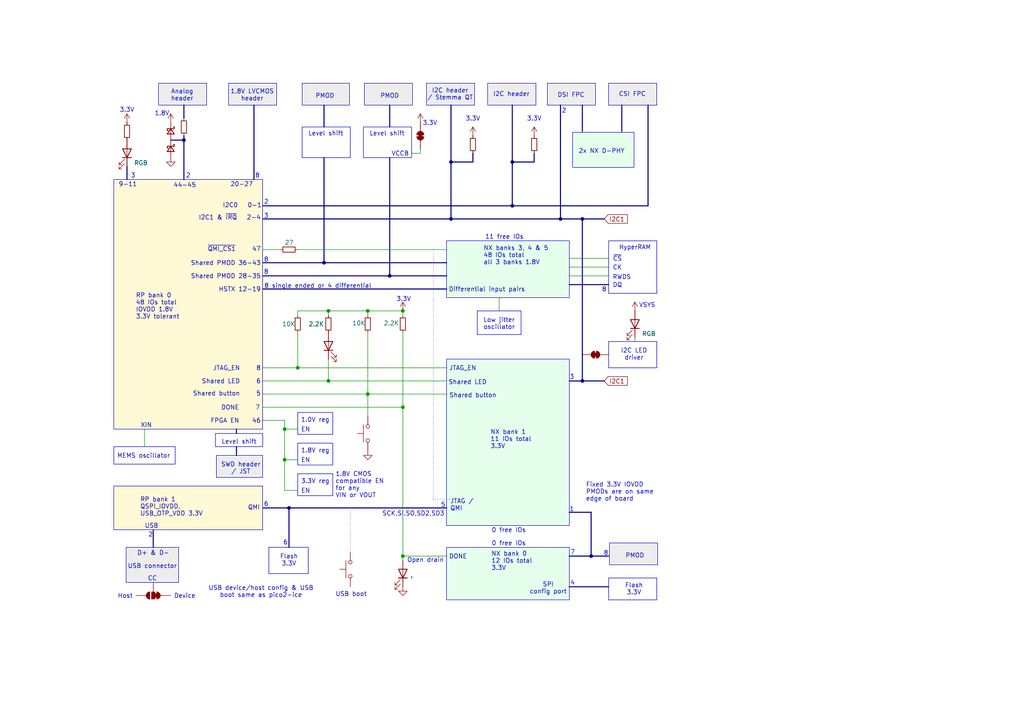
<source format=kicad_sch>
(kicad_sch (version 20231120) (generator "eeschema") (generator_version "8.0")
  (paper "A4")
  (title_block (title "Pico2-NX High Level Block Diagram") (date "1/25/2025") (rev "Rev1"))
  (junction (at 589.28 59.69))
  (junction (at 476.25 171.45))
  (junction (at 255.27 247.65))
  (junction (at 383.54 375.92))
  (junction (at 590.55 144.78))
  (junction (at 388.62 392.43))
  (junction (at -115.57 69.85))
  (junction (at 217.17 -152.4))
  (junction (at -31.75 -85.09))
  (junction (at 666.75 -154.94))
  (junction (at 377.19 35.56))
  (junction (at -33.02 -138.43))
  (junction (at 120.65 276.86))
  (junction (at 328.93 322.58))
  (junction (at -127 341.63))
  (junction (at 53.34 40.64))
  (junction (at 381 67.31))
  (junction (at 693.42 -88.9))
  (junction (at -151.13 309.88))
  (junction (at -138.43 189.23))
  (junction (at 95.25 110.49))
  (junction (at 63.5 378.46))
  (junction (at -109.22 -160.02))
  (junction (at 374.65 149.86))
  (junction (at 477.52 125.73))
  (junction (at 482.6 -87.63))
  (junction (at -99.06 -161.29))
  (junction (at 589.28 -179.07))
  (junction (at -22.86 -77.47))
  (junction (at -204.47 251.46))
  (junction (at 628.65 82.55))
  (junction (at 176.53 245.11))
  (junction (at -173.99 158.75))
  (junction (at 86.36 106.68))
  (junction (at -172.72 175.26))
  (junction (at -176.53 66.04))
  (junction (at 558.8 322.58))
  (junction (at -134.62 391.16))
  (junction (at 614.68 158.75))
  (junction (at 593.09 63.5))
  (junction (at 283.21 267.97))
  (junction (at -167.64 358.14))
  (junction (at -196.85 251.46))
  (junction (at -1.27 -154.94))
  (junction (at 106.68 114.3))
  (junction (at 589.28 -154.94))
  (junction (at 391.16 168.91))
  (junction (at 284.48 345.44))
  (junction (at -135.89 88.9))
  (junction (at 83.82 -170.18))
  (junction (at -82.55 50.8))
  (junction (at 191.77 -148.59))
  (junction (at 35.56 -27.94))
  (junction (at 115.57 280.67))
  (junction (at 160.02 -148.59))
  (junction (at 106.68 90.17))
  (junction (at 177.8 -165.1))
  (junction (at 393.7 78.74))
  (junction (at 509.27 347.98))
  (junction (at -68.58 379.73))
  (junction (at 165.1 335.28))
  (junction (at 632.46 118.11))
  (junction (at 618.49 392.43))
  (junction (at -168.91 377.19))
  (junction (at 210.82 -148.59))
  (junction (at 148.59 46.99))
  (junction (at -53.34 -64.77))
  (junction (at 142.24 -132.08))
  (junction (at 334.01 160.02))
  (junction (at -167.64 349.25))
  (junction (at 692.15 -43.18))
  (junction (at -209.55 252.73))
  (junction (at -132.08 135.89))
  (junction (at 427.99 67.31))
  (junction (at 340.36 267.97))
  (junction (at 485.14 247.65))
  (junction (at 138.43 273.05))
  (junction (at 648.97 -151.13))
  (junction (at 603.25 -92.71))
  (junction (at -50.8 -121.92))
  (junction (at 619.76 -45.72))
  (junction (at -97.79 66.04))
  (junction (at -125.73 139.7))
  (junction (at 433.07 63.5))
  (junction (at -31.75 -111.76))
  (junction (at -134.62 334.01))
  (junction (at 450.85 59.69))
  (junction (at 474.98 -87.63))
  (junction (at 168.91 63.5))
  (junction (at 666.75 59.69))
  (junction (at 384.81 330.2))
  (junction (at 93.98 76.2))
  (junction (at 171.45 161.29))
  (junction (at 697.23 -26.67))
  (junction (at -120.65 73.66))
  (junction (at 149.86 -97.79))
  (junction (at 590.55 135.89))
  (junction (at 589.28 35.56))
  (junction (at 603.25 121.92))
  (junction (at 308.61 358.14))
  (junction (at -168.91 271.78))
  (junction (at 214.63 -50.8))
  (junction (at 511.81 354.33))
  (junction (at -171.45 156.21))
  (junction (at 632.46 -96.52))
  (junction (at 101.6 314.96))
  (junction (at 101.6 392.43))
  (junction (at 374.65 140.97))
  (junction (at -172.72 267.97))
  (junction (at 113.03 80.01))
  (junction (at 162.56 63.5))
  (junction (at 130.81 63.5))
  (junction (at 565.15 271.78))
  (junction (at 148.59 59.69))
  (junction (at 168.91 110.49))
  (junction (at 335.28 271.78))
  (junction (at 328.93 306.07))
  (junction (at -31.75 -27.94))
  (junction (at 82.55 133.35))
  (junction (at -55.88 -72.39))
  (junction (at -171.45 147.32))
  (junction (at 635 -45.72))
  (junction (at 300.99 283.21))
  (junction (at 177.8 -152.4))
  (junction (at -104.14 -161.29))
  (junction (at 125.73 -78.74))
  (junction (at 575.31 -52.07))
  (junction (at 93.98 -171.45))
  (junction (at 681.99 44.45))
  (junction (at 553.72 322.58))
  (junction (at 125.73 -87.63))
  (junction (at 588.01 -76.2))
  (junction (at -200.66 49.53))
  (junction (at 609.6 78.74))
  (junction (at 129.54 -105.41))
  (junction (at 353.06 162.56))
  (junction (at 210.82 -101.6))
  (junction (at 637.54 118.11))
  (junction (at 168.91 397.51))
  (junction (at -66.04 -41.91))
  (junction (at 177.8 262.89))
  (junction (at 590.55 -69.85))
  (junction (at 607.06 168.91))
  (junction (at 247.65 247.65))
  (junction (at 534.67 364.49))
  (junction (at 138.43 -101.6))
  (junction (at 320.04 287.02))
  (junction (at 281.94 356.87))
  (junction (at 628.65 -132.08))
  (junction (at 163.83 381))
  (junction (at 287.02 271.78))
  (junction (at 570.23 162.56))
  (junction (at 596.9 67.31))
  (junction (at 279.4 248.92))
  (junction (at -138.43 107.95))
  (junction (at 568.96 -52.07))
  (junction (at -208.28 49.53))
  (junction (at -111.76 271.78))
  (junction (at -132.08 290.83))
  (junction (at -93.98 267.97))
  (junction (at -176.53 50.8))
  (junction (at 609.6 -135.89))
  (junction (at -35.56 -111.76))
  (junction (at -71.12 132.08))
  (junction (at 558.8 306.07))
  (junction (at -213.36 50.8))
  (junction (at 107.95 339.09))
  (junction (at 133.35 280.67))
  (junction (at -22.86 -111.76))
  (junction (at 71.12 359.41))
  (junction (at 641.35 -50.8))
  (junction (at 63.5 276.86))
  (junction (at 59.69 273.05))
  (junction (at 588.01 -67.31))
  (junction (at 67.31 280.67))
  (junction (at 20.32 -153.67))
  (junction (at 588.01 264.16))
  (junction (at 283.21 248.92))
  (junction (at 588.01 138.43))
  (junction (at 421.64 118.11))
  (junction (at -134.62 309.88))
  (junction (at 127 -64.77))
  (junction (at 593.09 35.56))
  (junction (at 227.33 -162.56))
  (junction (at 284.48 354.33))
  (junction (at 593.09 -151.13))
  (junction (at -71.12 189.23))
  (junction (at -63.5 396.24))
  (junction (at 511.81 345.44))
  (junction (at 81.28 331.47))
  (junction (at 68.58 353.06))
  (junction (at -154.94 107.95))
  (junction (at -1.27 -142.24))
  (junction (at 613.41 375.92))
  (junction (at 637.54 -96.52))
  (junction (at 509.27 264.16))
  (junction (at 123.19 -135.89))
  (junction (at 88.9 -171.45))
  (junction (at 472.44 248.92))
  (junction (at 82.55 124.46))
  (junction (at -33.02 -154.94))
  (junction (at 477.52 247.65))
  (junction (at 509.27 248.92))
  (junction (at 373.38 59.69))
  (junction (at 373.38 35.56))
  (junction (at 279.4 264.16))
  (junction (at 637.54 101.6))
  (junction (at 516.89 271.78))
  (junction (at 681.99 -170.18))
  (junction (at 242.57 248.92))
  (junction (at 421.64 101.6))
  (junction (at 398.78 160.02))
  (junction (at 294.64 326.39))
  (junction (at -62.23 -58.42))
  (junction (at 283.21 373.38))
  (junction (at -165.1 275.59))
  (junction (at 697.23 187.96))
  (junction (at -116.84 275.59))
  (junction (at -78.74 252.73))
  (junction (at -172.72 252.73))
  (junction (at 513.08 373.38))
  (junction (at 637.54 -113.03))
  (junction (at 588.01 147.32))
  (junction (at -147.32 128.27))
  (junction (at 160.02 -165.1))
  (junction (at -168.91 73.66))
  (junction (at 220.98 -111.76))
  (junction (at 561.34 162.56))
  (junction (at 35.56 252.73))
  (junction (at -40.64 -88.9))
  (junction (at -154.94 124.46))
  (junction (at -172.72 69.85))
  (junction (at -48.26 -92.71))
  (junction (at -170.18 351.79))
  (junction (at -40.64 -111.76))
  (junction (at 524.51 326.39))
  (junction (at 138.43 -121.92))
  (junction (at 643.89 -147.32))
  (junction (at 186.69 273.05))
  (junction (at 549.91 -54.61))
  (junction (at -73.66 -80.01))
  (junction (at 101.6 335.28))
  (junction (at 549.91 160.02))
  (junction (at 387.35 121.92))
  (junction (at -151.13 287.02))
  (junction (at 481.33 187.96))
  (junction (at 81.28 288.29))
  (junction (at 59.69 254))
  (junction (at 27.94 252.73))
  (junction (at 466.09 44.45))
  (junction (at 693.42 125.73))
  (junction (at 570.23 267.97))
  (junction (at 530.86 283.21))
  (junction (at 509.27 356.87))
  (junction (at 116.84 90.17))
  (junction (at 71.12 350.52))
  (junction (at 116.84 118.11))
  (junction (at 373.38 248.92))
  (junction (at 596.9 -147.32))
  (junction (at -67.31 334.01))
  (junction (at 358.14 264.16))
  (junction (at 160.02 -93.98))
  (junction (at -154.94 85.09))
  (junction (at 345.44 162.56))
  (junction (at 590.55 -78.74))
  (junction (at -48.26 -111.76))
  (junction (at 130.81 46.99))
  (junction (at 614.68 330.2))
  (junction (at 416.56 118.11))
  (junction (at 513.08 267.97))
  (junction (at 643.89 67.31))
  (junction (at 100.33 292.1))
  (junction (at 412.75 82.55))
  (junction (at -173.99 149.86))
  (junction (at 614.68 -55.88))
  (junction (at 186.69 262.89))
  (junction (at 116.84 161.29))
  (junction (at 22.86 254))
  (junction (at -143.51 330.2))
  (junction (at -172.72 50.8))
  (junction (at 372.11 143.51))
  (junction (at 372.11 152.4))
  (junction (at -132.08 107.95))
  (junction (at 513.08 248.92))
  (junction (at -170.18 360.68))
  (junction (at -168.91 252.73))
  (junction (at 648.97 63.5))
  (junction (at 281.94 347.98))
  (junction (at 149.86 -121.92))
  (junction (at 160.02 -121.92))
  (junction (at 692.15 171.45))
  (junction (at 83.82 147.32))
  (junction (at 191.77 -152.4))
  (junction (at -151.13 326.39))
  (junction (at 68.58 361.95))
  (junction (at 323.85 322.58))
  (junction (at -69.85 -125.73))
  (junction (at -55.88 -111.76))
  (junction (at 549.91 287.02))
  (junction (at 603.25 248.92))
  (junction (at 157.48 273.05))
  (junction (at 63.5 254))
  (junction (at 160.02 -50.8))
  (junction (at -63.5 -80.01))
  (junction (at 593.09 -179.07))
  (junction (at 377.19 63.5))
  (junction (at -11.43 -85.09))
  (junction (at 95.25 90.17))
  (junction (at 35.56 -62.23))
  (junction (at -138.43 132.08))
  (bus_entry (at 605.79 261.62) (size -2.54 2.54))
  (bus_entry (at 17.78 -142.24) (size 2.54 -2.54))
  (bus_entry (at 603.25 261.62) (size -2.54 2.54))
  (bus_entry (at -78.74 265.43) (size -2.54 2.54))
  (bus_entry (at 224.79 -152.4) (size 2.54 -2.54))
  (bus_entry (at 468.63 57.15) (size -2.54 2.54))
  (bus_entry (at 681.99 57.15) (size -2.54 2.54))
  (bus_entry (at 684.53 57.15) (size -2.54 2.54))
  (bus_entry (at -82.55 63.5) (size -2.54 2.54))
  (bus_entry (at -80.01 63.5) (size -2.54 2.54))
  (bus_entry (at -76.2 265.43) (size -2.54 2.54))
  (bus_entry (at 210.82 -114.3) (size 2.54 2.54))
  (bus_entry (at 210.82 -110.49) (size 2.54 2.54))
  (bus_entry (at 375.92 261.62) (size -2.54 2.54))
  (bus_entry (at 11.43 -142.24) (size 2.54 -2.54))
  (bus_entry (at 228.6 -152.4) (size 2.54 -2.54))
  (bus_entry (at 681.99 -157.48) (size -2.54 2.54))
  (bus_entry (at 466.09 57.15) (size -2.54 2.54))
  (bus_entry (at 684.53 -157.48) (size -2.54 2.54))
  (bus_entry (at 373.38 261.62) (size -2.54 2.54))
  (wire (pts (xy -116.84 275.59) (xy -99.06 275.59)))
  (bus (pts (xy 477.52 125.73) (xy 487.68 125.73)))
  (bus (pts (xy 509.27 264.16) (xy 588.01 264.16)))
  (bus (pts (xy 55.88 276.86) (xy 63.5 276.86)))
  (bus (pts (xy 283.21 267.97) (xy 340.36 267.97)))
  (wire (pts (xy 643.89 -147.32) (xy 661.67 -147.32)))
  (bus (pts (xy -172.72 267.97) (xy -93.98 267.97)))
  (bus (pts (xy 63.5 276.86) (xy 120.65 276.86)))
  (wire (pts (xy 129.54 -115.57) (xy 129.54 -105.41)))
  (wire (pts (xy 604.52 -60.96) (xy 607.06 -60.96)))
  (wire (pts (xy -73.66 -88.9) (xy -40.64 -88.9)))
  (polyline (pts (xy 245.11 350.52) (xy 245.11 359.41)) (stroke (width 0) (type dot)))
  (wire (pts (xy -196.85 250.19) (xy -196.85 251.46)))
  (bus (pts (xy -213.36 39.37) (xy -213.36 43.18)))
  (bus (pts (xy 334.01 160.02) (xy 334.01 161.29)))
  (wire (pts (xy 588.01 138.43) (xy 588.01 147.32)))
  (wire (pts (xy 71.12 359.41) (xy 71.12 368.3)))
  (bus (pts (xy 513.08 373.38) (xy 572.77 373.38)))
  (wire (pts (xy -48.26 -111.76) (xy -40.64 -111.76)))
  (bus (pts (xy 168.91 397.51) (xy 168.91 392.43)))
  (wire (pts (xy 584.2 -147.32) (xy 596.9 -147.32)))
  (wire (pts (xy 641.35 -53.34) (xy 641.35 -50.8)))
  (bus (pts (xy 549.91 168.91) (xy 549.91 171.45)))
  (wire (pts (xy 509.27 356.87) (xy 514.35 356.87)))
  (wire (pts (xy -154.94 107.95) (xy -147.32 107.95)))
  (wire (pts (xy 553.72 320.04) (xy 553.72 322.58)))
  (wire (pts (xy 373.38 35.56) (xy 373.38 36.83)))
  (bus (pts (xy 279.4 255.27) (xy 279.4 264.16)))
  (wire (pts (xy 85.09 350.52) (xy 87.63 350.52)))
  (bus (pts (xy 36.83 48.26) (xy 36.83 52.07)))
  (wire (pts (xy 614.68 158.75) (xy 614.68 182.88)))
  (wire (pts (xy -143.51 330.2) (xy -109.22 330.2)))
  (wire (pts (xy 368.3 74.93) (xy 435.61 74.93)))
  (bus (pts (xy 279.4 264.16) (xy 358.14 264.16)))
  (wire (pts (xy -40.64 -88.9) (xy -40.64 -71.12)))
  (wire (pts (xy -173.99 158.75) (xy -168.91 158.75)))
  (wire (pts (xy 398.78 125.73) (xy 398.78 142.24)))
  (wire (pts (xy 643.89 -181.61) (xy 643.89 -147.32)))
  (wire (pts (xy 684.53 -166.37) (xy 690.88 -166.37)))
  (wire (pts (xy -167.64 367.03) (xy -165.1 367.03)))
  (wire (pts (xy 509.27 365.76) (xy 509.27 356.87)))
  (wire (pts (xy -99.06 -162.56) (xy -99.06 -161.29)))
  (bus (pts (xy 711.2 101.6) (xy 711.2 106.68)))
  (wire (pts (xy -151.13 356.87) (xy -151.13 358.14)))
  (wire (pts (xy -208.28 39.37) (xy -208.28 43.18)))
  (wire (pts (xy 86.36 90.17) (xy 86.36 91.44)))
  (bus (pts (xy 130.81 46.99) (xy 130.81 63.5)))
  (bus (pts (xy 171.45 161.29) (xy 176.53 161.29)))
  (bus (pts (xy 588.01 264.16) (xy 600.71 264.16)))
  (wire (pts (xy 589.28 35.56) (xy 593.09 35.56)))
  (bus (pts (xy 267.97 355.6) (xy 267.97 358.14)))
  (bus (pts (xy 368.3 59.69) (xy 373.38 59.69)))
  (wire (pts (xy -62.23 -63.5) (xy -62.23 -64.77)))
  (wire (pts (xy 160.02 -50.8) (xy 172.72 -50.8)))
  (wire (pts (xy -157.48 165.1) (xy -154.94 165.1)))
  (wire (pts (xy 582.93 237.49) (xy 582.93 271.78)))
  (wire (pts (xy 107.95 316.23) (xy 107.95 314.96)))
  (wire (pts (xy 247.65 246.38) (xy 247.65 247.65)))
  (wire (pts (xy 703.58 82.55) (xy 703.58 80.01)))
  (wire (pts (xy 477.52 237.49) (xy 477.52 241.3)))
  (wire (pts (xy 687.07 -134.62) (xy 703.58 -134.62)))
  (bus (pts (xy 388.62 392.43) (xy 388.62 387.35)))
  (wire (pts (xy -55.88 -72.39) (xy -30.48 -72.39)))
  (bus (pts (xy 632.46 306.07) (xy 632.46 311.15)))
  (wire (pts (xy -73.66 288.29) (xy -57.15 288.29)))
  (bus (pts (xy 168.91 397.51) (xy 168.91 402.59)))
  (bus (pts (xy -209.55 241.3) (xy -209.55 245.11)))
  (wire (pts (xy 608.33 281.94) (xy 624.84 281.94)))
  (wire (pts (xy 394.97 287.02) (xy 394.97 284.48)))
  (wire (pts (xy 177.8 270.51) (xy 177.8 273.05)))
  (bus (pts (xy 127 -64.77) (xy 127 -53.34)))
  (bus (pts (xy 666.75 -181.61) (xy 666.75 -154.94)))
  (wire (pts (xy -73.66 -80.01) (xy -63.5 -80.01)))
  (wire (pts (xy 38.1 -153.67) (xy 20.32 -153.67)))
  (wire (pts (xy 387.35 121.92) (xy 435.61 121.92)))
  (wire (pts (xy 85.09 359.41) (xy 87.63 359.41)))
  (wire (pts (xy 29.21 -124.46) (xy 45.72 -124.46)))
  (wire (pts (xy -132.08 135.89) (xy -132.08 199.39)))
  (bus (pts (xy -69.85 -125.73) (xy -6.35 -125.73)))
  (wire (pts (xy 308.61 358.14) (xy 308.61 387.35)))
  (wire (pts (xy 55.88 339.09) (xy 107.95 339.09)))
  (bus (pts (xy 198.12 -181.61) (xy 198.12 -173.99)))
  (wire (pts (xy 643.89 125.73) (xy 651.51 125.73)))
  (bus (pts (xy 210.82 -110.49) (xy 210.82 -101.6)))
  (wire (pts (xy 588.01 147.32) (xy 593.09 147.32)))
  (wire (pts (xy -180.34 81.28) (xy -113.03 81.28)))
  (bus (pts (xy 11.43 -142.24) (xy 17.78 -142.24)))
  (wire (pts (xy 275.59 330.2) (xy 308.61 330.2)))
  (wire (pts (xy 603.25 248.92) (xy 612.14 248.92)))
  (wire (pts (xy 485.14 247.65) (xy 492.76 247.65)))
  (wire (pts (xy -78.74 252.73) (xy -69.85 252.73)))
  (wire (pts (xy 119.38 -101.6) (xy 138.43 -101.6)))
  (wire (pts (xy 129.54 -105.41) (xy 172.72 -105.41)))
  (wire (pts (xy 603.25 106.68) (xy 603.25 121.92)))
  (bus (pts (xy 687.07 182.88) (xy 692.15 182.88)))
  (wire (pts (xy 632.46 -96.52) (xy 637.54 -96.52)))
  (wire (pts (xy 684.53 48.26) (xy 684.53 57.15)))
  (bus (pts (xy 83.82 147.32) (xy 129.54 147.32)))
  (wire (pts (xy -55.88 -111.76) (xy -48.26 -111.76)))
  (wire (pts (xy 584.2 95.25) (xy 651.51 95.25)))
  (wire (pts (xy 681.99 44.45) (xy 681.99 49.53)))
  (wire (pts (xy -172.72 252.73) (xy -172.72 254)))
  (wire (pts (xy -73.66 -72.39) (xy -55.88 -72.39)))
  (bus (pts (xy 698.5 -149.86) (xy 698.5 -116.84)))
  (bus (pts (xy -71.12 176.53) (xy -71.12 189.23)))
  (wire (pts (xy -147.32 128.27) (xy -113.03 128.27)))
  (wire (pts (xy 471.17 77.47) (xy 487.68 77.47)))
  (bus (pts (xy -33.02 -154.94) (xy -29.21 -154.94)))
  (bus (pts (xy -85.09 66.04) (xy -82.55 66.04)))
  (wire (pts (xy 88.9 -172.72) (xy 88.9 -171.45)))
  (wire (pts (xy 323.85 306.07) (xy 328.93 306.07)))
  (bus (pts (xy -66.04 104.14) (xy -60.96 104.14)))
  (wire (pts (xy 593.09 35.56) (xy 596.9 35.56)))
  (wire (pts (xy -22.86 -105.41) (xy -22.86 -77.47)))
  (wire (pts (xy -31.75 -111.76) (xy -31.75 -110.49)))
  (wire (pts (xy 279.4 248.92) (xy 283.21 248.92)))
  (wire (pts (xy -168.91 57.15) (xy -168.91 73.66)))
  (wire (pts (xy 681.99 -176.53) (xy 681.99 -170.18)))
  (wire (pts (xy 590.55 144.78) (xy 593.09 144.78)))
  (wire (pts (xy 116.84 96.52) (xy 116.84 118.11)))
  (bus (pts (xy -176.53 267.97) (xy -172.72 267.97)))
  (wire (pts (xy 687.07 82.55) (xy 703.58 82.55)))
  (bus (pts (xy -93.98 267.97) (xy -81.28 267.97)))
  (polyline (pts (xy -207.01 354.33) (xy -207.01 363.22)) (stroke (width 0) (type dot)))
  (wire (pts (xy 372.11 143.51) (xy 372.11 152.4)))
  (wire (pts (xy 614.68 -88.9) (xy 614.68 -73.66)))
  (wire (pts (xy 608.33 284.48) (xy 624.84 284.48)))
  (bus (pts (xy 618.49 392.43) (xy 618.49 397.51)))
  (bus (pts (xy 580.39 -45.72) (xy 580.39 -31.75)))
  (wire (pts (xy 82.55 124.46) (xy 86.36 124.46)))
  (wire (pts (xy 509.27 248.92) (xy 513.08 248.92)))
  (wire (pts (xy -176.53 341.63) (xy -127 341.63)))
  (bus (pts (xy 59.69 260.35) (xy 59.69 273.05)))
  (bus (pts (xy 562.61 -176.53) (xy 570.23 -176.53)))
  (bus (pts (xy 346.71 38.1) (xy 354.33 38.1)))
  (wire (pts (xy -171.45 156.21) (xy -171.45 165.1)))
  (wire (pts (xy 590.55 134.62) (xy 590.55 135.89)))
  (bus (pts (xy -168.91 377.19) (xy -168.91 388.62)))
  (wire (pts (xy 561.34 168.91) (xy 561.34 170.18)))
  (bus (pts (xy 697.23 187.96) (xy 697.23 193.04)))
  (bus (pts (xy 171.45 307.34) (xy 175.26 307.34)))
  (wire (pts (xy 584.2 -119.38) (xy 651.51 -119.38)))
  (wire (pts (xy 637.54 118.11) (xy 637.54 123.19)))
  (wire (pts (xy 633.73 -50.8) (xy 641.35 -50.8)))
  (wire (pts (xy 106.68 256.54) (xy 109.22 256.54)))
  (wire (pts (xy 553.72 322.58) (xy 558.8 322.58)))
  (bus (pts (xy -1.27 -154.94) (xy -1.27 -142.24)))
  (wire (pts (xy 125.73 -87.63) (xy 129.54 -87.63)))
  (wire (pts (xy 375.92 252.73) (xy 382.27 252.73)))
  (bus (pts (xy 127 -64.77) (xy 172.72 -64.77)))
  (bus (pts (xy 177.8 -165.1) (xy 184.15 -165.1)))
  (wire (pts (xy 477.52 246.38) (xy 477.52 247.65)))
  (bus (pts (xy 40.64 -106.68) (xy 45.72 -106.68)))
  (bus (pts (xy 29.21 -119.38) (xy 45.72 -119.38)))
  (wire (pts (xy -193.04 49.53) (xy -193.04 50.8)))
  (wire (pts (xy -147.32 128.27) (xy -147.32 148.59)))
  (wire (pts (xy -125.73 109.22) (xy -125.73 107.95)))
  (wire (pts (xy 388.62 140.97) (xy 391.16 140.97)))
  (wire (pts (xy 656.59 -36.83) (xy 656.59 -34.29)))
  (bus (pts (xy 505.46 318.77) (xy 514.35 318.77)))
  (bus (pts (xy 35.56 -40.64) (xy 35.56 -27.94)))
  (bus (pts (xy -73.66 -118.11) (xy -6.35 -118.11)))
  (bus (pts (xy 556.26 -163.83) (xy 556.26 -160.02)))
  (wire (pts (xy 349.25 293.37) (xy 349.25 295.91)))
  (bus (pts (xy 593.09 63.5) (xy 648.97 63.5)))
  (wire (pts (xy 468.63 48.26) (xy 468.63 57.15)))
  (wire (pts (xy -22.86 -77.47) (xy -17.78 -77.47)))
  (wire (pts (xy -60.96 88.9) (xy -60.96 86.36)))
  (wire (pts (xy 565.15 -52.07) (xy 568.96 -52.07)))
  (bus (pts (xy 48.26 355.6) (xy 48.26 356.87)))
  (wire (pts (xy 388.62 149.86) (xy 391.16 149.86)))
  (bus (pts (xy 340.36 50.8) (xy 340.36 54.61)))
  (bus (pts (xy 698.5 97.79) (xy 703.58 97.79)))
  (wire (pts (xy 86.36 72.39) (xy 129.54 72.39)))
  (bus (pts (xy 377.19 41.91) (xy 377.19 63.5)))
  (wire (pts (xy 45.72 -121.92) (xy 45.72 -124.46)))
  (wire (pts (xy 76.2 121.92) (xy 82.55 121.92)))
  (wire (pts (xy -176.53 334.01) (xy -134.62 334.01)))
  (bus (pts (xy -71.12 132.08) (xy -60.96 132.08)))
  (wire (pts (xy 87.63 358.14) (xy 87.63 359.41)))
  (bus (pts (xy -180.34 241.3) (xy -180.34 262.89)))
  (bus (pts (xy 635 -45.72) (xy 635 -30.48)))
  (wire (pts (xy 101.6 392.43) (xy 123.19 392.43)))
  (bus (pts (xy 148.59 46.99) (xy 154.94 46.99)))
  (wire (pts (xy 133.35 280.67) (xy 152.4 280.67)))
  (bus (pts (xy 76.2 83.82) (xy 129.54 83.82)))
  (bus (pts (xy 548.64 33.02) (xy 548.64 38.1)))
  (bus (pts (xy 393.7 50.8) (xy 393.7 78.74)))
  (wire (pts (xy 378.46 284.48) (xy 394.97 284.48)))
  (wire (pts (xy 149.86 -115.57) (xy 149.86 -97.79)))
  (bus (pts (xy 187.96 30.48) (xy 187.96 59.69)))
  (wire (pts (xy -53.34 -53.34) (xy -46.99 -53.34)))
  (bus (pts (xy 119.38 -132.08) (xy 142.24 -132.08)))
  (bus (pts (xy 130.81 46.99) (xy 137.16 46.99)))
  (bus (pts (xy 53.34 30.48) (xy 53.34 34.29)))
  (bus (pts (xy 191.77 -152.4) (xy 191.77 -148.59)))
  (bus (pts (xy 580.39 -45.72) (xy 619.76 -45.72)))
  (bus (pts (xy 81.28 242.57) (xy 81.28 248.92)))
  (wire (pts (xy 511.81 354.33) (xy 514.35 354.33)))
  (bus (pts (xy 378.46 392.43) (xy 388.62 392.43)))
  (bus (pts (xy -93.98 241.3) (xy -93.98 267.97)))
  (wire (pts (xy -63.5 -111.76) (xy -63.5 -110.49)))
  (bus (pts (xy 687.07 85.09) (xy 703.58 85.09)))
  (bus (pts (xy 562.61 -176.53) (xy 562.61 -172.72)))
  (wire (pts (xy 584.2 -96.52) (xy 632.46 -96.52)))
  (wire (pts (xy 614.68 -68.58) (xy 614.68 -55.88)))
  (wire (pts (xy -125.73 139.7) (xy -113.03 139.7)))
  (polyline (pts (xy 365.76 45.72) (xy 365.76 54.61)) (stroke (width 0) (type dot)))
  (wire (pts (xy 608.33 287.02) (xy 624.84 287.02)))
  (bus (pts (xy 473.71 379.73) (xy 473.71 384.81)))
  (wire (pts (xy 284.48 345.44) (xy 284.48 354.33)))
  (bus (pts (xy 495.3 101.6) (xy 495.3 106.68)))
  (wire (pts (xy 368.3 121.92) (xy 387.35 121.92)))
  (wire (pts (xy 177.8 262.89) (xy 177.8 265.43)))
  (wire (pts (xy 590.55 -69.85) (xy 593.09 -69.85)))
  (wire (pts (xy 381 41.91) (xy 381 67.31)))
  (wire (pts (xy 116.84 118.11) (xy 116.84 161.29)))
  (wire (pts (xy 43.18 260.35) (xy 43.18 259.08)))
  (wire (pts (xy 632.46 115.57) (xy 632.46 118.11)))
  (bus (pts (xy 148.59 30.48) (xy 148.59 46.99)))
  (bus (pts (xy 283.21 255.27) (xy 283.21 267.97)))
  (bus (pts (xy 83.82 147.32) (xy 83.82 158.75)))
  (bus (pts (xy 584.2 -100.33) (xy 593.09 -100.33)))
  (bus (pts (xy 607.06 168.91) (xy 651.51 168.91)))
  (wire (pts (xy 298.45 354.33) (xy 300.99 354.33)))
  (bus (pts (xy -50.8 -171.45) (xy -50.8 -165.1)))
  (bus (pts (xy 368.3 114.3) (xy 377.19 114.3)))
  (bus (pts (xy 24.13 384.81) (xy 24.13 389.89)))
  (wire (pts (xy 568.96 -52.07) (xy 568.96 -50.8)))
  (wire (pts (xy 55.88 280.67) (xy 67.31 280.67)))
  (bus (pts (xy 388.62 392.43) (xy 388.62 397.51)))
  (bus (pts (xy 76.2 63.5) (xy 130.81 63.5)))
  (wire (pts (xy 614.68 -36.83) (xy 656.59 -36.83)))
  (wire (pts (xy 607.06 -62.23) (xy 607.06 -60.96)))
  (wire (pts (xy -143.51 309.88) (xy -143.51 311.15)))
  (polyline (pts (xy 17.78 355.6) (xy 17.78 364.49)) (stroke (width 0) (type dot)))
  (bus (pts (xy 402.59 321.31) (xy 402.59 326.39)))
  (bus (pts (xy -66.04 -41.91) (xy -6.35 -41.91)))
  (wire (pts (xy 125.73 -87.63) (xy 125.73 -78.74)))
  (wire (pts (xy 534.67 387.35) (xy 572.77 387.35)))
  (wire (pts (xy 391.16 148.59) (xy 391.16 149.86)))
  (wire (pts (xy -116.84 241.3) (xy -116.84 275.59)))
  (polyline (pts (xy 237.49 350.52) (xy 237.49 359.41)) (stroke (width 0) (type dot)))
  (bus (pts (xy 513.08 267.97) (xy 570.23 267.97)))
  (bus (pts (xy -73.66 -121.92) (xy -50.8 -121.92)))
  (bus (pts (xy -180.34 88.9) (xy -135.89 88.9)))
  (bus (pts (xy 477.52 64.77) (xy 477.52 125.73)))
  (bus (pts (xy 346.71 38.1) (xy 346.71 41.91)))
  (wire (pts (xy 186.69 246.38) (xy 186.69 245.11)))
  (wire (pts (xy 661.67 -181.61) (xy 661.67 -147.32)))
  (bus (pts (xy 543.56 160.02) (xy 549.91 160.02)))
  (wire (pts (xy 375.92 252.73) (xy 375.92 261.62)))
  (wire (pts (xy 95.25 110.49) (xy 129.54 110.49)))
  (bus (pts (xy -208.28 383.54) (xy -208.28 388.62)))
  (wire (pts (xy -40.64 -111.76) (xy -35.56 -111.76)))
  (wire (pts (xy -176.53 50.8) (xy -172.72 50.8)))
  (bus (pts (xy 53.34 39.37) (xy 53.34 40.64)))
  (bus (pts (xy 619.76 -45.72) (xy 619.76 -30.48)))
  (bus (pts (xy 29.21 -62.23) (xy 35.56 -62.23)))
  (wire (pts (xy 605.79 252.73) (xy 612.14 252.73)))
  (bus (pts (xy -63.5 396.24) (xy -63.5 401.32)))
  (wire (pts (xy 488.95 46.99) (xy 495.3 46.99)))
  (wire (pts (xy 604.52 153.67) (xy 607.06 153.67)))
  (wire (pts (xy 160.02 -50.8) (xy 160.02 -49.53)))
  (bus (pts (xy -154.94 39.37) (xy -154.94 45.72)))
  (bus (pts (xy 648.97 63.5) (xy 689.61 63.5)))
  (bus (pts (xy 648.97 33.02) (xy 648.97 63.5)))
  (bus (pts (xy -69.85 -156.21) (xy -69.85 -125.73)))
  (wire (pts (xy 516.89 255.27) (xy 516.89 271.78)))
  (wire (pts (xy 87.63 367.03) (xy 87.63 368.3)))
  (wire (pts (xy -57.15 290.83) (xy -57.15 288.29)))
  (wire (pts (xy 590.55 135.89) (xy 590.55 144.78)))
  (wire (pts (xy 125.73 -78.74) (xy 125.73 -69.85)))
  (bus (pts (xy -172.72 69.85) (xy -115.57 69.85)))
  (bus (pts (xy 93.98 30.48) (xy 93.98 36.83)))
  (wire (pts (xy 603.25 121.92) (xy 651.51 121.92)))
  (wire (pts (xy 626.11 251.46) (xy 632.46 251.46)))
  (wire (pts (xy 101.6 321.31) (xy 101.6 335.28)))
  (wire (pts (xy 590.55 135.89) (xy 593.09 135.89)))
  (wire (pts (xy 298.45 363.22) (xy 300.99 363.22)))
  (bus (pts (xy -168.91 271.78) (xy -111.76 271.78)))
  (wire (pts (xy 308.61 358.14) (xy 309.88 358.14)))
  (wire (pts (xy 81.28 331.47) (xy 123.19 331.47)))
  (bus (pts (xy -168.91 377.19) (xy -109.22 377.19)))
  (bus (pts (xy -97.79 66.04) (xy -85.09 66.04)))
  (bus (pts (xy -73.66 334.01) (xy -67.31 334.01)))
  (wire (pts (xy -176.53 275.59) (xy -165.1 275.59)))
  (polyline (pts (xy 168.91 -67.31) (xy 177.8 -67.31)) (stroke (width 0) (type dot)))
  (bus (pts (xy -81.28 267.97) (xy -78.74 267.97)))
  (bus (pts (xy 208.28 -63.5) (xy 214.63 -63.5)))
  (wire (pts (xy 485.14 247.65) (xy 485.14 259.08)))
  (bus (pts (xy -176.53 377.19) (xy -168.91 377.19)))
  (wire (pts (xy 187.96 -125.73) (xy 187.96 -121.92)))
  (bus (pts (xy 165.1 170.18) (xy 176.53 170.18)))
  (wire (pts (xy 558.8 311.15) (xy 558.8 322.58)))
  (bus (pts (xy 165.1 278.13) (xy 165.1 335.28)))
  (wire (pts (xy -176.53 351.79) (xy -170.18 351.79)))
  (wire (pts (xy -189.23 259.08) (xy -189.23 257.81)))
  (wire (pts (xy -151.13 365.76) (xy -151.13 367.03)))
  (wire (pts (xy 590.55 153.67) (xy 593.09 153.67)))
  (bus (pts (xy -71.12 189.23) (xy -60.96 189.23)))
  (wire (pts (xy 41.91 124.46) (xy 41.91 129.54)))
  (wire (pts (xy -73.66 -92.71) (xy -48.26 -92.71)))
  (wire (pts (xy 421.64 118.11) (xy 435.61 118.11)))
  (bus (pts (xy 320.04 287.02) (xy 342.9 287.02)))
  (bus (pts (xy 693.42 -149.86) (xy 693.42 -88.9)))
  (bus (pts (xy 609.6 -163.83) (xy 609.6 -135.89)))
  (bus (pts (xy -213.36 50.8) (xy -213.36 60.96)))
  (bus (pts (xy 100.33 292.1) (xy 123.19 292.1)))
  (wire (pts (xy 516.89 271.78) (xy 565.15 271.78)))
  (bus (pts (xy 364.49 168.91) (xy 364.49 182.88)))
  (bus (pts (xy 697.23 193.04) (xy 703.58 193.04)))
  (bus (pts (xy 693.42 125.73) (xy 703.58 125.73)))
  (bus (pts (xy 509.27 255.27) (xy 509.27 264.16)))
  (bus (pts (xy 283.21 373.38) (xy 342.9 373.38)))
  (wire (pts (xy -17.78 -77.47) (xy -17.78 -17.78)))
  (bus (pts (xy -151.13 241.3) (xy -151.13 247.65)))
  (wire (pts (xy 279.4 248.92) (xy 279.4 250.19)))
  (wire (pts (xy -73.66 -67.31) (xy -66.04 -67.31)))
  (wire (pts (xy 82.55 133.35) (xy 82.55 142.24)))
  (bus (pts (xy 609.6 78.74) (xy 651.51 78.74)))
  (bus (pts (xy 619.76 269.24) (xy 619.76 302.26)))
  (wire (pts (xy 29.21 -127) (xy 45.72 -127)))
  (bus (pts (xy 210.82 -148.59) (xy 212.09 -148.59)))
  (wire (pts (xy -172.72 252.73) (xy -168.91 252.73)))
  (wire (pts (xy -82.55 43.18) (xy -82.55 50.8)))
  (bus (pts (xy 433.07 33.02) (xy 433.07 63.5)))
  (bus (pts (xy 584.2 82.55) (xy 628.65 82.55)))
  (bus (pts (xy 87.63 -58.42) (xy 87.63 -53.34)))
  (wire (pts (xy -53.34 -64.77) (xy -53.34 -63.5)))
  (bus (pts (xy 698.5 39.37) (xy 698.5 41.91)))
  (wire (pts (xy 31.75 -173.99) (xy 31.75 -172.72)))
  (polyline (pts (xy 358.14 45.72) (xy 358.14 54.61)) (stroke (width 0) (type dot)))
  (wire (pts (xy 125.73 -78.74) (xy 129.54 -78.74)))
  (wire (pts (xy -196.85 251.46) (xy -196.85 262.89)))
  (bus (pts (xy -184.15 39.37) (xy -184.15 60.96)))
  (wire (pts (xy 129.54 -121.92) (xy 129.54 -120.65)))
  (bus (pts (xy 275.59 287.02) (xy 320.04 287.02)))
  (bus (pts (xy -82.55 66.04) (xy -74.93 66.04)))
  (bus (pts (xy -63.5 391.16) (xy -57.15 391.16)))
  (wire (pts (xy -171.45 156.21) (xy -168.91 156.21)))
  (bus (pts (xy -81.28 -64.77) (xy -81.28 -63.5)))
  (wire (pts (xy -80.01 54.61) (xy -80.01 63.5)))
  (bus (pts (xy 63.5 378.46) (xy 63.5 389.89)))
  (bus (pts (xy 666.75 59.69) (xy 679.45 59.69)))
  (wire (pts (xy 76.2 72.39) (xy 81.28 72.39)))
  (bus (pts (xy 471.17 125.73) (xy 477.52 125.73)))
  (wire (pts (xy -167.64 358.14) (xy -165.1 358.14)))
  (wire (pts (xy -129.54 53.34) (xy -127 53.34)))
  (bus (pts (xy 481.33 182.88) (xy 487.68 182.88)))
  (wire (pts (xy 374.65 158.75) (xy 377.19 158.75)))
  (wire (pts (xy -132.08 107.95) (xy -138.43 107.95)))
  (wire (pts (xy 300.99 353.06) (xy 300.99 354.33)))
  (bus (pts (xy 29.21 -19.05) (xy 45.72 -19.05)))
  (wire (pts (xy 590.55 144.78) (xy 590.55 153.67)))
  (wire (pts (xy 565.15 237.49) (xy 565.15 271.78)))
  (bus (pts (xy 389.89 302.26) (xy 394.97 302.26)))
  (wire (pts (xy 513.08 248.92) (xy 513.08 250.19)))
  (wire (pts (xy 416.56 106.68) (xy 416.56 107.95)))
  (wire (pts (xy 427.99 125.73) (xy 435.61 125.73)))
  (wire (pts (xy 82.55 121.92) (xy 82.55 124.46)))
  (bus (pts (xy 388.62 397.51) (xy 394.97 397.51)))
  (wire (pts (xy 391.16 139.7) (xy 391.16 140.97)))
  (bus (pts (xy -53.34 107.95) (xy -53.34 113.03)))
  (wire (pts (xy -204.47 250.19) (xy -204.47 251.46)))
  (bus (pts (xy -68.58 391.16) (xy -68.58 379.73)))
  (wire (pts (xy -17.78 -17.78) (xy -6.35 -17.78)))
  (wire (pts (xy -132.08 199.39) (xy -113.03 199.39)))
  (bus (pts (xy 113.03 45.72) (xy 113.03 80.01)))
  (bus (pts (xy -180.34 175.26) (xy -172.72 175.26)))
  (bus (pts (xy -66.04 -41.91) (xy -66.04 -30.48)))
  (bus (pts (xy 138.43 273.05) (xy 157.48 273.05)))
  (wire (pts (xy 148.59 -167.64) (xy 151.13 -167.64)))
  (wire (pts (xy 16.51 -171.45) (xy 16.51 -166.37)))
  (bus (pts (xy -172.72 259.08) (xy -172.72 267.97)))
  (wire (pts (xy 481.33 -87.63) (xy 482.6 -87.63)))
  (bus (pts (xy 692.15 171.45) (xy 703.58 171.45)))
  (bus (pts (xy 497.84 350.52) (xy 497.84 351.79)))
  (wire (pts (xy 184.15 262.89) (xy 186.69 262.89)))
  (bus (pts (xy 52.07 -80.01) (xy 52.07 -66.04)))
  (wire (pts (xy 466.09 38.1) (xy 466.09 44.45)))
  (bus (pts (xy 68.58 124.46) (xy 68.58 125.73)))
  (bus (pts (xy 160.02 -165.1) (xy 160.02 -148.59)))
  (wire (pts (xy -200.66 49.53) (xy -200.66 60.96)))
  (wire (pts (xy -48.26 -110.49) (xy -48.26 -111.76)))
  (wire (pts (xy 68.58 353.06) (xy 73.66 353.06)))
  (bus (pts (xy 217.17 -181.61) (xy 217.17 -152.4)))
  (bus (pts (xy 687.07 125.73) (xy 693.42 125.73)))
  (wire (pts (xy -165.1 369.57) (xy -170.18 369.57)))
  (bus (pts (xy 111.76 -87.63) (xy 111.76 -86.36)))
  (bus (pts (xy 495.3 116.84) (xy 495.3 121.92)))
  (wire (pts (xy 505.46 271.78) (xy 516.89 271.78)))
  (wire (pts (xy 505.46 326.39) (xy 524.51 326.39)))
  (wire (pts (xy 553.72 311.15) (xy 553.72 312.42)))
  (wire (pts (xy -176.53 330.2) (xy -143.51 330.2)))
  (bus (pts (xy 543.56 -54.61) (xy 549.91 -54.61)))
  (bus (pts (xy 628.65 -181.61) (xy 628.65 -172.72)))
  (wire (pts (xy 133.35 242.57) (xy 133.35 280.67)))
  (bus (pts (xy 648.97 -151.13) (xy 689.61 -151.13)))
  (bus (pts (xy 402.59 306.07) (xy 402.59 311.15)))
  (wire (pts (xy 27.94 251.46) (xy 27.94 252.73)))
  (wire (pts (xy 584.2 -76.2) (xy 588.01 -76.2)))
  (bus (pts (xy 158.75 392.43) (xy 163.83 392.43)))
  (wire (pts (xy 323.85 320.04) (xy 323.85 322.58)))
  (wire (pts (xy 294.64 326.39) (xy 342.9 326.39)))
  (wire (pts (xy 624.84 287.02) (xy 624.84 284.48)))
  (wire (pts (xy 505.46 330.2) (xy 534.67 330.2)))
  (bus (pts (xy 168.91 63.5) (xy 168.91 110.49)))
  (bus (pts (xy 320.04 237.49) (xy 320.04 243.84)))
  (bus (pts (xy 63.5 260.35) (xy 63.5 276.86)))
  (wire (pts (xy -151.13 326.39) (xy -109.22 326.39)))
  (wire (pts (xy 528.32 344.17) (xy 528.32 345.44)))
  (wire (pts (xy 287.02 248.92) (xy 287.02 250.19)))
  (bus (pts (xy 628.65 82.55) (xy 651.51 82.55)))
  (wire (pts (xy 255.27 246.38) (xy 255.27 247.65)))
  (bus (pts (xy 384.81 330.2) (xy 394.97 330.2)))
  (wire (pts (xy 421.64 128.27) (xy 421.64 129.54)))
  (wire (pts (xy 593.09 -179.07) (xy 593.09 -176.53)))
  (wire (pts (xy 419.1 48.26) (xy 422.91 48.26)))
  (wire (pts (xy 635 -166.37) (xy 638.81 -166.37)))
  (bus (pts (xy 391.16 168.91) (xy 391.16 184.15)))
  (wire (pts (xy 684.53 -166.37) (xy 684.53 -157.48)))
  (wire (pts (xy 584.2 67.31) (xy 596.9 67.31)))
  (polyline (pts (xy 125.73 72.39) (xy 125.73 87.63)) (stroke (width 0) (type dot)))
  (wire (pts (xy -99.06 241.3) (xy -99.06 275.59)))
  (bus (pts (xy -68.58 379.73) (xy -57.15 379.73)))
  (bus (pts (xy 24.13 -162.56) (xy 31.75 -162.56)))
  (wire (pts (xy 605.79 252.73) (xy 605.79 261.62)))
  (wire (pts (xy -63.5 -111.76) (xy -55.88 -111.76)))
  (wire (pts (xy -41.91 -157.48) (xy -41.91 -158.75)))
  (bus (pts (xy 364.49 168.91) (xy 391.16 168.91)))
  (bus (pts (xy 119.38 -152.4) (xy 177.8 -152.4)))
  (bus (pts (xy 35.56 -137.16) (xy 35.56 -62.23)))
  (bus (pts (xy 481.33 187.96) (xy 481.33 193.04)))
  (wire (pts (xy -167.64 347.98) (xy -167.64 349.25)))
  (bus (pts (xy -62.23 273.05) (xy -62.23 306.07)))
  (wire (pts (xy 374.65 149.86) (xy 377.19 149.86)))
  (wire (pts (xy 99.06 -171.45) (xy 99.06 -170.18)))
  (wire (pts (xy 534.67 351.79) (xy 534.67 364.49)))
  (wire (pts (xy 373.38 237.49) (xy 373.38 236.22)))
  (wire (pts (xy 516.89 248.92) (xy 516.89 250.19)))
  (bus (pts (xy 111.76 -82.55) (xy 111.76 -80.01)))
  (wire (pts (xy 368.3 95.25) (xy 435.61 95.25)))
  (wire (pts (xy 528.32 353.06) (xy 528.32 354.33)))
  (wire (pts (xy -102.87 297.18) (xy -102.87 299.72)))
  (bus (pts (xy 471.17 182.88) (xy 476.25 182.88)))
  (bus (pts (xy -66.04 71.12) (xy -66.04 104.14)))
  (wire (pts (xy 368.3 67.31) (xy 381 67.31)))
  (wire (pts (xy 353.06 168.91) (xy 353.06 170.18)))
  (bus (pts (xy -172.72 57.15) (xy -172.72 69.85)))
  (wire (pts (xy 287.02 365.76) (xy 281.94 365.76)))
  (wire (pts (xy 584.2 138.43) (xy 588.01 138.43)))
  (bus (pts (xy -49.53 325.12) (xy -49.53 330.2)))
  (wire (pts (xy -180.34 149.86) (xy -173.99 149.86)))
  (wire (pts (xy 643.89 67.31) (xy 661.67 67.31)))
  (polyline (pts (xy 125.73 87.63) (xy 125.73 144.78)) (stroke (width 0) (type dot)))
  (wire (pts (xy -173.99 167.64) (xy -173.99 158.75)))
  (wire (pts (xy -154.94 146.05) (xy -154.94 147.32)))
  (bus (pts (xy 584.2 -154.94) (xy 589.28 -154.94)))
  (bus (pts (xy 120.65 242.57) (xy 120.65 276.86)))
  (bus (pts (xy -63.5 396.24) (xy -63.5 391.16)))
  (wire (pts (xy -120.65 73.66) (xy -102.87 73.66)))
  (wire (pts (xy -63.5 -105.41) (xy -63.5 -80.01)))
  (bus (pts (xy 210.82 -148.59) (xy 210.82 -114.3)))
  (bus (pts (xy 165.1 161.29) (xy 171.45 161.29)))
  (wire (pts (xy -138.43 132.08) (xy -138.43 189.23)))
  (wire (pts (xy 55.88 304.8) (xy 123.19 304.8)))
  (wire (pts (xy -73.66 -85.09) (xy -31.75 -85.09)))
  (bus (pts (xy 332.74 38.1) (xy 340.36 38.1)))
  (bus (pts (xy 119.38 -128.27) (xy 172.72 -128.27)))
  (wire (pts (xy 416.56 115.57) (xy 416.56 118.11)))
  (wire (pts (xy 590.55 -80.01) (xy 590.55 -78.74)))
  (wire (pts (xy 115.57 342.9) (xy 123.19 342.9)))
  (wire (pts (xy 681.99 -170.18) (xy 681.99 -165.1)))
  (bus (pts (xy -33.02 -154.94) (xy -33.02 -138.43)))
  (wire (pts (xy 368.3 143.51) (xy 372.11 143.51)))
  (bus (pts (xy -50.8 -121.92) (xy -6.35 -121.92)))
  (bus (pts (xy -132.08 241.3) (xy -132.08 247.65)))
  (bus (pts (xy 158.75 397.51) (xy 168.91 397.51)))
  (wire (pts (xy 558.8 332.74) (xy 558.8 334.01)))
  (bus (pts (xy 697.23 -31.75) (xy 703.58 -31.75)))
  (wire (pts (xy 632.46 101.6) (xy 637.54 101.6)))
  (wire (pts (xy 561.34 162.56) (xy 570.23 162.56)))
  (wire (pts (xy 227.33 -165.1) (xy 227.33 -162.56)))
  (wire (pts (xy 584.2 118.11) (xy 632.46 118.11)))
  (bus (pts (xy 334.01 166.37) (xy 334.01 171.45)))
  (bus (pts (xy 580.39 168.91) (xy 607.06 168.91)))
  (bus (pts (xy 388.62 387.35) (xy 394.97 387.35)))
  (bus (pts (xy -115.57 69.85) (xy -74.93 69.85)))
  (bus (pts (xy 160.02 -148.59) (xy 191.77 -148.59)))
  (bus (pts (xy 603.25 264.16) (xy 610.87 264.16)))
  (wire (pts (xy -66.04 -58.42) (xy -66.04 -67.31)))
  (wire (pts (xy 596.9 -147.32) (xy 643.89 -147.32)))
  (bus (pts (xy 83.82 -172.72) (xy 83.82 -170.18)))
  (bus (pts (xy 378.46 375.92) (xy 383.54 375.92)))
  (wire (pts (xy -168.91 252.73) (xy -168.91 254)))
  (wire (pts (xy 427.99 33.02) (xy 427.99 67.31)))
  (bus (pts (xy 162.56 30.48) (xy 162.56 63.5)))
  (wire (pts (xy 632.46 -99.06) (xy 632.46 -96.52)))
  (wire (pts (xy 138.43 -120.65) (xy 138.43 -121.92)))
  (wire (pts (xy 138.43 -107.95) (xy 138.43 -101.6)))
  (wire (pts (xy 87.63 349.25) (xy 87.63 350.52)))
  (wire (pts (xy 284.48 363.22) (xy 287.02 363.22)))
  (wire (pts (xy -138.43 114.3) (xy -138.43 132.08)))
  (bus (pts (xy 570.23 237.49) (xy 570.23 267.97)))
  (wire (pts (xy -132.08 107.95) (xy -125.73 107.95)))
  (bus (pts (xy 600.71 264.16) (xy 603.25 264.16)))
  (wire (pts (xy -73.66 285.75) (xy -57.15 285.75)))
  (wire (pts (xy 711.2 33.02) (xy 711.2 46.99)))
  (bus (pts (xy 609.6 -181.61) (xy 609.6 -172.72)))
  (wire (pts (xy -40.64 -111.76) (xy -40.64 -110.49)))
  (wire (pts (xy 149.86 -97.79) (xy 149.86 -91.44)))
  (wire (pts (xy -73.66 -85.09) (xy -73.66 -80.01)))
  (bus (pts (xy -77.47 132.08) (xy -71.12 132.08)))
  (bus (pts (xy 472.44 237.49) (xy 472.44 241.3)))
  (wire (pts (xy 373.38 242.57) (xy 373.38 248.92)))
  (bus (pts (xy 697.23 -21.59) (xy 703.58 -21.59)))
  (bus (pts (xy 300.99 237.49) (xy 300.99 243.84)))
  (polyline (pts (xy -154.94 377.19) (xy -154.94 389.89)) (stroke (width 0) (type dot)))
  (bus (pts (xy 275.59 283.21) (xy 300.99 283.21)))
  (wire (pts (xy 487.68 82.55) (xy 487.68 80.01)))
  (wire (pts (xy 59.69 254) (xy 59.69 255.27)))
  (wire (pts (xy 106.68 90.17) (xy 116.84 90.17)))
  (bus (pts (xy 29.21 -27.94) (xy 35.56 -27.94)))
  (wire (pts (xy 584.2 74.93) (xy 651.51 74.93)))
  (wire (pts (xy 85.09 368.3) (xy 87.63 368.3)))
  (bus (pts (xy 137.16 44.45) (xy 137.16 46.99)))
  (bus (pts (xy -29.21 -157.48) (xy -29.21 -154.94)))
  (polyline (pts (xy -210.82 152.4) (xy -210.82 161.29)) (stroke (width 0) (type dot)))
  (bus (pts (xy -176.53 57.15) (xy -176.53 66.04)))
  (bus (pts (xy 463.55 59.69) (xy 466.09 59.69)))
  (polyline (pts (xy 549.91 -168.91) (xy 549.91 -160.02)) (stroke (width 0) (type dot)))
  (bus (pts (xy -213.36 48.26) (xy -213.36 50.8)))
  (wire (pts (xy -104.14 -161.29) (xy -99.06 -161.29)))
  (wire (pts (xy 607.06 -80.01) (xy 607.06 -78.74)))
  (wire (pts (xy 468.63 48.26) (xy 474.98 48.26)))
  (wire (pts (xy 208.28 -132.08) (xy 222.25 -132.08)))
  (bus (pts (xy -69.85 -171.45) (xy -69.85 -165.1)))
  (wire (pts (xy 335.28 271.78) (xy 353.06 271.78)))
  (bus (pts (xy 119.38 -135.89) (xy 123.19 -135.89)))
  (bus (pts (xy 584.2 78.74) (xy 609.6 78.74)))
  (bus (pts (xy 412.75 33.02) (xy 412.75 41.91)))
  (wire (pts (xy 687.07 -137.16) (xy 703.58 -137.16)))
  (wire (pts (xy 703.58 -132.08) (xy 703.58 -134.62)))
  (wire (pts (xy -153.67 349.25) (xy -151.13 349.25)))
  (wire (pts (xy -143.51 330.2) (xy -143.51 350.52)))
  (wire (pts (xy 247.65 247.65) (xy 255.27 247.65)))
  (wire (pts (xy 101.6 392.43) (xy 101.6 393.7)))
  (bus (pts (xy 497.84 355.6) (xy 497.84 358.14)))
  (wire (pts (xy -167.64 358.14) (xy -167.64 367.03)))
  (wire (pts (xy -208.28 48.26) (xy -208.28 49.53)))
  (bus (pts (xy 584.2 -128.27) (xy 651.51 -128.27)))
  (bus (pts (xy 81.28 288.29) (xy 123.19 288.29)))
  (bus (pts (xy 80.01 -170.18) (xy 83.82 -170.18)))
  (wire (pts (xy -104.14 -171.45) (xy -104.14 -167.64)))
  (wire (pts (xy -204.47 251.46) (xy -196.85 251.46)))
  (bus (pts (xy 383.54 375.92) (xy 394.97 375.92)))
  (wire (pts (xy 119.38 -105.41) (xy 129.54 -105.41)))
  (wire (pts (xy -55.88 255.27) (xy -49.53 255.27)))
  (wire (pts (xy -180.34 73.66) (xy -168.91 73.66)))
  (bus (pts (xy -113.03 -160.02) (xy -109.22 -160.02)))
  (wire (pts (xy 328.93 312.42) (xy 328.93 322.58)))
  (wire (pts (xy -180.34 135.89) (xy -132.08 135.89)))
  (bus (pts (xy 607.06 168.91) (xy 607.06 184.15)))
  (bus (pts (xy 83.82 -170.18) (xy 83.82 -160.02)))
  (bus (pts (xy 549.91 -68.58) (xy 549.91 -54.61)))
  (bus (pts (xy 332.74 33.02) (xy 332.74 38.1)))
  (wire (pts (xy 466.09 44.45) (xy 474.98 44.45)))
  (bus (pts (xy -176.53 287.02) (xy -151.13 287.02)))
  (bus (pts (xy 476.25 182.88) (xy 476.25 171.45)))
  (wire (pts (xy -78.74 241.3) (xy -78.74 240.03)))
  (bus (pts (xy 619.76 243.84) (xy 619.76 246.38)))
  (wire (pts (xy 160.02 -121.92) (xy 160.02 -120.65)))
  (wire (pts (xy 681.99 44.45) (xy 690.88 44.45)))
  (wire (pts (xy -180.34 128.27) (xy -147.32 128.27)))
  (wire (pts (xy 633.73 -53.34) (xy 633.73 -50.8)))
  (polyline (pts (xy -214.63 354.33) (xy -214.63 363.22)) (stroke (width 0) (type dot)))
  (bus (pts (xy 466.09 59.69) (xy 473.71 59.69)))
  (bus (pts (xy 93.98 45.72) (xy 93.98 76.2)))
  (bus (pts (xy 593.09 -171.45) (xy 593.09 -151.13)))
  (wire (pts (xy 505.46 322.58) (xy 553.72 322.58)))
  (polyline (pts (xy 542.29 45.72) (xy 542.29 54.61)) (stroke (width 0) (type dot)))
  (wire (pts (xy 580.39 161.29) (xy 580.39 162.56)))
  (bus (pts (xy 160.02 255.27) (xy 166.37 255.27)))
  (bus (pts (xy 619.76 302.26) (xy 624.84 302.26)))
  (wire (pts (xy -170.18 369.57) (xy -170.18 360.68)))
  (wire (pts (xy -154.94 124.46) (xy -113.03 124.46)))
  (wire (pts (xy 38.1 -162.56) (xy 38.1 -161.29)))
  (wire (pts (xy 160.02 262.89) (xy 177.8 262.89)))
  (wire (pts (xy 71.12 349.25) (xy 71.12 350.52)))
  (bus (pts (xy 584.2 86.36) (xy 651.51 86.36)))
  (bus (pts (xy 697.23 187.96) (xy 697.23 182.88)))
  (wire (pts (xy 566.42 -170.18) (xy 568.96 -170.18)))
  (wire (pts (xy 632.46 118.11) (xy 637.54 118.11)))
  (bus (pts (xy 171.45 148.59) (xy 171.45 161.29)))
  (wire (pts (xy 441.96 88.9) (xy 441.96 91.44)))
  (bus (pts (xy -73.66 293.37) (xy -57.15 293.37)))
  (wire (pts (xy 377.19 35.56) (xy 377.19 36.83)))
  (bus (pts (xy 501.65 237.49) (xy 501.65 259.08)))
  (bus (pts (xy 471.17 187.96) (xy 481.33 187.96)))
  (bus (pts (xy -132.08 290.83) (xy -109.22 290.83)))
  (wire (pts (xy 509.27 347.98) (xy 514.35 347.98)))
  (wire (pts (xy -48.26 -97.79) (xy -48.26 -92.71)))
  (wire (pts (xy 509.27 248.92) (xy 509.27 250.19)))
  (wire (pts (xy -31.75 -105.41) (xy -31.75 -85.09)))
  (bus (pts (xy -180.34 92.71) (xy -113.03 92.71)))
  (wire (pts (xy -59.69 53.34) (xy -53.34 53.34)))
  (wire (pts (xy 657.86 88.9) (xy 657.86 91.44)))
  (wire (pts (xy 471.17 80.01) (xy 487.68 80.01)))
  (bus (pts (xy 168.91 392.43) (xy 175.26 392.43)))
  (wire (pts (xy -99.06 -161.29) (xy -93.98 -161.29)))
  (bus (pts (xy 618.49 392.43) (xy 618.49 387.35)))
  (bus (pts (xy 123.19 -181.61) (xy 123.19 -175.26)))
  (wire (pts (xy 632.46 143.51) (xy 632.46 144.78)))
  (bus (pts (xy -180.34 69.85) (xy -172.72 69.85)))
  (bus (pts (xy 123.19 -166.37) (xy 123.19 -135.89)))
  (bus (pts (xy 666.75 -154.94) (xy 679.45 -154.94)))
  (bus (pts (xy 697.23 -26.67) (xy 697.23 -31.75)))
  (wire (pts (xy 632.46 -113.03) (xy 637.54 -113.03)))
  (wire (pts (xy -31.75 -85.09) (xy -31.75 -27.94)))
  (wire (pts (xy 328.93 307.34) (xy 328.93 306.07)))
  (bus (pts (xy 130.81 30.48) (xy 130.81 46.99)))
  (wire (pts (xy 149.86 -121.92) (xy 149.86 -120.65)))
  (bus (pts (xy -63.5 401.32) (xy -57.15 401.32)))
  (bus (pts (xy 692.15 182.88) (xy 692.15 171.45)))
  (bus (pts (xy -71.12 71.12) (xy -71.12 132.08)))
  (wire (pts (xy -138.43 107.95) (xy -138.43 109.22)))
  (bus (pts (xy 180.34 30.48) (xy 180.34 38.1)))
  (wire (pts (xy 149.86 -97.79) (xy 172.72 -97.79)))
  (wire (pts (xy 255.27 247.65) (xy 262.89 247.65)))
  (wire (pts (xy 275.59 326.39) (xy 294.64 326.39)))
  (wire (pts (xy 525.78 354.33) (xy 528.32 354.33)))
  (wire (pts (xy 300.99 361.95) (xy 300.99 363.22)))
  (bus (pts (xy 711.2 -97.79) (xy 711.2 -92.71)))
  (wire (pts (xy -173.99 149.86) (xy -168.91 149.86)))
  (bus (pts (xy -77.47 198.12) (xy -60.96 198.12)))
  (wire (pts (xy 220.98 -111.76) (xy 222.25 -111.76)))
  (wire (pts (xy 82.55 124.46) (xy 82.55 133.35)))
  (wire (pts (xy 177.8 262.89) (xy 179.07 262.89)))
  (bus (pts (xy 513.08 373.38) (xy 513.08 384.81)))
  (wire (pts (xy 165.1 74.93) (xy 176.53 74.93)))
  (wire (pts (xy 281.94 365.76) (xy 281.94 356.87)))
  (wire (pts (xy 607.06 152.4) (xy 607.06 153.67)))
  (wire (pts (xy 294.64 307.34) (xy 294.64 306.07)))
  (bus (pts (xy -209.55 250.19) (xy -209.55 252.73)))
  (wire (pts (xy 534.67 330.2) (xy 534.67 346.71)))
  (bus (pts (xy -187.96 157.48) (xy -187.96 160.02)))
  (wire (pts (xy 119.38 44.45) (xy 121.92 44.45)))
  (wire (pts (xy 308.61 330.2) (xy 308.61 358.14)))
  (wire (pts (xy 416.56 101.6) (xy 421.64 101.6)))
  (wire (pts (xy -176.53 326.39) (xy -151.13 326.39)))
  (bus (pts (xy 160.02 -165.1) (xy 166.37 -165.1)))
  (bus (pts (xy 275.59 373.38) (xy 283.21 373.38)))
  (bus (pts (xy 481.33 187.96) (xy 481.33 182.88)))
  (wire (pts (xy -22.86 -111.76) (xy -22.86 -110.49)))
  (wire (pts (xy 101.6 314.96) (xy 107.95 314.96)))
  (bus (pts (xy 580.39 168.91) (xy 580.39 182.88)))
  (bus (pts (xy -111.76 271.78) (xy -71.12 271.78)))
  (wire (pts (xy 129.54 298.45) (xy 129.54 300.99)))
  (bus (pts (xy 354.33 33.02) (xy 354.33 38.1)))
  (polyline (pts (xy 336.55 5.08) (xy 336.55 5.08)) (stroke (width 0) (type dot)))
  (bus (pts (xy 177.8 -152.4) (xy 191.77 -152.4)))
  (bus (pts (xy 692.15 -31.75) (xy 692.15 -43.18)))
  (wire (pts (xy 328.93 322.58) (xy 342.9 322.58)))
  (wire (pts (xy 88.9 -171.45) (xy 93.98 -171.45)))
  (bus (pts (xy 55.88 273.05) (xy 59.69 273.05)))
  (bus (pts (xy 570.23 33.02) (xy 570.23 38.1)))
  (bus (pts (xy -33.02 -138.43) (xy 31.75 -138.43)))
  (bus (pts (xy 614.68 269.24) (xy 614.68 330.2)))
  (bus (pts (xy 113.03 80.01) (xy 129.54 80.01)))
  (bus (pts (xy 210.82 -114.3) (xy 210.82 -110.49)))
  (bus (pts (xy 635 -45.72) (xy 651.51 -45.72)))
  (bus (pts (xy 168.91 110.49) (xy 175.26 110.49)))
  (wire (pts (xy 107.95 321.31) (xy 107.95 339.09)))
  (bus (pts (xy 191.77 -181.61) (xy 191.77 -152.4)))
  (bus (pts (xy -168.91 259.08) (xy -168.91 271.78)))
  (bus (pts (xy 548.64 38.1) (xy 556.26 38.1)))
  (bus (pts (xy 53.34 40.64) (xy 53.34 52.07)))
  (wire (pts (xy 525.78 363.22) (xy 528.32 363.22)))
  (wire (pts (xy 396.24 251.46) (xy 402.59 251.46)))
  (bus (pts (xy -49.53 309.88) (xy -49.53 314.96)))
  (wire (pts (xy 284.48 345.44) (xy 287.02 345.44)))
  (bus (pts (xy 300.99 283.21) (xy 342.9 283.21)))
  (bus (pts (xy 548.64 -176.53) (xy 556.26 -176.53)))
  (wire (pts (xy -127 316.23) (xy -127 341.63)))
  (wire (pts (xy 129.54 -121.92) (xy 138.43 -121.92)))
  (wire (pts (xy 67.31 280.67) (xy 115.57 280.67)))
  (bus (pts (xy -135.89 88.9) (xy -113.03 88.9)))
  (bus (pts (xy 119.38 -64.77) (xy 127 -64.77)))
  (wire (pts (xy -76.2 256.54) (xy -76.2 265.43)))
  (wire (pts (xy 466.09 33.02) (xy 466.09 31.75)))
  (bus (pts (xy 450.85 33.02) (xy 450.85 59.69)))
  (wire (pts (xy 495.3 33.02) (xy 495.3 46.99)))
  (bus (pts (xy 165.1 335.28) (xy 175.26 335.28)))
  (polyline (pts (xy 144.78 -64.77) (xy 144.78 -52.07)) (stroke (width 0) (type dot)))
  (wire (pts (xy 381 67.31) (xy 427.99 67.31)))
  (wire (pts (xy 35.56 251.46) (xy 35.56 252.73)))
  (bus (pts (xy 384.81 269.24) (xy 384.81 330.2)))
  (wire (pts (xy -127 311.15) (xy -127 309.88)))
  (wire (pts (xy 596.9 35.56) (xy 596.9 38.1)))
  (bus (pts (xy 214.63 -50.8) (xy 219.71 -50.8)))
  (wire (pts (xy -171.45 147.32) (xy -168.91 147.32)))
  (wire (pts (xy 445.77 33.02) (xy 445.77 67.31)))
  (wire (pts (xy 142.24 248.92) (xy 146.05 248.92)))
  (bus (pts (xy 378.46 289.56) (xy 394.97 289.56)))
  (wire (pts (xy -171.45 147.32) (xy -171.45 156.21)))
  (wire (pts (xy -31.75 -27.94) (xy -6.35 -27.94)))
  (wire (pts (xy 421.64 106.68) (xy 421.64 118.11)))
  (bus (pts (xy 158.75 294.64) (xy 175.26 294.64)))
  (wire (pts (xy 603.25 248.92) (xy 603.25 254)))
  (bus (pts (xy 123.19 -135.89) (xy 172.72 -135.89)))
  (bus (pts (xy 242.57 237.49) (xy 242.57 241.3)))
  (wire (pts (xy 308.61 387.35) (xy 342.9 387.35)))
  (bus (pts (xy -73.66 -41.91) (xy -66.04 -41.91)))
  (polyline (pts (xy 125.73 144.78) (xy 134.62 144.78)) (stroke (width 0) (type dot)))
  (bus (pts (xy 59.69 273.05) (xy 138.43 273.05)))
  (bus (pts (xy 76.2 76.2) (xy 93.98 76.2)))
  (bus (pts (xy 383.54 387.35) (xy 383.54 375.92)))
  (bus (pts (xy 593.09 43.18) (xy 593.09 63.5)))
  (polyline (pts (xy 168.91 -139.7) (xy 168.91 -124.46)) (stroke (width 0) (type dot)))
  (wire (pts (xy -48.26 -92.71) (xy -6.35 -92.71)))
  (wire (pts (xy 568.96 -45.72) (xy 568.96 -44.45)))
  (bus (pts (xy 588.01 237.49) (xy 588.01 264.16)))
  (bus (pts (xy -1.27 -171.45) (xy -1.27 -154.94)))
  (bus (pts (xy 191.77 -148.59) (xy 210.82 -148.59)))
  (wire (pts (xy 119.38 -90.17) (xy 125.73 -90.17)))
  (wire (pts (xy 561.34 146.05) (xy 561.34 162.56)))
  (wire (pts (xy -165.1 259.08) (xy -165.1 275.59)))
  (bus (pts (xy -132.08 256.54) (xy -132.08 290.83)))
  (wire (pts (xy -40.64 -105.41) (xy -40.64 -88.9)))
  (bus (pts (xy 142.24 -181.61) (xy 142.24 -175.26)))
  (bus (pts (xy 208.28 -101.6) (xy 210.82 -101.6)))
  (wire (pts (xy 262.89 247.65) (xy 262.89 248.92)))
  (wire (pts (xy -172.72 50.8) (xy -168.91 50.8)))
  (wire (pts (xy -80.01 54.61) (xy -73.66 54.61)))
  (bus (pts (xy 450.85 59.69) (xy 463.55 59.69)))
  (bus (pts (xy 614.68 330.2) (xy 624.84 330.2)))
  (wire (pts (xy 643.89 67.31) (xy 643.89 125.73)))
  (bus (pts (xy 472.44 246.38) (xy 472.44 248.92)))
  (bus (pts (xy 208.28 -50.8) (xy 214.63 -50.8)))
  (wire (pts (xy -49.53 241.3) (xy -49.53 255.27)))
  (bus (pts (xy 687.07 171.45) (xy 692.15 171.45)))
  (wire (pts (xy 637.54 128.27) (xy 637.54 129.54)))
  (bus (pts (xy 584.2 -135.89) (xy 609.6 -135.89)))
  (bus (pts (xy 505.46 373.38) (xy 513.08 373.38)))
  (wire (pts (xy 326.39 251.46) (xy 328.93 251.46)))
  (bus (pts (xy 17.78 -142.24) (xy 31.75 -142.24)))
  (bus (pts (xy 584.2 59.69) (xy 589.28 59.69)))
  (wire (pts (xy -170.18 360.68) (xy -165.1 360.68)))
  (bus (pts (xy 513.08 255.27) (xy 513.08 267.97)))
  (bus (pts (xy 55.88 378.46) (xy 63.5 378.46)))
  (wire (pts (xy 558.8 322.58) (xy 558.8 327.66)))
  (bus (pts (xy 300.99 252.73) (xy 300.99 283.21)))
  (wire (pts (xy 588.01 -76.2) (xy 593.09 -76.2)))
  (bus (pts (xy -77.47 91.44) (xy -60.96 91.44)))
  (wire (pts (xy 93.98 -171.45) (xy 99.06 -171.45)))
  (bus (pts (xy 368.3 78.74) (xy 393.7 78.74)))
  (wire (pts (xy 106.68 90.17) (xy 106.68 91.44)))
  (bus (pts (xy -81.28 -59.69) (xy -81.28 -57.15)))
  (wire (pts (xy 175.26 292.1) (xy 175.26 289.56)))
  (bus (pts (xy 505.46 267.97) (xy 513.08 267.97)))
  (wire (pts (xy -31.75 -27.94) (xy -31.75 -26.67)))
  (bus (pts (xy 549.91 -54.61) (xy 549.91 -50.8)))
  (wire (pts (xy 565.15 271.78) (xy 582.93 271.78)))
  (wire (pts (xy 38.1 -156.21) (xy 38.1 -153.67)))
  (wire (pts (xy -176.53 283.21) (xy -109.22 283.21)))
  (wire (pts (xy 353.06 237.49) (xy 353.06 271.78)))
  (bus (pts (xy 171.45 278.13) (xy 171.45 307.34)))
  (wire (pts (xy 76.2 118.11) (xy 116.84 118.11)))
  (wire (pts (xy -73.66 -129.54) (xy -6.35 -129.54)))
  (wire (pts (xy 584.2 125.73) (xy 614.68 125.73)))
  (bus (pts (xy 549.91 146.05) (xy 549.91 160.02)))
  (wire (pts (xy 402.59 237.49) (xy 402.59 251.46)))
  (bus (pts (xy 346.71 50.8) (xy 346.71 54.61)))
  (wire (pts (xy 284.48 354.33) (xy 287.02 354.33)))
  (bus (pts (xy -77.47 176.53) (xy -71.12 176.53)))
  (wire (pts (xy 505.46 279.4) (xy 572.77 279.4)))
  (wire (pts (xy 76.2 110.49) (xy 95.25 110.49)))
  (wire (pts (xy 107.95 339.09) (xy 123.19 339.09)))
  (bus (pts (xy 584.2 187.96) (xy 586.74 187.96)))
  (bus (pts (xy -73.66 -125.73) (xy -69.85 -125.73)))
  (wire (pts (xy -165.1 275.59) (xy -116.84 275.59)))
  (wire (pts (xy 67.31 254) (xy 67.31 255.27)))
  (bus (pts (xy -73.66 396.24) (xy -63.5 396.24)))
  (bus (pts (xy 698.5 -175.26) (xy 698.5 -172.72)))
  (wire (pts (xy 579.12 293.37) (xy 579.12 295.91)))
  (bus (pts (xy 68.58 129.54) (xy 68.58 132.08)))
  (bus (pts (xy 35.56 -62.23) (xy 45.72 -62.23)))
  (wire (pts (xy 474.98 -87.63) (xy 474.98 -82.55)))
  (bus (pts (xy 505.46 264.16) (xy 509.27 264.16)))
  (wire (pts (xy 63.5 254) (xy 63.5 255.27)))
  (bus (pts (xy 138.43 242.57) (xy 138.43 273.05)))
  (wire (pts (xy 604.52 135.89) (xy 607.06 135.89)))
  (wire (pts (xy 106.68 96.52) (xy 106.68 114.3)))
  (bus (pts (xy 556.26 38.1) (xy 556.26 41.91)))
  (bus (pts (xy 168.91 402.59) (xy 175.26 402.59)))
  (bus (pts (xy 182.88 326.39) (xy 182.88 331.47)))
  (wire (pts (xy 284.48 354.33) (xy 284.48 363.22)))
  (wire (pts (xy 71.12 350.52) (xy 71.12 359.41)))
  (bus (pts (xy -176.53 271.78) (xy -168.91 271.78)))
  (wire (pts (xy -76.2 256.54) (xy -69.85 256.54)))
  (wire (pts (xy -107.95 -64.77) (xy -107.95 -59.69)))
  (bus (pts (xy 618.49 387.35) (xy 624.84 387.35)))
  (bus (pts (xy 100.33 242.57) (xy 100.33 248.92)))
  (bus (pts (xy 44.45 153.67) (xy 44.45 158.75)))
  (wire (pts (xy 29.21 -121.92) (xy 45.72 -121.92)))
  (bus (pts (xy 368.3 82.55) (xy 412.75 82.55)))
  (polyline (pts (xy 549.91 45.72) (xy 549.91 54.61)) (stroke (width 0) (type dot)))
  (bus (pts (xy 711.2 -113.03) (xy 711.2 -107.95)))
  (wire (pts (xy 213.36 -107.95) (xy 222.25 -107.95)))
  (bus (pts (xy 334.01 146.05) (xy 334.01 160.02)))
  (wire (pts (xy 176.53 245.11) (xy 186.69 245.11)))
  (wire (pts (xy 427.99 67.31) (xy 427.99 125.73)))
  (bus (pts (xy 589.28 -171.45) (xy 589.28 -154.94)))
  (bus (pts (xy 49.53 40.64) (xy 53.34 40.64)))
  (bus (pts (xy -151.13 256.54) (xy -151.13 287.02)))
  (bus (pts (xy 472.44 248.92) (xy 472.44 259.08)))
  (bus (pts (xy 165.1 82.55) (xy 176.53 82.55)))
  (bus (pts (xy -1.27 -142.24) (xy 11.43 -142.24)))
  (wire (pts (xy -132.08 107.95) (xy -132.08 109.22)))
  (bus (pts (xy -135.89 39.37) (xy -135.89 45.72)))
  (wire (pts (xy 160.02 -93.98) (xy 160.02 -50.8)))
  (bus (pts (xy 687.07 187.96) (xy 697.23 187.96)))
  (wire (pts (xy 101.6 314.96) (xy 101.6 316.23)))
  (bus (pts (xy 368.3 187.96) (xy 370.84 187.96)))
  (wire (pts (xy 588.01 -76.2) (xy 588.01 -67.31)))
  (wire (pts (xy -200.66 48.26) (xy -200.66 49.53)))
  (wire (pts (xy -151.13 323.85) (xy -151.13 326.39)))
  (bus (pts (xy -67.31 273.05) (xy -67.31 334.01)))
  (bus (pts (xy -176.53 66.04) (xy -97.79 66.04)))
  (wire (pts (xy 275.59 299.72) (xy 342.9 299.72)))
  (bus (pts (xy 482.6 97.79) (xy 487.68 97.79)))
  (bus (pts (xy 481.33 193.04) (xy 487.68 193.04)))
  (bus (pts (xy 168.91 63.5) (xy 175.26 63.5)))
  (bus (pts (xy 100.33 257.81) (xy 100.33 292.1)))
  (bus (pts (xy 389.89 243.84) (xy 389.89 246.38)))
  (wire (pts (xy -153.67 358.14) (xy -151.13 358.14)))
  (wire (pts (xy 86.36 96.52) (xy 86.36 106.68)))
  (bus (pts (xy -109.22 -162.56) (xy -109.22 -160.02)))
  (wire (pts (xy 144.78 86.36) (xy 144.78 90.17)))
  (wire (pts (xy 588.01 138.43) (xy 593.09 138.43)))
  (bus (pts (xy 243.84 379.73) (xy 243.84 384.81)))
  (wire (pts (xy 298.45 345.44) (xy 300.99 345.44)))
  (wire (pts (xy -134.62 309.88) (xy -134.62 311.15)))
  (bus (pts (xy -97.79 39.37) (xy -97.79 66.04)))
  (wire (pts (xy 589.28 -179.07) (xy 593.09 -179.07)))
  (wire (pts (xy 584.2 -88.9) (xy 614.68 -88.9)))
  (wire (pts (xy -46.99 -54.61) (xy -46.99 -53.34)))
  (bus (pts (xy 184.15 -167.64) (xy 184.15 -165.1)))
  (wire (pts (xy 604.52 -78.74) (xy 607.06 -78.74)))
  (bus (pts (xy 176.53 251.46) (xy 176.53 255.27)))
  (bus (pts (xy 711.2 116.84) (xy 711.2 121.92)))
  (bus (pts (xy -215.9 252.73) (xy -209.55 252.73)))
  (bus (pts (xy 648.97 -181.61) (xy 648.97 -151.13)))
  (bus (pts (xy 368.3 86.36) (xy 435.61 86.36)))
  (wire (pts (xy 281.94 347.98) (xy 281.94 356.87)))
  (wire (pts (xy 528.32 361.95) (xy 528.32 363.22)))
  (wire (pts (xy 398.78 182.88) (xy 435.61 182.88)))
  (wire (pts (xy 588.01 -67.31) (xy 593.09 -67.31)))
  (wire (pts (xy 643.89 33.02) (xy 643.89 67.31)))
  (wire (pts (xy 561.34 162.56) (xy 561.34 163.83)))
  (wire (pts (xy 345.44 146.05) (xy 345.44 162.56)))
  (bus (pts (xy -33.02 -171.45) (xy -33.02 -154.94)))
  (wire (pts (xy -171.45 165.1) (xy -168.91 165.1)))
  (bus (pts (xy 76.2 59.69) (xy 148.59 59.69)))
  (wire (pts (xy -154.94 163.83) (xy -154.94 165.1)))
  (wire (pts (xy 208.28 -134.62) (xy 222.25 -134.62)))
  (wire (pts (xy 116.84 90.17) (xy 116.84 91.44)))
  (wire (pts (xy 388.62 158.75) (xy 391.16 158.75)))
  (wire (pts (xy -78.74 246.38) (xy -78.74 252.73)))
  (wire (pts (xy -154.94 154.94) (xy -154.94 156.21)))
  (wire (pts (xy 637.54 -107.95) (xy 637.54 -96.52)))
  (wire (pts (xy 590.55 -60.96) (xy 593.09 -60.96)))
  (wire (pts (xy 637.54 -96.52) (xy 651.51 -96.52)))
  (wire (pts (xy 68.58 353.06) (xy 68.58 361.95)))
  (wire (pts (xy 335.28 237.49) (xy 335.28 271.78)))
  (wire (pts (xy 596.9 -179.07) (xy 596.9 -176.53)))
  (wire (pts (xy 160.02 -115.57) (xy 160.02 -93.98)))
  (bus (pts (xy -53.34 123.19) (xy -53.34 128.27)))
  (wire (pts (xy 71.12 368.3) (xy 73.66 368.3)))
  (wire (pts (xy 372.11 143.51) (xy 377.19 143.51)))
  (bus (pts (xy 214.63 -63.5) (xy 214.63 -50.8)))
  (wire (pts (xy -196.85 251.46) (xy -189.23 251.46)))
  (wire (pts (xy 55.88 335.28) (xy 101.6 335.28)))
  (wire (pts (xy 584.2 121.92) (xy 603.25 121.92)))
  (wire (pts (xy 590.55 -78.74) (xy 590.55 -69.85)))
  (wire (pts (xy -77.47 86.36) (xy -60.96 86.36)))
  (bus (pts (xy 73.66 30.48) (xy 73.66 52.07)))
  (wire (pts (xy -93.98 -153.67) (xy -93.98 -154.94)))
  (wire (pts (xy 88.9 -181.61) (xy 88.9 -177.8)))
  (wire (pts (xy 565.15 271.78) (xy 565.15 330.2)))
  (wire (pts (xy 106.68 114.3) (xy 106.68 120.65)))
  (bus (pts (xy 548.64 -181.61) (xy 548.64 -176.53)))
  (bus (pts (xy 165.1 110.49) (xy 168.91 110.49)))
  (wire (pts (xy -208.28 49.53) (xy -200.66 49.53)))
  (wire (pts (xy 160.02 248.92) (xy 167.64 248.92)))
  (wire (pts (xy 138.43 -121.92) (xy 149.86 -121.92)))
  (wire (pts (xy 374.65 139.7) (xy 374.65 140.97)))
  (wire (pts (xy -167.64 349.25) (xy -165.1 349.25)))
  (wire (pts (xy 637.54 118.11) (xy 651.51 118.11)))
  (wire (pts (xy 632.46 -71.12) (xy 632.46 -69.85)))
  (wire (pts (xy 219.71 -162.56) (xy 222.25 -162.56)))
  (bus (pts (xy -219.71 50.8) (xy -213.36 50.8)))
  (bus (pts (xy 584.2 63.5) (xy 593.09 63.5)))
  (wire (pts (xy 378.46 281.94) (xy 394.97 281.94)))
  (wire (pts (xy 165.1 77.47) (xy 176.53 77.47)))
  (bus (pts (xy 120.65 276.86) (xy 161.29 276.86)))
  (wire (pts (xy 353.06 162.56) (xy 353.06 163.83)))
  (wire (pts (xy 553.72 347.98) (xy 553.72 349.25)))
  (wire (pts (xy 643.89 -147.32) (xy 643.89 -88.9)))
  (wire (pts (xy 99.06 -163.83) (xy 99.06 -165.1)))
  (wire (pts (xy 27.94 242.57) (xy 27.94 246.38)))
  (bus (pts (xy 166.37 -167.64) (xy 166.37 -165.1)))
  (wire (pts (xy 294.64 312.42) (xy 294.64 326.39)))
  (bus (pts (xy 29.21 -40.64) (xy 35.56 -40.64)))
  (wire (pts (xy 262.89 255.27) (xy 262.89 254)))
  (bus (pts (xy 22.86 242.57) (xy 22.86 246.38)))
  (wire (pts (xy 247.65 237.49) (xy 247.65 241.3)))
  (bus (pts (xy -87.63 -171.45) (xy -87.63 -149.86)))
  (wire (pts (xy 82.55 142.24) (xy 86.36 142.24)))
  (polyline (pts (xy 474.98 350.52) (xy 474.98 359.41)) (stroke (width 0) (type dot)))
  (wire (pts (xy 391.16 157.48) (xy 391.16 158.75)))
  (bus (pts (xy -105.41 -35.56) (xy -105.41 -30.48)))
  (bus (pts (xy 505.46 283.21) (xy 530.86 283.21)))
  (wire (pts (xy 704.85 46.99) (xy 711.2 46.99)))
  (wire (pts (xy 125.73 -90.17) (xy 125.73 -87.63)))
  (wire (pts (xy -11.43 -111.76) (xy -22.86 -111.76)))
  (bus (pts (xy 466.09 248.92) (xy 472.44 248.92)))
  (bus (pts (xy 93.98 76.2) (xy 129.54 76.2)))
  (wire (pts (xy 115.57 280.67) (xy 133.35 280.67)))
  (bus (pts (xy 608.33 392.43) (xy 618.49 392.43)))
  (wire (pts (xy 637.54 106.68) (xy 637.54 118.11)))
  (wire (pts (xy 641.35 -50.8) (xy 641.35 -30.48)))
  (wire (pts (xy 570.23 162.56) (xy 572.77 162.56)))
  (wire (pts (xy -173.99 149.86) (xy -173.99 158.75)))
  (wire (pts (xy 300.99 344.17) (xy 300.99 345.44)))
  (bus (pts (xy -184.15 354.33) (xy -184.15 355.6)))
  (bus (pts (xy 210.82 -101.6) (xy 217.17 -101.6)))
  (wire (pts (xy 614.68 182.88) (xy 651.51 182.88)))
  (wire (pts (xy -102.87 39.37) (xy -102.87 73.66)))
  (wire (pts (xy 421.64 118.11) (xy 421.64 123.19)))
  (bus (pts (xy 530.86 283.21) (xy 572.77 283.21)))
  (wire (pts (xy 27.94 252.73) (xy 35.56 252.73)))
  (bus (pts (xy 697.23 182.88) (xy 703.58 182.88)))
  (wire (pts (xy 377.19 35.56) (xy 381 35.56)))
  (bus (pts (xy -176.53 290.83) (xy -132.08 290.83)))
  (wire (pts (xy 220.98 -121.92) (xy 220.98 -120.65)))
  (bus (pts (xy 148.59 59.69) (xy 187.96 59.69)))
  (wire (pts (xy 0 -115.57) (xy 0 -111.76)))
  (wire (pts (xy -200.66 49.53) (xy -193.04 49.53)))
  (bus (pts (xy 378.46 387.35) (xy 383.54 387.35)))
  (bus (pts (xy 154.94 44.45) (xy 154.94 46.99)))
  (bus (pts (xy -73.66 -138.43) (xy -33.02 -138.43)))
  (wire (pts (xy 283.21 248.92) (xy 283.21 250.19)))
  (wire (pts (xy 149.86 -121.92) (xy 160.02 -121.92)))
  (wire (pts (xy 511.81 344.17) (xy 511.81 345.44)))
  (bus (pts (xy 378.46 330.2) (xy 384.81 330.2)))
  (polyline (pts (xy 328.93 5.08) (xy 328.93 5.08)) (stroke (width 0) (type dot)))
  (wire (pts (xy 339.09 168.91) (xy 339.09 171.45)))
  (bus (pts (xy 549.91 160.02) (xy 549.91 163.83)))
  (wire (pts (xy -154.94 121.92) (xy -154.94 124.46)))
  (bus (pts (xy 182.88 311.15) (xy 182.88 316.23)))
  (bus (pts (xy -172.72 175.26) (xy -113.03 175.26)))
  (wire (pts (xy -132.08 114.3) (xy -132.08 135.89)))
  (bus (pts (xy 482.6 64.77) (xy 482.6 97.79)))
  (wire (pts (xy -180.34 101.6) (xy -113.03 101.6)))
  (wire (pts (xy 85.09 -87.63) (xy 85.09 -82.55)))
  (bus (pts (xy 271.78 237.49) (xy 271.78 259.08)))
  (wire (pts (xy 603.25 237.49) (xy 603.25 236.22)))
  (wire (pts (xy -127 341.63) (xy -109.22 341.63)))
  (wire (pts (xy 281.94 347.98) (xy 287.02 347.98)))
  (wire (pts (xy 584.2 -139.7) (xy 651.51 -139.7)))
  (wire (pts (xy 184.15 97.79) (xy 184.15 99.06)))
  (bus (pts (xy -172.72 175.26) (xy -172.72 186.69)))
  (wire (pts (xy -134.62 309.88) (xy -127 309.88)))
  (bus (pts (xy 613.41 375.92) (xy 624.84 375.92)))
  (wire (pts (xy 373.38 35.56) (xy 377.19 35.56)))
  (bus (pts (xy 217.17 -152.4) (xy 224.79 -152.4)))
  (wire (pts (xy -154.94 109.22) (xy -154.94 107.95)))
  (wire (pts (xy 584.2 -92.71) (xy 603.25 -92.71)))
  (wire (pts (xy 704.85 -167.64) (xy 711.2 -167.64)))
  (bus (pts (xy 55.88 288.29) (xy 81.28 288.29)))
  (bus (pts (xy 119.38 -148.59) (xy 160.02 -148.59)))
  (wire (pts (xy -11.43 -105.41) (xy -11.43 -85.09)))
  (wire (pts (xy -73.66 -80.01) (xy -73.66 -72.39)))
  (wire (pts (xy 55.88 284.48) (xy 123.19 284.48)))
  (wire (pts (xy 283.21 248.92) (xy 287.02 248.92)))
  (wire (pts (xy -53.34 39.37) (xy -53.34 53.34)))
  (bus (pts (xy 530.86 252.73) (xy 530.86 283.21)))
  (polyline (pts (xy 25.4 355.6) (xy 25.4 364.49)) (stroke (width 0) (type dot)))
  (bus (pts (xy 142.24 -132.08) (xy 172.72 -132.08)))
  (bus (pts (xy 471.17 85.09) (xy 487.68 85.09)))
  (bus (pts (xy 52.07 -102.87) (xy 52.07 -90.17)))
  (bus (pts (xy 412.75 82.55) (xy 435.61 82.55)))
  (bus (pts (xy 55.88 292.1) (xy 100.33 292.1)))
  (wire (pts (xy 577.85 162.56) (xy 580.39 162.56)))
  (bus (pts (xy -212.09 181.61) (xy -212.09 186.69)))
  (bus (pts (xy 608.33 375.92) (xy 613.41 375.92)))
  (wire (pts (xy 43.18 252.73) (xy 43.18 254)))
  (wire (pts (xy 125.73 -69.85) (xy 129.54 -69.85)))
  (bus (pts (xy 373.38 264.16) (xy 381 264.16)))
  (bus (pts (xy 681.99 -154.94) (xy 689.61 -154.94)))
  (bus (pts (xy 391.16 168.91) (xy 435.61 168.91)))
  (wire (pts (xy 106.68 114.3) (xy 129.54 114.3)))
  (bus (pts (xy 562.61 -163.83) (xy 562.61 -160.02)))
  (wire (pts (xy 20.32 -153.67) (xy 20.32 -152.4)))
  (bus (pts (xy 368.3 63.5) (xy 377.19 63.5)))
  (wire (pts (xy -55.88 -111.76) (xy -55.88 -110.49)))
  (wire (pts (xy 67.31 260.35) (xy 67.31 280.67)))
  (bus (pts (xy 177.8 -181.61) (xy 177.8 -165.1)))
  (wire (pts (xy 158.75 287.02) (xy 175.26 287.02)))
  (wire (pts (xy -147.32 114.3) (xy -147.32 128.27)))
  (wire (pts (xy 661.67 33.02) (xy 661.67 67.31)))
  (bus (pts (xy 113.03 30.48) (xy 113.03 36.83)))
  (wire (pts (xy 59.69 254) (xy 63.5 254)))
  (bus (pts (xy 609.6 -135.89) (xy 651.51 -135.89)))
  (wire (pts (xy -176.53 50.8) (xy -176.53 52.07)))
  (wire (pts (xy 68.58 370.84) (xy 68.58 361.95)))
  (wire (pts (xy 119.38 -97.79) (xy 149.86 -97.79)))
  (wire (pts (xy -55.88 -105.41) (xy -55.88 -72.39)))
  (wire (pts (xy 474.98 -87.63) (xy 476.25 -87.63)))
  (wire (pts (xy 603.25 242.57) (xy 603.25 248.92)))
  (bus (pts (xy 22.86 254) (xy 22.86 264.16)))
  (wire (pts (xy 643.89 -88.9) (xy 651.51 -88.9)))
  (wire (pts (xy 81.28 316.23) (xy 81.28 314.96)))
  (wire (pts (xy -106.68 95.25) (xy -106.68 97.79)))
  (wire (pts (xy -168.91 167.64) (xy -173.99 167.64)))
  (wire (pts (xy 121.92 44.45) (xy 121.92 43.18)))
  (wire (pts (xy 82.55 133.35) (xy 86.36 133.35)))
  (wire (pts (xy -125.73 255.27) (xy -123.19 255.27)))
  (bus (pts (xy 608.33 289.56) (xy 624.84 289.56)))
  (wire (pts (xy 603.25 -92.71) (xy 651.51 -92.71)))
  (bus (pts (xy 609.6 33.02) (xy 609.6 41.91)))
  (wire (pts (xy 76.2 106.68) (xy 86.36 106.68)))
  (wire (pts (xy 635 48.26) (xy 638.81 48.26)))
  (wire (pts (xy 158.75 292.1) (xy 175.26 292.1)))
  (bus (pts (xy 476.25 171.45) (xy 487.68 171.45)))
  (wire (pts (xy -151.13 309.88) (xy -143.51 309.88)))
  (bus (pts (xy -78.74 267.97) (xy -71.12 267.97)))
  (wire (pts (xy 101.6 335.28) (xy 101.6 392.43)))
  (wire (pts (xy -40.64 -88.9) (xy -6.35 -88.9)))
  (wire (pts (xy 553.72 -52.07) (xy 560.07 -52.07)))
  (wire (pts (xy 275.59 279.4) (xy 342.9 279.4)))
  (wire (pts (xy 596.9 43.18) (xy 596.9 67.31)))
  (bus (pts (xy 224.79 -152.4) (xy 228.6 -152.4)))
  (polyline (pts (xy 297.18 373.38) (xy 297.18 386.08)) (stroke (width 0) (type dot)))
  (wire (pts (xy 13.97 -157.48) (xy 13.97 -144.78)))
  (bus (pts (xy 628.65 -132.08) (xy 651.51 -132.08)))
  (wire (pts (xy 596.9 67.31) (xy 643.89 67.31)))
  (wire (pts (xy 514.35 365.76) (xy 509.27 365.76)))
  (bus (pts (xy -111.76 241.3) (xy -111.76 271.78)))
  (bus (pts (xy 48.26 360.68) (xy 48.26 363.22)))
  (wire (pts (xy 505.46 347.98) (xy 509.27 347.98)))
  (bus (pts (xy 83.82 -181.61) (xy 83.82 -177.8)))
  (wire (pts (xy 339.09 162.56) (xy 345.44 162.56)))
  (wire (pts (xy -138.43 189.23) (xy -113.03 189.23)))
  (bus (pts (xy 679.45 59.69) (xy 681.99 59.69)))
  (bus (pts (xy -135.89 54.61) (xy -135.89 88.9)))
  (bus (pts (xy 327.66 160.02) (xy 334.01 160.02)))
  (bus (pts (xy -73.66 -142.24) (xy -1.27 -142.24)))
  (wire (pts (xy -11.43 -85.09) (xy -6.35 -85.09)))
  (bus (pts (xy -73.66 391.16) (xy -68.58 391.16)))
  (bus (pts (xy 130.81 63.5) (xy 162.56 63.5)))
  (wire (pts (xy 374.65 140.97) (xy 377.19 140.97)))
  (bus (pts (xy -77.47 189.23) (xy -71.12 189.23)))
  (wire (pts (xy 151.13 -167.64) (xy 151.13 -168.91)))
  (bus (pts (xy 163.83 392.43) (xy 163.83 381)))
  (bus (pts (xy 632.46 321.31) (xy 632.46 326.39)))
  (bus (pts (xy -109.22 -160.02) (xy -109.22 -149.86)))
  (bus (pts (xy 377.19 63.5) (xy 433.07 63.5)))
  (bus (pts (xy 570.23 -181.61) (xy 570.23 -176.53)))
  (wire (pts (xy 378.46 287.02) (xy 394.97 287.02)))
  (wire (pts (xy 525.78 345.44) (xy 528.32 345.44)))
  (wire (pts (xy 323.85 306.07) (xy 323.85 307.34)))
  (wire (pts (xy 588.01 -58.42) (xy 588.01 -67.31)))
  (wire (pts (xy -170.18 351.79) (xy -170.18 360.68)))
  (wire (pts (xy -134.62 316.23) (xy -134.62 334.01)))
  (wire (pts (xy 368.3 125.73) (xy 398.78 125.73)))
  (bus (pts (xy 373.38 41.91) (xy 373.38 59.69)))
  (wire (pts (xy -176.53 303.53) (xy -109.22 303.53)))
  (bus (pts (xy 22.86 251.46) (xy 22.86 254)))
  (bus (pts (xy 687.07 -26.67) (xy 697.23 -26.67)))
  (bus (pts (xy 570.23 267.97) (xy 610.87 267.97)))
  (wire (pts (xy 632.46 106.68) (xy 632.46 107.95)))
  (wire (pts (xy 416.56 143.51) (xy 416.56 144.78)))
  (wire (pts (xy -193.04 57.15) (xy -193.04 55.88)))
  (wire (pts (xy 95.25 104.14) (xy 95.25 110.49)))
  (wire (pts (xy -53.34 -66.04) (xy -53.34 -64.77)))
  (wire (pts (xy 208.28 -137.16) (xy 222.25 -137.16)))
  (wire (pts (xy -134.62 334.01) (xy -134.62 391.16)))
  (wire (pts (xy 63.5 254) (xy 67.31 254)))
  (wire (pts (xy 524.51 311.15) (xy 524.51 326.39)))
  (bus (pts (xy 275.59 267.97) (xy 283.21 267.97)))
  (wire (pts (xy 55.88 353.06) (xy 68.58 353.06)))
  (bus (pts (xy -62.23 306.07) (xy -57.15 306.07)))
  (wire (pts (xy -66.04 45.72) (xy -66.04 48.26)))
  (bus (pts (xy 275.59 318.77) (xy 284.48 318.77)))
  (wire (pts (xy 86.36 90.17) (xy 95.25 90.17)))
  (bus (pts (xy 191.77 -152.4) (xy 217.17 -152.4)))
  (bus (pts (xy -5.08 -154.94) (xy -1.27 -154.94)))
  (bus (pts (xy 208.28 -41.91) (xy 219.71 -41.91)))
  (bus (pts (xy 389.89 269.24) (xy 389.89 302.26)))
  (wire (pts (xy 398.78 147.32) (xy 398.78 160.02)))
  (bus (pts (xy 81.28 257.81) (xy 81.28 288.29)))
  (wire (pts (xy 275.59 271.78) (xy 287.02 271.78)))
  (wire (pts (xy 93.98 -171.45) (xy 93.98 -160.02)))
  (wire (pts (xy 176.53 245.11) (xy 176.53 246.38)))
  (wire (pts (xy -77.47 83.82) (xy -60.96 83.82)))
  (bus (pts (xy -176.53 294.64) (xy -109.22 294.64)))
  (wire (pts (xy -82.55 50.8) (xy -73.66 50.8)))
  (wire (pts (xy 589.28 35.56) (xy 589.28 38.1)))
  (wire (pts (xy 477.52 247.65) (xy 485.14 247.65)))
  (bus (pts (xy 105.41 -181.61) (xy 105.41 -160.02)))
  (wire (pts (xy 158.75 289.56) (xy 175.26 289.56)))
  (bus (pts (xy 165.1 148.59) (xy 171.45 148.59)))
  (wire (pts (xy 116.84 161.29) (xy 129.54 161.29)))
  (wire (pts (xy -99.06 -161.29) (xy -99.06 -149.86)))
  (bus (pts (xy 63.5 378.46) (xy 123.19 378.46)))
  (bus (pts (xy 584.2 -151.13) (xy 593.09 -151.13)))
  (wire (pts (xy -168.91 50.8) (xy -168.91 52.07)))
  (wire (pts (xy 684.53 48.26) (xy 690.88 48.26)))
  (bus (pts (xy 76.2 80.01) (xy 113.03 80.01)))
  (bus (pts (xy -184.15 359.41) (xy -184.15 361.95)))
  (wire (pts (xy 76.2 114.3) (xy 106.68 114.3)))
  (bus (pts (xy 173.99 255.27) (xy 176.53 255.27)))
  (bus (pts (xy 505.46 287.02) (xy 549.91 287.02)))
  (bus (pts (xy 340.36 237.49) (xy 340.36 267.97)))
  (wire (pts (xy 71.12 359.41) (xy 73.66 359.41)))
  (polyline (pts (xy 77.47 378.46) (xy 77.47 391.16)) (stroke (width 0) (type dot)))
  (polyline (pts (xy 168.91 -124.46) (xy 168.91 -67.31)) (stroke (width 0) (type dot)))
  (wire (pts (xy 614.68 -55.88) (xy 614.68 -36.83)))
  (wire (pts (xy -60.96 -58.42) (xy -62.23 -58.42)))
  (wire (pts (xy 604.52 144.78) (xy 607.06 144.78)))
  (wire (pts (xy 335.28 330.2) (xy 342.9 330.2)))
  (bus (pts (xy 681.99 59.69) (xy 689.61 59.69)))
  (wire (pts (xy -151.13 347.98) (xy -151.13 349.25)))
  (bus (pts (xy 584.2 114.3) (xy 593.09 114.3)))
  (bus (pts (xy 698.5 -116.84) (xy 703.58 -116.84)))
  (wire (pts (xy 511.81 363.22) (xy 514.35 363.22)))
  (wire (pts (xy 167.64 245.11) (xy 167.64 248.92)))
  (bus (pts (xy 549.91 -45.72) (xy 549.91 -43.18)))
  (bus (pts (xy 242.57 248.92) (xy 242.57 259.08)))
  (bus (pts (xy 393.7 33.02) (xy 393.7 41.91)))
  (wire (pts (xy 524.51 326.39) (xy 572.77 326.39)))
  (bus (pts (xy 584.2 -132.08) (xy 628.65 -132.08)))
  (bus (pts (xy 275.59 264.16) (xy 279.4 264.16)))
  (wire (pts (xy 372.11 152.4) (xy 377.19 152.4)))
  (bus (pts (xy 177.8 -165.1) (xy 177.8 -152.4)))
  (wire (pts (xy 95.25 91.44) (xy 95.25 90.17)))
  (wire (pts (xy 115.57 242.57) (xy 115.57 280.67)))
  (wire (pts (xy 471.17 82.55) (xy 487.68 82.55)))
  (wire (pts (xy 81.28 328.93) (xy 81.28 331.47)))
  (wire (pts (xy 93.98 -172.72) (xy 93.98 -171.45)))
  (wire (pts (xy 374.65 140.97) (xy 374.65 149.86)))
  (bus (pts (xy 208.28 -129.54) (xy 222.25 -129.54)))
  (bus (pts (xy 267.97 350.52) (xy 267.97 351.79)))
  (wire (pts (xy 116.84 161.29) (xy 116.84 162.56)))
  (wire (pts (xy 68.58 361.95) (xy 73.66 361.95)))
  (wire (pts (xy 568.96 -68.58) (xy 568.96 -52.07)))
  (wire (pts (xy -44.45 -157.48) (xy -41.91 -157.48)))
  (polyline (pts (xy 527.05 373.38) (xy 527.05 386.08)) (stroke (width 0) (type dot)))
  (wire (pts (xy 614.68 125.73) (xy 614.68 140.97)))
  (polyline (pts (xy -158.75 175.26) (xy -158.75 187.96)) (stroke (width 0) (type dot)))
  (wire (pts (xy 637.54 -86.36) (xy 637.54 -85.09)))
  (bus (pts (xy 549.91 252.73) (xy 549.91 287.02)))
  (bus (pts (xy 471.17 171.45) (xy 476.25 171.45)))
  (wire (pts (xy 565.15 330.2) (xy 572.77 330.2)))
  (wire (pts (xy -180.34 132.08) (xy -138.43 132.08)))
  (wire (pts (xy 374.65 149.86) (xy 374.65 158.75)))
  (wire (pts (xy -168.91 252.73) (xy -165.1 252.73)))
  (wire (pts (xy 590.55 -78.74) (xy 593.09 -78.74)))
  (wire (pts (xy 73.66 370.84) (xy 68.58 370.84)))
  (wire (pts (xy -134.62 391.16) (xy -134.62 392.43)))
  (wire (pts (xy 20.32 -157.48) (xy 20.32 -153.67)))
  (wire (pts (xy 568.96 -52.07) (xy 575.31 -52.07)))
  (wire (pts (xy 275.59 322.58) (xy 323.85 322.58)))
  (bus (pts (xy 229.87 -175.26) (xy 229.87 -173.99)))
  (wire (pts (xy -143.51 316.23) (xy -143.51 330.2)))
  (wire (pts (xy 287.02 271.78) (xy 335.28 271.78)))
  (wire (pts (xy -134.62 391.16) (xy -109.22 391.16)))
  (wire (pts (xy 511.81 345.44) (xy 511.81 354.33)))
  (bus (pts (xy 562.61 38.1) (xy 570.23 38.1)))
  (bus (pts (xy 593.09 -151.13) (xy 648.97 -151.13)))
  (wire (pts (xy 35.56 252.73) (xy 43.18 252.73)))
  (bus (pts (xy 275.59 290.83) (xy 342.9 290.83)))
  (bus (pts (xy -109.22 -171.45) (xy -109.22 -167.64)))
  (wire (pts (xy 492.76 247.65) (xy 492.76 248.92)))
  (bus (pts (xy 693.42 -88.9) (xy 703.58 -88.9)))
  (wire (pts (xy -167.64 349.25) (xy -167.64 358.14)))
  (bus (pts (xy 162.56 63.5) (xy 168.91 63.5)))
  (bus (pts (xy 153.67 242.57) (xy 153.67 246.38)))
  (wire (pts (xy 637.54 -96.52) (xy 637.54 -91.44)))
  (polyline (pts (xy -218.44 152.4) (xy -218.44 161.29)) (stroke (width 0) (type dot)))
  (wire (pts (xy 177.8 273.05) (xy 186.69 273.05)))
  (wire (pts (xy 275.59 347.98) (xy 281.94 347.98)))
  (wire (pts (xy 186.69 251.46) (xy 186.69 262.89)))
  (wire (pts (xy -31.75 -111.76) (xy -35.56 -111.76)))
  (wire (pts (xy 607.06 143.51) (xy 607.06 144.78)))
  (wire (pts (xy 593.09 35.56) (xy 593.09 38.1)))
  (wire (pts (xy 607.06 134.62) (xy 607.06 135.89)))
  (wire (pts (xy 152.4 266.7) (xy 152.4 280.67)))
  (wire (pts (xy 604.52 -69.85) (xy 607.06 -69.85)))
  (bus (pts (xy 340.36 38.1) (xy 340.36 41.91)))
  (bus (pts (xy 687.07 -88.9) (xy 693.42 -88.9)))
  (bus (pts (xy 76.2 147.32) (xy 83.82 147.32)))
  (bus (pts (xy 562.61 38.1) (xy 562.61 41.91)))
  (polyline (pts (xy -48.26 -41.91) (xy -48.26 -29.21)) (stroke (width 0) (type dot)))
  (bus (pts (xy 393.7 78.74) (xy 435.61 78.74)))
  (wire (pts (xy 255.27 247.65) (xy 255.27 259.08)))
  (bus (pts (xy 619.76 -45.72) (xy 635 -45.72)))
  (wire (pts (xy 377.19 161.29) (xy 372.11 161.29)))
  (wire (pts (xy 323.85 322.58) (xy 328.93 322.58)))
  (bus (pts (xy -180.34 85.09) (xy -154.94 85.09)))
  (wire (pts (xy -170.18 351.79) (xy -165.1 351.79)))
  (wire (pts (xy 55.88 331.47) (xy 81.28 331.47)))
  (wire (pts (xy 566.42 45.72) (xy 568.96 45.72)))
  (wire (pts (xy 71.12 350.52) (xy 73.66 350.52)))
  (wire (pts (xy 220.98 -115.57) (xy 220.98 -111.76)))
  (wire (pts (xy -172.72 50.8) (xy -172.72 52.07)))
  (bus (pts (xy 482.6 39.37) (xy 482.6 41.91)))
  (wire (pts (xy 589.28 -179.07) (xy 589.28 -176.53)))
  (bus (pts (xy -73.66 379.73) (xy -68.58 379.73)))
  (wire (pts (xy 345.44 162.56) (xy 353.06 162.56)))
  (wire (pts (xy 511.81 354.33) (xy 511.81 363.22)))
  (wire (pts (xy 373.38 248.92) (xy 373.38 254)))
  (wire (pts (xy 687.07 80.01) (xy 703.58 80.01)))
  (bus (pts (xy 40.64 -137.16) (xy 40.64 -106.68)))
  (wire (pts (xy 284.48 344.17) (xy 284.48 345.44)))
  (bus (pts (xy 242.57 246.38) (xy 242.57 248.92)))
  (wire (pts (xy 115.57 280.67) (xy 115.57 342.9)))
  (wire (pts (xy 553.72 306.07) (xy 558.8 306.07)))
  (bus (pts (xy 320.04 252.73) (xy 320.04 287.02)))
  (wire (pts (xy 632.46 237.49) (xy 632.46 251.46)))
  (bus (pts (xy 35.56 -27.94) (xy 45.72 -27.94)))
  (bus (pts (xy 160.02 -181.61) (xy 160.02 -165.1)))
  (wire (pts (xy 603.25 -107.95) (xy 603.25 -92.71)))
  (bus (pts (xy -5.08 -157.48) (xy -5.08 -154.94)))
  (bus (pts (xy 556.26 50.8) (xy 556.26 54.61)))
  (wire (pts (xy 614.68 146.05) (xy 614.68 158.75)))
  (wire (pts (xy 505.46 299.72) (xy 572.77 299.72)))
  (bus (pts (xy 16.51 254) (xy 22.86 254)))
  (wire (pts (xy 335.28 271.78) (xy 335.28 330.2)))
  (bus (pts (xy 584.2 -26.67) (xy 586.74 -26.67)))
  (wire (pts (xy 416.56 118.11) (xy 421.64 118.11)))
  (bus (pts (xy -154.94 85.09) (xy -113.03 85.09)))
  (wire (pts (xy 165.1 80.01) (xy 176.53 80.01)))
  (wire (pts (xy -82.55 50.8) (xy -82.55 55.88)))
  (wire (pts (xy 687.07 -132.08) (xy 703.58 -132.08)))
  (wire (pts (xy 607.06 -71.12) (xy 607.06 -69.85)))
  (wire (pts (xy -189.23 251.46) (xy -189.23 252.73)))
  (bus (pts (xy 148.59 46.99) (xy 148.59 59.69)))
  (bus (pts (xy 613.41 387.35) (xy 613.41 375.92)))
  (bus (pts (xy 31.75 -165.1) (xy 31.75 -162.56)))
  (wire (pts (xy 492.76 255.27) (xy 492.76 254)))
  (wire (pts (xy 513.08 248.92) (xy 516.89 248.92)))
  (bus (pts (xy 589.28 -154.94) (xy 666.75 -154.94)))
  (bus (pts (xy 589.28 59.69) (xy 666.75 59.69)))
  (polyline (pts (xy 542.29 -168.91) (xy 542.29 -160.02)) (stroke (width 0) (type dot)))
  (wire (pts (xy 485.14 246.38) (xy 485.14 247.65)))
  (bus (pts (xy 412.75 50.8) (xy 412.75 82.55)))
  (bus (pts (xy 340.36 267.97) (xy 381 267.97)))
  (wire (pts (xy 281.94 356.87) (xy 287.02 356.87)))
  (bus (pts (xy 158.75 381) (xy 163.83 381)))
  (wire (pts (xy -11.43 -110.49) (xy -11.43 -111.76)))
  (bus (pts (xy -151.13 287.02) (xy -109.22 287.02)))
  (wire (pts (xy 368.3 118.11) (xy 416.56 118.11)))
  (wire (pts (xy -62.23 247.65) (xy -62.23 250.19)))
  (bus (pts (xy -187.96 152.4) (xy -187.96 153.67)))
  (wire (pts (xy 593.09 -179.07) (xy 596.9 -179.07)))
  (bus (pts (xy 157.48 273.05) (xy 161.29 273.05)))
  (bus (pts (xy 556.26 -176.53) (xy 556.26 -172.72)))
  (wire (pts (xy 466.09 44.45) (xy 466.09 49.53)))
  (wire (pts (xy -165.1 252.73) (xy -165.1 254)))
  (bus (pts (xy 168.91 30.48) (xy 168.91 38.1)))
  (wire (pts (xy 590.55 -69.85) (xy 590.55 -60.96)))
  (bus (pts (xy 549.91 237.49) (xy 549.91 243.84)))
  (wire (pts (xy -180.34 124.46) (xy -154.94 124.46)))
  (bus (pts (xy 142.24 -166.37) (xy 142.24 -132.08)))
  (wire (pts (xy -171.45 146.05) (xy -171.45 147.32)))
  (bus (pts (xy 505.46 290.83) (xy 572.77 290.83)))
  (wire (pts (xy -62.23 -64.77) (xy -53.34 -64.77)))
  (bus (pts (xy 609.6 50.8) (xy 609.6 78.74)))
  (wire (pts (xy 593.09 -58.42) (xy 588.01 -58.42)))
  (wire (pts (xy -73.66 290.83) (xy -57.15 290.83)))
  (bus (pts (xy 697.23 -26.67) (xy 697.23 -21.59)))
  (bus (pts (xy 628.65 -163.83) (xy 628.65 -132.08)))
  (wire (pts (xy -151.13 311.15) (xy -151.13 309.88)))
  (wire (pts (xy 509.27 347.98) (xy 509.27 356.87)))
  (wire (pts (xy 534.67 364.49) (xy 534.67 387.35)))
  (wire (pts (xy 373.38 248.92) (xy 382.27 248.92)))
  (bus (pts (xy 370.84 264.16) (xy 373.38 264.16)))
  (bus (pts (xy 692.15 -43.18) (xy 703.58 -43.18)))
  (wire (pts (xy -168.91 73.66) (xy -120.65 73.66)))
  (wire (pts (xy 372.11 161.29) (xy 372.11 152.4)))
  (wire (pts (xy -204.47 241.3) (xy -204.47 245.11)))
  (wire (pts (xy 229.87 -114.3) (xy 229.87 -113.03)))
  (bus (pts (xy 693.42 64.77) (xy 693.42 125.73)))
  (wire (pts (xy 593.09 156.21) (xy 588.01 156.21)))
  (wire (pts (xy 95.25 90.17) (xy 106.68 90.17)))
  (bus (pts (xy -67.31 334.01) (xy -57.15 334.01)))
  (bus (pts (xy -209.55 252.73) (xy -209.55 262.89)))
  (wire (pts (xy -22.86 -111.76) (xy -31.75 -111.76)))
  (bus (pts (xy 679.45 -154.94) (xy 681.99 -154.94)))
  (wire (pts (xy -127 53.34) (xy -127 52.07)))
  (bus (pts (xy 52.07 242.57) (xy 52.07 264.16)))
  (bus (pts (xy 158.75 335.28) (xy 165.1 335.28)))
  (wire (pts (xy 398.78 160.02) (xy 398.78 182.88)))
  (bus (pts (xy 618.49 397.51) (xy 624.84 397.51)))
  (bus (pts (xy 608.33 330.2) (xy 614.68 330.2)))
  (wire (pts (xy 558.8 322.58) (xy 572.77 322.58)))
  (wire (pts (xy 687.07 77.47) (xy 703.58 77.47)))
  (wire (pts (xy -157.48 147.32) (xy -154.94 147.32)))
  (bus (pts (xy -154.94 54.61) (xy -154.94 85.09)))
  (wire (pts (xy -77.47 88.9) (xy -60.96 88.9)))
  (bus (pts (xy 628.65 33.02) (xy 628.65 41.91)))
  (wire (pts (xy 339.09 162.56) (xy 339.09 163.83)))
  (wire (pts (xy 387.35 106.68) (xy 387.35 121.92)))
  (wire (pts (xy 632.46 -107.95) (xy 632.46 -106.68)))
  (wire (pts (xy -62.23 -58.42) (xy -66.04 -58.42)))
  (wire (pts (xy -63.5 -80.01) (xy -19.05 -80.01)))
  (bus (pts (xy 55.88 295.91) (xy 123.19 295.91)))
  (wire (pts (xy 556.26 251.46) (xy 558.8 251.46)))
  (wire (pts (xy -93.98 -161.29) (xy -93.98 -160.02)))
  (wire (pts (xy -153.67 367.03) (xy -151.13 367.03)))
  (wire (pts (xy 681.99 -181.61) (xy 681.99 -182.88)))
  (wire (pts (xy -120.65 39.37) (xy -120.65 73.66)))
  (bus (pts (xy 157.48 266.7) (xy 157.48 273.05)))
  (wire (pts (xy 681.99 33.02) (xy 681.99 31.75)))
  (bus (pts (xy 163.83 381) (xy 175.26 381)))
  (bus (pts (xy 433.07 63.5) (xy 473.71 63.5)))
  (bus (pts (xy 687.07 -43.18) (xy 692.15 -43.18)))
  (wire (pts (xy 427.99 67.31) (xy 445.77 67.31)))
  (wire (pts (xy 681.99 -170.18) (xy 690.88 -170.18)))
  (polyline (pts (xy 467.36 350.52) (xy 467.36 359.41)) (stroke (width 0) (type dot)))
  (wire (pts (xy 657.86 -125.73) (xy 657.86 -123.19)))
  (wire (pts (xy 681.99 38.1) (xy 681.99 44.45)))
  (wire (pts (xy -125.73 114.3) (xy -125.73 139.7)))
  (bus (pts (xy 628.65 50.8) (xy 628.65 82.55)))
  (bus (pts (xy -180.34 66.04) (xy -176.53 66.04)))
  (bus (pts (xy 209.55 -181.61) (xy 209.55 -173.99)))
  (bus (pts (xy 562.61 50.8) (xy 562.61 54.61)))
  (wire (pts (xy 231.14 -165.1) (xy 231.14 -154.94)))
  (wire (pts (xy 138.43 -101.6) (xy 172.72 -101.6)))
  (bus (pts (xy 549.91 287.02) (xy 572.77 287.02)))
  (bus (pts (xy 358.14 264.16) (xy 370.84 264.16)))
  (bus (pts (xy 283.21 373.38) (xy 283.21 384.81)))
  (bus (pts (xy -50.8 -156.21) (xy -50.8 -121.92)))
  (wire (pts (xy 511.81 345.44) (xy 514.35 345.44)))
  (bus (pts (xy 687.07 -129.54) (xy 703.58 -129.54)))
  (wire (pts (xy 711.2 -181.61) (xy 711.2 -167.64)))
  (bus (pts (xy 666.75 33.02) (xy 666.75 59.69)))
  (wire (pts (xy 381 35.56) (xy 381 36.83)))
  (bus (pts (xy 373.38 59.69) (xy 450.85 59.69)))
  (wire (pts (xy 35.56 252.73) (xy 35.56 264.16)))
  (bus (pts (xy 608.33 387.35) (xy 613.41 387.35)))
  (bus (pts (xy 358.14 237.49) (xy 358.14 264.16)))
  (wire (pts (xy 86.36 106.68) (xy 129.54 106.68)))
  (bus (pts (xy 687.07 -31.75) (xy 692.15 -31.75)))
  (bus (pts (xy 236.22 248.92) (xy 242.57 248.92)))
  (wire (pts (xy 119.38 -93.98) (xy 160.02 -93.98)))
  (wire (pts (xy 588.01 156.21) (xy 588.01 147.32)))
  (wire (pts (xy -104.14 -162.56) (xy -104.14 -161.29)))
  (polyline (pts (xy 101.6 147.32) (xy 101.6 160.02)) (stroke (width 0) (type dot)))
  (bus (pts (xy 589.28 43.18) (xy 589.28 59.69)))
  (wire (pts (xy 596.9 -171.45) (xy 596.9 -147.32)))
  (wire (pts (xy -157.48 156.21) (xy -154.94 156.21)))
  (wire (pts (xy -138.43 189.23) (xy -138.43 190.5)))
  (bus (pts (xy -115.57 39.37) (xy -115.57 69.85)))
  (wire (pts (xy 553.72 -52.07) (xy 553.72 -43.18)))
  (wire (pts (xy -78.74 252.73) (xy -78.74 257.81)))
  (wire (pts (xy 474.98 -93.98) (xy 474.98 -87.63)))
  (wire (pts (xy 119.38 -139.7) (xy 172.72 -139.7)))
  (wire (pts (xy 328.93 322.58) (xy 328.93 328.93)))
  (bus (pts (xy 698.5 64.77) (xy 698.5 97.79)))
  (wire (pts (xy -180.34 139.7) (xy -125.73 139.7)))
  (wire (pts (xy -147.32 107.95) (xy -147.32 109.22)))
  (wire (pts (xy 287.02 255.27) (xy 287.02 271.78)))
  (bus (pts (xy 530.86 237.49) (xy 530.86 243.84)))
  (rectangle (start 336.55 41.91) (end 350.52 50.8))
  (rectangle (start 382.27 246.38) (end 396.24 255.27))
  (rectangle (start 703.326 26.67) (end 717.296 33.02) (fill (type color) (color 237 237 237 1)))
  (rectangle (start -6.35 -111.76) (end 6.35 -104.14))
  (rectangle (start 625.094 372.11) (end 639.064 378.46) (fill (type color) (color 237 237 237 1)))
  (rectangle (start 346.71 26.67) (end 360.426 33.02) (fill (type color) (color 237 237 237 1)))
  (rectangle (start -71.882 -30.48) (end -60.452 -22.86))
  (rectangle (start -194.056 153.67) (end -180.34 157.48))
  (rectangle (start 487.934 167.64) (end 501.904 173.99) (fill (type color) (color 237 237 237 1)))
  (rectangle (start 377.19 139.192) (end 388.62 145.542))
  (rectangle (start 175.26 400.05) (end 189.23 406.4))
  (rectangle (start 86.36 137.414) (end 96.52 143.764))
  (rectangle (start -60.96 195.58) (end -46.99 201.93))
  (rectangle (start 394.97 326.39) (end 408.94 332.994) (fill (type color) (color 237 237 237 1)))
  (rectangle (start 703.58 -141.732) (end 717.55 -126.492))
  (rectangle (start 175.26 388.62) (end 189.23 394.97) (fill (type color) (color 237 237 237 1)))
  (rectangle (start 158.75 24.13) (end 172.72 30.48) (fill (type color) (color 237 237 237 1)))
  (rectangle (start -6.35 -30.48) (end 29.21 -15.24) (fill (type color) (color 230 255 236 1)))
  (rectangle (start -73.66 48.26) (end -59.69 57.15))
  (rectangle (start 562.61 -187.96) (end 576.326 -181.61) (fill (type color) (color 237 237 237 1)))
  (rectangle (start 572.77 276.86) (end 608.33 293.37) (fill (type color) (color 230 255 236 1)))
  (rectangle (start 703.58 -92.71) (end 717.55 -86.106) (fill (type color) (color 237 237 237 1)))
  (rectangle (start -87.122 -57.15) (end -73.66 -50.8) (fill (type color) (color 237 237 237 1)))
  (rectangle (start -113.03 78.74) (end -77.47 95.25) (fill (type color) (color 230 255 236 1)))
  (rectangle (start -56.896 375.92) (end -42.926 382.27) (fill (type color) (color 237 237 237 1)))
  (rectangle (start 45.72 -109.982) (end 59.69 -102.87) (fill (type color) (color 237 237 237 1)))
  (rectangle (start 141.478 24.13) (end 155.448 30.48) (fill (type color) (color 237 237 237 1)))
  (rectangle (start 129.54 -74.676) (end 139.7 -68.326))
  (rectangle (start 487.68 106.68) (end 501.65 116.84) (fill (type color) (color 230 255 236 1)))
  (rectangle (start -223.52 168.91) (end -180.34 181.61) (fill (type color) (color 255 249 214 1)))
  (rectangle (start 562.61 26.67) (end 576.326 33.02) (fill (type color) (color 237 237 237 1)))
  (rectangle (start -103.632 234.95) (end -89.662 241.3) (fill (type color) (color 237 237 237 1)))
  (rectangle (start 624.84 311.15) (end 638.81 321.31) (fill (type color) (color 230 255 236 1)))
  (rectangle (start -223.52 60.96) (end -180.34 152.4) (fill (type color) (color 255 249 214 1)))
  (rectangle (start 87.63 24.13) (end 101.346 30.48) (fill (type color) (color 237 237 237 1)))
  (rectangle (start 462.28 367.03) (end 505.46 379.73) (fill (type color) (color 255 249 214 1)))
  (rectangle (start -109.22 388.62) (end -73.66 403.86) (fill (type color) (color 230 255 236 1)))
  (rectangle (start -219.71 262.89) (end -176.53 354.33) (fill (type color) (color 255 249 214 1)))
  (rectangle (start 42.418 363.22) (end 55.88 369.57) (fill (type color) (color 237 237 237 1)))
  (rectangle (start 703.834 -35.56) (end 717.804 -29.21) (fill (type color) (color 237 237 237 1)))
  (rectangle (start 172.72 -107.95) (end 208.28 -59.69) (fill (type color) (color 230 255 236 1)))
  (rectangle (start -57.15 330.2) (end -43.18 336.804) (fill (type color) (color 237 237 237 1)))
  (rectangle (start 703.58 189.23) (end 717.55 195.58))
  (rectangle (start 651.51 -99.06) (end 687.07 -40.64) (fill (type color) (color 230 255 236 1)))
  (rectangle (start 205.74 -187.96) (end 219.71 -181.61) (fill (type color) (color 237 237 237 1)))
  (rectangle (start 624.84 393.7) (end 638.81 400.05))
  (rectangle (start 690.88 41.91) (end 704.85 50.8))
  (rectangle (start 703.58 121.92) (end 717.55 128.524) (fill (type color) (color 237 237 237 1)))
  (rectangle (start 541.02 54.61) (end 584.2 146.05) (fill (type color) (color 255 249 214 1)))
  (rectangle (start 491.998 358.14) (end 505.46 364.49) (fill (type color) (color 237 237 237 1)))
  (rectangle (start 287.02 361.442) (end 298.45 367.792))
  (rectangle (start -57.15 314.96) (end -43.18 325.12) (fill (type color) (color 230 255 236 1)))
  (rectangle (start 76.454 -187.96) (end 90.17 -181.61) (fill (type color) (color 237 237 237 1)))
  (arc (start 557.53 341.63) (mid 557.53 341.63) (end 557.53 341.63))
  (rectangle (start 703.326 -187.96) (end 717.296 -181.61) (fill (type color) (color 237 237 237 1)))
  (rectangle (start -113.03 121.92) (end -77.47 180.34) (fill (type color) (color 230 255 236 1)))
  (rectangle (start 175.26 282.448) (end 189.23 297.688))
  (rectangle (start -125.222 33.02) (end -111.252 39.37) (fill (type color) (color 237 237 237 1)))
  (rectangle (start 45.72 -131.572) (end 59.69 -116.332))
  (rectangle (start 541.02 -160.02) (end 584.2 -68.58) (fill (type color) (color 255 249 214 1)))
  (rectangle (start 487.68 121.92) (end 501.65 128.524) (fill (type color) (color 237 237 237 1)))
  (rectangle (start 514.35 352.552) (end 525.78 358.902))
  (rectangle (start 651.51 -34.29) (end 687.07 -19.05) (fill (type color) (color 230 255 236 1)))
  (rectangle (start 12.7 372.11) (end 55.88 384.81) (fill (type color) (color 255 249 214 1)))
  (rectangle (start 657.098 -187.96) (end 671.068 -181.61) (fill (type color) (color 237 237 237 1)))
  (rectangle (start 235.966 384.81) (end 251.206 394.97) (fill (type color) (color 237 237 237 1)))
  (rectangle (start 394.97 393.7) (end 408.94 400.05))
  (rectangle (start 625.094 383.54) (end 639.064 389.89) (fill (type color) (color 237 237 237 1)))
  (rectangle (start 613.918 -30.48) (end 625.348 -22.86))
  (rectangle (start 45.212 -90.17) (end 59.182 -80.01) (fill (type color) (color 230 255 236 1)))
  (rectangle (start 92.71 248.92) (end 106.68 257.81))
  (rectangle (start 330.708 231.14) (end 344.678 237.49) (fill (type color) (color 237 237 237 1)))
  (rectangle (start -165.1 365.252) (end -153.67 371.602))
  (rectangle (start 689.61 -157.48) (end 702.31 -149.86))
  (arc (start 420.37 137.16) (mid 420.37 137.16) (end 420.37 137.16))
  (rectangle (start -168.91 154.432) (end -157.48 160.782))
  (rectangle (start -220.726 33.02) (end -207.01 39.37) (fill (type color) (color 237 237 237 1)))
  (rectangle (start 170.688 -187.96) (end 184.658 -181.61) (fill (type color) (color 237 237 237 1)))
  (rectangle (start 77.978 158.75) (end 89.408 166.37))
  (rectangle (start 264.414 231.14) (end 278.384 237.49) (fill (type color) (color 237 237 237 1)))
  (rectangle (start -219.964 186.69) (end -204.724 196.85) (fill (type color) (color 237 237 237 1)))
  (rectangle (start -161.29 33.02) (end -147.574 39.37) (fill (type color) (color 237 237 237 1)))
  (rectangle (start 129.54 -92.456) (end 139.7 -86.106))
  (rectangle (start 624.84 298.958) (end 638.81 306.07) (fill (type color) (color 237 237 237 1)))
  (rectangle (start 325.12 182.88) (end 368.3 195.58) (fill (type color) (color 255 249 214 1)))
  (rectangle (start -168.91 145.542) (end -157.48 151.892))
  (rectangle (start 76.2 -82.55) (end 93.98 -77.47))
  (rectangle (start 12.7 264.16) (end 55.88 355.6) (fill (type color) (color 255 249 214 1)))
  (rectangle (start 651.51 -142.24) (end 687.07 -125.73) (fill (type color) (color 230 255 236 1)))
  (rectangle (start 116.84 -187.96) (end 130.556 -181.61) (fill (type color) (color 237 237 237 1)))
  (rectangle (start -143.51 45.72) (end -129.54 54.61))
  (rectangle (start 129.54 104.14) (end 165.1 152.4) (fill (type color) (color 230 255 236 1)))
  (rectangle (start 435.61 115.57) (end 471.17 173.99) (fill (type color) (color 230 255 236 1)))
  (rectangle (start 123.19 281.94) (end 158.75 298.45) (fill (type color) (color 230 255 236 1)))
  (rectangle (start -113.284 -30.48) (end -98.044 -20.32) (fill (type color) (color 237 237 237 1)))
  (rectangle (start 129.54 -83.566) (end 139.7 -77.216))
  (rectangle (start 105.664 -86.36) (end 119.38 -82.55))
  (rectangle (start -193.802 160.02) (end -180.34 166.37) (fill (type color) (color 237 237 237 1)))
  (rectangle (start 123.19 328.93) (end 158.75 383.54) (fill (type color) (color 230 255 236 1)))
  (rectangle (start 176.53 99.06) (end 190.5 106.68))
  (rectangle (start 134.874 -187.96) (end 148.844 -181.61) (fill (type color) (color 237 237 237 1)))
  (rectangle (start 593.09 134.112) (end 604.52 140.462))
  (rectangle (start 342.9 320.04) (end 378.46 378.46) (fill (type color) (color 230 255 236 1)))
  (rectangle (start 73.66 366.522) (end 85.09 372.872))
  (rectangle (start 377.19 148.082) (end 388.62 154.432))
  (rectangle (start -165.1 356.362) (end -153.67 362.712))
  (rectangle (start 703.58 94.488) (end 717.55 101.6) (fill (type color) (color 237 237 237 1)))
  (rectangle (start 326.644 171.45) (end 340.36 177.8) (fill (type color) (color 237 237 237 1)))
  (rectangle (start 172.72 -53.34) (end 208.28 -38.1) (fill (type color) (color 230 255 236 1)))
  (rectangle (start 624.84 326.39) (end 638.81 332.994) (fill (type color) (color 237 237 237 1)))
  (rectangle (start 621.284 26.67) (end 635.254 33.02) (fill (type color) (color 237 237 237 1)))
  (rectangle (start -60.706 185.42) (end -46.736 191.77) (fill (type color) (color 237 237 237 1)))
  (rectangle (start 76.2 -160.02) (end 119.38 -87.63) (fill (type color) (color 255 249 214 1)))
  (rectangle (start 394.97 311.15) (end 408.94 321.31) (fill (type color) (color 230 255 236 1)))
  (rectangle (start 33.02 129.54) (end 50.8 134.62))
  (rectangle (start 612.14 246.38) (end 626.11 255.27))
  (rectangle (start 542.29 243.84) (end 556.26 252.73))
  (rectangle (start 166.116 38.354) (end 183.896 48.514) (fill (type color) (color 230 255 236 1)))
  (rectangle (start 176.53 24.13) (end 190.5 30.48) (fill (type color) (color 237 237 237 1)))
  (rectangle (start 105.41 36.83) (end 119.38 45.72))
  (rectangle (start 572.77 384.81) (end 608.33 400.05) (fill (type color) (color 230 255 236 1)))
  (rectangle (start 294.64 243.84) (end 308.61 252.73))
  (rectangle (start 603.25 -187.96) (end 616.966 -181.61) (fill (type color) (color 237 237 237 1)))
  (rectangle (start 621.03 41.91) (end 635 50.8))
  (arc (start 636.27 -77.47) (mid 636.27 -77.47) (end 636.27 -77.47))
  (rectangle (start 123.19 300.99) (end 135.89 308.61))
  (rectangle (start 541.02 -187.96) (end 554.736 -181.61) (fill (type color) (color 237 237 237 1)))
  (rectangle (start 552.45 41.91) (end 566.42 50.8))
  (rectangle (start -157.48 247.65) (end -143.51 256.54))
  (rectangle (start 572.77 320.04) (end 608.33 378.46) (fill (type color) (color 230 255 236 1)))
  (rectangle (start 348.488 231.14) (end 362.458 237.49) (fill (type color) (color 237 237 237 1)))
  (rectangle (start 45.72 -66.04) (end 59.69 -59.436) (fill (type color) (color 237 237 237 1)))
  (rectangle (start 277.368 384.81) (end 288.798 392.43))
  (rectangle (start 632.46 -30.48) (end 643.89 -22.86))
  (rectangle (start 121.158 -53.34) (end 132.588 -45.72))
  (rectangle (start 541.02 26.67) (end 554.736 33.02) (fill (type color) (color 237 237 237 1)))
  (rectangle (start -60.96 100.838) (end -46.99 107.95) (fill (type color) (color 237 237 237 1)))
  (rectangle (start 465.836 384.81) (end 481.076 394.97) (fill (type color) (color 237 237 237 1)))
  (rectangle (start -94.996 -177.8) (end -81.026 -171.45) (fill (type color) (color 237 237 237 1)))
  (rectangle (start 651.51 115.57) (end 687.07 173.99) (fill (type color) (color 230 255 236 1)))
  (rectangle (start 16.256 389.89) (end 31.496 400.05) (fill (type color) (color 237 237 237 1)))
  (rectangle (start -178.562 186.69) (end -167.132 194.31))
  (rectangle (start 370.84 184.15) (end 382.27 191.77) (fill (type color) (color 237 237 237 1)))
  (rectangle (start 294.64 231.14) (end 308.356 237.49) (fill (type color) (color 237 237 237 1)))
  (rectangle (start 578.358 231.14) (end 592.328 237.49) (fill (type color) (color 237 237 237 1)))
  (rectangle (start 593.09 151.892) (end 604.52 158.242))
  (rectangle (start -139.446 234.95) (end -125.476 241.3) (fill (type color) (color 237 237 237 1)))
  (rectangle (start -60.96 79.248) (end -46.99 94.488))
  (rectangle (start 639.318 26.67) (end 653.288 33.02) (fill (type color) (color 237 237 237 1)))
  (rectangle (start 377.19 156.972) (end 388.62 163.322))
  (rectangle (start 146.05 236.22) (end 160.02 242.57) (fill (type color) (color 237 237 237 1)))
  (rectangle (start 45.72 -21.59) (end 59.69 -15.24))
  (rectangle (start -165.1 347.472) (end -153.67 353.822))
  (rectangle (start 491.744 351.79) (end 505.46 355.6))
  (rectangle (start 621.03 -172.72) (end 635 -163.83))
  (rectangle (start 152.908 -187.96) (end 166.878 -181.61) (fill (type color) (color 237 237 237 1)))
  (rectangle (start 435.61 180.34) (end 471.17 195.58) (fill (type color) (color 230 255 236 1)))
  (rectangle (start 394.97 277.368) (end 408.94 292.608))
  (rectangle (start 405.384 26.67) (end 419.354 33.02) (fill (type color) (color 237 237 237 1)))
  (rectangle (start -57.404 234.95) (end -43.434 241.3) (fill (type color) (color 237 237 237 1)))
  (rectangle (start 435.61 91.44) (end 448.31 99.06))
  (rectangle (start 325.12 26.67) (end 338.836 33.02) (fill (type color) (color 237 237 237 1)))
  (rectangle (start 514.35 361.442) (end 525.78 367.792))
  (rectangle (start 98.044 -187.96) (end 112.014 -181.61) (fill (type color) (color 237 237 237 1)))
  (rectangle (start 232.41 259.08) (end 275.59 350.52) (fill (type color) (color 255 249 214 1)))
  (rectangle (start 586.74 184.15) (end 598.17 191.77) (fill (type color) (color 237 237 237 1)))
  (rectangle (start 176.53 69.85) (end 190.5 85.09))
  (rectangle (start 9.906 -177.8) (end 23.876 -171.45) (fill (type color) (color 237 237 237 1)))
  (rectangle (start 262.128 358.14) (end 275.59 364.49) (fill (type color) (color 237 237 237 1)))
  (rectangle (start 33.02 140.97) (end 76.2 153.67) (fill (type color) (color 255 249 214 1)))
  (rectangle (start 651.51 91.44) (end 664.21 99.06))
  (rectangle (start 105.918 -80.01) (end 119.38 -73.66) (fill (type color) (color 237 237 237 1)))
  (rectangle (start 603.25 26.67) (end 616.966 33.02) (fill (type color) (color 237 237 237 1)))
  (rectangle (start 325.12 54.61) (end 368.3 146.05) (fill (type color) (color 255 249 214 1)))
  (rectangle (start 651.51 72.39) (end 687.07 88.9) (fill (type color) (color 230 255 236 1)))
  (rectangle (start -109.22 299.72) (end -96.52 307.34))
  (rectangle (start 87.63 36.83) (end 101.6 45.72))
  (rectangle (start 123.19 389.89) (end 158.75 405.13) (fill (type color) (color 230 255 236 1)))
  (rectangle (start 514.35 343.662) (end 525.78 350.012))
  (rectangle (start 405.13 41.91) (end 419.1 50.8))
  (rectangle (start 703.58 -107.95) (end 717.55 -97.79) (fill (type color) (color 230 255 236 1)))
  (rectangle (start 586.74 -30.48) (end 598.17 -22.86) (fill (type color) (color 237 237 237 1)))
  (rectangle (start -109.22 280.67) (end -73.66 297.18) (fill (type color) (color 230 255 236 1)))
  (rectangle (start 487.426 26.67) (end 501.396 33.02) (fill (type color) (color 237 237 237 1)))
  (rectangle (start 423.418 26.67) (end 437.388 33.02) (fill (type color) (color 237 237 237 1)))
  (rectangle (start -216.154 388.62) (end -200.914 398.78) (fill (type color) (color 237 237 237 1)))
  (rectangle (start 474.98 41.91) (end 488.95 50.8))
  (rectangle (start 703.834 -46.99) (end 717.804 -40.64) (fill (type color) (color 237 237 237 1)))
  (rectangle (start 395.224 383.54) (end 409.194 389.89) (fill (type color) (color 237 237 237 1)))
  (rectangle (start 187.96 -187.96) (end 201.93 -181.61) (fill (type color) (color 237 237 237 1)))
  (rectangle (start 86.36 119.634) (end 96.52 125.984))
  (rectangle (start -116.84 -149.86) (end -73.66 -64.77) (fill (type color) (color 255 249 214 1)))
  (rectangle (start 176.784 157.48) (end 190.754 163.83) (fill (type color) (color 237 237 237 1)))
  (rectangle (start -143.256 33.02) (end -129.286 39.37) (fill (type color) (color 237 237 237 1)))
  (rectangle (start 621.284 -187.96) (end 635.254 -181.61) (fill (type color) (color 237 237 237 1)))
  (rectangle (start -191.516 33.02) (end -177.546 39.37) (fill (type color) (color 237 237 237 1)))
  (rectangle (start 487.934 179.07) (end 501.904 185.42) (fill (type color) (color 237 237 237 1)))
  (rectangle (start 219.964 -54.61) (end 233.934 -48.26) (fill (type color) (color 237 237 237 1)))
  (rectangle (start 593.09 -80.518) (end 604.52 -74.168))
  (rectangle (start 76.2 -71.12) (end 119.38 -58.42) (fill (type color) (color 255 249 214 1)))
  (rectangle (start 222.25 -142.24) (end 236.22 -127))
  (rectangle (start 176.53 167.64) (end 190.5 173.99))
  (rectangle (start -219.71 370.84) (end -176.53 383.54) (fill (type color) (color 255 249 214 1)))
  (rectangle (start 261.874 351.79) (end 275.59 355.6))
  (rectangle (start 542.544 -43.18) (end 556.26 -36.83) (fill (type color) (color 237 237 237 1)))
  (rectangle (start 92.964 236.22) (end 106.934 242.57) (fill (type color) (color 237 237 237 1)))
  (rectangle (start -113.03 186.69) (end -77.47 201.93) (fill (type color) (color 230 255 236 1)))
  (rectangle (start -116.84 -48.26) (end -73.66 -35.56) (fill (type color) (color 255 249 214 1)))
  (rectangle (start 624.586 231.14) (end 638.556 237.49) (fill (type color) (color 237 237 237 1)))
  (rectangle (start 172.72 -142.24) (end 208.28 -125.73) (fill (type color) (color 230 255 236 1)))
  (rectangle (start 57.658 389.89) (end 69.088 397.51))
  (rectangle (start 44.704 236.22) (end 58.674 242.57) (fill (type color) (color 237 237 237 1)))
  (rectangle (start 542.544 231.14) (end 556.514 237.49) (fill (type color) (color 237 237 237 1)))
  (rectangle (start -8.382 -177.8) (end 5.588 -171.45) (fill (type color) (color 237 237 237 1)))
  (rectangle (start 387.35 26.67) (end 401.066 33.02) (fill (type color) (color 237 237 237 1)))
  (rectangle (start 541.02 182.88) (end 584.2 195.58) (fill (type color) (color 255 249 214 1)))
  (rectangle (start -40.132 -177.8) (end -26.162 -171.45) (fill (type color) (color 237 237 237 1)))
  (rectangle (start -60.96 113.03) (end -46.99 123.19) (fill (type color) (color 230 255 236 1)))
  (rectangle (start 435.61 72.39) (end 471.17 88.9) (fill (type color) (color 230 255 236 1)))
  (rectangle (start 146.05 246.38) (end 160.02 266.7))
  (rectangle (start -161.29 45.72) (end -147.32 54.61))
  (rectangle (start -187.706 234.95) (end -173.736 241.3) (fill (type color) (color 237 237 237 1)))
  (rectangle (start 79.756 -53.34) (end 94.996 -43.18) (fill (type color) (color 237 237 237 1)))
  (rectangle (start 572.77 295.91) (end 585.47 303.53))
  (rectangle (start -57.15 397.51) (end -43.18 403.86))
  (rectangle (start 195.326 -173.736) (end 213.106 -163.576) (fill (type color) (color 230 255 236 1)))
  (rectangle (start -60.96 128.27) (end -46.99 134.874) (fill (type color) (color 237 237 237 1)))
  (rectangle (start 222.25 -173.99) (end 236.22 -165.1))
  (rectangle (start -69.85 250.19) (end -55.88 259.08))
  (rectangle (start 703.834 167.64) (end 717.804 173.99) (fill (type color) (color 237 237 237 1)))
  (rectangle (start 33.02 52.07) (end 76.2 124.46) (fill (type color) (color 255 249 214 1)))
  (rectangle (start 689.61 57.15) (end 702.31 64.77))
  (rectangle (start 524.51 243.84) (end 538.48 252.73))
  (rectangle (start -113.03 97.79) (end -100.33 105.41))
  (rectangle (start -87.376 -63.5) (end -73.66 -59.69))
  (rectangle (start 123.698 24.13) (end 137.668 30.48) (fill (type color) (color 237 237 237 1)))
  (rectangle (start 15.494 236.22) (end 29.21 242.57) (fill (type color) (color 237 237 237 1)))
  (rectangle (start 342.9 384.81) (end 378.46 400.05) (fill (type color) (color 230 255 236 1)))
  (rectangle (start 129.54 69.85) (end 165.1 86.36) (fill (type color) (color 230 255 236 1)))
  (rectangle (start 74.93 248.92) (end 88.9 257.81))
  (rectangle (start -216.916 234.95) (end -203.2 241.3) (fill (type color) (color 237 237 237 1)))
  (rectangle (start 703.834 179.07) (end 717.804 185.42) (fill (type color) (color 237 237 237 1)))
  (rectangle (start 161.29 270.51) (end 175.26 278.13))
  (rectangle (start 110.998 236.22) (end 124.968 242.57) (fill (type color) (color 237 237 237 1)))
  (rectangle (start 45.974 -31.75) (end 59.944 -25.4) (fill (type color) (color 237 237 237 1)))
  (rectangle (start -116.586 -177.8) (end -102.87 -171.45) (fill (type color) (color 237 237 237 1)))
  (rectangle (start 494.284 231.14) (end 508.254 237.49) (fill (type color) (color 237 237 237 1)))
  (rectangle (start -157.48 234.95) (end -143.764 241.3) (fill (type color) (color 237 237 237 1)))
  (rectangle (start 235.204 231.14) (end 248.92 237.49) (fill (type color) (color 237 237 237 1)))
  (rectangle (start 473.71 57.15) (end 486.41 64.77))
  (rectangle (start 703.58 -120.142) (end 717.55 -113.03) (fill (type color) (color 237 237 237 1)))
  (rectangle (start 342.9 276.86) (end 378.46 293.37) (fill (type color) (color 230 255 236 1)))
  (rectangle (start 86.36 128.524) (end 96.52 134.874))
  (rectangle (start -107.442 33.02) (end -93.472 39.37) (fill (type color) (color 237 237 237 1)))
  (rectangle (start 601.218 184.15) (end 612.648 191.77))
  (rectangle (start 175.26 304.038) (end 189.23 311.15) (fill (type color) (color 237 237 237 1)))
  (rectangle (start 342.9 295.91) (end 355.6 303.53))
  (rectangle (start -76.2 -177.8) (end -62.484 -171.45) (fill (type color) (color 237 237 237 1)))
  (rectangle (start -6.35 -95.25) (end 29.21 -36.83) (fill (type color) (color 230 255 236 1)))
  (rectangle (start -61.214 33.02) (end -47.244 39.37) (fill (type color) (color 237 237 237 1)))
  (rectangle (start 175.514 377.19) (end 189.484 383.54) (fill (type color) (color 237 237 237 1)))
  (rectangle (start 552.45 -172.72) (end 566.42 -163.83))
  (rectangle (start 45.974 24.13) (end 59.944 30.48) (fill (type color) (color 237 237 237 1)))
  (rectangle (start 138.43 90.17) (end 151.13 97.028))
  (rectangle (start 651.51 180.34) (end 687.07 195.58) (fill (type color) (color 230 255 236 1)))
  (rectangle (start 465.074 231.14) (end 478.79 237.49) (fill (type color) (color 237 237 237 1)))
  (rectangle (start 175.26 316.23) (end 189.23 326.39) (fill (type color) (color 230 255 236 1)))
  (rectangle (start 116.84 -175.26) (end 130.81 -166.37))
  (rectangle (start -6.35 -132.08) (end 29.21 -115.57) (fill (type color) (color 230 255 236 1)))
  (rectangle (start 610.87 261.62) (end 623.57 269.24))
  (rectangle (start 394.716 231.14) (end 408.686 237.49) (fill (type color) (color 237 237 237 1)))
  (rectangle (start 312.674 231.14) (end 326.644 237.49) (fill (type color) (color 237 237 237 1)))
  (rectangle (start -139.7 247.65) (end -125.73 256.54))
  (rectangle (start -57.15 302.768) (end -43.18 309.88) (fill (type color) (color 237 237 237 1)))
  (rectangle (start 222.25 -113.03) (end 236.22 -105.41))
  (rectangle (start 651.51 -123.19) (end 664.21 -115.57))
  (rectangle (start 128.778 236.22) (end 142.748 242.57) (fill (type color) (color 237 237 237 1)))
  (rectangle (start 134.62 -175.26) (end 148.59 -166.37))
  (arc (start 636.27 137.16) (mid 636.27 137.16) (end 636.27 137.16))
  (rectangle (start -190.246 355.6) (end -176.53 359.41))
  (rectangle (start 541.02 -31.75) (end 584.2 -19.05) (fill (type color) (color 255 249 214 1)))
  (rectangle (start 560.578 231.14) (end 574.548 237.49) (fill (type color) (color 237 237 237 1)))
  (rectangle (start 487.68 94.488) (end 501.65 101.6) (fill (type color) (color 237 237 237 1)))
  (rectangle (start 603.25 41.91) (end 617.22 50.8))
  (rectangle (start 219.71 -44.45) (end 233.68 -38.1))
  (rectangle (start 232.41 367.03) (end 275.59 379.73) (fill (type color) (color 255 249 214 1)))
  (rectangle (start 31.75 -144.78) (end 44.45 -137.16))
  (rectangle (start 62.738 132.08) (end 76.2 138.43) (fill (type color) (color 237 237 237 1)))
  (rectangle (start 703.58 106.68) (end 717.55 116.84) (fill (type color) (color 230 255 236 1)))
  (rectangle (start 66.294 24.13) (end 80.264 30.48) (fill (type color) (color 237 237 237 1)))
  (rectangle (start 593.09 143.002) (end 604.52 149.352))
  (rectangle (start 441.198 26.67) (end 455.168 33.02) (fill (type color) (color 237 237 237 1)))
  (rectangle (start 657.098 26.67) (end 671.068 33.02) (fill (type color) (color 237 237 237 1)))
  (rectangle (start 381 261.62) (end 393.7 269.24))
  (rectangle (start 105.664 24.13) (end 119.634 30.48) (fill (type color) (color 237 237 237 1)))
  (rectangle (start -57.15 281.178) (end -43.18 296.418))
  (rectangle (start 36.576 158.75) (end 51.816 168.91) (fill (type color) (color 237 237 237 1)))
  (rectangle (start 42.164 356.87) (end 55.88 360.68))
  (rectangle (start 181.61 -121.92) (end 194.31 -115.062))
  (rectangle (start 74.93 236.22) (end 88.646 242.57) (fill (type color) (color 237 237 237 1)))
  (rectangle (start -56.896 387.35) (end -42.926 393.7) (fill (type color) (color 237 237 237 1)))
  (rectangle (start 703.58 72.898) (end 717.55 88.138))
  (rectangle (start -174.752 388.62) (end -163.322 396.24))
  (rectangle (start -121.412 234.95) (end -107.442 241.3) (fill (type color) (color 237 237 237 1)))
  (rectangle (start 129.54 158.75) (end 165.1 173.99) (fill (type color) (color 230 255 236 1)))
  (rectangle (start 10.16 -166.37) (end 24.13 -157.48))
  (rectangle (start -189.992 361.95) (end -176.53 368.3) (fill (type color) (color 237 237 237 1)))
  (rectangle (start 73.66 357.632) (end 85.09 363.982))
  (rectangle (start 487.68 189.23) (end 501.65 195.58))
  (rectangle (start -116.84 -59.69) (end -99.06 -54.61))
  (rectangle (start 385.318 184.15) (end 396.748 191.77))
  (rectangle (start -109.22 323.85) (end -73.66 382.27) (fill (type color) (color 230 255 236 1)))
  (rectangle (start 312.42 243.84) (end 326.39 252.73))
  (rectangle (start 524.51 231.14) (end 538.226 237.49) (fill (type color) (color 237 237 237 1)))
  (rectangle (start 394.97 298.958) (end 408.94 306.07) (fill (type color) (color 237 237 237 1)))
  (rectangle (start -74.93 63.5) (end -62.23 71.12))
  (rectangle (start 395.224 372.11) (end 409.194 378.46) (fill (type color) (color 237 237 237 1)))
  (rectangle (start -58.42 -165.1) (end -44.45 -156.21))
  (rectangle (start -58.166 -177.8) (end -44.196 -171.45) (fill (type color) (color 237 237 237 1)))
  (rectangle (start 690.88 -172.72) (end 704.85 -163.83))
  (rectangle (start -71.12 265.43) (end -58.42 273.05))
  (rectangle (start 624.84 277.368) (end 638.81 292.608))
  (rectangle (start 287.02 343.662) (end 298.45 350.012))
  (rectangle (start 542.544 171.45) (end 556.26 177.8) (fill (type color) (color 237 237 237 1)))
  (rectangle (start 507.238 384.81) (end 518.668 392.43))
  (rectangle (start 73.66 348.742) (end 85.09 355.092))
  (rectangle (start 287.02 352.552) (end 298.45 358.902))
  (rectangle (start 462.28 259.08) (end 505.46 350.52) (fill (type color) (color 255 249 214 1)))
  (rectangle (start 62.484 125.73) (end 76.2 129.54))
  (rectangle (start 487.68 72.898) (end 501.65 88.138))
  (rectangle (start 387.35 41.91) (end 401.32 50.8))
  (rectangle (start 603.25 -172.72) (end 617.22 -163.83))
  (rectangle (start -76.2 -165.1) (end -62.23 -156.21))
  (rectangle (start 593.09 -71.628) (end 604.52 -65.278))
  (rectangle (start 639.318 -187.96) (end 653.288 -181.61) (fill (type color) (color 237 237 237 1)))
  (rectangle (start 593.09 -62.738) (end 604.52 -56.388))
  (rectangle (start 703.58 -25.4) (end 717.55 -19.05))
  (rectangle (start -168.91 163.322) (end -157.48 169.672))
  (rectangle (start 175.26 331.47) (end 189.23 339.09) (fill (type color) (color 237 237 237 1)))
  (text "RWDS" (at 226.06 -131.572 0) (effects (font (size 1.27 1.27))))
  (text "I2C1" (at 377.444 330.708 0) (effects (font (size 1.27 1.27)) (justify right)))
  (text "Multi-function     5" (at 583.692 118.364 0) (effects (font (size 1.27 1.27)) (justify right)))
  (text "4" (at 702.818 -32.512 0) (effects (font (size 1.27 1.27))))
  (text "2" (at 585.216 62.738 0) (effects (font (size 1.27 1.27))))
  (text "~{CS}" (at 48.26 -126.238 0) (effects (font (size 1.27 1.27))))
  (text "5" (at 471.932 187.198 0) (effects (font (size 1.27 1.27))))
  (text "3" (at 618.744 245.618 0) (effects (font (size 1.27 1.27))))
  (text "NX bank 0\n12 IOs total\n3.3V" (at 6.604 -26.416 0) (effects (font (size 1.27 1.27)) (justify left)))
  (text "SWD header\n/ JST" (at -186.69 163.83 0) (effects (font (size 1.27 1.27))))
  (text "4" (at -76.454 197.104 0) (effects (font (size 1.27 1.27))))
  (text "I2C1 & ~{IRQ}   2-4" (at 118.872 -148.844 0) (effects (font (size 1.27 1.27)) (justify right)))
  (text "HyperRAM" (at 711.2 -139.7 0) (effects (font (size 1.27 1.27))))
  (text "RP bank 1\nQSPI_IOVDD,\nUSB_OTP_VDD 3.3V" (at -215.9 175.006 0) (effects (font (size 1.27 1.27)) (justify left)))
  (text "~{I2C_IRQ}" (at 652.272 -88.646 0) (effects (font (size 1.27 1.27)) (justify left)))
  (text "EN" (at 595.63 -57.912 0) (effects (font (size 1.27 1.27))))
  (text "Shared LED     6" (at 75.692 110.744 0) (effects (font (size 1.27 1.27)) (justify right)))
  (text "I2C1   2-3" (at 504.952 267.716 0) (effects (font (size 1.27 1.27)) (justify right)))
  (text "3.3V AON" (at -22.86 -164.338 0) (effects (font (size 1.27 1.27))))
  (text "Level shift" (at -132.842 249.682 0) (effects (font (size 1.27 1.27))))
  (text "8" (at 623.57 291.592 0) (effects (font (size 1.27 1.27))))
  (text "4" (at 702.818 182.118 0) (effects (font (size 1.27 1.27))))
  (text "USB\nport" (at 592.328 -26.162 0) (effects (font (size 1.27 1.27))))
  (text "1" (at 397.51 250.444 0) (effects (font (size 1.27 1.27))))
  (text "CSI FPC" (at 401.32 302.26 0) (effects (font (size 1.27 1.27))))
  (text "DSI FPC" (at 631.19 330.2 0) (effects (font (size 1.27 1.27))))
  (text "SCK,SI,SO,SD2,SD3" (at 333.248 375.158 0) (effects (font (size 1.27 1.27))))
  (text "1" (at 490.22 45.974 0) (effects (font (size 1.27 1.27))))
  (text "RP bank 0\n48 IOs total\nIOVDD 1.8V\n3.3V tolerant" (at -213.36 299.72 0) (effects (font (size 1.27 1.27)) (justify left)))
  (text "QMI" (at 580.898 -29.972 0) (effects (font (size 1.27 1.27))))
  (text "2x\nNX D-PHY" (at -50.8 320.04 0) (effects (font (size 1.27 1.27))))
  (text "I2C LED\ndriver\nLP5810" (at 619.252 251.206 0) (effects (font (size 1.27 1.27))))
  (text "8" (at -58.42 295.402 0) (effects (font (size 1.27 1.27))))
  (text "2" (at 43.688 155.194 0) (effects (font (size 1.27 1.27))))
  (text "~{FPGA_EN}    46" (at -74.168 -67.056 0) (effects (font (size 1.27 1.27)) (justify right)))
  (text "SPI config" (at 465.582 188.214 0) (effects (font (size 1.27 1.27))))
  (text "8" (at 120.396 -133.096 0) (effects (font (size 1.27 1.27))))
  (text "8" (at -183.134 59.944 0) (effects (font (size 1.27 1.27))))
  (text "0 free IOs" (at -94.996 181.864 0) (effects (font (size 1.27 1.27))))
  (text "NX bank 0\n12 IOs total\n3.3V" (at 664.464 -30.226 0) (effects (font (size 1.27 1.27)) (justify left)))
  (text "6" (at 688.086 181.864 0) (effects (font (size 1.27 1.27))))
  (text "Differential input pairs" (at -101.346 92.964 0) (effects (font (size 1.27 1.27))))
  (text "Shared button" (at 137.16 114.808 0) (effects (font (size 1.27 1.27))))
  (text "OSC_EN      9" (at 504.698 299.974 0) (effects (font (size 1.27 1.27)) (justify right)))
  (text "Multi-function" (at 436.372 118.11 0) (effects (font (size 1.27 1.27)) (justify left)))
  (text "8 single ended or 4 differential" (at 291.592 290.068 0) (effects (font (size 1.27 1.27))))
  (text "Analog\nheader" (at -213.868 36.576 0) (effects (font (size 1.27 1.27))))
  (text "I2C header" (at 447.802 29.972 0) (effects (font (size 1.27 1.27))))
  (text "LED cannot turn on while\nDONE outputs low. When DONE\nis hi-z, RP can control LED." (at 405.13 187.452 0) (effects (font (size 1.27 1.27)) (justify left)))
  (text "RWDS" (at -53.34 291.846 0) (effects (font (size 1.27 1.27))))
  (text "Shared PMOD 28-35" (at -74.168 -121.666 0) (effects (font (size 1.27 1.27)) (justify right)))
  (text "DONE    11" (at 504.698 330.454 0) (effects (font (size 1.27 1.27)) (justify right)))
  (text "4" (at -57.912 400.304 0) (effects (font (size 1.27 1.27))))
  (text "ADC_AVDD" (at -93.98 -148.082 0) (effects (font (size 1.27 1.27)) (justify right)))
  (text "SCL" (at -74.676 56.134 0) (effects (font (size 1.27 1.27)) (justify right)))
  (text "Flash\n3.3V" (at 182.118 391.922 0) (effects (font (size 1.27 1.27))))
  (text "NX bank 1\n11 IOs total\n3.3V\nHot socketing" (at 662.432 -68.326 0) (effects (font (size 1.27 1.27)) (justify left)))
  (text "PMOD" (at 184.15 161.29 0) (effects (font (size 1.27 1.27))))
  (text "I2C header" (at 148.336 27.432 0) (effects (font (size 1.27 1.27))))
  (text "MEMS oscillator" (at 84.836 -79.756 0) (effects (font (size 1.27 1.27))))
  (text "I2C0   0-1" (at -176.784 267.97 0) (effects (font (size 1.27 1.27)) (justify right)))
  (text "2" (at 276.606 263.144 0) (effects (font (size 1.27 1.27))))
  (text "SDA" (at 20.066 -155.956 0) (effects (font (size 1.27 1.27)) (justify right)))
  (text "I2C header\n/ Stemma QT" (at -118.364 36.322 0) (effects (font (size 1.27 1.27))))
  (text "Shared LED     6" (at -177.038 326.644 0) (effects (font (size 1.27 1.27)) (justify right)))
  (text "Shared button" (at -105.41 128.778 0) (effects (font (size 1.27 1.27))))
  (text "3.3V AON" (at 40.64 -165.862 0) (effects (font (size 1.27 1.27))))
  (text "DONE" (at 126.492 392.684 0) (effects (font (size 1.27 1.27))))
  (text "8" (at -175.514 286.258 0) (effects (font (size 1.27 1.27))))
  (text "DONE" (at 176.022 -50.546 0) (effects (font (size 1.27 1.27))))
  (text "OSC_EN      9" (at -177.292 303.784 0) (effects (font (size 1.27 1.27)) (justify right)))
  (text "8" (at -62.23 93.472 0) (effects (font (size 1.27 1.27))))
  (text "PMOD" (at 353.314 30.226 0) (effects (font (size 1.27 1.27))))
  (text "NX bank 0\n12 IOs total\n3.3V" (at 585.724 388.874 0) (effects (font (size 1.27 1.27)) (justify left)))
  (text "Device" (at 96.774 -39.116 0) (effects (font (size 1.27 1.27))))
  (text "USB device/host config & USB\nboot same as pico2-ice" (at 491.236 396.494 0) (effects (font (size 1.27 1.27)) (justify left)))
  (text "Differential input pairs" (at 663.194 86.614 0) (effects (font (size 1.27 1.27))))
  (text "NX bank 1\n11 IOs total\n3.3V\nHot socketing" (at 134.112 355.854 0) (effects (font (size 1.27 1.27)) (justify left)))
  (text "VCCB" (at 552.958 251.714 0) (effects (font (size 1.27 1.27))))
  (text "8 single ended or 4 differential" (at 135.382 -129.032 0) (effects (font (size 1.27 1.27))))
  (text "2" (at 23.876 263.398 0) (effects (font (size 1.27 1.27))))
  (text "JTAG_EN" (at 343.662 326.39 0) (effects (font (size 1.27 1.27)) (justify left)))
  (text "6" (at -173.736 185.42 0) (effects (font (size 1.27 1.27))))
  (text "Low jitter\noscillator" (at 657.86 -119.38 0) (effects (font (size 1.27 1.27))))
  (text "SPI PMOD" (at -50.038 390.906 0) (effects (font (size 1.27 1.27))))
  (text "SCK,SI,SO,SD2,SD3" (at 163.068 -62.992 0) (effects (font (size 1.27 1.27))))
  (text "D+ & D-" (at -208.28 390.398 0) (effects (font (size 1.27 1.27))))
  (text "Shared button" (at 1.27 -88.392 0) (effects (font (size 1.27 1.27))))
  (text "Multi-function" (at 343.662 322.58 0) (effects (font (size 1.27 1.27)) (justify left)))
  (text "8" (at 393.7 291.592 0) (effects (font (size 1.27 1.27))))
  (text "~{PROGRAM}" (at 3.302 -17.526 0) (effects (font (size 1.27 1.27)) (justify right)))
  (text "3" (at 481.584 41.148 0) (effects (font (size 1.27 1.27))))
  (text "1.8V reg" (at 134.62 -81.28 0) (effects (font (size 1.27 1.27))))
  (text "ADC_AVDD" (at 565.912 144.78 0) (effects (font (size 1.27 1.27)) (justify right)))
  (text "I2C header" (at 177.546 -184.658 0) (effects (font (size 1.27 1.27))))
  (text "VSYS" (at 233.426 -184.404 0) (effects (font (size 1.27 1.27))))
  (text "Low jitter\noscillator" (at 349.25 299.72 0) (effects (font (size 1.27 1.27))))
  (text "NX bank 1\n11 IOs total\n3.3V\nHot socketing" (at -102.108 152.654 0) (effects (font (size 1.27 1.27)) (justify left)))
  (text "2" (at 471.932 169.418 0) (effects (font (size 1.27 1.27))))
  (text "Differential input pairs" (at 584.454 291.084 0) (effects (font (size 1.27 1.27))))
  (text "5" (at -7.366 -42.672 0) (effects (font (size 1.27 1.27))))
  (text "~{QMI_CS1}     47" (at 118.872 -139.7 0) (effects (font (size 1.27 1.27)) (justify right)))
  (text "PMOD" (at 142.24 -184.15 0) (effects (font (size 1.27 1.27))))
  (text "~{CS}" (at 627.38 282.702 0) (effects (font (size 1.27 1.27))))
  (text "8 single ended or 4 differential" (at -160.528 293.878 0) (effects (font (size 1.27 1.27))))
  (text "Differential input pairs" (at 134.874 296.164 0) (effects (font (size 1.27 1.27))))
  (text "SPI\nconfig port" (at -83.566 198.628 0) (effects (font (size 1.27 1.27))))
  (text "11 free IOs" (at -96.266 77.724 0) (effects (font (size 1.27 1.27))))
  (text "1.8V LVCMOS\nheader" (at 104.902 -184.404 0) (effects (font (size 1.27 1.27))))
  (text "6" (at -72.644 -42.926 0) (effects (font (size 1.27 1.27))))
  (text "JTAG_EN     8" (at 55.118 339.09 0) (effects (font (size 1.27 1.27)) (justify right)))
  (text "0 free IOs" (at 453.644 179.324 0) (effects (font (size 1.27 1.27))))
  (text "2" (at 547.624 34.29 0) (effects (font (size 1.27 1.27))))
  (text "0 free IOs" (at 147.574 153.924 0) (effects (font (size 1.27 1.27))))
  (text "DONE     7" (at 75.438 118.364 0) (effects (font (size 1.27 1.27)) (justify right)))
  (text "HSTX 12-19" (at 583.692 86.614 0) (effects (font (size 1.27 1.27)) (justify right)))
  (text "8" (at 77.216 75.438 0) (effects (font (size 1.27 1.27))))
  (text "3.3V reg" (at 78.994 351.028 0) (effects (font (size 1.27 1.27))))
  (text "DQ" (at 627.38 290.322 0) (effects (font (size 1.27 1.27))))
  (text "3 free IOs" (at -97.536 -62.992 0) (effects (font (size 1.27 1.27))))
  (text "4" (at 569.468 34.29 0) (effects (font (size 1.27 1.27))))
  (text "1.8V" (at 94.234 -186.182 0) (effects (font (size 1.27 1.27))))
  (text "Low jitter\noscillator" (at 187.96 -118.11 0) (effects (font (size 1.27 1.27))))
  (text "8 single ended or 4 differential" (at 600.202 -129.032 0) (effects (font (size 1.27 1.27))))
  (text "2x\nNX D-PHY" (at 709.93 -102.87 0) (effects (font (size 1.27 1.27))))
  (text "3.3V" (at 160.274 -125.222 0) (effects (font (size 1.27 1.27))))
  (text "I2C1   2-3" (at -180.848 69.596 0) (effects (font (size 1.27 1.27)) (justify right)))
  (text "CC" (at -105.664 -21.336 0) (effects (font (size 1.27 1.27))))
  (text "I2C" (at -78.486 132.588 0) (effects (font (size 1.27 1.27)) (justify right)))
  (text "Multi-function" (at 652.272 118.11 0) (effects (font (size 1.27 1.27)) (justify left)))
  (text "0 free IOs" (at 147.574 157.734 0) (effects (font (size 1.27 1.27))))
  (text "3.3V reg" (at 598.424 -78.232 0) (effects (font (size 1.27 1.27))))
  (text "2" (at 335.026 147.32 0) (effects (font (size 1.27 1.27))))
  (text "Analog\nheader" (at 52.832 27.686 0) (effects (font (size 1.27 1.27))))
  (text "USB connector" (at 44.196 164.338 0) (effects (font (size 1.27 1.27))))
  (text "Flash\n3.3V" (at -168.91 392.43 0) (effects (font (size 1.27 1.27))))
  (text "SCL" (at 381.254 254.254 0) (effects (font (size 1.27 1.27)) (justify right)))
  (text "VCCB" (at -47.752 -157.226 0) (effects (font (size 1.27 1.27))))
  (text "JTAG_EN" (at 181.356 -105.156 0) (effects (font (size 1.27 1.27)) (justify right)))
  (text "1.8V reg" (at 91.44 130.81 0) (effects (font (size 1.27 1.27))))
  (text "1.8V LVCMOS\nheader" (at 271.272 234.696 0) (effects (font (size 1.27 1.27))))
  (text "~{CS}" (at 224.79 -136.906 0) (effects (font (size 1.27 1.27))))
  (text "PMOD" (at 81.534 240.03 0) (effects (font (size 1.27 1.27))))
  (text "6" (at 620.776 -31.496 0) (effects (font (size 1.27 1.27))))
  (text "RWDS" (at -57.15 89.916 0) (effects (font (size 1.27 1.27))))
  (text "PMOD" (at 632.46 375.92 0) (effects (font (size 1.27 1.27))))
  (text "PMOD" (at 100.33 240.03 0) (effects (font (size 1.27 1.27))))
  (text "2" (at -208.534 262.128 0) (effects (font (size 1.27 1.27))))
  (text "USB boot" (at 297.434 398.526 0) (effects (font (size 1.27 1.27))))
  (text "~{CS}" (at -54.61 286.512 0) (effects (font (size 1.27 1.27))))
  (text "RP bank 0\n48 IOs total\nIOVDD 1.8V\n3.3V tolerant" (at 547.37 91.44 0) (effects (font (size 1.27 1.27)) (justify left)))
  (text "EN" (at 379.73 144.018 0) (effects (font (size 1.27 1.27))))
  (text "20-27" (at -181.356 264.668 0) (effects (font (size 1.27 1.27))))
  (text "QMI_CS1     47" (at -177.038 283.21 0) (effects (font (size 1.27 1.27)) (justify right)))
  (text "LED header" (at 401.32 234.95 0) (effects (font (size 1.27 1.27))))
  (text "FPGA_EN    46" (at 583.692 138.684 0) (effects (font (size 1.27 1.27)) (justify right)))
  (text "3.3V reg" (at -159.766 349.758 0) (effects (font (size 1.27 1.27))))
  (text "SCK,SI,SO,SD2,SD3" (at 641.858 170.688 0) (effects (font (size 1.27 1.27))))
  (text "HSTX 12-19" (at -177.038 294.894 0) (effects (font (size 1.27 1.27)) (justify right)))
  (text "Low jitter\noscillator" (at 0 -107.95 0) (effects (font (size 1.27 1.27))))
  (text "I2C LED\ndriver\nLP5810" (at 17.272 -161.798 0) (effects (font (size 1.27 1.27))))
  (text "8" (at 702.818 -43.942 0) (effects (font (size 1.27 1.27))))
  (text "5" (at -72.898 395.478 0) (effects (font (size 1.27 1.27))))
  (text "1" (at 706.12 45.974 0) (effects (font (size 1.27 1.27))))
  (text "EN" (at -162.56 370.078 0) (effects (font (size 1.27 1.27))))
  (text "USB boot" (at -154.686 402.336 0) (effects (font (size 1.27 1.27))))
  (text "1.0V reg" (at 598.424 153.924 0) (effects (font (size 1.27 1.27))))
  (text "SPI\nconfig port" (at 202.184 -41.402 0) (effects (font (size 1.27 1.27))))
  (text "Shared PMOD 36-43" (at -74.168 -125.476 0) (effects (font (size 1.27 1.27)) (justify right)))
  (text "Flash\n3.3V" (at 710.438 -22.098 0) (effects (font (size 1.27 1.27))))
  (text "4" (at 353.568 34.29 0) (effects (font (size 1.27 1.27))))
  (text "8" (at 627.634 -180.34 0) (effects (font (size 1.27 1.27))))
  (text "PMOD" (at -154.686 36.83 0) (effects (font (size 1.27 1.27))))
  (text "CSI FPC" (at 181.61 307.34 0) (effects (font (size 1.27 1.27))))
  (text "0 free IOs" (at 11.684 -31.496 0) (effects (font (size 1.27 1.27))))
  (text "RP bank 1\nQSPI_IOVDD,\nUSB_OTP_VDD 3.3V" (at 240.03 373.126 0) (effects (font (size 1.27 1.27)) (justify left)))
  (text "3.3V" (at -46.736 -58.166 0) (effects (font (size 1.27 1.27))))
  (text "USB" (at 366.014 188.214 0) (effects (font (size 1.27 1.27))))
  (text "2" (at 585.216 -155.956 0) (effects (font (size 1.27 1.27))))
  (text "6" (at -72.644 390.144 0) (effects (font (size 1.27 1.27))))
  (text "JTAG_EN" (at 2.286 -84.582 0) (effects (font (size 1.27 1.27)) (justify right)))
  (text "LED  6-8" (at 583.692 114.554 0) (effects (font (size 1.27 1.27)) (justify right)))
  (text "1.8V reg" (at 598.424 -69.85 0) (effects (font (size 1.27 1.27))))
  (text "CK" (at 627.38 285.242 0) (effects (font (size 1.27 1.27))))
  (text "SWD" (at 332.232 30.226 0) (effects (font (size 1.27 1.27))))
  (text "Device" (at -96.266 -16.256 0) (effects (font (size 1.27 1.27))))
  (text "3" (at 697.484 -173.482 0) (effects (font (size 1.27 1.27))))
  (text "VSYS" (at 35.306 -175.514 0) (effects (font (size 1.27 1.27))))
  (text "FPGA_EN    46" (at -180.848 150.114 0) (effects (font (size 1.27 1.27)) (justify right)))
  (text "PMOD" (at 628.65 -184.15 0) (effects (font (size 1.27 1.27))))
  (text "XIN" (at -107.442 -65.786 0) (effects (font (size 1.27 1.27))))
  (text "JTAG /\nQMI" (at 573.786 372.618 0) (effects (font (size 1.27 1.27)) (justify left)))
  (text "~{CS}" (at 177.8 287.782 0) (effects (font (size 1.27 1.27))))
  (text "EN" (at -166.37 150.368 0) (effects (font (size 1.27 1.27))))
  (text "VCCB" (at 145.288 -167.386 0) (effects (font (size 1.27 1.27))))
  (text "I2C1" (at 686.054 126.238 0) (effects (font (size 1.27 1.27)) (justify right)))
  (text "8" (at 56.896 291.084 0) (effects (font (size 1.27 1.27))))
  (text "Shared PMOD 36-43" (at 55.372 288.544 0) (effects (font (size 1.27 1.27)) (justify right)))
  (text "1.8V LVCMOS\nheader" (at 501.142 234.696 0) (effects (font (size 1.27 1.27))))
  (text "Level shift" (at -80.518 -60.96 0) (effects (font (size 1.27 1.27))))
  (text "PMOD" (at -69.596 -173.99 0) (effects (font (size 1.27 1.27))))
  (text "PMOD" (at -135.89 36.83 0) (effects (font (size 1.27 1.27))))
  (text "1.0V reg" (at 292.354 363.474 0) (effects (font (size 1.27 1.27))))
  (text "SWD header\n/ JST" (at 269.24 361.95 0) (effects (font (size 1.27 1.27))))
  (text "RWDS" (at 707.39 83.566 0) (effects (font (size 1.27 1.27))))
  (text "1.0V reg" (at 598.424 -60.706 0) (effects (font (size 1.27 1.27))))
  (text "6" (at 62.484 388.62 0) (effects (font (size 1.27 1.27))))
  (text "FPGA_EN    46" (at -177.038 352.044 0) (effects (font (size 1.27 1.27)) (justify right)))
  (text "SWD header\n/ JST" (at -80.01 -53.34 0) (effects (font (size 1.27 1.27))))
  (text "Level shift" (at 627.888 43.942 0) (effects (font (size 1.27 1.27))))
  (text "RWDS" (at 398.78 288.036 0) (effects (font (size 1.27 1.27))))
  (text "MEMS oscillator" (at 41.656 132.334 0) (effects (font (size 1.27 1.27))))
  (text "NX banks 3, 4 & 5\n48 IOs total\nall 3 banks 1.8V" (at 583.438 281.178 0) (effects (font (size 1.27 1.27)) (justify left)))
  (text "SPI\nconfig port" (at 23.114 -18.542 0) (effects (font (size 1.27 1.27))))
  (text "Low jitter\noscillator" (at -102.87 303.53 0) (effects (font (size 1.27 1.27))))
  (text "JTAG_EN     8" (at -177.292 341.63 0) (effects (font (size 1.27 1.27)) (justify right)))
  (text "D+ & D-" (at 87.63 -51.562 0) (effects (font (size 1.27 1.27))))
  (text "RWDS" (at 628.65 288.036 0) (effects (font (size 1.27 1.27))))
  (text "I2C0   0-1" (at 55.626 273.05 0) (effects (font (size 1.27 1.27)) (justify right)))
  (text "2" (at 550.926 -67.31 0) (effects (font (size 1.27 1.27))))
  (text "RP bank 0\n48 IOs total\nIOVDD 1.8V\n3.3V tolerant" (at 82.55 -123.19 0) (effects (font (size 1.27 1.27)) (justify left)))
  (text "8" (at -179.324 261.874 0) (effects (font (size 1.27 1.27))))
  (text "HyperRAM" (at 402.59 279.4 0) (effects (font (size 1.27 1.27))))
  (text "Device" (at -202.946 200.914 0) (effects (font (size 1.27 1.27))))
  (text "QMI" (at -76.2 -41.91 0) (effects (font (size 1.27 1.27))))
  (text "0 free IOs" (at 243.84 301.752 0) (effects (font (size 1.27 1.27))))
  (text "EN" (at -162.56 361.188 0) (effects (font (size 1.27 1.27))))
  (text "USB device/host config & USB\nboot same as pico2-ice" (at -74.168 -17.526 0) (effects (font (size 1.27 1.27))))
  (text "0 free IOs" (at -91.186 383.794 0) (effects (font (size 1.27 1.27))))
  (text "Host" (at 79.502 -39.116 0) (effects (font (size 1.27 1.27))))
  (text "6" (at -76.454 188.214 0) (effects (font (size 1.27 1.27))))
  (text "NX bank 1\n11 IOs total\n3.3V\nHot socketing" (at 353.822 350.774 0) (effects (font (size 1.27 1.27)) (justify left)))
  (text "EN" (at 595.63 -66.802 0) (effects (font (size 1.27 1.27))))
  (text "I2C1   2-3" (at 55.372 276.606 0) (effects (font (size 1.27 1.27)) (justify right)))
  (text "1.8V LVCMOS\nheader" (at -180.848 238.506 0) (effects (font (size 1.27 1.27))))
  (text "NX banks 3, 4 & 5\n48 IOs total\nall 3 banks 1.8V" (at 446.278 76.708 0) (effects (font (size 1.27 1.27)) (justify left)))
  (text "DNF" (at 638.302 -21.336 0) (effects (font (size 1.27 1.27))))
  (text "CK" (at 706.12 -133.858 0) (effects (font (size 1.27 1.27))))
  (text "SCL" (at 210.312 -109.982 0) (effects (font (size 1.27 1.27)) (justify right)))
  (text "USB" (at -105.918 -36.576 0) (effects (font (size 1.27 1.27))))
  (text "VCCB" (at 103.378 256.794 0) (effects (font (size 1.27 1.27))))
  (text "1.8V LVCMOS\nheader" (at -184.658 36.576 0) (effects (font (size 1.27 1.27))))
  (text "RWDS" (at 491.49 83.566 0) (effects (font (size 1.27 1.27))))
  (text "NX banks 3, 4 & 5\n48 IOs total\nall 3 banks 1.8V" (at 140.208 74.168 0) (effects (font (size 1.27 1.27)) (justify left)))
  (text "PMOD" (at 609.854 30.48 0) (effects (font (size 1.27 1.27))))
  (text "2x\nNX D-PHY" (at 52.07 -85.09 0) (effects (font (size 1.27 1.27))))
  (text "2x NX D-PHY" (at 203.708 -168.148 0) (effects (font (size 1.27 1.27))))
  (text "Level shift" (at 627.888 -170.688 0) (effects (font (size 1.27 1.27))))
  (text "VSYS" (at 187.706 88.646 0) (effects (font (size 1.27 1.27))))
  (text "Level shift" (at 94.488 38.862 0) (effects (font (size 1.27 1.27))))
  (text "NX bank 1\n11 IOs total\n3.3V" (at 185.42 -84.582 0) (effects (font (size 1.27 1.27)) (justify left)))
  (text "11 free IOs" (at 145.796 300.228 0) (effects (font (size 1.27 1.27))))
  (text "1" (at 165.862 147.828 0) (effects (font (size 1.27 1.27))))
  (text "Level shift" (at 99.568 250.952 0) (effects (font (size 1.27 1.27))))
  (text "I2C1" (at 686.054 -88.392 0) (effects (font (size 1.27 1.27)) (justify right)))
  (text "3.3V reg" (at 598.424 136.398 0) (effects (font (size 1.27 1.27))))
  (text "44-45" (at 242.57 260.858 0) (effects (font (size 1.27 1.27))))
  (text "8" (at -72.644 -126.492 0) (effects (font (size 1.27 1.27))))
  (text "4" (at 394.208 386.588 0) (effects (font (size 1.27 1.27))))
  (text "0 free IOs" (at 473.71 301.752 0) (effects (font (size 1.27 1.27))))
  (text "USB" (at 581.914 188.214 0) (effects (font (size 1.27 1.27))))
  (text "JTAG_EN     8" (at 118.872 -105.156 0) (effects (font (size 1.27 1.27)) (justify right)))
  (text "Flash\n3.3V" (at 619.76 -26.67 0) (effects (font (size 1.27 1.27))))
  (text "1.8V reg" (at -163.576 156.21 0) (effects (font (size 1.27 1.27))))
  (text "Level shift" (at 123.698 -173.228 0) (effects (font (size 1.27 1.27))))
  (text "8" (at 369.316 77.978 0) (effects (font (size 1.27 1.27))))
  (text "SPI\nconfig port" (at 159.004 170.688 0) (effects (font (size 1.27 1.27))))
  (text "1.8V reg" (at 519.684 354.33 0) (effects (font (size 1.27 1.27))))
  (text "8" (at 272.796 258.064 0) (effects (font (size 1.27 1.27))))
  (text "EN" (at 516.89 348.488 0) (effects (font (size 1.27 1.27))))
  (text "I2C LED\ndriver\nLP5810" (at 482.092 46.736 0) (effects (font (size 1.27 1.27))))
  (text "Shared PMOD 20-27" (at 367.792 82.804 0) (effects (font (size 1.27 1.27)) (justify right)))
  (text "PMOD" (at 393.954 30.48 0) (effects (font (size 1.27 1.27))))
  (text "Analog\nheader" (at 333.502 174.752 0) (effects (font (size 1.27 1.27))))
  (text "Flash\n3.3V" (at 127 -49.53 0) (effects (font (size 1.27 1.27))))
  (text "EN" (at 131.826 -78.486 0) (effects (font (size 1.27 1.27))))
  (text "Shared PMOD 28-35" (at -177.038 291.084 0) (effects (font (size 1.27 1.27)) (justify right)))
  (text "20-27" (at -185.166 62.738 0) (effects (font (size 1.27 1.27))))
  (text "SWD" (at 556.26 56.388 0) (effects (font (size 1.27 1.27))))
  (text "HyperRAM" (at 495.3 74.93 0) (effects (font (size 1.27 1.27))))
  (text "QMI" (at 116.84 -64.77 0) (effects (font (size 1.27 1.27))))
  (text "8" (at 173.99 296.672 0) (effects (font (size 1.27 1.27))))
  (text "HyperRAM" (at -53.34 81.28 0) (effects (font (size 1.27 1.27))))
  (text "1.0V reg" (at -159.766 367.284 0) (effects (font (size 1.27 1.27))))
  (text "CSI FPC" (at 709.93 97.79 0) (effects (font (size 1.27 1.27))))
  (text "SPI" (at 494.792 182.626 0) (effects (font (size 1.27 1.27))))
  (text "Shared LED     6" (at -180.848 124.714 0) (effects (font (size 1.27 1.27)) (justify right)))
  (text "JTAG /\nQMI" (at 652.526 -46.482 0) (effects (font (size 1.27 1.27)) (justify left)))
  (text "~{I2C_IRQ}" (at 436.372 125.984 0) (effects (font (size 1.27 1.27)) (justify left)))
  (text "36-40" (at 563.118 56.388 0) (effects (font (size 1.27 1.27))))
  (text "EN" (at 88.646 124.714 0) (effects (font (size 1.27 1.27))))
  (text "CK" (at 490.22 80.772 0) (effects (font (size 1.27 1.27))))
  (text "USB" (at -212.598 180.594 0) (effects (font (size 1.27 1.27))))
  (text "HyperRAM" (at 711.2 74.93 0) (effects (font (size 1.27 1.27))))
  (text "HyperRAM" (at 632.46 279.4 0) (effects (font (size 1.27 1.27))))
  (text "PMOD" (at 53.34 -27.94 0) (effects (font (size 1.27 1.27))))
  (text "Flash\n3.3V" (at 494.538 192.532 0) (effects (font (size 1.27 1.27))))
  (text "OSC_EN      9" (at 55.118 305.054 0) (effects (font (size 1.27 1.27)) (justify right)))
  (text "1.0V reg" (at -163.576 165.354 0) (effects (font (size 1.27 1.27))))
  (text "I2C0   0-1" (at 75.946 59.69 0) (effects (font (size 1.27 1.27)) (justify right)))
  (text "Fixed 3.3V IOVDD\nPMODs are on same\nedge of board" (at 169.926 142.748 0) (effects (font (size 1.27 1.27)) (justify left)))
  (text "5" (at 609.092 391.668 0) (effects (font (size 1.27 1.27))))
  (text "CK" (at 397.51 285.242 0) (effects (font (size 1.27 1.27))))
  (text "D+ & D-" (at -105.41 -28.702 0) (effects (font (size 1.27 1.27))))
  (text "8" (at 369.316 81.534 0) (effects (font (size 1.27 1.27))))
  (text "SCK,SI,SO,SD2,SD3" (at 119.888 149.098 0) (effects (font (size 1.27 1.27))))
  (text "NX bank 0\n12 IOs total\n3.3V" (at 448.564 184.404 0) (effects (font (size 1.27 1.27)) (justify left)))
  (text "I2C header" (at 135.382 239.522 0) (effects (font (size 1.27 1.27))))
  (text "SCL" (at 611.124 254.254 0) (effects (font (size 1.27 1.27)) (justify right)))
  (text "11 free IOs" (at 146.304 68.834 0) (effects (font (size 1.27 1.27))))
  (text "6" (at 512.064 383.54 0) (effects (font (size 1.27 1.27))))
  (text "PMOD" (at 531.114 234.95 0) (effects (font (size 1.27 1.27))))
  (text "I2C1   2-3" (at 275.082 267.716 0) (effects (font (size 1.27 1.27)) (justify right)))
  (text "I2C header" (at 355.092 234.442 0) (effects (font (size 1.27 1.27))))
  (text "4" (at 174.498 401.574 0) (effects (font (size 1.27 1.27))))
  (text "DONE" (at 132.842 161.544 0) (effects (font (size 1.27 1.27))))
  (text "USB boot" (at 527.304 398.526 0) (effects (font (size 1.27 1.27))))
  (text "PMOD" (at 227.33 -50.8 0) (effects (font (size 1.27 1.27))))
  (text "11 free IOs" (at 668.274 71.374 0) (effects (font (size 1.27 1.27))))
  (text "6" (at 56.896 377.444 0) (effects (font (size 1.27 1.27))))
  (text "SPI config" (at 372.872 392.684 0) (effects (font (size 1.27 1.27))))
  (text "5" (at 159.512 396.748 0) (effects (font (size 1.27 1.27))))
  (text "Low jitter\noscillator" (at 129.54 304.8 0) (effects (font (size 1.27 1.27))))
  (text "RP bank 0\n48 IOs total\nIOVDD 1.8V\n3.3V tolerant" (at 39.37 88.9 0) (effects (font (size 1.27 1.27)) (justify left)))
  (text "QMI_CS1     47" (at 55.372 284.48 0) (effects (font (size 1.27 1.27)) (justify right)))
  (text "8" (at 175.26 84.074 0) (effects (font (size 1.27 1.27))))
  (text "I2C0   0-1" (at -180.594 66.04 0) (effects (font (size 1.27 1.27)) (justify right)))
  (text "I2C1   2-3" (at 583.692 -151.384 0) (effects (font (size 1.27 1.27)) (justify right)))
  (text "8 single ended or 4 differential" (at 521.462 290.068 0) (effects (font (size 1.27 1.27))))
  (text "3" (at 584.962 113.284 0) (effects (font (size 1.27 1.27))))
  (text "QMI_CS1     47" (at -180.848 81.28 0) (effects (font (size 1.27 1.27)) (justify right)))
  (text "3.3V" (at 166.37 -177.546 0) (effects (font (size 1.27 1.27))))
  (text "EN" (at 289.56 348.488 0) (effects (font (size 1.27 1.27))))
  (text "I2C1   2-3" (at 367.792 63.246 0) (effects (font (size 1.27 1.27)) (justify right)))
  (text "RP bank 1\nQSPI_IOVDD,\nUSB_OTP_VDD 3.3V" (at 548.64 188.976 0) (effects (font (size 1.27 1.27)) (justify left)))
  (text "RP bank 0\n48 IOs total\nIOVDD 1.8V\n3.3V tolerant" (at 547.37 -123.19 0) (effects (font (size 1.27 1.27)) (justify left)))
  (text "EN" (at 595.63 156.718 0) (effects (font (size 1.27 1.27))))
  (text "Level shift" (at 112.522 -83.82 0) (effects (font (size 1.27 1.27))))
  (text "SCK,SI,SO,SD2,SD3" (at -122.682 177.038 0) (effects (font (size 1.27 1.27))))
  (text "Shared PMOD 36-43" (at -177.038 287.274 0) (effects (font (size 1.27 1.27)) (justify right)))
  (text "3" (at 506.222 317.754 0) (effects (font (size 1.27 1.27))))
  (text "2" (at 163.576 32.258 0) (effects (font (size 1.27 1.27))))
  (text "SCK,SI,SO,SD2,SD3" (at 425.958 170.688 0) (effects (font (size 1.27 1.27))))
  (text "PMOD" (at 113.03 27.94 0) (effects (font (size 1.27 1.27))))
  (text "USB boot" (at 378.714 181.356 0) (effects (font (size 1.27 1.27))))
  (text "44-45" (at 334.01 144.272 0) (effects (font (size 1.27 1.27))))
  (text "8" (at 56.896 287.528 0) (effects (font (size 1.27 1.27))))
  (text "~{I2C_IRQ}     10" (at 55.372 280.67 0) (effects (font (size 1.27 1.27)) (justify right)))
  (text "Flash\n3.3V" (at -50.292 400.812 0) (effects (font (size 1.27 1.27))))
  (text "1.8V reg" (at 292.354 354.33 0) (effects (font (size 1.27 1.27))))
  (text "HyperRAM" (at 182.88 284.48 0) (effects (font (size 1.27 1.27))))
  (text "JTAG_EN" (at 652.272 -92.71 0) (effects (font (size 1.27 1.27)) (justify left)))
  (text "ADC_AVDD" (at 99.06 -158.242 0) (effects (font (size 1.27 1.27)) (justify right)))
  (text "SPI PMOD" (at 402.082 387.096 0) (effects (font (size 1.27 1.27))))
  (text "2" (at 379.222 373.888 0) (effects (font (size 1.27 1.27))))
  (text "VSYS" (at 233.426 -123.444 0) (effects (font (size 1.27 1.27))))
  (text "2x NX D-PHY" (at 174.498 43.942 0) (effects (font (size 1.27 1.27))))
  (text "0 free IO" (at 11.684 -35.306 0) (effects (font (size 1.27 1.27))))
  (text "Device" (at 482.854 399.034 0) (effects (font (size 1.27 1.27))))
  (text "8 single ended or 4 differential" (at 384.302 85.598 0) (effects (font (size 1.27 1.27))))
  (text "I2C header\n/ Stemma QT" (at 159.766 -184.658 0) (effects (font (size 1.27 1.27))))
  (text "6" (at 581.152 -32.258 0) (effects (font (size 1.27 1.27))))
  (text "8" (at 106.426 -161.036 0) (effects (font (size 1.27 1.27))))
  (text "ADC_AVDD" (at 490.22 260.858 0) (effects (font (size 1.27 1.27)) (justify right)))
  (text "4" (at 486.918 182.118 0) (effects (font (size 1.27 1.27))))
  (text "I2C1   2-3" (at -177.038 271.526 0) (effects (font (size 1.27 1.27)) (justify right)))
  (text "Fixed 3.3V IOVDD\nPMODs are on same\nedge of board" (at 213.106 -69.342 0) (effects (font (size 1.27 1.27)) (justify left)))
  (text "USB connector" (at -212.344 192.278 0) (effects (font (size 1.27 1.27))))
  (text "PMOD" (at 123.444 -184.15 0) (effects (font (size 1.27 1.27))))
  (text "Fixed 3.3V IOVDD\nPMODs are on same\nedge of board" (at -72.644 170.688 0) (effects (font (size 1.27 1.27)) (justify left)))
  (text "Flash\n3.3V" (at -66.04 -26.67 0) (effects (font (size 1.27 1.27))))
  (text "SWD" (at 555.244 -158.242 0) (effects (font (size 1.27 1.27))))
  (text "SWD header\n/ JST" (at 499.11 361.95 0) (effects (font (size 1.27 1.27))))
  (text "NX bank 1\n11 IOs total\n3.3V" (at 142.24 127.508 0) (effects (font (size 1.27 1.27)) (justify left)))
  (text "5" (at 341.884 372.618 0) (effects (font (size 1.27 1.27))))
  (text "OSC_EN      9" (at -181.102 101.854 0) (effects (font (size 1.27 1.27)) (justify right)))
  (text "RP bank 1\nQSPI_IOVDD,\nUSB_OTP_VDD 3.3V" (at -109.22 -42.164 0) (effects (font (size 1.27 1.27)) (justify left)))
  (text "JTAG /\nQMI" (at -108.204 376.428 0) (effects (font (size 1.27 1.27)) (justify left)))
  (text "VCCB" (at 631.698 49.784 0) (effects (font (size 1.27 1.27))))
  (text "QMI" (at 502.92 373.38 0) (effects (font (size 1.27 1.27))))
  (text "SPI config" (at 602.742 392.684 0) (effects (font (size 1.27 1.27))))
  (text "4" (at 624.078 386.588 0) (effects (font (size 1.27 1.27))))
  (text "8" (at -175.514 289.814 0) (effects (font (size 1.27 1.27))))
  (text "SCK,SI,SO,SD2,SD3" (at -16.002 -40.132 0) (effects (font (size 1.27 1.27))))
  (text "D+ & D-" (at 44.45 160.528 0) (effects (font (size 1.27 1.27))))
  (text "VCCB" (at 323.088 251.714 0) (effects (font (size 1.27 1.27))))
  (text "RWDS" (at 707.39 -131.064 0) (effects (font (size 1.27 1.27))))
  (text "Analog\nheader" (at 549.402 174.752 0) (effects (font (size 1.27 1.27))))
  (text "20-27" (at 51.054 265.938 0) (effects (font (size 1.27 1.27))))
  (text "XIN" (at 42.418 123.444 0) (effects (font (size 1.27 1.27))))
  (text "DONE     7" (at -74.422 -84.836 0) (effects (font (size 1.27 1.27)) (justify right)))
  (text "2" (at 84.836 -160.782 0) (effects (font (size 1.27 1.27))))
  (text "I2C header" (at 584.962 234.442 0) (effects (font (size 1.27 1.27))))
  (text "8" (at -86.614 -150.876 0) (effects (font (size 1.27 1.27))))
  (text "2x\nNX D-PHY" (at 631.19 316.23 0) (effects (font (size 1.27 1.27))))
  (text "SPI config" (at 681.482 188.214 0) (effects (font (size 1.27 1.27))))
  (text "Differential input pairs" (at 184.404 -128.016 0) (effects (font (size 1.27 1.27))))
  (text "HyperRAM" (at 184.15 71.882 0) (effects (font (size 1.27 1.27))))
  (text "CK" (at 179.07 77.724 0) (effects (font (size 1.27 1.27))))
  (text "3.3V" (at -35.306 -115.062 0) (effects (font (size 1.27 1.27))))
  (text "Analog\nswitch" (at 168.402 274.574 0) (effects (font (size 1.27 1.27))))
  (text "2" (at 56.896 276.098 0) (effects (font (size 1.27 1.27))))
  (text "I2C LED\ndriver\nLP5810" (at 697.992 46.736 0) (effects (font (size 1.27 1.27))))
  (text "Shared LED" (at 135.636 110.998 0) (effects (font (size 1.27 1.27))))
  (text "Differential input pairs" (at 354.584 291.084 0) (effects (font (size 1.27 1.27))))
  (text "MEMS oscillator" (at -108.204 -56.896 0) (effects (font (size 1.27 1.27))))
  (text "LED header" (at 709.93 -184.15 0) (effects (font (size 1.27 1.27))))
  (text "2 free IOs" (at 24.13 306.832 0) (effects (font (size 1.27 1.27))))
  (text "DONE" (at 346.202 387.604 0) (effects (font (size 1.27 1.27))))
  (text "PMOD" (at 609.854 -184.15 0) (effects (font (size 1.27 1.27))))
  (text "Differential input pairs" (at 5.334 -117.856 0) (effects (font (size 1.27 1.27))))
  (text "Shared PMOD 28-35" (at 367.792 78.994 0) (effects (font (size 1.27 1.27)) (justify right)))
  (text "D+ & D-" (at 24.13 391.668 0) (effects (font (size 1.27 1.27))))
  (text "44-45" (at -213.36 62.738 0) (effects (font (size 1.27 1.27))))
  (text "I2C header\n/ Stemma QT" (at 430.276 29.972 0) (effects (font (size 1.27 1.27))))
  (text "CC" (at -212.344 195.834 0) (effects (font (size 1.27 1.27))))
  (text "QMI" (at 73.66 147.32 0) (effects (font (size 1.27 1.27))))
  (text "SCK,SI,SO,SD2,SD3" (at -118.872 378.968 0) (effects (font (size 1.27 1.27))))
  (text "2" (at 54.61 51.054 0) (effects (font (size 1.27 1.27))))
  (text "USB boot" (at -48.006 -16.764 0) (effects (font (size 1.27 1.27))))
  (text "Flash\n3.3V" (at -172.72 190.5 0) (effects (font (size 1.27 1.27))))
  (text "ADC_AVDD" (at -195.58 62.738 0) (effects (font (size 1.27 1.27)) (justify right)))
  (text "4 free IOs" (at 336.55 97.282 0) (effects (font (size 1.27 1.27))))
  (text "EN" (at 131.826 -69.596 0) (effects (font (size 1.27 1.27))))
  (text "1.0V reg" (at 134.62 -90.17 0) (effects (font (size 1.27 1.27))))
  (text "2" (at 687.832 -45.212 0) (effects (font (size 1.27 1.27))))
  (text "LED header" (at 494.03 30.48 0) (effects (font (size 1.27 1.27))))
  (text "EN" (at -162.56 352.298 0) (effects (font (size 1.27 1.27))))
  (text "~{CS}" (at 490.22 78.232 0) (effects (font (size 1.27 1.27))))
  (text "Level shift" (at 141.478 -173.228 0) (effects (font (size 1.27 1.27))))
  (text "2" (at 550.926 147.32 0) (effects (font (size 1.27 1.27))))
  (text "~{I2C_IRQ}" (at 343.662 330.454 0) (effects (font (size 1.27 1.27)) (justify left)))
  (text "2" (at 29.972 -41.402 0) (effects (font (size 1.27 1.27))))
  (text "8" (at 394.208 375.158 0) (effects (font (size 1.27 1.27))))
  (text "3.3V reg" (at 134.62 -72.39 0) (effects (font (size 1.27 1.27))))
  (text "USB device/host config & USB\nboot same as pico2-ice" (at -180.848 199.644 0) (effects (font (size 1.27 1.27))))
  (text "CSI FPC" (at 183.388 27.432 0) (effects (font (size 1.27 1.27))))
  (text "5" (at 561.594 -160.528 0) (effects (font (size 1.27 1.27))))
  (text "~{PROGRAM}     4" (at -181.102 135.89 0) (effects (font (size 1.27 1.27)) (justify right)))
  (text "DQ" (at 490.22 85.852 0) (effects (font (size 1.27 1.27))))
  (text "Level shift" (at 610.108 -170.688 0) (effects (font (size 1.27 1.27))))
  (text "Flash\n3.3V" (at 283.21 388.62 0) (effects (font (size 1.27 1.27))))
  (text "5" (at 434.594 168.148 0) (effects (font (size 1.27 1.27))))
  (text "4" (at 702.818 192.024 0) (effects (font (size 1.27 1.27))))
  (text "LED / button\nconnector" (at 153.162 239.776 0) (effects (font (size 1.27 1.27))))
  (text "Host" (at -113.538 -16.256 0) (effects (font (size 1.27 1.27))))
  (text "11 free IOs" (at 452.374 71.374 0) (effects (font (size 1.27 1.27))))
  (text "RP bank 0\n48 IOs total\nIOVDD 1.8V\n3.3V tolerant" (at 19.05 300.99 0) (effects (font (size 1.27 1.27)) (justify left)))
  (text "2" (at 86.868 -56.896 0) (effects (font (size 1.27 1.27))))
  (text "USB boot" (at 101.854 172.466 0) (effects (font (size 1.27 1.27))))
  (text "4" (at 624.078 396.494 0) (effects (font (size 1.27 1.27))))
  (text "~{CS}" (at 706.12 -136.398 0) (effects (font (size 1.27 1.27))))
  (text "SCL" (at -70.866 258.064 0) (effects (font (size 1.27 1.27)) (justify right)))
  (text "3.3V" (at 36.83 32.004 0) (effects (font (size 1.27 1.27))))
  (text "~{I2C_IRQ}     10" (at -177.038 275.59 0) (effects (font (size 1.27 1.27)) (justify right)))
  (text "HSTX 12-19" (at 75.692 84.074 0) (effects (font (size 1.27 1.27)) (justify right)))
  (text "8 single ended or 4 differential" (at -57.658 -118.872 0) (effects (font (size 1.27 1.27))))
  (text "5" (at 171.704 -65.532 0) (effects (font (size 1.27 1.27))))
  (text "Shared LED" (at 178.816 -101.092 0) (effects (font (size 1.27 1.27))))
  (text "Level shift" (at 301.498 245.872 0) (effects (font (size 1.27 1.27))))
  (text "1.8V CMOS\ncompatible EN\nfor any\nVIN or VOUT" (at 97.282 140.716 0) (effects (font (size 1.27 1.27)) (justify left)))
  (text "I2C header\n/ Stemma QT" (at -33.274 -174.498 0) (effects (font (size 1.27 1.27))))
  (text "DSI FPC" (at 401.32 330.2 0) (effects (font (size 1.27 1.27))))
  (text "DSI FPC" (at -50.8 334.01 0) (effects (font (size 1.27 1.27))))
  (text "1.8V reg" (at -159.766 358.14 0) (effects (font (size 1.27 1.27))))
  (text "RP bank 1\nQSPI_IOVDD,\nUSB_OTP_VDD 3.3V" (at -212.09 376.936 0) (effects (font (size 1.27 1.27)) (justify left)))
  (text "LED  6-8" (at 367.792 114.554 0) (effects (font (size 1.27 1.27)) (justify right)))
  (text "JTAG_EN" (at 138.176 106.934 0) (effects (font (size 1.27 1.27)) (justify right)))
  (text "Low jitter\noscillator" (at -106.68 101.6 0) (effects (font (size 1.27 1.27))))
  (text "I2C LED\ndriver\nLP5810" (at 389.382 251.206 0) (effects (font (size 1.27 1.27))))
  (text "I2C0   0-1" (at 119.126 -152.4 0) (effects (font (size 1.27 1.27)) (justify right)))
  (text "4" (at 30.226 -20.066 0) (effects (font (size 1.27 1.27))))
  (text "11 free IOs" (at 668.274 -143.256 0) (effects (font (size 1.27 1.27))))
  (text "44-45" (at -209.55 264.668 0) (effects (font (size 1.27 1.27))))
  (text "1.8V reg" (at 78.994 359.41 0) (effects (font (size 1.27 1.27))))
  (text "I2C1" (at 470.154 126.238 0) (effects (font (size 1.27 1.27)) (justify right)))
  (text "0 free IOs" (at -94.996 185.674 0) (effects (font (size 1.27 1.27))))
  (text "JTAG_EN" (at -100.838 341.884 0) (effects (font (size 1.27 1.27)) (justify right)))
  (text "Shared button     5" (at 75.692 114.3 0) (effects (font (size 1.27 1.27)) (justify right)))
  (text "Level shift" (at 549.148 245.872 0) (effects (font (size 1.27 1.27))))
  (text "2" (at 609.092 373.888 0) (effects (font (size 1.27 1.27))))
  (text "Shared LED" (at -106.934 124.968 0) (effects (font (size 1.27 1.27))))
  (text "DQ" (at 397.51 290.322 0) (effects (font (size 1.27 1.27))))
  (text "8" (at 506.476 282.448 0) (effects (font (size 1.27 1.27))))
  (text "0 free IOs" (at -91.186 387.604 0) (effects (font (size 1.27 1.27))))
  (text "JTAG /\nQMI" (at -112.014 174.498 0) (effects (font (size 1.27 1.27)) (justify left)))
  (text "PMOD" (at 94.234 27.94 0) (effects (font (size 1.27 1.27))))
  (text "QMI" (at 580.898 184.658 0) (effects (font (size 1.27 1.27))))
  (text "2" (at -212.852 183.134 0) (effects (font (size 1.27 1.27))))
  (text "HyperRAM" (at -49.53 283.21 0) (effects (font (size 1.27 1.27))))
  (text "USB connector" (at 23.876 395.478 0) (effects (font (size 1.27 1.27))))
  (text "EN" (at 516.89 357.378 0) (effects (font (size 1.27 1.27))))
  (text "Flash\n3.3V" (at 513.08 388.62 0) (effects (font (size 1.27 1.27))))
  (text "USB connector" (at 243.586 390.398 0) (effects (font (size 1.27 1.27))))
  (text "NX bank 0\n12 IOs total\n3.3V" (at 142.494 162.814 0) (effects (font (size 1.27 1.27)) (justify left)))
  (text "SPI config" (at 681.482 -26.416 0) (effects (font (size 1.27 1.27))))
  (text "8" (at -179.324 84.328 0) (effects (font (size 1.27 1.27))))
  (text "5" (at 128.524 146.558 0) (effects (font (size 1.27 1.27))))
  (text "8" (at 44.45 -117.348 0) (effects (font (size 1.27 1.27))))
  (text "LED header" (at -54.61 36.83 0) (effects (font (size 1.27 1.27))))
  (text "PMOD" (at 711.2 -43.18 0) (effects (font (size 1.27 1.27))))
  (text "2" (at -175.514 266.954 0) (effects (font (size 1.27 1.27))))
  (text "~{RESET}" (at 149.606 249.174 0) (effects (font (size 1.27 1.27))))
  (text "I2C" (at 157.734 335.788 0) (effects (font (size 1.27 1.27)) (justify right)))
  (text "PMOD" (at 182.88 381 0) (effects (font (size 1.27 1.27))))
  (text "SDA" (at -70.866 251.714 0) (effects (font (size 1.27 1.27)) (justify right)))
  (text "HSTX 12-19" (at 583.692 -128.016 0) (effects (font (size 1.27 1.27)) (justify right)))
  (text "~{I2C_IRQ}      4" (at 367.792 67.31 0) (effects (font (size 1.27 1.27)) (justify right)))
  (text "0 free IOs" (at 360.934 383.794 0) (effects (font (size 1.27 1.27))))
  (text "44-45" (at 472.44 260.858 0) (effects (font (size 1.27 1.27))))
  (text "8" (at 44.958 -28.702 0) (effects (font (size 1.27 1.27))))
  (text "RP bank 0\n48 IOs total\nIOVDD 1.8V\n3.3V tolerant" (at 331.47 91.44 0) (effects (font (size 1.27 1.27)) (justify left)))
  (text "Shared LED" (at -103.124 326.898 0) (effects (font (size 1.27 1.27))))
  (text "6" (at 688.086 -32.766 0) (effects (font (size 1.27 1.27))))
  (text "NX banks 3, 4 & 5\n48 IOs total\nall 3 banks 1.8V" (at 662.178 76.708 0) (effects (font (size 1.27 1.27)) (justify left)))
  (text "~{I2C_IRQ}     10" (at -180.848 73.66 0) (effects (font (size 1.27 1.27)) (justify right)))
  (text "EN" (at 595.63 147.828 0) (effects (font (size 1.27 1.27))))
  (text "0 free IOs" (at 669.544 -39.116 0) (effects (font (size 1.27 1.27))))
  (text "I2C header\n/ Stemma QT" (at 337.566 234.442 0) (effects (font (size 1.27 1.27))))
  (text "6" (at 472.186 181.864 0) (effects (font (size 1.27 1.27))))
  (text "11 free IOs" (at 10.414 -133.096 0) (effects (font (size 1.27 1.27))))
  (text "JTAG_EN" (at 436.372 121.92 0) (effects (font (size 1.27 1.27)) (justify left)))
  (text "Level shift" (at 69.342 128.27 0) (effects (font (size 1.27 1.27))))
  (text "~{VREF_EN}" (at 475.742 -95.25 0) (effects (font (size 1.27 1.27))))
  (text "DONE     7" (at -177.292 334.264 0) (effects (font (size 1.27 1.27)) (justify right)))
  (text "7" (at 209.296 -51.816 0) (effects (font (size 1.27 1.27))))
  (text "JTAG_EN    10" (at 504.698 326.39 0) (effects (font (size 1.27 1.27)) (justify right)))
  (text "RP bank 1\nQSPI_IOVDD,\nUSB_OTP_VDD 3.3V" (at 332.74 188.976 0) (effects (font (size 1.27 1.27)) (justify left)))
  (text "2" (at 159.512 378.968 0) (effects (font (size 1.27 1.27))))
  (text "3.3V reg" (at 519.684 345.948 0) (effects (font (size 1.27 1.27))))
  (text "USB" (at 23.622 383.794 0) (effects (font (size 1.27 1.27))))
  (text "OSC_EN      9" (at 367.538 95.504 0) (effects (font (size 1.27 1.27)) (justify right)))
  (text "20-27" (at 270.764 260.858 0) (effects (font (size 1.27 1.27))))
  (text "8" (at 218.948 -51.562 0) (effects (font (size 1.27 1.27))))
  (text "DSI FPC" (at 709.93 125.73 0) (effects (font (size 1.27 1.27))))
  (text "5" (at -114.046 174.498 0) (effects (font (size 1.27 1.27))))
  (text "3.3V reg" (at -163.576 147.828 0) (effects (font (size 1.27 1.27))))
  (text "3.3V AON" (at -11.176 -164.084 0) (effects (font (size 1.27 1.27))))
  (text "6" (at 276.606 372.364 0) (effects (font (size 1.27 1.27))))
  (text "I2C header\n/ Stemma QT" (at 117.856 239.522 0) (effects (font (size 1.27 1.27))))
  (text "NX bank 1\n11 IOs total\n3.3V\nHot socketing" (at 446.532 146.304 0) (effects (font (size 1.27 1.27)) (justify left)))
  (text "SPI PMOD" (at 182.118 403.352 0) (effects (font (size 1.27 1.27))))
  (text "Analog\nswitch" (at 695.96 61.214 0) (effects (font (size 1.27 1.27))))
  (text "Differential input pairs" (at 447.294 86.614 0) (effects (font (size 1.27 1.27))))
  (text "2" (at 331.724 34.29 0) (effects (font (size 1.27 1.27))))
  (text "0 free IOs" (at 190.754 -58.166 0) (effects (font (size 1.27 1.27))))
  (text "Level shift" (at 394.208 43.942 0) (effects (font (size 1.27 1.27))))
  (text "USB device/host config & USB\nboot same as pico2-ice" (at 275.082 397.764 0) (effects (font (size 1.27 1.27))))
  (text "Shared button" (at -101.6 330.708 0) (effects (font (size 1.27 1.27))))
  (text "Multi-function" (at 652.272 -96.52 0) (effects (font (size 1.27 1.27)) (justify left)))
  (text "3.3V reg" (at 91.44 139.7 0) (effects (font (size 1.27 1.27))))
  (text "6" (at 77.216 146.304 0) (effects (font (size 1.27 1.27))))
  (text "DSI FPC" (at 165.608 27.686 0) (effects (font (size 1.27 1.27))))
  (text "Shared LED     6" (at 55.372 331.724 0) (effects (font (size 1.27 1.27)) (justify right)))
  (text "0 free IOs" (at 190.754 -54.356 0) (effects (font (size 1.27 1.27))))
  (text "8" (at 220.98 -128.016 0) (effects (font (size 1.27 1.27))))
  (text "NX bank 1\n11 IOs total\n3.3V\nHot socketing" (at 662.432 146.304 0) (effects (font (size 1.27 1.27)) (justify left)))
  (text "Analog\nswitch" (at 695.96 -153.416 0) (effects (font (size 1.27 1.27))))
  (text "0 free IOs" (at 141.224 385.064 0) (effects (font (size 1.27 1.27))))
  (text "QMI_CS1      0" (at 583.692 -139.7 0) (effects (font (size 1.27 1.27)) (justify right)))
  (text "Shared PMOD 20-27" (at 583.692 82.804 0) (effects (font (size 1.27 1.27)) (justify right)))
  (text "3" (at 697.484 41.148 0) (effects (font (size 1.27 1.27))))
  (text "DQ" (at 224.79 -129.286 0) (effects (font (size 1.27 1.27))))
  (text "JTAG /\nQMI" (at 124.206 377.698 0) (effects (font (size 1.27 1.27)) (justify left)))
  (text "EN" (at -166.37 159.258 0) (effects (font (size 1.27 1.27))))
  (text "RP bank 0\n48 IOs total\nIOVDD 1.8V\n3.3V tolerant" (at -217.17 97.79 0) (effects (font (size 1.27 1.27)) (justify left)))
  (text "PMOD" (at 569.214 -184.404 0) (effects (font (size 1.27 1.27))))
  (text "DONE" (at 654.812 183.134 0) (effects (font (size 1.27 1.27))))
  (text "8" (at 276.606 286.004 0) (effects (font (size 1.27 1.27))))
  (text "8" (at 486.918 170.688 0) (effects (font (size 1.27 1.27))))
  (text "Fixed 3.3V IOVDD\nPMODs are on same\nedge of board" (at 34.036 -46.482 0) (effects (font (size 1.27 1.27)) (justify left)))
  (text "NX banks 3, 4 & 5\n48 IOs total\nall 3 banks 1.8V" (at 662.178 -137.922 0) (effects (font (size 1.27 1.27)) (justify left)))
  (text "I2C header" (at -1.524 -174.498 0) (effects (font (size 1.27 1.27))))
  (text "Device" (at 53.594 172.974 0) (effects (font (size 1.27 1.27))))
  (text "Level shift" (at 112.268 38.862 0) (effects (font (size 1.27 1.27))))
  (text "SDA" (at 689.864 43.434 0) (effects (font (size 1.27 1.27)) (justify right)))
  (text "CC" (at 87.376 -44.196 0) (effects (font (size 1.27 1.27))))
  (text "9-11" (at 37.084 53.594 0) (effects (font (size 1.27 1.27))))
  (text "3.3V" (at 184.15 -177.546 0) (effects (font (size 1.27 1.27))))
  (text "USB connector" (at -208.534 394.208 0) (effects (font (size 1.27 1.27))))
  (text "PMOD" (at 320.04 234.95 0) (effects (font (size 1.27 1.27))))
  (text "DSI FPC" (at 194.818 -184.404 0) (effects (font (size 1.27 1.27))))
  (text "3" (at 77.216 62.738 0) (effects (font (size 1.27 1.27))))
  (text "SDA" (at 473.964 43.434 0) (effects (font (size 1.27 1.27)) (justify right)))
  (text "device" (at 596.9 -35.56 0) (effects (font (size 1.27 1.27))))
  (text "PMOD" (at -50.8 -173.99 0) (effects (font (size 1.27 1.27))))
  (text "11 free IOs" (at 589.534 275.844 0) (effects (font (size 1.27 1.27))))
  (text "3.3V" (at 124.714 35.814 0) (effects (font (size 1.27 1.27))))
  (text "~{QMI_CS1}     47" (at 75.692 72.39 0) (effects (font (size 1.27 1.27)) (justify right)))
  (text "JTAG_EN" (at 131.572 339.344 0) (effects (font (size 1.27 1.27)) (justify right)))
  (text "HyperRAM" (at 229.87 -140.208 0) (effects (font (size 1.27 1.27))))
  (text "VCC" (at 157.734 249.428 0) (effects (font (size 1.27 1.27))))
  (text "3V" (at -101.346 -156.718 0) (effects (font (size 1.27 1.27))))
  (text "I2C0   0-1" (at 368.046 59.69 0) (effects (font (size 1.27 1.27)) (justify right)))
  (text "11 free IOs" (at 359.664 275.844 0) (effects (font (size 1.27 1.27))))
  (text "Flash\n3.3V" (at 83.82 162.56 0) (effects (font (size 1.27 1.27))))
  (text "6" (at 392.176 183.134 0) (effects (font (size 1.27 1.27))))
  (text "Shared PMOD 36-43" (at 75.692 76.454 0) (effects (font (size 1.27 1.27)) (justify right)))
  (text "Shared PMOD 36-43" (at 118.872 -135.636 0) (effects (font (size 1.27 1.27)) (justify right)))
  (text "VCCB" (at -132.842 53.594 0) (effects (font (size 1.27 1.27))))
  (text "CSI FPC" (at 212.598 -184.658 0) (effects (font (size 1.27 1.27))))
  (text "SCL" (at 233.172 -153.67 0) (effects (font (size 1.27 1.27))))
  (text "FPGA_EN    46" (at 55.372 353.314 0) (effects (font (size 1.27 1.27)) (justify right)))
  (text "RP bank 1\nQSPI_IOVDD,\nUSB_OTP_VDD 3.3V" (at 40.64 147.066 0) (effects (font (size 1.27 1.27)) (justify left)))
  (text "2" (at 77.216 58.674 0) (effects (font (size 1.27 1.27))))
  (text "USB boot" (at 594.614 181.356 0) (effects (font (size 1.27 1.27))))
  (text "Multi-function     5" (at 367.792 118.364 0) (effects (font (size 1.27 1.27)) (justify right)))
  (text "I2C header\n/ Stemma QT" (at -114.554 238.252 0) (effects (font (size 1.27 1.27))))
  (text "1.8V" (at -98.806 -176.022 0) (effects (font (size 1.27 1.27))))
  (text "CSI FPC" (at -50.8 306.07 0) (effects (font (size 1.27 1.27))))
  (text "Host" (at 36.322 172.974 0) (effects (font (size 1.27 1.27))))
  (text "EN" (at 131.826 -87.376 0) (effects (font (size 1.27 1.27))))
  (text "8" (at 585.216 81.534 0) (effects (font (size 1.27 1.27))))
  (text "2" (at 369.316 58.674 0) (effects (font (size 1.27 1.27))))
  (text "SWD" (at 548.132 30.226 0) (effects (font (size 1.27 1.27))))
  (text "3.3V" (at -39.116 -166.116 0) (effects (font (size 1.27 1.27))))
  (text "OSC_EN      9" (at 274.828 299.974 0) (effects (font (size 1.27 1.27)) (justify right)))
  (text "QMI_CS1     47" (at 504.952 279.4 0) (effects (font (size 1.27 1.27)) (justify right)))
  (text "QMI" (at 273.05 373.38 0) (effects (font (size 1.27 1.27))))
  (text "11 free IOs" (at 189.484 -143.256 0) (effects (font (size 1.27 1.27))))
  (text "5" (at 687.832 187.198 0) (effects (font (size 1.27 1.27))))
  (text "3" (at 120.396 -149.352 0) (effects (font (size 1.27 1.27))))
  (text "DQ" (at 706.12 -128.778 0) (effects (font (size 1.27 1.27))))
  (text "USB device/host config & USB\nboot same as pico2-ice" (at -177.038 401.574 0) (effects (font (size 1.27 1.27))))
  (text "Shared button     5" (at 118.872 -97.79 0) (effects (font (size 1.27 1.27)) (justify right)))
  (text "Level shift" (at -187.198 156.21 0) (effects (font (size 1.27 1.27))))
  (text "Analog\nheader" (at -210.058 238.506 0) (effects (font (size 1.27 1.27))))
  (text "3V" (at 30.734 257.302 0) (effects (font (size 1.27 1.27))))
  (text "Shared button     5" (at -74.168 -88.9 0) (effects (font (size 1.27 1.27)) (justify right)))
  (text "Level shift" (at 49.022 359.41 0) (effects (font (size 1.27 1.27))))
  (text "Multi-function" (at 573.532 322.58 0) (effects (font (size 1.27 1.27)) (justify left)))
  (text "DONE" (at -105.918 391.414 0) (effects (font (size 1.27 1.27))))
  (text "USB\ndevice" (at 376.428 188.214 0) (effects (font (size 1.27 1.27))))
  (text "3.3V AON" (at -52.324 -69.596 0) (effects (font (size 1.27 1.27))))
  (text "1" (at 627.38 250.444 0) (effects (font (size 1.27 1.27))))
  (text "I2C1 & ~{IRQ}   2-4" (at 75.692 63.246 0) (effects (font (size 1.27 1.27)) (justify right)))
  (text "2" (at 547.624 -180.34 0) (effects (font (size 1.27 1.27))))
  (text "RWDS" (at 179.07 293.116 0) (effects (font (size 1.27 1.27))))
  (text "VCCB" (at 116.078 44.704 0) (effects (font (size 1.27 1.27))))
  (text "Host" (at 465.582 399.034 0) (effects (font (size 1.27 1.27))))
  (text "3" (at 209.042 -102.616 0) (effects (font (size 1.27 1.27))))
  (text "I2C header" (at -100.838 36.322 0) (effects (font (size 1.27 1.27))))
  (text "LED header" (at 631.19 234.95 0) (effects (font (size 1.27 1.27))))
  (text "1" (at 706.12 -168.656 0) (effects (font (size 1.27 1.27))))
  (text "5" (at 687.832 -27.432 0) (effects (font (size 1.27 1.27))))
  (text "EN" (at 379.73 161.798 0) (effects (font (size 1.27 1.27))))
  (text "QMI" (at -182.88 175.26 0) (effects (font (size 1.27 1.27))))
  (text "3V" (at 348.234 167.132 0) (effects (font (size 1.27 1.27))))
  (text "2x\nNX D-PHY" (at 181.61 321.31 0) (effects (font (size 1.27 1.27))))
  (text "LED cannot turn on while\nDONE outputs low. When DONE\nis hi-z, RP can control LED." (at 542.29 391.922 0) (effects (font (size 1.27 1.27)) (justify left)))
  (text "6" (at 506.476 372.364 0) (effects (font (size 1.27 1.27))))
  (text "SWD header\n/ JST" (at 113.03 -76.2 0) (effects (font (size 1.27 1.27))))
  (text "8" (at 702.31 87.122 0) (effects (font (size 1.27 1.27))))
  (text "~{I2C_IRQ}      4" (at 504.952 271.78 0) (effects (font (size 1.27 1.27)) (justify right)))
  (text "2" (at 555.244 -160.782 0) (effects (font (size 1.27 1.27))))
  (text "Shared LED     6" (at -74.168 -92.456 0) (effects (font (size 1.27 1.27)) (justify right)))
  (text "JTAG /\nQMI" (at 652.526 168.148 0) (effects (font (size 1.27 1.27)) (justify left)))
  (text "Flash\n3.3V" (at 53.086 -18.288 0) (effects (font (size 1.27 1.27))))
  (text "8" (at -61.722 188.468 0) (effects (font (size 1.27 1.27))))
  (text "8" (at 585.216 77.978 0) (effects (font (size 1.27 1.27))))
  (text "RP bank 1\nQSPI_IOVDD,\nUSB_OTP_VDD 3.3V" (at 469.9 373.126 0) (effects (font (size 1.27 1.27)) (justify left)))
  (text "2" (at 23.368 386.334 0) (effects (font (size 1.27 1.27))))
  (text "JTAG_EN    10" (at 583.438 121.92 0) (effects (font (size 1.27 1.27)) (justify right)))
  (text "PMOD" (at 628.65 30.48 0) (effects (font (size 1.27 1.27))))
  (text "SCK,SI,SO,SD2,SD3" (at 113.538 380.238 0) (effects (font (size 1.27 1.27))))
  (text "EN" (at -166.37 168.148 0) (effects (font (size 1.27 1.27))))
  (text "Level shift" (at -150.622 249.682 0) (effects (font (size 1.27 1.27))))
  (text "I2C" (at -74.676 334.518 0) (effects (font (size 1.27 1.27)) (justify right)))
  (text "1" (at -58.42 52.324 0) (effects (font (size 1.27 1.27))))
  (text "2" (at 369.316 62.738 0) (effects (font (size 1.27 1.27))))
  (text "DONE    11" (at 583.438 125.984 0) (effects (font (size 1.27 1.27)) (justify right)))
  (text "NX bank 0\n12 IOs total\n3.3V" (at -100.076 190.754 0) (effects (font (size 1.27 1.27)) (justify left)))
  (text "SPI config" (at 153.162 397.764 0) (effects (font (size 1.27 1.27))))
  (text "JTAG_EN     8" (at 75.692 106.934 0) (effects (font (size 1.27 1.27)) (justify right)))
  (text "~{I2C_IRQ}" (at 127.508 343.408 0) (effects (font (size 1.27 1.27))))
  (text "8" (at 276.606 282.448 0) (effects (font (size 1.27 1.27))))
  (text "PMOD" (at 402.59 375.92 0) (effects (font (size 1.27 1.27))))
  (text "SDA" (at 611.124 247.904 0) (effects (font (size 1.27 1.27)) (justify right)))
  (text "DONE" (at 656.59 -32.512 0) (effects (font (size 1.27 1.27))))
  (text "44-45" (at 22.86 265.938 0) (effects (font (size 1.27 1.27))))
  (text "2" (at -108.204 -150.622 0) (effects (font (size 1.27 1.27))))
  (text "2" (at 339.344 53.848 0) (effects (font (size 1.27 1.27))))
  (text "8" (at 502.666 258.064 0) (effects (font (size 1.27 1.27))))
  (text "1" (at 209.042 -64.262 0) (effects (font (size 1.27 1.27))))
  (text "I2C0   0-1" (at 505.206 264.16 0) (effects (font (size 1.27 1.27)) (justify right)))
  (text "QMI_CS1     47" (at 367.792 74.93 0) (effects (font (size 1.27 1.27)) (justify right)))
  (text "FPGA EN    46" (at 75.692 122.174 0) (effects (font (size 1.27 1.27)) (justify right)))
  (text "ADC_AVDD" (at -191.77 264.668 0) (effects (font (size 1.27 1.27)) (justify right)))
  (text "OSC_EN      9" (at 583.438 -119.126 0) (effects (font (size 1.27 1.27)) (justify right)))
  (text "Level shift" (at 319.278 245.872 0) (effects (font (size 1.27 1.27))))
  (text "Level shift" (at -183.388 358.14 0) (effects (font (size 1.27 1.27))))
  (text "Shared PMOD 28-35" (at 275.082 287.274 0) (effects (font (size 1.27 1.27)) (justify right)))
  (text "PMOD" (at 569.214 30.226 0) (effects (font (size 1.27 1.27))))
  (text "USB boot" (at 607.314 -33.274 0) (effects (font (size 1.27 1.27))))
  (text "JTAG /\nQMI" (at 173.736 -65.532 0) (effects (font (size 1.27 1.27)) (justify left)))
  (text "0 free IOs" (at 453.644 175.514 0) (effects (font (size 1.27 1.27))))
  (text "Shared button     5" (at -177.038 330.2 0) (effects (font (size 1.27 1.27)) (justify right)))
  (text "Level shift" (at 610.108 43.942 0) (effects (font (size 1.27 1.27))))
  (text "Flash\n3.3V" (at 391.16 187.96 0) (effects (font (size 1.27 1.27))))
  (text "EN" (at 516.89 366.268 0) (effects (font (size 1.27 1.27))))
  (text "2" (at -179.324 65.024 0) (effects (font (size 1.27 1.27))))
  (text "VCCB" (at 415.798 49.784 0) (effects (font (size 1.27 1.27))))
  (text "USB" (at -208.788 382.524 0) (effects (font (size 1.27 1.27))))
  (text "8" (at 411.734 34.29 0) (effects (font (size 1.27 1.27))))
  (text "Low jitter\noscillator" (at 441.96 95.25 0) (effects (font (size 1.27 1.27))))
  (text "6" (at -67.056 -31.75 0) (effects (font (size 1.27 1.27))))
  (text "8 single ended or 4 differential" (at -164.338 91.948 0) (effects (font (size 1.27 1.27))))
  (text "QMI" (at -179.07 377.19 0) (effects (font (size 1.27 1.27))))
  (text "DONE     7" (at 55.118 335.534 0) (effects (font (size 1.27 1.27)) (justify right)))
  (text "Differential input pairs" (at -97.536 294.894 0) (effects (font (size 1.27 1.27))))
  (text "USB device/host config & USB\nboot same as pico2-ice" (at 55.372 402.844 0) (effects (font (size 1.27 1.27))))
  (text "DQ" (at -54.61 294.132 0) (effects (font (size 1.27 1.27))))
  (text "1.0V reg" (at 78.994 368.554 0) (effects (font (size 1.27 1.27))))
  (text "HSTX 12-19" (at 504.952 291.084 0) (effects (font (size 1.27 1.27)) (justify right)))
  (text "3V" (at -205.486 54.102 0) (effects (font (size 1.27 1.27))))
  (text "XIN/XOUT" (at -210.312 353.314 0) (effects (font (size 1.27 1.27))))
  (text "PMOD" (at -132.08 238.76 0) (effects (font (size 1.27 1.27))))
  (text "USB device/host config & USB\nboot same as pico2-ice" (at 118.872 -40.386 0) (effects (font (size 1.27 1.27))))
  (text "I2C LED\ndriver" (at 183.896 102.87 0) (effects (font (size 1.27 1.27))))
  (text "Level shift" (at 531.368 245.872 0) (effects (font (size 1.27 1.27))))
  (text "4" (at 702.818 -22.606 0) (effects (font (size 1.27 1.27))))
  (text "6" (at 120.396 -65.786 0) (effects (font (size 1.27 1.27))))
  (text "44-45" (at 83.82 -158.242 0) (effects (font (size 1.27 1.27))))
  (text "8" (at 702.31 -127.508 0) (effects (font (size 1.27 1.27))))
  (text "SPI PMOD" (at 631.952 387.096 0) (effects (font (size 1.27 1.27))))
  (text "NX banks 3, 4 & 5\n48 IOs total\nall 3 banks 1.8V" (at 353.568 281.178 0) (effects (font (size 1.27 1.27)) (justify left)))
  (text "PSRAM\n3.3V" (at 638.302 -26.416 0) (effects (font (size 1.27 1.27))))
  (text "Host" (at 16.002 404.114 0) (effects (font (size 1.27 1.27))))
  (text "EN" (at 88.646 142.494 0) (effects (font (size 1.27 1.27))))
  (text "CSI FPC" (at 52.07 -106.68 0) (effects (font (size 1.27 1.27))))
  (text "ADC_AVDD" (at 573.532 -69.85 0) (effects (font (size 1.27 1.27)) (justify right)))
  (text "SCL" (at 473.964 49.784 0) (effects (font (size 1.27 1.27)) (justify right)))
  (text "D+ & D-" (at -212.09 188.468 0) (effects (font (size 1.27 1.27))))
  (text "2" (at 243.586 258.318 0) (effects (font (size 1.27 1.27))))
  (text "3" (at 38.608 51.054 0) (effects (font (size 1.27 1.27))))
  (text "PROGRAM     4" (at -74.168 -72.39 0) (effects (font (size 1.27 1.27)) (justify right)))
  (text "CK" (at 177.8 290.322 0) (effects (font (size 1.27 1.27))))
  (text "SWD header\n/ JST" (at -182.88 365.76 0) (effects (font (size 1.27 1.27))))
  (text "2" (at 473.456 258.318 0) (effects (font (size 1.27 1.27))))
  (text "SCL" (at 689.864 -164.846 0) (effects (font (size 1.27 1.27)) (justify right)))
  (text "CC" (at 23.876 399.034 0) (effects (font (size 1.27 1.27))))
  (text "6" (at 125.984 -54.61 0) (effects (font (size 1.27 1.27))))
  (text "8" (at 506.476 286.004 0) (effects (font (size 1.27 1.27))))
  (text "DSI FPC" (at 52.07 -62.23 0) (effects (font (size 1.27 1.27))))
  (text "JTAG_EN    10" (at 583.438 -92.71 0) (effects (font (size 1.27 1.27)) (justify right)))
  (text "6" (at 365.252 182.372 0) (effects (font (size 1.27 1.27))))
  (text "CK" (at 224.79 -134.366 0) (effects (font (size 1.27 1.27))))
  (text "20-27" (at 104.394 -158.242 0) (effects (font (size 1.27 1.27))))
  (text "USB connector" (at -105.664 -24.892 0) (effects (font (size 1.27 1.27))))
  (text "5" (at 650.494 -44.196 0) (effects (font (size 1.27 1.27))))
  (text "SWD" (at 340.36 56.388 0) (effects (font (size 1.27 1.27))))
  (text "NX bank 0\n12 IOs total\n3.3V" (at 355.854 388.874 0) (effects (font (size 1.27 1.27)) (justify left)))
  (text "USB" (at 473.202 378.714 0) (effects (font (size 1.27 1.27))))
  (text "44-45" (at 549.91 144.78 0) (effects (font (size 1.27 1.27))))
  (text "2" (at -72.898 377.698 0) (effects (font (size 1.27 1.27))))
  (text "Level shift" (at 559.054 43.434 0) (effects (font (size 1.27 1.27))))
  (text "6" (at 30.226 -28.956 0) (effects (font (size 1.27 1.27))))
  (text "8" (at 627.634 34.29 0) (effects (font (size 1.27 1.27))))
  (text "0 free IOs" (at 590.804 383.794 0) (effects (font (size 1.27 1.27))))
  (text "HSTX 12-19" (at 367.792 86.614 0) (effects (font (size 1.27 1.27)) (justify right)))
  (text "2" (at 192.786 -179.832 0) (effects (font (size 1.27 1.27))))
  (text "IO Expander\nAW9523" (at 153.162 256.286 0) (effects (font (size 1.27 1.27))))
  (text "DONE    11" (at 367.538 125.984 0) (effects (font (size 1.27 1.27)) (justify right)))
  (text "Shared PMOD 20-27" (at 583.692 -131.826 0) (effects (font (size 1.27 1.27)) (justify right)))
  (text "Shared button" (at 180.34 -97.282 0) (effects (font (size 1.27 1.27))))
  (text "PMOD" (at 301.244 234.95 0) (effects (font (size 1.27 1.27))))
  (text "4" (at 345.694 54.102 0) (effects (font (size 1.27 1.27))))
  (text "1.8V reg" (at 598.424 144.78 0) (effects (font (size 1.27 1.27))))
  (text "Analog\nheader" (at 471.932 234.696 0) (effects (font (size 1.27 1.27))))
  (text "2" (at -179.324 69.088 0) (effects (font (size 1.27 1.27))))
  (text "HSTX 12-19" (at 55.372 296.164 0) (effects (font (size 1.27 1.27)) (justify right)))
  (text "I2C LED\ndriver" (at 229.616 -109.22 0) (effects (font (size 1.27 1.27))))
  (text "USB" (at 87.122 -59.436 0) (effects (font (size 1.27 1.27))))
  (text "40-41" (at 549.91 -69.85 0) (effects (font (size 1.27 1.27))))
  (text "I2C LED\ndriver\nLP5810" (at 697.992 -167.894 0) (effects (font (size 1.27 1.27))))
  (text "6" (at -169.926 387.35 0) (effects (font (size 1.27 1.27))))
  (text "XIN" (at 85.598 -88.646 0) (effects (font (size 1.27 1.27))))
  (text "USB" (at 43.942 152.654 0) (effects (font (size 1.27 1.27))))
  (text "DONE    11" (at 583.438 -88.646 0) (effects (font (size 1.27 1.27)) (justify right)))
  (text "SPI config" (at -79.248 396.494 0) (effects (font (size 1.27 1.27))))
  (text "2x\nNX D-PHY" (at 494.03 111.76 0) (effects (font (size 1.27 1.27))))
  (text "DONE" (at 438.912 183.134 0) (effects (font (size 1.27 1.27))))
  (text "PMOD" (at 549.91 234.95 0) (effects (font (size 1.27 1.27))))
  (text "8" (at 608.584 34.544 0) (effects (font (size 1.27 1.27))))
  (text "I2C0   0-1" (at -73.914 -142.24 0) (effects (font (size 1.27 1.27)) (justify right)))
  (text "8 single ended or 4 differential" (at 71.882 295.148 0) (effects (font (size 1.27 1.27))))
  (text "USB boot" (at 77.724 403.606 0) (effects (font (size 1.27 1.27))))
  (text "1.8V" (at 46.99 33.02 0) (effects (font (size 1.27 1.27))))
  (text "3.3V reg" (at 382.524 141.478 0) (effects (font (size 1.27 1.27))))
  (text "Shared PMOD 28-35" (at 583.692 -135.636 0) (effects (font (size 1.27 1.27)) (justify right)))
  (text "0 free IOs" (at 590.804 379.984 0) (effects (font (size 1.27 1.27))))
  (text "0 free IOs" (at 669.544 175.514 0) (effects (font (size 1.27 1.27))))
  (text "Level shift" (at 498.602 354.33 0) (effects (font (size 1.27 1.27))))
  (text "I2C header\n/ Stemma QT" (at 130.556 27.432 0) (effects (font (size 1.27 1.27))))
  (text "DONE     7" (at 118.618 -93.726 0) (effects (font (size 1.27 1.27)) (justify right)))
  (text "2" (at 555.244 53.848 0) (effects (font (size 1.27 1.27))))
  (text "36-39" (at 347.218 56.134 0) (effects (font (size 1.27 1.27))))
  (text "~{CS}" (at 397.51 282.702 0) (effects (font (size 1.27 1.27))))
  (text "NX banks 3, 4 & 5\n48 IOs total\nall 3 banks 1.8V" (at -98.552 284.988 0) (effects (font (size 1.27 1.27)) (justify left)))
  (text "CSI FPC" (at -54.61 104.14 0) (effects (font (size 1.27 1.27))))
  (text "JTAG /\nQMI" (at -5.334 -42.672 0) (effects (font (size 1.27 1.27)) (justify left)))
  (text "I2C header\n/ Stemma QT" (at 567.436 234.442 0) (effects (font (size 1.27 1.27))))
  (text "USB boot" (at 145.034 -39.624 0) (effects (font (size 1.27 1.27))))
  (text "~{CS}" (at 179.07 75.184 0) (effects (font (size 1.27 1.27))))
  (text "CSI FPC" (at 494.03 97.79 0) (effects (font (size 1.27 1.27))))
  (text "Multi-function    38" (at 583.692 -96.266 0) (effects (font (size 1.27 1.27)) (justify right)))
  (text "CC" (at 44.196 167.894 0) (effects (font (size 1.27 1.27))))
  (text "3V" (at 91.694 -166.878 0) (effects (font (size 1.27 1.27))))
  (text "NX bank 1\n11 IOs total\n3.3V\nHot socketing" (at 583.692 350.774 0) (effects (font (size 1.27 1.27)) (justify left)))
  (text "Analog\nheader" (at 22.352 239.776 0) (effects (font (size 1.27 1.27))))
  (text "5" (at 122.174 377.698 0) (effects (font (size 1.27 1.27))))
  (text "1.0V reg" (at 382.524 159.004 0) (effects (font (size 1.27 1.27))))
  (text "XIN/XOUT" (at 241.808 349.504 0) (effects (font (size 1.27 1.27))))
  (text "VCCB" (at -129.032 255.524 0) (effects (font (size 1.27 1.27))))
  (text "11 free IOs" (at -92.456 279.654 0) (effects (font (size 1.27 1.27))))
  (text "1.8V CMOS\ncompatible EN\nfor any\nVIN or VOUT" (at 140.462 -71.374 0) (effects (font (size 1.27 1.27)) (justify left)))
  (text "NX bank 0\n12 IOs total\n3.3V" (at 664.464 184.404 0) (effects (font (size 1.27 1.27)) (justify left)))
  (text "JTAG_EN" (at -104.648 139.954 0) (effects (font (size 1.27 1.27)) (justify right)))
  (text "8" (at 77.216 78.994 0) (effects (font (size 1.27 1.27))))
  (text "JTAG_EN     8" (at -181.102 139.7 0) (effects (font (size 1.27 1.27)) (justify right)))
  (text "2" (at 472.948 381.254 0) (effects (font (size 1.27 1.27))))
  (text "4" (at -57.912 390.398 0) (effects (font (size 1.27 1.27))))
  (text "NX banks 3, 4 & 5\n48 IOs total\nall 3 banks 1.8V" (at 183.388 -137.922 0) (effects (font (size 1.27 1.27)) (justify left)))
  (text "Level shift" (at 559.054 -171.196 0) (effects (font (size 1.27 1.27))))
  (text "EN" (at 595.63 138.938 0) (effects (font (size 1.27 1.27))))
  (text "5" (at 571.754 372.618 0) (effects (font (size 1.27 1.27))))
  (text "1.8V reg" (at 382.524 149.86 0) (effects (font (size 1.27 1.27))))
  (text "3V" (at -201.676 256.032 0) (effects (font (size 1.27 1.27))))
  (text "4" (at 486.918 192.024 0) (effects (font (size 1.27 1.27))))
  (text "4" (at 569.468 -180.34 0) (effects (font (size 1.27 1.27))))
  (text "CK" (at 48.26 -123.698 0) (effects (font (size 1.27 1.27))))
  (text "CK" (at -54.61 289.052 0) (effects (font (size 1.27 1.27))))
  (text "EN" (at 379.73 152.908 0) (effects (font (size 1.27 1.27))))
  (text "2" (at -72.644 -139.192 0) (effects (font (size 1.27 1.27))))
  (text "Flash\n3.3V" (at 710.438 192.532 0) (effects (font (size 1.27 1.27))))
  (text "PMOD" (at 412.75 30.48 0) (effects (font (size 1.27 1.27))))
  (text "JTAG_EN" (at 573.532 326.39 0) (effects (font (size 1.27 1.27)) (justify left)))
  (text "~{I2C_IRQ}" (at 652.272 125.984 0) (effects (font (size 1.27 1.27)) (justify left)))
  (text "6" (at 379.476 386.334 0) (effects (font (size 1.27 1.27))))
  (text "I2C LED\ndriver\nLP5810" (at -66.548 53.086 0) (effects (font (size 1.27 1.27))))
  (text "Level shift" (at 343.154 43.434 0) (effects (font (size 1.27 1.27))))
  (text "EN" (at 88.646 133.604 0) (effects (font (size 1.27 1.27))))
  (text "FPGA_EN    39" (at 583.692 -75.946 0) (effects (font (size 1.27 1.27)) (justify right)))
  (text "XIN/XOUT" (at -214.122 151.384 0) (effects (font (size 1.27 1.27))))
  (text "~{I2C_IRQ}      1" (at 583.692 -147.32 0) (effects (font (size 1.27 1.27)) (justify right)))
  (text "5" (at -110.236 376.428 0) (effects (font (size 1.27 1.27))))
  (text "LED  6-8" (at 504.952 319.024 0) (effects (font (size 1.27 1.27)) (justify right)))
  (text "USB\nport" (at 592.328 188.468 0) (effects (font (size 1.27 1.27))))
  (text "3 free IOs" (at 552.45 97.282 0) (effects (font (size 1.27 1.27))))
  (text "EN" (at 289.56 357.378 0) (effects (font (size 1.27 1.27))))
  (text "I2C header" (at 663.702 29.972 0) (effects (font (size 1.27 1.27))))
  (text "I2C" (at 28.194 -61.976 0) (effects (font (size 1.27 1.27)) (justify right)))
  (text "5" (at 650.494 168.148 0) (effects (font (size 1.27 1.27))))
  (text "SDA" (at 223.774 -153.924 0) (effects (font (size 1.27 1.27))))
  (text "CC" (at 473.456 393.954 0) (effects (font (size 1.27 1.27))))
  (text "1.8V LVCMOS\nheader" (at 51.562 239.776 0) (effects (font (size 1.27 1.27))))
  (text "DSI FPC" (at 494.03 125.73 0) (effects (font (size 1.27 1.27))))
  (text "host" (at 587.502 -35.56 0) (effects (font (size 1.27 1.27))))
  (text "NX bank 0\n12 IOs total\n3.3V" (at 185.674 -49.276 0) (effects (font (size 1.27 1.27)) (justify left)))
  (text "DONE    11" (at 274.828 330.454 0) (effects (font (size 1.27 1.27)) (justify right)))
  (text "44-45" (at -109.22 -148.082 0) (effects (font (size 1.27 1.27))))
  (text "~{I2C_IRQ}      4" (at 275.082 271.78 0) (effects (font (size 1.27 1.27)) (justify right)))
  (text "8" (at 174.498 380.238 0) (effects (font (size 1.27 1.27))))
  (text "ADC_AVDD" (at 40.64 265.938 0) (effects (font (size 1.27 1.27)) (justify right)))
  (text "42-46" (at 563.626 -158.242 0) (effects (font (size 1.27 1.27))))
  (text "2" (at -76.708 175.768 0) (effects (font (size 1.27 1.27))))
  (text "2" (at 506.476 267.208 0) (effects (font (size 1.27 1.27))))
  (text "4" (at 174.498 391.668 0) (effects (font (size 1.27 1.27))))
  (text "20-27" (at 70.104 53.594 0) (effects (font (size 1.27 1.27))))
  (text "2" (at -212.344 60.198 0) (effects (font (size 1.27 1.27))))
  (text "JTAG_EN    10" (at 274.828 326.39 0) (effects (font (size 1.27 1.27)) (justify right)))
  (text "Shared button     5" (at -180.848 128.27 0) (effects (font (size 1.27 1.27)) (justify right)))
  (text "FPGA EN    46" (at 118.872 -89.916 0) (effects (font (size 1.27 1.27)) (justify right)))
  (text "1.8V LVCMOS\nheader" (at -88.138 -174.244 0) (effects (font (size 1.27 1.27))))
  (text "5" (at 379.222 391.668 0) (effects (font (size 1.27 1.27))))
  (text "RP bank 0\n48 IOs total\nIOVDD 1.8V\n3.3V tolerant" (at 238.76 295.91 0) (effects (font (size 1.27 1.27)) (justify left)))
  (text "1.8V" (at -113.284 -168.402 0) (effects (font (size 1.27 1.27))))
  (text "I2C header\n/ Stemma QT" (at 646.176 -184.658 0) (effects (font (size 1.27 1.27))))
  (text "JTAG_EN" (at 652.272 121.92 0) (effects (font (size 1.27 1.27)) (justify left)))
  (text "LED  6-8" (at 275.082 319.024 0) (effects (font (size 1.27 1.27)) (justify right)))
  (text "Host" (at -220.218 200.914 0) (effects (font (size 1.27 1.27))))
  (text "PMOD" (at 711.2 171.45 0) (effects (font (size 1.27 1.27))))
  (text "I2C0   0-1" (at 583.946 59.69 0) (effects (font (size 1.27 1.27)) (justify right)))
  (text "x2" (at 169.926 258.064 0) (effects (font (size 1.27 1.27))))
  (text "SWD header\n/ JST" (at 49.53 367.03 0) (effects (font (size 1.27 1.27))))
  (text "Flash\n3.3V" (at 607.06 187.96 0) (effects (font (size 1.27 1.27))))
  (text "2" (at 506.476 263.144 0) (effects (font (size 1.27 1.27))))
  (text "Open drain" (at 171.958 -49.53 0) (effects (font (size 1.27 1.27)) (justify right)))
  (text "Analog\nswitch" (at 387.35 265.684 0) (effects (font (size 1.27 1.27))))
  (text "Differential input pairs" (at 663.194 -128.016 0) (effects (font (size 1.27 1.27))))
  (text "EN" (at 76.2 371.348 0) (effects (font (size 1.27 1.27))))
  (text "Device" (at 252.984 399.034 0) (effects (font (size 1.27 1.27))))
  (text "SCK,SI,SO,SD2,SD3" (at 642.366 -46.736 0) (effects (font (size 1.27 1.27))))
  (text "HSTX 12-19" (at 118.872 -128.016 0) (effects (font (size 1.27 1.27)) (justify right)))
  (text "3" (at -67.056 47.498 0) (effects (font (size 1.27 1.27))))
  (text "RP bank 1\nQSPI_IOVDD,\nUSB_OTP_VDD 3.3V" (at 83.82 -65.024 0) (effects (font (size 1.27 1.27)) (justify left)))
  (text "8" (at 53.086 263.144 0) (effects (font (size 1.27 1.27))))
  (text "QMI_CS1     47" (at 583.692 74.93 0) (effects (font (size 1.27 1.27)) (justify right)))
  (text "I2C header" (at 663.702 -184.658 0) (effects (font (size 1.27 1.27))))
  (text "CK" (at 706.12 80.772 0) (effects (font (size 1.27 1.27))))
  (text "20-27" (at 500.634 260.858 0) (effects (font (size 1.27 1.27))))
  (text "Host" (at 235.712 399.034 0) (effects (font (size 1.27 1.27))))
  (text "1 free IOs" (at -208.28 305.562 0) (effects (font (size 1.27 1.27))))
  (text "8" (at 392.684 34.544 0) (effects (font (size 1.27 1.27))))
  (text "SDA" (at 381.254 247.904 0) (effects (font (size 1.27 1.27)) (justify right)))
  (text "USB" (at 243.332 378.714 0) (effects (font (size 1.27 1.27))))
  (text "CC" (at 243.586 393.954 0) (effects (font (size 1.27 1.27))))
  (text "SPI" (at 710.692 182.626 0) (effects (font (size 1.27 1.27))))
  (text "HSTX 12-19" (at -74.168 -117.856 0) (effects (font (size 1.27 1.27)) (justify right)))
  (text "3 free IOs" (at 552.45 -117.348 0) (effects (font (size 1.27 1.27))))
  (text "Low jitter\noscillator" (at 657.86 95.25 0) (effects (font (size 1.27 1.27))))
  (text "NX bank 1\n11 IOs total\n3.3V" (at 6.35 -61.722 0) (effects (font (size 1.27 1.27)) (justify left)))
  (text "8" (at 608.584 -180.086 0) (effects (font (size 1.27 1.27))))
  (text "3" (at 369.062 113.284 0) (effects (font (size 1.27 1.27))))
  (text "DQ" (at 177.8 295.402 0) (effects (font (size 1.27 1.27))))
  (text "FPGA_EN    46" (at 367.792 143.764 0) (effects (font (size 1.27 1.27)) (justify right)))
  (text "~{PROGRAM}" (at -103.378 199.644 0) (effects (font (size 1.27 1.27)) (justify right)))
  (text "2x\nNX D-PHY" (at -54.61 118.11 0) (effects (font (size 1.27 1.27))))
  (text "LED cannot turn on while\nDONE outputs low. When DONE\nis hi-z, RP can control LED." (at 326.898 391.16 0) (effects (font (size 1.27 1.27))))
  (text "8" (at 120.396 -136.652 0) (effects (font (size 1.27 1.27))))
  (text "USB connector" (at 473.456 390.398 0) (effects (font (size 1.27 1.27))))
  (text "Shared PMOD 28-35" (at 583.692 78.994 0) (effects (font (size 1.27 1.27)) (justify right)))
  (text "XIN/XOUT" (at 471.678 349.504 0) (effects (font (size 1.27 1.27))))
  (text "2" (at -72.644 -143.256 0) (effects (font (size 1.27 1.27))))
  (text "DQ" (at -58.42 92.202 0) (effects (font (size 1.27 1.27))))
  (text "2" (at 585.216 -151.892 0) (effects (font (size 1.27 1.27))))
  (text "6" (at 159.766 391.414 0) (effects (font (size 1.27 1.27))))
  (text "Analog\nheader" (at 549.402 -39.878 0) (effects (font (size 1.27 1.27))))
  (text "0 free IOs" (at 141.224 388.874 0) (effects (font (size 1.27 1.27))))
  (text "~{I2C_IRQ}      4" (at 583.692 67.31 0) (effects (font (size 1.27 1.27)) (justify right)))
  (text "Flash\n3.3V" (at 631.698 397.002 0) (effects (font (size 1.27 1.27))))
  (text "NX bank 1\n11 IOs total\n3.3V\nHot socketing" (at -98.298 354.584 0) (effects (font (size 1.27 1.27)) (justify left)))
  (text "USB" (at 581.914 -26.416 0) (effects (font (size 1.27 1.27))))
  (text "Host" (at -216.408 402.844 0) (effects (font (size 1.27 1.27))))
  (text "3V" (at 250.444 252.222 0) (effects (font (size 1.27 1.27))))
  (text "Shared PMOD 28-35" (at 118.872 -131.826 0) (effects (font (size 1.27 1.27)) (justify right)))
  (text "JTAG /\nQMI" (at 130.556 146.558 0) (effects (font (size 1.27 1.27)) (justify left)))
  (text "QMI" (at 364.998 184.658 0) (effects (font (size 1.27 1.27))))
  (text "8" (at 486.41 87.122 0) (effects (font (size 1.27 1.27))))
  (text "8" (at 702.818 170.688 0) (effects (font (size 1.27 1.27))))
  (text "2" (at 56.896 272.034 0) (effects (font (size 1.27 1.27))))
  (text "7" (at 166.116 160.274 0) (effects (font (size 1.27 1.27))))
  (text "XIN/XOUT" (at 22.098 354.584 0) (effects (font (size 1.27 1.27))))
  (text "4" (at 166.116 169.164 0) (effects (font (size 1.27 1.27))))
  (text "DONE" (at -3.048 -27.686 0) (effects (font (size 1.27 1.27))))
  (text "4" (at 209.296 -42.926 0) (effects (font (size 1.27 1.27))))
  (text "NX banks 3, 4 & 5\n48 IOs total\nall 3 banks 1.8V" (at 4.318 -127.762 0) (effects (font (size 1.27 1.27)) (justify left)))
  (text "Multi-function     5" (at 275.082 322.834 0) (effects (font (size 1.27 1.27)) (justify right)))
  (text "1.8V LVCMOS\nheader" (at 73.152 27.686 0) (effects (font (size 1.27 1.27))))
  (text "1.0V reg" (at 519.684 363.474 0) (effects (font (size 1.27 1.27))))
  (text "2" (at 243.078 381.254 0) (effects (font (size 1.27 1.27))))
  (text "EN" (at 595.63 -75.692 0) (effects (font (size 1.27 1.27))))
  (text "SCK,SI,SO,SD2,SD3" (at 563.118 375.158 0) (effects (font (size 1.27 1.27))))
  (text "DONE     7" (at -181.102 132.334 0) (effects (font (size 1.27 1.27)) (justify right)))
  (text "Analog\nswitch" (at 480.06 61.214 0) (effects (font (size 1.27 1.27))))
  (text "HyperRAM" (at 53.34 -129.54 0) (effects (font (size 1.27 1.27))))
  (text "PMOD" (at -49.53 379.73 0) (effects (font (size 1.27 1.27))))
  (text "CK" (at -58.42 87.122 0) (effects (font (size 1.27 1.27))))
  (text "EN" (at 289.56 366.268 0) (effects (font (size 1.27 1.27))))
  (text "I2C1   2-3" (at -74.168 -138.684 0) (effects (font (size 1.27 1.27)) (justify right)))
  (text "2x\nNX D-PHY" (at 401.32 316.23 0) (effects (font (size 1.27 1.27))))
  (text "2" (at 585.216 58.674 0) (effects (font (size 1.27 1.27))))
  (text "NX bank 0\n12 IOs total\n3.3V" (at 136.144 393.954 0) (effects (font (size 1.27 1.27)) (justify left)))
  (text "Level shift" (at -69.342 -163.068 0) (effects (font (size 1.27 1.27))))
  (text "~{JTAG_EN}     8" (at -74.422 -80.01 0) (effects (font (size 1.27 1.27)) (justify right)))
  (text "~{QMI_CS1}     47" (at -74.168 -129.54 0) (effects (font (size 1.27 1.27)) (justify right)))
  (text "Shared LED" (at -0.254 -92.202 0) (effects (font (size 1.27 1.27))))
  (text "Analog\nswitch" (at 617.22 265.684 0) (effects (font (size 1.27 1.27))))
  (text "Multi-function     5" (at 504.952 322.834 0) (effects (font (size 1.27 1.27)) (justify right)))
  (text "FPGA_EN    46" (at 275.082 348.234 0) (effects (font (size 1.27 1.27)) (justify right)))
  (text "USB connector" (at 87.376 -47.752 0) (effects (font (size 1.27 1.27))))
  (text "5" (at 635.762 -31.242 0) (effects (font (size 1.27 1.27))))
  (text "OSC_EN      9" (at 583.438 95.504 0) (effects (font (size 1.27 1.27)) (justify right)))
  (text "Analog\nheader" (at -109.728 -174.244 0) (effects (font (size 1.27 1.27))))
  (text "USB device/host config & USB\nboot same as pico2-ice" (at 75.692 171.704 0) (effects (font (size 1.27 1.27))))
  (text "DQ" (at 48.26 -118.618 0) (effects (font (size 1.27 1.27))))
  (text "6" (at 82.804 157.48 0) (effects (font (size 1.27 1.27))))
  (text "Level shift" (at -136.652 47.752 0) (effects (font (size 1.27 1.27))))
  (text "8" (at 624.078 375.158 0) (effects (font (size 1.27 1.27))))
  (text "CSI FPC" (at 709.93 -116.84 0) (effects (font (size 1.27 1.27))))
  (text "8" (at 585.216 -136.652 0) (effects (font (size 1.27 1.27))))
  (text "3V" (at 480.314 252.222 0) (effects (font (size 1.27 1.27))))
  (text "8" (at 175.768 160.528 0) (effects (font (size 1.27 1.27))))
  (text "SWD" (at 548.132 -184.404 0) (effects (font (size 1.27 1.27))))
  (text "6" (at -175.514 376.174 0) (effects (font (size 1.27 1.27))))
  (text "1 free IOs" (at -212.09 103.632 0) (effects (font (size 1.27 1.27))))
  (text "Open drain" (at 128.778 162.56 0) (effects (font (size 1.27 1.27)) (justify right)))
  (text "CC" (at -208.534 397.764 0) (effects (font (size 1.27 1.27))))
  (text "2" (at 687.832 169.418 0) (effects (font (size 1.27 1.27))))
  (text "6" (at 608.076 183.134 0) (effects (font (size 1.27 1.27))))
  (text "CSI FPC" (at 631.19 302.26 0) (effects (font (size 1.27 1.27))))
  (text "I2C LED\ndriver\nLP5810" (at -62.738 255.016 0) (effects (font (size 1.27 1.27))))
  (text "QMI" (at 53.34 378.46 0) (effects (font (size 1.27 1.27))))
  (text "2" (at 120.396 -153.416 0) (effects (font (size 1.27 1.27))))
  (text "~{CS}" (at -58.42 84.582 0) (effects (font (size 1.27 1.27))))
  (text "RP bank 1\nQSPI_IOVDD,\nUSB_OTP_VDD 3.3V" (at 548.64 -25.654 0) (effects (font (size 1.27 1.27)) (justify left)))
  (text "1.8V" (at 79.756 -178.562 0) (effects (font (size 1.27 1.27))))
  (text "3" (at 388.874 245.618 0) (effects (font (size 1.27 1.27))))
  (text "Shared PMOD 28-35" (at -180.848 89.154 0) (effects (font (size 1.27 1.27)) (justify right)))
  (text "Analog\nheader" (at 242.062 234.696 0) (effects (font (size 1.27 1.27))))
  (text "1" (at -54.61 254.254 0) (effects (font (size 1.27 1.27))))
  (text "JTAG /\nQMI" (at 436.626 168.148 0) (effects (font (size 1.27 1.27)) (justify left)))
  (text "Shared PMOD 28-35" (at 75.692 80.264 0) (effects (font (size 1.27 1.27)) (justify right)))
  (text "I2C LED\ndriver" (at 229.616 -170.18 0) (effects (font (size 1.27 1.27))))
  (text "DSI FPC" (at -54.61 132.08 0) (effects (font (size 1.27 1.27))))
  (text "SPI" (at 710.692 -32.004 0) (effects (font (size 1.27 1.27))))
  (text "1.0V reg" (at 91.44 121.92 0) (effects (font (size 1.27 1.27))))
  (text "8" (at -72.644 -122.936 0) (effects (font (size 1.27 1.27))))
  (text "HSTX 12-19" (at -180.848 92.964 0) (effects (font (size 1.27 1.27)) (justify right)))
  (text "I2C header" (at -97.028 238.252 0) (effects (font (size 1.27 1.27))))
  (text "D+ & D-" (at 243.84 386.588 0) (effects (font (size 1.27 1.27))))
  (text "Shared PMOD 36-43" (at 275.082 283.464 0) (effects (font (size 1.27 1.27)) (justify right)))
  (text "Flash\n3.3V" (at 401.828 397.002 0) (effects (font (size 1.27 1.27))))
  (text "8" (at 585.216 -133.096 0) (effects (font (size 1.27 1.27))))
  (text "Differential input pairs" (at 141.224 84.074 0) (effects (font (size 1.27 1.27))))
  (text "Level shift" (at -51.562 -163.068 0) (effects (font (size 1.27 1.27))))
  (text "3.3V" (at 154.94 34.544 0) (effects (font (size 1.27 1.27))))
  (text "DQ" (at 179.07 82.804 0) (effects (font (size 1.27 1.27))))
  (text "DONE" (at 576.072 387.604 0) (effects (font (size 1.27 1.27))))
  (text "3.3V" (at 137.16 34.544 0) (effects (font (size 1.27 1.27))))
  (text "SDA" (at 689.864 -171.196 0) (effects (font (size 1.27 1.27)) (justify right)))
  (text "RP bank 1\nQSPI_IOVDD,\nUSB_OTP_VDD 3.3V" (at 20.32 378.206 0) (effects (font (size 1.27 1.27)) (justify left)))
  (text "3.3V" (at 117.094 86.868 0) (effects (font (size 1.27 1.27))))
  (text "~{CS}" (at 706.12 78.232 0) (effects (font (size 1.27 1.27))))
  (text "Repeated for other\nFPGA power domains" (at -54.864 -50.038 0) (effects (font (size 1.27 1.27))))
  (text "Shared PMOD 36-43" (at 504.952 283.464 0) (effects (font (size 1.27 1.27)) (justify right)))
  (text "6" (at -179.324 174.244 0) (effects (font (size 1.27 1.27))))
  (text "I2C1" (at 607.314 330.708 0) (effects (font (size 1.27 1.27)) (justify right)))
  (text "Shared LED     6" (at 118.872 -101.346 0) (effects (font (size 1.27 1.27)) (justify right)))
  (text "I2C1   2-3" (at 583.692 63.246 0) (effects (font (size 1.27 1.27)) (justify right)))
  (text "I2C0   0-1" (at 275.336 264.16 0) (effects (font (size 1.27 1.27)) (justify right)))
  (text "JTAG_EN    10" (at 367.538 121.92 0) (effects (font (size 1.27 1.27)) (justify right)))
  (text "8 single ended or 4 differential" (at 92.202 83.058 0) (effects (font (size 1.27 1.27))))
  (text "FPGA_EN    46" (at 504.952 348.234 0) (effects (font (size 1.27 1.27)) (justify right)))
  (text "8 single ended or 4 differential" (at 600.202 85.598 0) (effects (font (size 1.27 1.27))))
  (text "3.3V" (at 153.924 -176.276 0) (effects (font (size 1.27 1.27))))
  (text "ADC_AVDD" (at 350.52 144.272 0) (effects (font (size 1.27 1.27)) (justify right)))
  (text "Shared PMOD 28-35" (at 504.952 287.274 0) (effects (font (size 1.27 1.27)) (justify right)))
  (text "DONE" (at -109.728 189.484 0) (effects (font (size 1.27 1.27))))
  (text "Level shift" (at 81.788 250.952 0) (effects (font (size 1.27 1.27))))
  (text "HSTX 12-19" (at 275.082 291.084 0) (effects (font (size 1.27 1.27)) (justify right)))
  (text "Low jitter\noscillator" (at 144.78 93.98 0) (effects (font (size 1.27 1.27))))
  (text "Shared PMOD 28-35" (at 55.372 292.354 0) (effects (font (size 1.27 1.27)) (justify right)))
  (text "LED  6-8" (at 583.692 -100.076 0) (effects (font (size 1.27 1.27)) (justify right)))
  (text "I2C header\n/ Stemma QT" (at 646.176 29.972 0) (effects (font (size 1.27 1.27))))
  (text "Shared PMOD 36-43" (at -180.848 85.344 0) (effects (font (size 1.27 1.27)) (justify right)))
  (text "Low jitter\noscillator" (at 579.12 299.72 0) (effects (font (size 1.27 1.27))))
  (text "4" (at 394.208 396.494 0) (effects (font (size 1.27 1.27))))
  (text "JTAG /\nQMI" (at 343.916 372.618 0) (effects (font (size 1.27 1.27)) (justify left)))
  (text "EN" (at 76.2 353.568 0) (effects (font (size 1.27 1.27))))
  (text "4" (at 152.654 245.618 0) (effects (font (size 1.27 1.27))))
  (text "RP bank 0\n48 IOs total\nIOVDD 1.8V\n3.3V tolerant" (at -110.49 -113.03 0) (effects (font (size 1.27 1.27)) (justify left)))
  (text "ADC_AVDD" (at 260.35 260.858 0) (effects (font (size 1.27 1.27)) (justify right)))
  (text "SCL" (at 13.462 -155.956 0) (effects (font (size 1.27 1.27)) (justify right)))
  (text "Level shift" (at -154.432 47.752 0) (effects (font (size 1.27 1.27))))
  (text "RWDS" (at 180.34 80.518 0) (effects (font (size 1.27 1.27))))
  (text "Flash\n3.3V" (at 227.076 -41.148 0) (effects (font (size 1.27 1.27))))
  (text "NX banks 3, 4 & 5\n48 IOs total\nall 3 banks 1.8V" (at 133.858 289.814 0) (effects (font (size 1.27 1.27)) (justify left)))
  (text "DQ" (at 706.12 85.852 0) (effects (font (size 1.27 1.27))))
  (text "RP bank 0\n48 IOs total\nIOVDD 1.8V\n3.3V tolerant" (at 468.63 295.91 0) (effects (font (size 1.27 1.27)) (justify left)))
  (text "PMOD" (at -53.34 189.23 0) (effects (font (size 1.27 1.27))))
  (text "8" (at -179.324 87.884 0) (effects (font (size 1.27 1.27))))
  (text "NX bank 0\n12 IOs total\n3.3V" (at -96.266 392.684 0) (effects (font (size 1.27 1.27)) (justify left)))
  (text "2" (at -106.172 -34.036 0) (effects (font (size 1.27 1.27))))
  (text "SDA" (at -74.676 49.784 0) (effects (font (size 1.27 1.27)) (justify right)))
  (text "NX banks 3, 4 & 5\n48 IOs total\nall 3 banks 1.8V" (at -102.362 83.058 0) (effects (font (size 1.27 1.27)) (justify left)))
  (text "LED header" (at -50.8 238.76 0) (effects (font (size 1.27 1.27))))
  (text "Flash\n3.3V" (at 183.896 170.942 0) (effects (font (size 1.27 1.27))))
  (text "6" (at 581.152 182.372 0) (effects (font (size 1.27 1.27))))
  (text "D+ & D-" (at 473.71 386.588 0) (effects (font (size 1.27 1.27))))
  (text "LED header" (at 709.93 30.48 0) (effects (font (size 1.27 1.27))))
  (text "3.3V reg" (at 292.354 345.948 0) (effects (font (size 1.27 1.27))))
  (text "~{PROGRAM}     4" (at -177.292 337.82 0) (effects (font (size 1.27 1.27)) (justify right)))
  (text "0 free IOs" (at 669.544 -35.306 0) (effects (font (size 1.27 1.27))))
  (text "3" (at 276.352 317.754 0) (effects (font (size 1.27 1.27))))
  (text "Analog\nheader" (at 83.312 -184.404 0) (effects (font (size 1.27 1.27))))
  (text "0 free IOs" (at 669.544 179.324 0) (effects (font (size 1.27 1.27))))
  (text "3" (at 165.862 109.474 0) (effects (font (size 1.27 1.27))))
  (text "Level shift" (at 268.732 354.33 0) (effects (font (size 1.27 1.27))))
  (text "3" (at 584.962 -101.346 0) (effects (font (size 1.27 1.27))))
  (text "2" (at -175.514 271.018 0) (effects (font (size 1.27 1.27))))
  (text "VCCB" (at 631.698 -164.846 0) (effects (font (size 1.27 1.27))))
  (text "44-45" (at 53.594 53.848 0) (effects (font (size 1.27 1.27))))
  (text "Device" (at 33.274 404.114 0) (effects (font (size 1.27 1.27))))
  (text "Device" (at -199.136 402.844 0) (effects (font (size 1.27 1.27))))
  (text "2" (at -209.042 385.064 0) (effects (font (size 1.27 1.27))))
  (text "LED header" (at 16.51 -173.99 0) (effects (font (size 1.27 1.27))))
  (text "20-27" (at -88.646 -148.082 0) (effects (font (size 1.27 1.27))))
  (text "AD" (at 148.082 260.604 0) (effects (font (size 1.27 1.27))))
  (text "Flash\n3.3V" (at -53.594 198.882 0) (effects (font (size 1.27 1.27))))
  (text "5" (at 561.594 54.102 0) (effects (font (size 1.27 1.27))))
  (text "6" (at 282.194 383.54 0) (effects (font (size 1.27 1.27))))
  (text "EN" (at 76.2 362.458 0) (effects (font (size 1.27 1.27))))
  (text "RWDS" (at 49.53 -120.904 0) (effects (font (size 1.27 1.27))))
  (text "SWD header\n/ JST" (at 69.85 135.89 0) (effects (font (size 1.27 1.27))))
  (text "USB boot" (at -158.496 200.406 0) (effects (font (size 1.27 1.27))))
  (text "~{I2C_IRQ}" (at 573.532 330.454 0) (effects (font (size 1.27 1.27)) (justify left)))
  (text "Level shift" (at 411.988 43.942 0) (effects (font (size 1.27 1.27))))
  (text "I2C0   4-5" (at 583.946 -154.94 0) (effects (font (size 1.27 1.27)) (justify right)))
  (text "8" (at -57.912 378.968 0) (effects (font (size 1.27 1.27))))
  (text "PMOD" (at -150.876 238.76 0) (effects (font (size 1.27 1.27))))
  (text "8" (at 74.676 51.054 0) (effects (font (size 1.27 1.27))))
  (text "DSI FPC" (at 709.93 -88.9 0) (effects (font (size 1.27 1.27))))
  (text "0 free IOs" (at 360.934 379.984 0) (effects (font (size 1.27 1.27))))
  (text "Flash\n3.3V" (at 63.5 393.7 0) (effects (font (size 1.27 1.27))))
  (text "3" (at -63.246 249.428 0) (effects (font (size 1.27 1.27))))
  (text "2" (at 276.606 267.208 0) (effects (font (size 1.27 1.27))))
  (text "SCL" (at 689.864 49.784 0) (effects (font (size 1.27 1.27)) (justify right)))
  (text "6" (at 609.346 386.334 0) (effects (font (size 1.27 1.27))))
  (text "PMOD" (at 495.3 171.45 0) (effects (font (size 1.27 1.27))))
  (text "DSI FPC" (at 182.118 335.788 0) (effects (font (size 1.27 1.27))))
  (text "QMI_CS1     47" (at 275.082 279.4 0) (effects (font (size 1.27 1.27)) (justify right)))
  (text "SDA" (at 210.312 -114.046 0) (effects (font (size 1.27 1.27)) (justify right)))
  (text "2x\nNX D-PHY" (at 709.93 111.76 0) (effects (font (size 1.27 1.27))))
  (global_label "~{RESET}" (shape input) (at 627.38 129.54 180) (property "Intersheetrefs" "${INTERSHEET_REFS}" (effects (hide yes))))
  (global_label "~{PSRAM_CS}" (shape input) (at 641.35 -53.34 90) (property "Intersheetrefs" "${INTERSHEET_REFS}" (effects (hide yes))))
  (global_label "~{RESET}" (shape input) (at 548.64 334.01 180) (property "Intersheetrefs" "${INTERSHEET_REFS}" (effects (hide yes))))
  (global_label "I2C1" (shape input) (at 175.26 63.5 0) (property "Intersheetrefs" "${INTERSHEET_REFS}" (effects (hide yes))))
  (global_label "I2C1" (shape input) (at 212.09 -148.59 0) (property "Intersheetrefs" "${INTERSHEET_REFS}" (effects (hide yes))))
  (global_label "~{RESET}" (shape input) (at 411.48 129.54 180) (property "Intersheetrefs" "${INTERSHEET_REFS}" (effects (hide yes))))
  (global_label "I2C1" (shape input) (at 217.17 -101.6 0) (property "Intersheetrefs" "${INTERSHEET_REFS}" (effects (hide yes))))
  (global_label "~{RESET}" (shape input) (at 627.38 -85.09 180) (property "Intersheetrefs" "${INTERSHEET_REFS}" (effects (hide yes))))
  (global_label "I2C1" (shape input) (at 175.26 110.49 0) (property "Intersheetrefs" "${INTERSHEET_REFS}" (effects (hide yes))))
  (global_label "VREF_EN" (shape input) (at 580.39 161.29 90) (property "Intersheetrefs" "${INTERSHEET_REFS}" (effects (hide yes))))
  (global_label "~{PSRAM_CS}" (shape input) (at 568.96 -170.18 0) (property "Intersheetrefs" "${INTERSHEET_REFS}" (effects (hide yes))))
  (global_label "VREF_EN" (shape input) (at 568.96 45.72 0) (property "Intersheetrefs" "${INTERSHEET_REFS}" (effects (hide yes))))
  (symbol (lib_id "Device:R_Small") (at 242.57 243.84 180) (unit 1)
    (property "Reference" "R86" (effects (hide yes)))
    (property "Value" "10K" (effects (hide yes)))
    (property "Description" "Resistor, small symbol" (effects (hide yes)))
  )
  (symbol (lib_id "Device:D_Schottky_Small") (at 49.53 43.18 270) (unit 1)
    (property "Reference" "D32" (effects (hide yes)))
    (property "Value" "D_Schottky_Small" (effects (hide yes)))
    (property "Description" "Schottky diode, small symbol" (effects (hide yes)))
  )
  (symbol (lib_id "power:+3V3") (at 184.15 -172.72 0) (unit 1)
    (property "Reference" "#PWR041" (effects (hide yes)))
    (property "Value" "+3V3" (effects (hide yes)))
    (property "Description" "Power symbol creates a global label with name \"+3V3\"" (effects (hide yes)))
  )
  (symbol (lib_id "power:+3V3") (at 328.93 243.84 0) (mirror y) (unit 1)
    (property "Reference" "#PWR0131" (effects (hide yes)))
    (property "Value" "3V3" (at 328.93 240.284 0))
    (property "Description" "Power symbol creates a global label with name \"+3V3\"" (effects (hide yes)))
  )
  (symbol (lib_id "Device:R_Small") (at 36.83 38.1 180) (unit 1)
    (property "Reference" "R58" (effects (hide yes)))
    (property "Value" "10K" (effects (hide yes)))
    (property "Description" "Resistor, small symbol" (effects (hide yes)))
  )
  (symbol (lib_id "Device:D_Schottky_Small") (at 16.51 251.46 270) (unit 1)
    (property "Reference" "D22" (effects (hide yes)))
    (property "Value" "D_Schottky_Small" (effects (hide yes)))
    (property "Description" "Schottky diode, small symbol" (effects (hide yes)))
  )
  (symbol (lib_id "power:+3V3") (at 528.32 353.06 0) (unit 1)
    (property "Reference" "#PWR0146" (effects (hide yes)))
    (property "Value" "1V8" (at 528.32 348.996 0))
    (property "Description" "Power symbol creates a global label with name \"+3V3\"" (effects (hide yes)))
  )
  (symbol (lib_id "Device:LED") (at 138.43 -111.76 90) (unit 1)
    (property "Reference" "D11" (effects (hide yes)))
    (property "Value" "Green" (effects (hide yes)))
    (property "Description" "Light emitting diode" (effects (hide yes)))
  )
  (symbol (lib_id "Device:D_Schottky_Small") (at 327.66 157.48 270) (unit 1)
    (property "Reference" "D1" (effects (hide yes)))
    (property "Value" "D_Schottky_Small" (effects (hide yes)))
    (property "Description" "Schottky diode, small symbol" (effects (hide yes)))
  )
  (symbol (lib_id "power:GND") (at 116.84 170.18 0) (unit 1)
    (property "Reference" "#PWR089" (effects (hide yes)))
    (property "Value" "GND" (effects (hide yes)))
    (property "Description" "Power symbol creates a global label with name \"GND\" , ground" (effects (hide yes)))
  )
  (symbol (lib_id "Reference_Voltage:LM285S-1.2") (at -204.47 255.27 90) (unit 1)
    (property "Reference" "U2" (effects (hide yes)))
    (property "Value" "LM285S-1.2" (effects (hide yes)))
    (property "Footprint" "Package_SO:SOIC-8_3.9x4.9mm_P1.27mm" (effects (hide yes)))
    (property "Datasheet" "https://www.analog.com/media/en/technical-documentation/data-sheets/185fc.pdf" (effects (hide yes)))
    (property "Description" "1.235V Micropower Voltage Reference Diodes, SO-8" (effects (hide yes)))
  )
  (symbol (lib_id "Device:Crystal") (at 546.1 48.26 180) (unit 1)
    (property "Reference" "Y7" (effects (hide yes)))
    (property "Value" "Crystal" (effects (hide yes)))
    (property "Description" "Two pin crystal" (effects (hide yes)))
  )
  (symbol (lib_id "Switch:SW_Push") (at 594.36 173.99 90) (unit 1)
    (property "Reference" "SW5" (effects (hide yes)))
    (property "Value" "SW_Push" (effects (hide yes)))
    (property "Description" "Push button switch, generic, two pins" (effects (hide yes)))
  )
  (symbol (lib_id "Switch:SW_Push") (at -154.94 394.97 90) (unit 1)
    (property "Reference" "SW3" (effects (hide yes)))
    (property "Value" "SW_Push" (effects (hide yes)))
    (property "Description" "Push button switch, generic, two pins" (effects (hide yes)))
  )
  (symbol (lib_id "Jumper:SolderJumper_3_Bridged12") (at 416.56 129.54 0) (mirror y) (unit 1) (exclude_from_sim yes) (in_bom no)
    (property "Reference" "JP2" (effects (hide yes)))
    (property "Value" "SolderJumper_3_Bridged12" (effects (hide yes)))
    (property "Description" "3-pole Solder Jumper, pins 1+2 closed/bridged" (effects (hide yes)))
  )
  (symbol (lib_id "Switch:SW_Push") (at 144.78 -46.99 90) (unit 1)
    (property "Reference" "SW7" (effects (hide yes)))
    (property "Value" "SW_Push" (effects (hide yes)))
    (property "Description" "Push button switch, generic, two pins" (effects (hide yes)))
  )
  (symbol (lib_id "Switch:SW_Push") (at 416.56 138.43 90) (unit 1)
    (property "Reference" "SW2" (effects (hide yes)))
    (property "Value" "SW_Push" (effects (hide yes)))
    (property "Description" "Push button switch, generic, two pins" (effects (hide yes)))
  )
  (symbol (lib_id "power:GND") (at 622.3 -50.8 0) (unit 1)
    (property "Reference" "#PWR0184" (effects (hide yes)))
    (property "Value" "GND" (effects (hide yes)))
    (property "Description" "Power symbol creates a global label with name \"GND\" , ground" (effects (hide yes)))
  )
  (symbol (lib_id "Device:R_Small") (at 593.09 104.14 0) (unit 1)
    (property "Reference" "R116" (effects (hide yes)))
    (property "Value" "10K" (effects (hide yes)))
    (property "Description" "Resistor, small symbol" (effects (hide yes)))
  )
  (symbol (lib_id "power:+3V3") (at 698.5 31.75 0) (unit 1)
    (property "Reference" "#PWR0170" (effects (hide yes)))
    (property "Value" "VSYS" (at 698.5 28.194 0))
    (property "Description" "Power symbol creates a global label with name \"+3V3\"" (effects (hide yes)))
  )
  (symbol (lib_id "Device:C_Small") (at 492.76 251.46 0) (unit 1)
    (property "Reference" "C8" (effects (hide yes)))
    (property "Value" "2.2u" (at 493.014 253.238 0) (effects (justify left)))
    (property "Description" "Unpolarized capacitor, small symbol" (effects (hide yes)))
  )
  (symbol (lib_id "power:+3V3") (at -196.85 240.03 0) (unit 1)
    (property "Reference" "#PWR016" (effects (hide yes)))
    (property "Value" "1V8_AON" (at -196.596 235.966 0))
    (property "Description" "Power symbol creates a global label with name \"+3V3\"" (effects (hide yes)))
  )
  (symbol (lib_id "Device:LED") (at 317.5 349.25 90) (unit 1)
    (property "Reference" "D48" (effects (hide yes)))
    (property "Value" "RGB" (at 315.468 348.996 90) (effects (justify left)))
    (property "Description" "Light emitting diode" (effects (hide yes)))
  )
  (symbol (lib_id "power:+3V3") (at 391.16 139.7 0) (unit 1)
    (property "Reference" "#PWR010" (effects (hide yes)))
    (property "Value" "3V3" (at 391.16 135.636 0))
    (property "Description" "Power symbol creates a global label with name \"+3V3\"" (effects (hide yes)))
  )
  (symbol (lib_id "power:GND") (at 406.4 165.1 0) (unit 1)
    (property "Reference" "#PWR025" (effects (hide yes)))
    (property "Value" "GND" (effects (hide yes)))
    (property "Description" "Power symbol creates a global label with name \"GND\" , ground" (effects (hide yes)))
  )
  (symbol (lib_id "Device:LED") (at 389.89 240.03 90) (unit 1)
    (property "Reference" "D46" (effects (hide yes)))
    (property "Value" "RGB" (at 387.858 239.776 90) (effects (justify left)))
    (property "Description" "Light emitting diode" (effects (hide yes)))
  )
  (symbol (lib_id "power:+3V3") (at -154.94 107.95 0) (unit 1)
    (property "Reference" "#PWR096" (effects (hide yes)))
    (property "Value" "3V3_AON" (at -154.94 103.886 0))
    (property "Description" "Power symbol creates a global label with name \"+3V3\"" (effects (hide yes)))
  )
  (symbol (lib_id "power:+3V3") (at 466.09 243.84 0) (unit 1)
    (property "Reference" "#PWR0136" (effects (hide yes)))
    (property "Value" "1V8_AON" (at 465.582 240.03 0))
    (property "Description" "Power symbol creates a global label with name \"+3V3\"" (effects (hide yes)))
  )
  (symbol (lib_id "power:+3V3") (at 49.53 35.56 0) (unit 1)
    (property "Reference" "#PWR084" (effects (hide yes)))
    (property "Value" "+3V3" (effects (hide yes)))
    (property "Description" "Power symbol creates a global label with name \"+3V3\"" (effects (hide yes)))
  )
  (symbol (lib_id "power:+3V3") (at 87.63 358.14 0) (unit 1)
    (property "Reference" "#PWR0108" (effects (hide yes)))
    (property "Value" "1V8" (at 87.63 354.076 0))
    (property "Description" "Power symbol creates a global label with name \"+3V3\"" (effects (hide yes)))
  )
  (symbol (lib_id "Device:LED") (at 514.35 314.96 90) (unit 1)
    (property "Reference" "D52" (effects (hide yes)))
    (property "Value" "RGB" (at 512.318 314.706 90) (effects (justify left)))
    (property "Description" "Light emitting diode" (effects (hide yes)))
  )
  (symbol (lib_name "NMOS_1") (lib_id "Simulation_SPICE:NMOS") (at -25.4 -72.39 0) (unit 1)
    (property "Reference" "Q4" (effects (hide yes)))
    (property "Value" "NMOS" (effects (hide yes)))
    (property "Datasheet" "https://ngspice.sourceforge.io/docs/ngspice-html-manual/manual.xhtml#cha_MOSFETs" (effects (hide yes)))
    (property "Description" "N-MOSFET transistor, drain/source/gate" (effects (hide yes)))
    (property "Sim.Device" "NMOS" (effects (hide yes)))
    (property "Sim.Type" "VDMOS" (effects (hide yes)))
    (property "Sim.Pins" "1=D 2=G 3=S" (effects (hide yes)))
  )
  (symbol (lib_id "Jumper:SolderJumper_3_Bridged12") (at 473.71 398.78 180) (unit 1) (exclude_from_sim yes) (in_bom no)
    (property "Reference" "JP29" (effects (hide yes)))
    (property "Value" "SolderJumper_3_Bridged12" (effects (hide yes)))
    (property "Description" "3-pole Solder Jumper, pins 1+2 closed/bridged" (effects (hide yes)))
  )
  (symbol (lib_id "Device:R_Small") (at 53.34 36.83 180) (unit 1)
    (property "Reference" "R59" (effects (hide yes)))
    (property "Value" "10K" (effects (hide yes)))
    (property "Description" "Resistor, small symbol" (effects (hide yes)))
  )
  (symbol (lib_id "power:+3V3") (at 485.14 236.22 0) (unit 1)
    (property "Reference" "#PWR0139" (effects (hide yes)))
    (property "Value" "1V8_AON" (at 485.394 232.156 0))
    (property "Description" "Power symbol creates a global label with name \"+3V3\"" (effects (hide yes)))
  )
  (symbol (lib_id "Jumper:SolderJumper_2_Bridged") (at 172.72 102.87 180) (unit 1) (exclude_from_sim yes) (in_bom no)
    (property "Reference" "JP11" (effects (hide yes)))
    (property "Value" "SolderJumper_2_Bridged" (effects (hide yes)))
    (property "Description" "Solder Jumper, 2-pole, closed/bridged" (effects (hide yes)))
  )
  (symbol (lib_id "power:+3V3") (at 603.25 101.6 0) (unit 1)
    (property "Reference" "#PWR0160" (effects (hide yes)))
    (property "Value" "3V3" (at 603.25 97.282 0))
    (property "Description" "Power symbol creates a global label with name \"+3V3\"" (effects (hide yes)))
  )
  (symbol (lib_id "Device:C_Small") (at -189.23 255.27 0) (unit 1)
    (property "Reference" "C2" (effects (hide yes)))
    (property "Value" "2.2u" (at -188.976 257.048 0) (effects (justify left)))
    (property "Description" "Unpolarized capacitor, small symbol" (effects (hide yes)))
  )
  (symbol (lib_id "Device:R_Small") (at 681.99 -179.07 180) (unit 1)
    (property "Reference" "R138" (effects (hide yes)))
    (property "Value" "2.2K" (effects (hide yes)))
    (property "Description" "Resistor, small symbol" (effects (hide yes)))
  )
  (symbol (lib_id "Device:R_Small") (at 632.46 -110.49 0) (unit 1)
    (property "Reference" "R135" (effects (hide yes)))
    (property "Value" "2.2K" (effects (hide yes)))
    (property "Description" "Resistor, small symbol" (effects (hide yes)))
  )
  (symbol (lib_id "Device:LED") (at -151.13 320.04 90) (unit 1)
    (property "Reference" "D20" (effects (hide yes)))
    (property "Value" "Green" (effects (hide yes)))
    (property "Description" "Light emitting diode" (effects (hide yes)))
  )
  (symbol (lib_id "power:GND") (at -138.43 198.12 0) (unit 1)
    (property "Reference" "#PWR097" (effects (hide yes)))
    (property "Value" "GND" (effects (hide yes)))
    (property "Description" "Power symbol creates a global label with name \"GND\" , ground" (effects (hide yes)))
  )
  (symbol (lib_id "power:+3V3") (at 524.51 306.07 0) (unit 1)
    (property "Reference" "#PWR0144" (effects (hide yes)))
    (property "Value" "3V3" (at 524.51 301.752 0))
    (property "Description" "Power symbol creates a global label with name \"+3V3\"" (effects (hide yes)))
  )
  (symbol (lib_id "power:GND") (at 353.06 170.18 0) (unit 1)
    (property "Reference" "#PWR05" (effects (hide yes)))
    (property "Value" "GND" (effects (hide yes)))
    (property "Description" "Power symbol creates a global label with name \"GND\" , ground" (effects (hide yes)))
  )
  (symbol (lib_id "Device:R_Small") (at 247.65 243.84 180) (unit 1)
    (property "Reference" "R87" (effects (hide yes)))
    (property "Value" "200" (at 247.65 242.316 90) (effects (font (size 1 1)) (justify left)))
    (property "Description" "Resistor, small symbol" (effects (hide yes)))
  )
  (symbol (lib_id "power:+3V3") (at 603.25 -113.03 0) (unit 1)
    (property "Reference" "#PWR0179" (effects (hide yes)))
    (property "Value" "3V3" (at 603.25 -117.348 0))
    (property "Description" "Power symbol creates a global label with name \"+3V3\"" (effects (hide yes)))
  )
  (symbol (lib_id "Device:C_Small") (at 99.06 -167.64 0) (unit 1)
    (property "Reference" "C1" (effects (hide yes)))
    (property "Value" "2.2u" (at 99.314 -165.862 0) (effects (justify left)))
    (property "Description" "Unpolarized capacitor, small symbol" (effects (hide yes)))
  )
  (symbol (lib_id "power:GND") (at -147.32 158.75 0) (unit 1)
    (property "Reference" "#PWR095" (effects (hide yes)))
    (property "Value" "GND" (effects (hide yes)))
    (property "Description" "Power symbol creates a global label with name \"GND\" , ground" (effects (hide yes)))
  )
  (symbol (lib_id "power:+3V3") (at 543.56 -59.69 0) (unit 1)
    (property "Reference" "#PWR0171" (effects (hide yes)))
    (property "Value" "1V8_AON" (at 545.084 -63.5 0))
    (property "Description" "Power symbol creates a global label with name \"+3V3\"" (effects (hide yes)))
  )
  (symbol (lib_id "Device:R_Small") (at 421.64 125.73 180) (unit 1)
    (property "Reference" "R24" (effects (hide yes)))
    (property "Value" "100" (at 420.37 125.73 0) (effects (justify left)))
    (property "Description" "Resistor, small symbol" (effects (hide yes)))
  )
  (symbol (lib_id "Device:R_Small") (at 534.67 349.25 0) (unit 1)
    (property "Reference" "R112" (effects (hide yes)))
    (property "Value" "100" (at 530.352 346.456 0) (effects (justify left)))
    (property "Description" "Resistor, small symbol" (effects (hide yes)))
  )
  (symbol (lib_id "Device:R_Small") (at 398.78 144.78 0) (unit 1)
    (property "Reference" "R9" (effects (hide yes)))
    (property "Value" "100" (at 394.462 141.986 0) (effects (justify left)))
    (property "Description" "Resistor, small symbol" (effects (hide yes)))
  )
  (symbol (lib_id "power:GND") (at -219.71 55.88 0) (unit 1)
    (property "Reference" "#PWR080" (effects (hide yes)))
    (property "Value" "GND" (effects (hide yes)))
    (property "Description" "Power symbol creates a global label with name \"GND\" , ground" (effects (hide yes)))
  )
  (symbol (lib_id "Device:R_Small") (at 63.5 257.81 0) (unit 1)
    (property "Reference" "R43" (effects (hide yes)))
    (property "Value" "R_Small" (effects (hide yes)))
    (property "Description" "Resistor, small symbol" (effects (hide yes)))
  )
  (symbol (lib_id "Device:Crystal") (at 546.1 -166.37 180) (unit 1)
    (property "Reference" "Y8" (effects (hide yes)))
    (property "Value" "Crystal" (effects (hide yes)))
    (property "Description" "Two pin crystal" (effects (hide yes)))
  )
  (symbol (lib_id "power:GND") (at 160.02 -41.91 0) (unit 1)
    (property "Reference" "#PWR038" (effects (hide yes)))
    (property "Value" "GND" (effects (hide yes)))
    (property "Description" "Power symbol creates a global label with name \"GND\" , ground" (effects (hide yes)))
  )
  (symbol (lib_id "Device:LED") (at -66.04 41.91 90) (unit 1)
    (property "Reference" "D38" (effects (hide yes)))
    (property "Value" "RGB" (at -68.072 41.656 90) (effects (justify left)))
    (property "Description" "Light emitting diode" (effects (hide yes)))
  )
  (symbol (lib_id "power:+3V3") (at 466.09 31.75 0) (unit 1)
    (property "Reference" "#PWR029" (effects (hide yes)))
    (property "Value" "3V3_AON" (at 466.344 27.94 0))
    (property "Description" "Power symbol creates a global label with name \"+3V3\"" (effects (hide yes)))
  )
  (symbol (lib_id "Device:R_Small") (at 466.09 35.56 180) (unit 1)
    (property "Reference" "R25" (effects (hide yes)))
    (property "Value" "2.2K" (effects (hide yes)))
    (property "Description" "Resistor, small symbol" (effects (hide yes)))
  )
  (symbol (lib_id "Device:R_Small") (at 593.09 -110.49 0) (unit 1)
    (property "Reference" "R130" (effects (hide yes)))
    (property "Value" "10K" (effects (hide yes)))
    (property "Description" "Resistor, small symbol" (effects (hide yes)))
  )
  (symbol (lib_id "power:GND") (at 477.52 255.27 0) (unit 1)
    (property "Reference" "#PWR0138" (effects (hide yes)))
    (property "Value" "GND" (effects (hide yes)))
    (property "Description" "Power symbol creates a global label with name \"GND\" , ground" (effects (hide yes)))
  )
  (symbol (lib_id "power:+3V3") (at 528.32 361.95 0) (unit 1)
    (property "Reference" "#PWR0147" (effects (hide yes)))
    (property "Value" "1V0" (at 528.32 357.886 0))
    (property "Description" "Power symbol creates a global label with name \"+3V3\"" (effects (hide yes)))
  )
  (symbol (lib_id "Jumper:SolderJumper_3_Bridged12") (at -208.28 402.59 180) (unit 1) (exclude_from_sim yes) (in_bom no)
    (property "Reference" "JP3" (effects (hide yes)))
    (property "Value" "SolderJumper_3_Bridged12" (effects (hide yes)))
    (property "Description" "3-pole Solder Jumper, pins 1+2 closed/bridged" (effects (hide yes)))
  )
  (symbol (lib_id "Device:R_Small") (at 81.28 318.77 180) (unit 1)
    (property "Reference" "R46" (effects (hide yes)))
    (property "Value" "2.2K" (effects (hide yes)))
    (property "Description" "Resistor, small symbol" (effects (hide yes)))
  )
  (symbol (lib_id "Device:R_Small") (at 339.09 166.37 0) (mirror y) (unit 1)
    (property "Reference" "R2" (effects (hide yes)))
    (property "Value" "200" (at 339.09 167.894 90) (effects (font (size 1 1)) (justify left)))
    (property "Description" "Resistor, small symbol" (effects (hide yes)))
  )
  (symbol (lib_id "Device:LED") (at 36.83 44.45 270) (mirror x) (unit 1)
    (property "Reference" "D30" (effects (hide yes)))
    (property "Value" "RGB" (at 38.862 47.244 90) (effects (justify left)))
    (property "Description" "Light emitting diode" (effects (hide yes)))
  )
  (symbol (lib_id "Device:LED") (at 284.48 314.96 90) (unit 1)
    (property "Reference" "D47" (effects (hide yes)))
    (property "Value" "RGB" (at 282.448 314.706 90) (effects (justify left)))
    (property "Description" "Light emitting diode" (effects (hide yes)))
  )
  (symbol (lib_id "Device:R_Small") (at -196.85 247.65 180) (unit 1)
    (property "Reference" "R12" (effects (hide yes)))
    (property "Value" "1" (at -196.85 247.142 90) (effects (font (size 1 1)) (justify left)))
    (property "Description" "Resistor, small symbol" (effects (hide yes)))
  )
  (symbol (lib_id "power:+3V3") (at 373.38 236.22 0) (unit 1)
    (property "Reference" "#PWR0132" (effects (hide yes)))
    (property "Value" "3V3_AON" (at 373.634 232.41 0))
    (property "Description" "Power symbol creates a global label with name \"+3V3\"" (effects (hide yes)))
  )
  (symbol (lib_id "power:+3V3") (at 101.6 314.96 0) (unit 1)
    (property "Reference" "#PWR0111" (effects (hide yes)))
    (property "Value" "3V3" (at 101.6 310.642 0))
    (property "Description" "Power symbol creates a global label with name \"+3V3\"" (effects (hide yes)))
  )
  (symbol (lib_id "power:+3V3") (at -172.72 252.73 0) (unit 1)
    (property "Reference" "#PWR018" (effects (hide yes)))
    (property "Value" "3V3_AON" (at -171.704 248.92 0))
    (property "Description" "Power symbol creates a global label with name \"+3V3\"" (effects (hide yes)))
  )
  (symbol (lib_id "Device:LED") (at -134.62 396.24 270) (mirror x) (unit 1)
    (property "Reference" "Green2" (effects (hide yes)))
    (property "Value" "~" (at -132.08 397.8276 0) (effects (justify left)))
    (property "Description" "Light emitting diode" (effects (hide yes)))
  )
  (symbol (lib_id "Device:R_Small") (at 59.69 257.81 0) (unit 1)
    (property "Reference" "R42" (effects (hide yes)))
    (property "Value" "R_Small" (effects (hide yes)))
    (property "Description" "Resistor, small symbol" (effects (hide yes)))
  )
  (symbol (lib_id "power:+3V3") (at 284.48 306.07 0) (unit 1)
    (property "Reference" "#PWR0134" (effects (hide yes)))
    (property "Value" "3V3_AON" (at 284.48 302.006 0))
    (property "Description" "Power symbol creates a global label with name \"+3V3\"" (effects (hide yes)))
  )
  (symbol (lib_id "Jumper:SolderJumper_3_Bridged12") (at 44.45 172.72 180) (unit 1) (exclude_from_sim yes) (in_bom no)
    (property "Reference" "JP12" (effects (hide yes)))
    (property "Value" "SolderJumper_3_Bridged12" (effects (hide yes)))
    (property "Description" "3-pole Solder Jumper, pins 1+2 closed/bridged" (effects (hide yes)))
  )
  (symbol (lib_id "power:+3V3") (at 590.55 134.62 0) (unit 1)
    (property "Reference" "#PWR0158" (effects (hide yes)))
    (property "Value" "VSYS" (at 590.55 130.556 0))
    (property "Description" "Power symbol creates a global label with name \"+3V3\"" (effects (hide yes)))
  )
  (symbol (lib_id "Device:R_Small") (at 95.25 93.98 180) (unit 1)
    (property "Reference" "R62" (effects (hide yes)))
    (property "Value" "2.2K" (at 93.98 93.98 0) (effects (justify left)))
    (property "Description" "Resistor, small symbol" (effects (hide yes)))
  )
  (symbol (lib_id "power:+3V3") (at -46.99 -54.61 0) (unit 1)
    (property "Reference" "#PWR078" (effects (hide yes)))
    (property "Value" "+3V3" (effects (hide yes)))
    (property "Description" "Power symbol creates a global label with name \"+3V3\"" (effects (hide yes)))
  )
  (symbol (lib_id "power:GND") (at 328.93 344.17 0) (unit 1)
    (property "Reference" "#PWR0128" (effects (hide yes)))
    (property "Value" "GND" (effects (hide yes)))
    (property "Description" "Power symbol creates a global label with name \"GND\" , ground" (effects (hide yes)))
  )
  (symbol (lib_id "Simulation_SPICE:NMOS") (at 619.76 -55.88 0) (unit 1)
    (property "Reference" "Q8" (effects (hide yes)))
    (property "Value" "NMOS" (effects (hide yes)))
    (property "Datasheet" "https://ngspice.sourceforge.io/docs/ngspice-html-manual/manual.xhtml#cha_MOSFETs" (effects (hide yes)))
    (property "Description" "N-MOSFET transistor, drain/source/gate" (effects (hide yes)))
    (property "Sim.Device" "NMOS" (effects (hide yes)))
    (property "Sim.Type" "VDMOS" (effects (hide yes)))
    (property "Sim.Pins" "1=D 2=G 3=S" (effects (hide yes)))
  )
  (symbol (lib_id "Device:D_Schottky_Small") (at -215.9 250.19 270) (unit 1)
    (property "Reference" "D6" (effects (hide yes)))
    (property "Value" "D_Schottky_Small" (effects (hide yes)))
    (property "Description" "Schottky diode, small symbol" (effects (hide yes)))
  )
  (symbol (lib_id "power:GND") (at -40.64 -60.96 0) (unit 1)
    (property "Reference" "#PWR068" (effects (hide yes)))
    (property "Value" "GND" (effects (hide yes)))
    (property "Description" "Power symbol creates a global label with name \"GND\" , ground" (effects (hide yes)))
  )
  (symbol (lib_id "Device:R_Small") (at -104.14 -165.1 180) (unit 1)
    (property "Reference" "R49" (effects (hide yes)))
    (property "Value" "200" (at -104.14 -166.624 90) (effects (font (size 1 1)) (justify left)))
    (property "Description" "Resistor, small symbol" (effects (hide yes)))
  )
  (symbol (lib_id "Device:R_Small") (at 589.28 -173.99 0) (unit 1)
    (property "Reference" "R128" (effects (hide yes)))
    (property "Value" "R_Small" (effects (hide yes)))
    (property "Description" "Resistor, small symbol" (effects (hide yes)))
  )
  (symbol (lib_id "power:+3V3") (at 87.63 367.03 0) (unit 1)
    (property "Reference" "#PWR0109" (effects (hide yes)))
    (property "Value" "1V0" (at 87.63 362.966 0))
    (property "Description" "Power symbol creates a global label with name \"+3V3\"" (effects (hide yes)))
  )
  (symbol (lib_id "power:+3V3") (at 637.54 -113.03 0) (unit 1)
    (property "Reference" "#PWR0186" (effects (hide yes)))
    (property "Value" "3V3_AON" (at 637.54 -117.094 0))
    (property "Description" "Power symbol creates a global label with name \"+3V3\"" (effects (hide yes)))
  )
  (symbol (lib_id "power:+3V3") (at 31.75 -173.99 0) (unit 1)
    (property "Reference" "#PWR075" (effects (hide yes)))
    (property "Value" "+3V3" (effects (hide yes)))
    (property "Description" "Power symbol creates a global label with name \"+3V3\"" (effects (hide yes)))
  )
  (symbol (lib_id "Device:D_Schottky_Small") (at 543.56 157.48 270) (unit 1)
    (property "Reference" "D16" (effects (hide yes)))
    (property "Value" "D_Schottky_Small" (effects (hide yes)))
    (property "Description" "Schottky diode, small symbol" (effects (hide yes)))
  )
  (symbol (lib_id "Device:C_Small") (at 43.18 256.54 0) (unit 1)
    (property "Reference" "C5" (effects (hide yes)))
    (property "Value" "2.2u" (at 43.434 258.318 0) (effects (justify left)))
    (property "Description" "Unpolarized capacitor, small symbol" (effects (hide yes)))
  )
  (symbol (lib_id "Device:R_Small") (at 101.6 318.77 0) (unit 1)
    (property "Reference" "R48" (effects (hide yes)))
    (property "Value" "2.2K" (effects (hide yes)))
    (property "Description" "Resistor, small symbol" (effects (hide yes)))
  )
  (symbol (lib_id "Device:R_Small") (at 603.25 -110.49 0) (unit 1)
    (property "Reference" "R132" (effects (hide yes)))
    (property "Value" "100K?" (at 604.266 -110.49 0) (effects (justify left)))
    (property "Description" "Resistor, small symbol" (effects (hide yes)))
  )
  (symbol (lib_id "Device:D_Schottky_Small") (at 236.22 246.38 270) (unit 1)
    (property "Reference" "D42" (effects (hide yes)))
    (property "Value" "D_Schottky_Small" (effects (hide yes)))
    (property "Description" "Schottky diode, small symbol" (effects (hide yes)))
  )
  (symbol (lib_id "Device:Crystal") (at 361.95 48.26 180) (unit 1)
    (property "Reference" "Y6" (effects (hide yes)))
    (property "Value" "Crystal" (effects (hide yes)))
    (property "Description" "Two pin crystal" (effects (hide yes)))
  )
  (symbol (lib_id "power:+3V3") (at 35.56 241.3 0) (unit 1)
    (property "Reference" "#PWR058" (effects (hide yes)))
    (property "Value" "1V8_AON" (at 35.814 237.236 0))
    (property "Description" "Power symbol creates a global label with name \"+3V3\"" (effects (hide yes)))
  )
  (symbol (lib_id "Device:R_Small") (at 93.98 -175.26 180) (unit 1)
    (property "Reference" "R33" (effects (hide yes)))
    (property "Value" "1" (at 93.98 -175.768 90) (effects (font (size 1 1)) (justify left)))
    (property "Description" "Resistor, small symbol" (effects (hide yes)))
  )
  (symbol (lib_id "Device:R_Small") (at 377.19 39.37 0) (unit 1)
    (property "Reference" "R5" (effects (hide yes)))
    (property "Value" "R_Small" (effects (hide yes)))
    (property "Description" "Resistor, small symbol" (effects (hide yes)))
  )
  (symbol (lib_id "power:+3V3") (at 36.83 35.56 0) (unit 1)
    (property "Reference" "#PWR083" (effects (hide yes)))
    (property "Value" "+3V3" (effects (hide yes)))
    (property "Description" "Power symbol creates a global label with name \"+3V3\"" (effects (hide yes)))
  )
  (symbol (lib_id "power:+3V3") (at 300.99 344.17 0) (unit 1)
    (property "Reference" "#PWR0125" (effects (hide yes)))
    (property "Value" "3V3" (at 300.99 340.106 0))
    (property "Description" "Power symbol creates a global label with name \"+3V3\"" (effects (hide yes)))
  )
  (symbol (lib_id "Device:R_Small") (at 106.68 93.98 0) (unit 1)
    (property "Reference" "R61" (effects (hide yes)))
    (property "Value" "10K" (at 102.108 93.726 0) (effects (justify left)))
    (property "Description" "Resistor, small symbol" (effects (hide yes)))
  )
  (symbol (lib_id "Jumper:SolderJumper_3_Bridged12") (at 591.82 195.58 180) (unit 1) (exclude_from_sim yes) (in_bom no)
    (property "Reference" "JP33" (effects (hide yes)))
    (property "Value" "SolderJumper_3_Bridged12" (effects (hide yes)))
    (property "Description" "3-pole Solder Jumper, pins 1+2 closed/bridged" (effects (hide yes)))
  )
  (symbol (lib_id "power:+3V3") (at 638.81 -173.99 0) (mirror y) (unit 1)
    (property "Reference" "#PWR0187" (effects (hide yes)))
    (property "Value" "3V3" (at 638.81 -177.546 0))
    (property "Description" "Power symbol creates a global label with name \"+3V3\"" (effects (hide yes)))
  )
  (symbol (lib_id "power:+3V3") (at 514.35 306.07 0) (unit 1)
    (property "Reference" "#PWR0142" (effects (hide yes)))
    (property "Value" "3V3_AON" (at 514.35 302.006 0))
    (property "Description" "Power symbol creates a global label with name \"+3V3\"" (effects (hide yes)))
  )
  (symbol (lib_id "power:+3V3") (at 300.99 353.06 0) (unit 1)
    (property "Reference" "#PWR0126" (effects (hide yes)))
    (property "Value" "1V8" (at 300.99 348.996 0))
    (property "Description" "Power symbol creates a global label with name \"+3V3\"" (effects (hide yes)))
  )
  (symbol (lib_id "power:+3V3") (at 116.84 90.17 0) (unit 1)
    (property "Reference" "#PWR087" (effects (hide yes)))
    (property "Value" "+3V3" (effects (hide yes)))
    (property "Description" "Power symbol creates a global label with name \"+3V3\"" (effects (hide yes)))
  )
  (symbol (lib_id "Device:R_Small") (at 516.89 252.73 0) (unit 1)
    (property "Reference" "R105" (effects (hide yes)))
    (property "Value" "R_Small" (effects (hide yes)))
    (property "Description" "Resistor, small symbol" (effects (hide yes)))
  )
  (symbol (lib_id "Jumper:SolderJumper_2_Bridged") (at 373.38 257.81 270) (unit 1) (exclude_from_sim yes) (in_bom no)
    (property "Reference" "JP28" (effects (hide yes)))
    (property "Value" "SolderJumper_2_Bridged" (effects (hide yes)))
    (property "Description" "Solder Jumper, 2-pole, closed/bridged" (effects (hide yes)))
  )
  (symbol (lib_id "Device:R_Small") (at 27.94 248.92 180) (unit 1)
    (property "Reference" "R40" (effects (hide yes)))
    (property "Value" "200" (at 27.94 247.396 90) (effects (font (size 1 1)) (justify left)))
    (property "Description" "Resistor, small symbol" (effects (hide yes)))
  )
  (symbol (lib_id "power:GND") (at 262.89 255.27 0) (unit 1)
    (property "Reference" "#PWR0121" (effects (hide yes)))
    (property "Value" "GND" (effects (hide yes)))
    (property "Description" "Power symbol creates a global label with name \"GND\" , ground" (effects (hide yes)))
  )
  (symbol (lib_id "Device:R_Small") (at 284.48 308.61 0) (unit 1)
    (property "Reference" "R97" (effects (hide yes)))
    (property "Value" "10K" (effects (hide yes)))
    (property "Description" "Resistor, small symbol" (effects (hide yes)))
  )
  (symbol (lib_id "Simulation_SPICE:NMOS") (at 314.96 358.14 0) (unit 1)
    (property "Reference" "Q1" (effects (hide yes)))
    (property "Value" "NMOS" (effects (hide yes)))
    (property "Datasheet" "https://ngspice.sourceforge.io/docs/ngspice-html-manual/manual.xhtml#cha_MOSFETs" (effects (hide yes)))
    (property "Description" "N-MOSFET transistor, drain/source/gate" (effects (hide yes)))
    (property "Sim.Device" "NMOS" (effects (hide yes)))
    (property "Sim.Type" "VDMOS" (effects (hide yes)))
    (property "Sim.Pins" "1=D 2=G 3=S" (effects (hide yes)))
  )
  (symbol (lib_id "power:GND") (at 568.96 -44.45 0) (unit 1)
    (property "Reference" "#PWR0173" (effects (hide yes)))
    (property "Value" "GND" (effects (hide yes)))
    (property "Description" "Power symbol creates a global label with name \"GND\" , ground" (effects (hide yes)))
  )
  (symbol (lib_id "power:+3V3") (at 603.25 236.22 0) (unit 1)
    (property "Reference" "#PWR0153" (effects (hide yes)))
    (property "Value" "3V3_AON" (at 603.504 232.41 0))
    (property "Description" "Power symbol creates a global label with name \"+3V3\"" (effects (hide yes)))
  )
  (symbol (lib_id "power:+3V3") (at 317.5 340.36 0) (unit 1)
    (property "Reference" "#PWR0135" (effects (hide yes)))
    (property "Value" "3V3" (at 317.5 336.804 0))
    (property "Description" "Power symbol creates a global label with name \"+3V3\"" (effects (hide yes)))
  )
  (symbol (lib_id "Device:D_Schottky_Small") (at 255.27 238.76 90) (unit 1)
    (property "Reference" "D44" (effects (hide yes)))
    (property "Value" "D_Schottky_Small" (effects (hide yes)))
    (property "Description" "Schottky diode, small symbol" (effects (hide yes)))
  )
  (symbol (lib_id "Device:LED") (at 81.28 325.12 90) (unit 1)
    (property "Reference" "D40" (effects (hide yes)))
    (property "Value" "Green" (effects (hide yes)))
    (property "Description" "Light emitting diode" (effects (hide yes)))
  )
  (symbol (lib_id "Device:LED") (at 170.18 255.27 0) (unit 1)
    (property "Reference" "D41" (effects (hide yes)))
    (property "Value" "RGB" (at 168.402 252.73 0) (effects (justify left)))
    (property "Description" "Light emitting diode" (effects (hide yes)))
  )
  (symbol (lib_id "Device:LED") (at -31.75 -22.86 270) (mirror x) (unit 1)
    (property "Reference" "Green7" (effects (hide yes)))
    (property "Value" "~" (at -29.21 -21.2724 0) (effects (justify left)))
    (property "Description" "Light emitting diode" (effects (hide yes)))
  )
  (symbol (lib_id "Device:R_Small") (at -138.43 111.76 0) (unit 1)
    (property "Reference" "R78" (effects (hide yes)))
    (property "Value" "2.2K" (effects (hide yes)))
    (property "Description" "Resistor, small symbol" (effects (hide yes)))
  )
  (symbol (lib_id "power:+3V3") (at 511.81 344.17 0) (unit 1)
    (property "Reference" "#PWR0143" (effects (hide yes)))
    (property "Value" "VSYS" (at 511.81 340.106 0))
    (property "Description" "Power symbol creates a global label with name \"+3V3\"" (effects (hide yes)))
  )
  (symbol (lib_id "power:+3V3") (at 607.06 152.4 0) (unit 1)
    (property "Reference" "#PWR0163" (effects (hide yes)))
    (property "Value" "1V0" (at 607.06 148.336 0))
    (property "Description" "Power symbol creates a global label with name \"+3V3\"" (effects (hide yes)))
  )
  (symbol (lib_id "Device:Crystal") (at 471.17 356.87 180) (unit 1)
    (property "Reference" "Y5" (effects (hide yes)))
    (property "Value" "Crystal" (effects (hide yes)))
    (property "Description" "Two pin crystal" (effects (hide yes)))
  )
  (symbol (lib_id "Device:R_Small") (at 549.91 166.37 0) (mirror y) (unit 1)
    (property "Reference" "R26" (effects (hide yes)))
    (property "Value" "M" (effects (hide yes)))
    (property "Description" "Resistor, small symbol" (effects (hide yes)))
  )
  (symbol (lib_id "Switch:SW_Push") (at -64.77 270.51 0) (unit 1)
    (property "Reference" "SW9" (effects (hide yes)))
    (property "Value" "SW_Push" (effects (hide yes)))
    (property "Description" "Push button switch, generic, two pins" (effects (hide yes)))
  )
  (symbol (lib_id "Jumper:SolderJumper_3_Bridged12") (at 591.82 -34.29 0) (mirror y) (unit 1) (exclude_from_sim yes) (in_bom no)
    (property "Reference" "JP34" (effects (hide yes)))
    (property "Value" "SolderJumper_3_Bridged12" (effects (hide yes)))
    (property "Description" "3-pole Solder Jumper, pins 1+2 closed/bridged" (effects (hide yes)))
  )
  (symbol (lib_id "power:GND") (at -104.14 -153.67 0) (unit 1)
    (property "Reference" "#PWR064" (effects (hide yes)))
    (property "Value" "GND" (effects (hide yes)))
    (property "Description" "Power symbol creates a global label with name \"GND\" , ground" (effects (hide yes)))
  )
  (symbol (lib_id "Device:LED") (at -154.94 118.11 90) (unit 1)
    (property "Reference" "D37" (effects (hide yes)))
    (property "Value" "Green" (effects (hide yes)))
    (property "Description" "Light emitting diode" (effects (hide yes)))
  )
  (symbol (lib_id "Reference_Voltage:LM285S-1.2") (at 575.31 -48.26 90) (unit 1)
    (property "Reference" "U10" (effects (hide yes)))
    (property "Value" "3V" (at 577.342 -48.768 90) (effects (justify right)))
    (property "Footprint" "Package_SO:SOIC-8_3.9x4.9mm_P1.27mm" (effects (hide yes)))
    (property "Datasheet" "https://www.analog.com/media/en/technical-documentation/data-sheets/185fc.pdf" (effects (hide yes)))
    (property "Description" "1.235V Micropower Voltage Reference Diodes, SO-8" (effects (hide yes)))
  )
  (symbol (lib_id "Device:R_Small") (at 406.4 144.78 180) (unit 1)
    (property "Reference" "R21" (effects (hide yes)))
    (property "Value" "2.2K" (effects (hide yes)))
    (property "Description" "Resistor, small symbol" (effects (hide yes)))
  )
  (symbol (lib_id "Device:R_Small") (at -82.55 40.64 180) (unit 1)
    (property "Reference" "R83" (effects (hide yes)))
    (property "Value" "2.2K" (effects (hide yes)))
    (property "Description" "Resistor, small symbol" (effects (hide yes)))
  )
  (symbol (lib_id "Device:R_Small") (at 116.84 93.98 0) (unit 1)
    (property "Reference" "R63" (effects (hide yes)))
    (property "Value" "2.2K" (at 111.252 93.726 0) (effects (justify left)))
    (property "Description" "Resistor, small symbol" (effects (hide yes)))
  )
  (symbol (lib_id "Device:D_Schottky_Small") (at 35.56 243.84 90) (unit 1)
    (property "Reference" "D39" (effects (hide yes)))
    (property "Value" "D_Schottky_Small" (effects (hide yes)))
    (property "Description" "Schottky diode, small symbol" (effects (hide yes)))
  )
  (symbol (lib_id "Jumper:SolderJumper_2_Bridged") (at 603.25 257.81 270) (unit 1) (exclude_from_sim yes) (in_bom no)
    (property "Reference" "JP31" (effects (hide yes)))
    (property "Value" "SolderJumper_2_Bridged" (effects (hide yes)))
    (property "Description" "Solder Jumper, 2-pole, closed/bridged" (effects (hide yes)))
  )
  (symbol (lib_id "Jumper:SolderJumper_3_Bridged12") (at 632.46 -85.09 0) (mirror y) (unit 1) (exclude_from_sim yes) (in_bom no)
    (property "Reference" "JP35" (effects (hide yes)))
    (property "Value" "SolderJumper_3_Bridged12" (effects (hide yes)))
    (property "Description" "3-pole Solder Jumper, pins 1+2 closed/bridged" (effects (hide yes)))
  )
  (symbol (lib_id "Device:LED") (at 101.6 397.51 270) (mirror x) (unit 1)
    (property "Reference" "Green6" (effects (hide yes)))
    (property "Value" "~" (at 104.14 399.0976 0) (effects (justify left)))
    (property "Description" "Light emitting diode" (effects (hide yes)))
  )
  (symbol (lib_id "power:GND") (at 570.23 170.18 0) (unit 1)
    (property "Reference" "#PWR0156" (effects (hide yes)))
    (property "Value" "GND" (effects (hide yes)))
    (property "Description" "Power symbol creates a global label with name \"GND\" , ground" (effects (hide yes)))
  )
  (symbol (lib_id "Device:D_Schottky_Small") (at 466.09 246.38 270) (unit 1)
    (property "Reference" "D49" (effects (hide yes)))
    (property "Value" "D_Schottky_Small" (effects (hide yes)))
    (property "Description" "Schottky diode, small symbol" (effects (hide yes)))
  )
  (symbol (lib_id "power:GND") (at -31.75 -19.05 0) (unit 1)
    (property "Reference" "#PWR070" (effects (hide yes)))
    (property "Value" "GND" (effects (hide yes)))
    (property "Description" "Power symbol creates a global label with name \"GND\" , ground" (effects (hide yes)))
  )
  (symbol (lib_id "power:+3V3") (at 328.93 306.07 0) (unit 1)
    (property "Reference" "#PWR0124" (effects (hide yes)))
    (property "Value" "3V3_AON" (at 328.93 302.006 0))
    (property "Description" "Power symbol creates a global label with name \"+3V3\"" (effects (hide yes)))
  )
  (symbol (lib_id "Device:LED") (at 593.09 110.49 90) (unit 1)
    (property "Reference" "D56" (effects (hide yes)))
    (property "Value" "RGB" (at 591.058 110.236 90) (effects (justify left)))
    (property "Description" "Light emitting diode" (effects (hide yes)))
  )
  (symbol (lib_id "power:+3V3") (at 698.5 -182.88 0) (unit 1)
    (property "Reference" "#PWR0189" (effects (hide yes)))
    (property "Value" "VSYS" (at 698.5 -186.436 0))
    (property "Description" "Power symbol creates a global label with name \"+3V3\"" (effects (hide yes)))
  )
  (symbol (lib_id "Device:R_Small") (at 184.15 -170.18 0) (unit 1)
    (property "Reference" "R30" (effects (hide yes)))
    (property "Value" "R_Small" (effects (hide yes)))
    (property "Description" "Resistor, small symbol" (effects (hide yes)))
  )
  (symbol (lib_id "Device:R_Small") (at -78.74 243.84 180) (unit 1)
    (property "Reference" "R39" (effects (hide yes)))
    (property "Value" "2.2K" (effects (hide yes)))
    (property "Description" "Resistor, small symbol" (effects (hide yes)))
  )
  (symbol (lib_id "Device:R_Small") (at -168.91 256.54 0) (unit 1)
    (property "Reference" "R14" (effects (hide yes)))
    (property "Value" "R_Small" (effects (hide yes)))
    (property "Description" "Resistor, small symbol" (effects (hide yes)))
  )
  (symbol (lib_id "Jumper:SolderJumper_2_Bridged") (at 638.81 -170.18 90) (unit 1) (exclude_from_sim yes) (in_bom no)
    (property "Reference" "JP36" (effects (hide yes)))
    (property "Value" "SolderJumper_2_Bridged" (effects (hide yes)))
    (property "Description" "Solder Jumper, 2-pole, closed/bridged" (effects (hide yes)))
  )
  (symbol (lib_id "power:+3V3") (at 176.53 245.11 0) (unit 1)
    (property "Reference" "#PWR0114" (effects (hide yes)))
    (property "Value" "VSYS" (at 176.53 241.554 0))
    (property "Description" "Power symbol creates a global label with name \"+3V3\"" (effects (hide yes)))
  )
  (symbol (lib_id "Reference_Voltage:LM285S-1.2") (at 345.44 166.37 90) (unit 1)
    (property "Reference" "U8" (effects (hide yes)))
    (property "Value" "LM285S-1.2" (effects (hide yes)))
    (property "Footprint" "Package_SO:SOIC-8_3.9x4.9mm_P1.27mm" (effects (hide yes)))
    (property "Datasheet" "https://www.analog.com/media/en/technical-documentation/data-sheets/185fc.pdf" (effects (hide yes)))
    (property "Description" "1.235V Micropower Voltage Reference Diodes, SO-8" (effects (hide yes)))
  )
  (symbol (lib_id "power:GND") (at 543.56 165.1 0) (unit 1)
    (property "Reference" "#PWR032" (effects (hide yes)))
    (property "Value" "GND" (effects (hide yes)))
    (property "Description" "Power symbol creates a global label with name \"GND\" , ground" (effects (hide yes)))
  )
  (symbol (lib_id "power:+3V3") (at 219.71 -162.56 0) (unit 1)
    (property "Reference" "#PWR021" (effects (hide yes)))
    (property "Value" "+3V3" (effects (hide yes)))
    (property "Description" "Power symbol creates a global label with name \"+3V3\"" (effects (hide yes)))
  )
  (symbol (lib_id "Device:R_Small") (at -99.06 -165.1 180) (unit 1)
    (property "Reference" "R50" (effects (hide yes)))
    (property "Value" "1" (at -99.06 -165.608 90) (effects (font (size 1 1)) (justify left)))
    (property "Description" "Resistor, small symbol" (effects (hide yes)))
  )
  (symbol (lib_id "Device:R_Small") (at 287.02 252.73 0) (unit 1)
    (property "Reference" "R91" (effects (hide yes)))
    (property "Value" "R_Small" (effects (hide yes)))
    (property "Description" "Resistor, small symbol" (effects (hide yes)))
  )
  (symbol (lib_id "power:+3V3") (at -53.34 -66.04 0) (unit 1)
    (property "Reference" "#PWR077" (effects (hide yes)))
    (property "Value" "+3V3" (effects (hide yes)))
    (property "Description" "Power symbol creates a global label with name \"+3V3\"" (effects (hide yes)))
  )
  (symbol (lib_id "Device:R_Small") (at 166.37 -170.18 0) (unit 1)
    (property "Reference" "R29" (effects (hide yes)))
    (property "Value" "R_Small" (effects (hide yes)))
    (property "Description" "Resistor, small symbol" (effects (hide yes)))
  )
  (symbol (lib_id "Device:R_Small") (at 485.14 243.84 180) (unit 1)
    (property "Reference" "R101" (effects (hide yes)))
    (property "Value" "1" (at 485.14 243.332 90) (effects (font (size 1 1)) (justify left)))
    (property "Description" "Resistor, small symbol" (effects (hide yes)))
  )
  (symbol (lib_id "power:+3V3") (at -29.21 -162.56 0) (unit 1)
    (property "Reference" "#PWR071" (effects (hide yes)))
    (property "Value" "+3V3" (effects (hide yes)))
    (property "Description" "Power symbol creates a global label with name \"+3V3\"" (effects (hide yes)))
  )
  (symbol (lib_id "Device:R_Small") (at 637.54 -110.49 180) (unit 1)
    (property "Reference" "R136" (effects (hide yes)))
    (property "Value" "2.2K" (effects (hide yes)))
    (property "Description" "Resistor, small symbol" (effects (hide yes)))
  )
  (symbol (lib_id "Device:R_Small") (at -172.72 54.61 0) (unit 1)
    (property "Reference" "R79" (effects (hide yes)))
    (property "Value" "R_Small" (effects (hide yes)))
    (property "Description" "Resistor, small symbol" (effects (hide yes)))
  )
  (symbol (lib_id "power:+3V3") (at 622.3 140.97 0) (unit 1)
    (property "Reference" "#PWR0164" (effects (hide yes)))
    (property "Value" "3V3" (at 622.3 137.414 0))
    (property "Description" "Power symbol creates a global label with name \"+3V3\"" (effects (hide yes)))
  )
  (symbol (lib_id "Reference_Voltage:LM285S-1.2") (at 247.65 251.46 90) (unit 1)
    (property "Reference" "U6" (effects (hide yes)))
    (property "Value" "LM285S-1.2" (effects (hide yes)))
    (property "Footprint" "Package_SO:SOIC-8_3.9x4.9mm_P1.27mm" (effects (hide yes)))
    (property "Datasheet" "https://www.analog.com/media/en/technical-documentation/data-sheets/185fc.pdf" (effects (hide yes)))
    (property "Description" "1.235V Micropower Voltage Reference Diodes, SO-8" (effects (hide yes)))
  )
  (symbol (lib_id "power:GND") (at 345.44 170.18 0) (unit 1)
    (property "Reference" "#PWR03" (effects (hide yes)))
    (property "Value" "GND" (effects (hide yes)))
    (property "Description" "Power symbol creates a global label with name \"GND\" , ground" (effects (hide yes)))
  )
  (symbol (lib_id "power:+3V3") (at 184.15 90.17 0) (unit 1)
    (property "Reference" "#PWR088" (effects (hide yes)))
    (property "Value" "+3V3" (effects (hide yes)))
    (property "Description" "Power symbol creates a global label with name \"+3V3\"" (effects (hide yes)))
  )
  (symbol (lib_id "power:+3V3") (at 59.69 254 0) (unit 1)
    (property "Reference" "#PWR061" (effects (hide yes)))
    (property "Value" "3V3_AON" (at 60.706 250.19 0))
    (property "Description" "Power symbol creates a global label with name \"+3V3\"" (effects (hide yes)))
  )
  (symbol (lib_id "Jumper:SolderJumper_2_Bridged") (at -78.74 261.62 270) (unit 1) (exclude_from_sim yes) (in_bom no)
    (property "Reference" "JP6" (effects (hide yes)))
    (property "Value" "SolderJumper_2_Bridged" (effects (hide yes)))
    (property "Description" "Solder Jumper, 2-pole, closed/bridged" (effects (hide yes)))
  )
  (symbol (lib_id "power:+3V3") (at 482.6 -87.63 0) (unit 1)
    (property "Reference" "#PWR0191" (effects (hide yes)))
    (property "Value" "3V3_AON" (at 482.6 -91.694 0))
    (property "Description" "Power symbol creates a global label with name \"+3V3\"" (effects (hide yes)))
  )
  (symbol (lib_id "Jumper:SolderJumper_2_Bridged") (at 217.17 -111.76 180) (unit 1) (exclude_from_sim yes) (in_bom no)
    (property "Reference" "JP16" (effects (hide yes)))
    (property "Value" "SolderJumper_2_Bridged" (effects (hide yes)))
    (property "Description" "Solder Jumper, 2-pole, closed/bridged" (effects (hide yes)))
  )
  (symbol (lib_id "power:+3V3") (at 81.28 314.96 0) (unit 1)
    (property "Reference" "#PWR098" (effects (hide yes)))
    (property "Value" "3V3_AON" (at 81.28 310.896 0))
    (property "Description" "Power symbol creates a global label with name \"+3V3\"" (effects (hide yes)))
  )
  (symbol (lib_id "Device:R_Small") (at 593.09 40.64 0) (unit 1)
    (property "Reference" "R115" (effects (hide yes)))
    (property "Value" "R_Small" (effects (hide yes)))
    (property "Description" "Resistor, small symbol" (effects (hide yes)))
  )
  (symbol (lib_id "power:+3V3") (at 482.6 31.75 0) (unit 1)
    (property "Reference" "#PWR030" (effects (hide yes)))
    (property "Value" "VSYS" (at 482.6 28.194 0))
    (property "Description" "Power symbol creates a global label with name \"+3V3\"" (effects (hide yes)))
  )
  (symbol (lib_id "Device:R_Small") (at 575.31 162.56 90) (mirror x) (unit 1)
    (property "Reference" "R27" (effects (hide yes)))
    (property "Value" "200" (at 576.834 162.56 90) (effects (font (size 1 1)) (justify left)))
    (property "Description" "Resistor, small symbol" (effects (hide yes)))
  )
  (symbol (lib_id "Device:R_Small") (at 524.51 308.61 0) (unit 1)
    (property "Reference" "R106" (effects (hide yes)))
    (property "Value" "10K" (effects (hide yes)))
    (property "Description" "Resistor, small symbol" (effects (hide yes)))
  )
  (symbol (lib_id "Device:R_Small") (at 154.94 41.91 0) (unit 1)
    (property "Reference" "R65" (effects (hide yes)))
    (property "Value" "R_Small" (effects (hide yes)))
    (property "Description" "Resistor, small symbol" (effects (hide yes)))
  )
  (symbol (lib_id "power:+3V3") (at 637.54 101.6 0) (unit 1)
    (property "Reference" "#PWR0167" (effects (hide yes)))
    (property "Value" "3V3_AON" (at 637.54 97.536 0))
    (property "Description" "Power symbol creates a global label with name \"+3V3\"" (effects (hide yes)))
  )
  (symbol (lib_id "Switch:SW_Push") (at 106.68 125.73 90) (unit 1)
    (property "Reference" "SW18" (effects (hide yes)))
    (property "Value" "SW_Push" (effects (hide yes)))
    (property "Description" "Push button switch, generic, two pins" (effects (hide yes)))
  )
  (symbol (lib_id "Reference_Voltage:LM285S-1.2") (at 88.9 -167.64 90) (unit 1)
    (property "Reference" "U1" (effects (hide yes)))
    (property "Value" "LM285S-1.2" (effects (hide yes)))
    (property "Footprint" "Package_SO:SOIC-8_3.9x4.9mm_P1.27mm" (effects (hide yes)))
    (property "Datasheet" "https://www.analog.com/media/en/technical-documentation/data-sheets/185fc.pdf" (effects (hide yes)))
    (property "Description" "1.235V Micropower Voltage Reference Diodes, SO-8" (effects (hide yes)))
  )
  (symbol (lib_id "Device:R_Small") (at 558.8 330.2 180) (unit 1)
    (property "Reference" "R110" (effects (hide yes)))
    (property "Value" "100" (at 557.53 330.2 0) (effects (justify left)))
    (property "Description" "Resistor, small symbol" (effects (hide yes)))
  )
  (symbol (lib_id "power:+3V3") (at 589.28 -179.07 0) (unit 1)
    (property "Reference" "#PWR0176" (effects (hide yes)))
    (property "Value" "3V3_AON" (at 590.296 -182.88 0))
    (property "Description" "Power symbol creates a global label with name \"+3V3\"" (effects (hide yes)))
  )
  (symbol (lib_id "power:+3V3") (at 109.22 248.92 0) (mirror y) (unit 1)
    (property "Reference" "#PWR0113" (effects (hide yes)))
    (property "Value" "3V3" (at 109.22 245.364 0))
    (property "Description" "Power symbol creates a global label with name \"+3V3\"" (effects (hide yes)))
  )
  (symbol (lib_id "Device:R_Small") (at 549.91 -48.26 0) (mirror y) (unit 1)
    (property "Reference" "R125" (effects (hide yes)))
    (property "Value" "M" (effects (hide yes)))
    (property "Description" "Resistor, small symbol" (effects (hide yes)))
  )
  (symbol (lib_id "Device:R_Small") (at 387.35 104.14 0) (unit 1)
    (property "Reference" "R8" (effects (hide yes)))
    (property "Value" "10K" (effects (hide yes)))
    (property "Description" "Resistor, small symbol" (effects (hide yes)))
  )
  (symbol (lib_id "Device:R_Small") (at -147.32 111.76 0) (unit 1)
    (property "Reference" "R77" (effects (hide yes)))
    (property "Value" "10K" (effects (hide yes)))
    (property "Description" "Resistor, small symbol" (effects (hide yes)))
  )
  (symbol (lib_id "Device:D_Schottky_Small") (at -215.9 255.27 270) (unit 1)
    (property "Reference" "D10" (effects (hide yes)))
    (property "Value" "D_Schottky_Small" (effects (hide yes)))
    (property "Description" "Schottky diode, small symbol" (effects (hide yes)))
  )
  (symbol (lib_id "Device:D_Schottky_Small") (at 327.66 162.56 270) (unit 1)
    (property "Reference" "D2" (effects (hide yes)))
    (property "Value" "D_Schottky_Small" (effects (hide yes)))
    (property "Description" "Schottky diode, small symbol" (effects (hide yes)))
  )
  (symbol (lib_id "power:+3V3") (at 391.16 157.48 0) (unit 1)
    (property "Reference" "#PWR022" (effects (hide yes)))
    (property "Value" "1V0" (at 391.16 153.416 0))
    (property "Description" "Power symbol creates a global label with name \"+3V3\"" (effects (hide yes)))
  )
  (symbol (lib_id "power:+3V3") (at 622.3 -73.66 0) (unit 1)
    (property "Reference" "#PWR0183" (effects (hide yes)))
    (property "Value" "3V3" (at 622.3 -77.216 0))
    (property "Description" "Power symbol creates a global label with name \"+3V3\"" (effects (hide yes)))
  )
  (symbol (lib_id "power:+3V3") (at -154.94 146.05 0) (unit 1)
    (property "Reference" "#PWR0104" (effects (hide yes)))
    (property "Value" "3V3" (at -154.94 141.986 0))
    (property "Description" "Power symbol creates a global label with name \"+3V3\"" (effects (hide yes)))
  )
  (symbol (lib_id "Device:R_Small") (at 186.69 248.92 0) (unit 1)
    (property "Reference" "R47" (effects (hide yes)))
    (property "Value" "R_Small" (effects (hide yes)))
    (property "Description" "Resistor, small symbol" (effects (hide yes)))
  )
  (symbol (lib_id "Simulation_SPICE:NMOS") (at 539.75 364.49 0) (unit 1)
    (property "Reference" "Q2" (effects (hide yes)))
    (property "Value" "NMOS" (effects (hide yes)))
    (property "Datasheet" "https://ngspice.sourceforge.io/docs/ngspice-html-manual/manual.xhtml#cha_MOSFETs" (effects (hide yes)))
    (property "Description" "N-MOSFET transistor, drain/source/gate" (effects (hide yes)))
    (property "Sim.Device" "NMOS" (effects (hide yes)))
    (property "Sim.Type" "VDMOS" (effects (hide yes)))
    (property "Sim.Pins" "1=D 2=G 3=S" (effects (hide yes)))
  )
  (symbol (lib_id "Switch:SW_Push") (at 328.93 339.09 90) (unit 1)
    (property "Reference" "SW21" (effects (hide yes)))
    (property "Value" "SW_Push" (effects (hide yes)))
    (property "Description" "Push button switch, generic, two pins" (effects (hide yes)))
  )
  (symbol (lib_id "Reference_Voltage:LM285S-1.2") (at -104.14 -157.48 90) (unit 1)
    (property "Reference" "U3" (effects (hide yes)))
    (property "Value" "LM285S-1.2" (effects (hide yes)))
    (property "Footprint" "Package_SO:SOIC-8_3.9x4.9mm_P1.27mm" (effects (hide yes)))
    (property "Datasheet" "https://www.analog.com/media/en/technical-documentation/data-sheets/185fc.pdf" (effects (hide yes)))
    (property "Description" "1.235V Micropower Voltage Reference Diodes, SO-8" (effects (hide yes)))
  )
  (symbol (lib_id "power:+3V3") (at -176.53 50.8 0) (unit 1)
    (property "Reference" "#PWR0101" (effects (hide yes)))
    (property "Value" "3V3_AON" (at -175.514 46.99 0))
    (property "Description" "Power symbol creates a global label with name \"+3V3\"" (effects (hide yes)))
  )
  (symbol (lib_id "Reference_Voltage:LM285S-1.2") (at 477.52 251.46 90) (unit 1)
    (property "Reference" "U7" (effects (hide yes)))
    (property "Value" "LM285S-1.2" (effects (hide yes)))
    (property "Footprint" "Package_SO:SOIC-8_3.9x4.9mm_P1.27mm" (effects (hide yes)))
    (property "Datasheet" "https://www.analog.com/media/en/technical-documentation/data-sheets/185fc.pdf" (effects (hide yes)))
    (property "Description" "1.235V Micropower Voltage Reference Diodes, SO-8" (effects (hide yes)))
  )
  (symbol (lib_id "Device:R_Small") (at -55.88 -107.95 0) (unit 1)
    (property "Reference" "R52" (effects (hide yes)))
    (property "Value" "10K" (effects (hide yes)))
    (property "Description" "Resistor, small symbol" (effects (hide yes)))
  )
  (symbol (lib_id "Device:R_Small") (at 373.38 39.37 0) (unit 1)
    (property "Reference" "R4" (effects (hide yes)))
    (property "Value" "R_Small" (effects (hide yes)))
    (property "Description" "Resistor, small symbol" (effects (hide yes)))
  )
  (symbol (lib_id "power:GND") (at 247.65 255.27 0) (unit 1)
    (property "Reference" "#PWR0119" (effects (hide yes)))
    (property "Value" "GND" (effects (hide yes)))
    (property "Description" "Power symbol creates a global label with name \"GND\" , ground" (effects (hide yes)))
  )
  (symbol (lib_id "Jumper:SolderJumper_2_Bridged") (at 466.09 53.34 270) (unit 1) (exclude_from_sim yes) (in_bom no)
    (property "Reference" "JP8" (effects (hide yes)))
    (property "Value" "SolderJumper_2_Bridged" (effects (hide yes)))
    (property "Description" "Solder Jumper, 2-pole, closed/bridged" (effects (hide yes)))
  )
  (symbol (lib_id "Switch:SW_Push") (at -158.75 193.04 90) (unit 1)
    (property "Reference" "SW15" (effects (hide yes)))
    (property "Value" "SW_Push" (effects (hide yes)))
    (property "Description" "Push button switch, generic, two pins" (effects (hide yes)))
  )
  (symbol (lib_id "Device:R_Small") (at -22.86 -107.95 0) (unit 1)
    (property "Reference" "R57" (effects (hide yes)))
    (property "Value" "10K" (effects (hide yes)))
    (property "Description" "Resistor, small symbol" (effects (hide yes)))
  )
  (symbol (lib_id "Device:R_Small") (at 323.85 309.88 0) (unit 1)
    (property "Reference" "R93" (effects (hide yes)))
    (property "Value" "2.2K" (effects (hide yes)))
    (property "Description" "Resistor, small symbol" (effects (hide yes)))
  )
  (symbol (lib_id "Device:R_Small") (at 562.61 -52.07 90) (mirror x) (unit 1)
    (property "Reference" "R141" (effects (hide yes)))
    (property "Value" "200" (at 564.134 -52.07 90) (effects (font (size 1 1)) (justify left)))
    (property "Description" "Resistor, small symbol" (effects (hide yes)))
  )
  (symbol (lib_id "Jumper:SolderJumper_3_Bridged12") (at 87.63 -39.37 180) (unit 1) (exclude_from_sim yes) (in_bom no)
    (property "Reference" "JP4" (effects (hide yes)))
    (property "Value" "SolderJumper_3_Bridged12" (effects (hide yes)))
    (property "Description" "3-pole Solder Jumper, pins 1+2 closed/bridged" (effects (hide yes)))
  )
  (symbol (lib_id "Device:R_Small") (at 138.43 -118.11 180) (unit 1)
    (property "Reference" "R19" (effects (hide yes)))
    (property "Value" "2.2K" (at 137.16 -118.11 0) (effects (justify left)))
    (property "Description" "Resistor, small symbol" (effects (hide yes)))
  )
  (symbol (lib_id "Device:R_Small") (at 637.54 125.73 180) (unit 1)
    (property "Reference" "R123" (effects (hide yes)))
    (property "Value" "100" (at 636.27 125.73 0) (effects (justify left)))
    (property "Description" "Resistor, small symbol" (effects (hide yes)))
  )
  (symbol (lib_id "power:GND") (at -22.86 -67.31 0) (unit 1)
    (property "Reference" "#PWR072" (effects (hide yes)))
    (property "Value" "GND" (effects (hide yes)))
    (property "Description" "Power symbol creates a global label with name \"GND\" , ground" (effects (hide yes)))
  )
  (symbol (lib_id "Device:R_Small") (at 416.56 104.14 0) (unit 1)
    (property "Reference" "R22" (effects (hide yes)))
    (property "Value" "2.2K" (effects (hide yes)))
    (property "Description" "Resistor, small symbol" (effects (hide yes)))
  )
  (symbol (lib_id "Reference_Voltage:LM285S-1.2") (at 27.94 256.54 90) (unit 1)
    (property "Reference" "U4" (effects (hide yes)))
    (property "Value" "LM285S-1.2" (effects (hide yes)))
    (property "Footprint" "Package_SO:SOIC-8_3.9x4.9mm_P1.27mm" (effects (hide yes)))
    (property "Datasheet" "https://www.analog.com/media/en/technical-documentation/data-sheets/185fc.pdf" (effects (hide yes)))
    (property "Description" "1.235V Micropower Voltage Reference Diodes, SO-8" (effects (hide yes)))
  )
  (symbol (lib_id "Device:R_Small") (at 472.44 243.84 180) (unit 1)
    (property "Reference" "R94" (effects (hide yes)))
    (property "Value" "M" (effects (hide yes)))
    (property "Description" "Resistor, small symbol" (effects (hide yes)))
  )
  (symbol (lib_id "Switch:SW_Push") (at -48.26 -24.13 90) (unit 1)
    (property "Reference" "SW12" (effects (hide yes)))
    (property "Value" "SW_Push" (effects (hide yes)))
    (property "Description" "Push button switch, generic, two pins" (effects (hide yes)))
  )
  (symbol (lib_id "power:+3V3") (at 633.73 -58.42 0) (unit 1)
    (property "Reference" "#PWR0190" (effects (hide yes)))
    (property "Value" "3V3_AON" (at 634.238 -62.484 0))
    (property "Description" "Power symbol creates a global label with name \"+3V3\"" (effects (hide yes)))
  )
  (symbol (lib_id "power:GND") (at 575.31 -44.45 0) (unit 1)
    (property "Reference" "#PWR0175" (effects (hide yes)))
    (property "Value" "GND" (effects (hide yes)))
    (property "Description" "Power symbol creates a global label with name \"GND\" , ground" (effects (hide yes)))
  )
  (symbol (lib_id "Device:LED") (at 95.25 100.33 90) (unit 1)
    (property "Reference" "D33" (effects (hide yes)))
    (property "Value" "Green" (effects (hide yes)))
    (property "Description" "Light emitting diode" (effects (hide yes)))
  )
  (symbol (lib_id "Switch:SW_Push") (at 632.46 -76.2 90) (unit 1)
    (property "Reference" "SW25" (effects (hide yes)))
    (property "Value" "SW_Push" (effects (hide yes)))
    (property "Description" "Push button switch, generic, two pins" (effects (hide yes)))
  )
  (symbol (lib_id "Device:C_Small") (at 568.96 -48.26 0) (unit 1)
    (property "Reference" "C11" (effects (hide yes)))
    (property "Value" "2.2u" (at 569.214 -46.482 0) (effects (justify left)))
    (property "Description" "Unpolarized capacitor, small symbol" (effects (hide yes)))
  )
  (symbol (lib_id "power:GND") (at 553.72 349.25 0) (unit 1)
    (property "Reference" "#PWR0152" (effects (hide yes)))
    (property "Value" "GND" (effects (hide yes)))
    (property "Description" "Power symbol creates a global label with name \"GND\" , ground" (effects (hide yes)))
  )
  (symbol (lib_id "Device:R_Small") (at 255.27 243.84 180) (unit 1)
    (property "Reference" "R88" (effects (hide yes)))
    (property "Value" "1" (at 255.27 243.332 90) (effects (font (size 1 1)) (justify left)))
    (property "Description" "Resistor, small symbol" (effects (hide yes)))
  )
  (symbol (lib_id "Device:LED") (at 377.19 110.49 90) (unit 1)
    (property "Reference" "D4" (effects (hide yes)))
    (property "Value" "RGB" (at 375.158 110.236 90) (effects (justify left)))
    (property "Description" "Light emitting diode" (effects (hide yes)))
  )
  (symbol (lib_id "power:+3V3") (at 681.99 31.75 0) (unit 1)
    (property "Reference" "#PWR0169" (effects (hide yes)))
    (property "Value" "3V3_AON" (at 682.244 27.94 0))
    (property "Description" "Power symbol creates a global label with name \"+3V3\"" (effects (hide yes)))
  )
  (symbol (lib_id "Device:R_Small") (at 575.31 -54.61 180) (unit 1)
    (property "Reference" "R126" (effects (hide yes)))
    (property "Value" "1" (at 575.818 -54.61 0) (effects (font (size 1 1)) (justify left)))
    (property "Description" "Resistor, small symbol" (effects (hide yes)))
  )
  (symbol (lib_id "Device:R_Small") (at 485.14 -77.47 90) (mirror x) (unit 1)
    (property "Reference" "R127" (effects (hide yes)))
    (property "Value" "200" (at 486.664 -77.47 90) (effects (font (size 1 1)) (justify left)))
    (property "Description" "Resistor, small symbol" (effects (hide yes)))
  )
  (symbol (lib_id "power:+3V3") (at 167.64 245.11 0) (unit 1)
    (property "Reference" "#PWR0115" (effects (hide yes)))
    (property "Value" "VSYS" (at 167.64 241.554 0))
    (property "Description" "Power symbol creates a global label with name \"+3V3\"" (effects (hide yes)))
  )
  (symbol (lib_id "Device:R_Small") (at 224.79 -162.56 90) (unit 1)
    (property "Reference" "R34" (effects (hide yes)))
    (property "Value" "R_Small" (effects (hide yes)))
    (property "Description" "Resistor, small symbol" (effects (hide yes)))
  )
  (symbol (lib_id "Device:R_Small") (at 633.73 -55.88 180) (unit 1)
    (property "Reference" "R139" (effects (hide yes)))
    (property "Value" "2.2K" (effects (hide yes)))
    (property "Description" "Resistor, small symbol" (effects (hide yes)))
  )
  (symbol (lib_id "Device:C_Small") (at 561.34 166.37 0) (unit 1)
    (property "Reference" "C10" (effects (hide yes)))
    (property "Value" "2.2u" (at 561.594 168.148 0) (effects (justify left)))
    (property "Description" "Unpolarized capacitor, small symbol" (effects (hide yes)))
  )
  (symbol (lib_id "Device:R_Small") (at 38.1 -158.75 180) (unit 1)
    (property "Reference" "R69" (effects (hide yes)))
    (property "Value" "2.2K" (effects (hide yes)))
    (property "Description" "Resistor, small symbol" (effects (hide yes)))
  )
  (symbol (lib_id "Device:R_Small") (at -127 313.69 0) (unit 1)
    (property "Reference" "R38" (effects (hide yes)))
    (property "Value" "10K" (effects (hide yes)))
    (property "Description" "Resistor, small symbol" (effects (hide yes)))
  )
  (symbol (lib_id "Device:R_Small") (at 328.93 331.47 180) (unit 1)
    (property "Reference" "R99" (effects (hide yes)))
    (property "Value" "220" (at 334.01 331.216 0) (effects (justify left)))
    (property "Description" "Resistor, small symbol" (effects (hide yes)))
  )
  (symbol (lib_id "Device:R_Small") (at 149.86 -118.11 0) (unit 1)
    (property "Reference" "R20" (effects (hide yes)))
    (property "Value" "10K" (at 145.288 -118.364 0) (effects (justify left)))
    (property "Description" "Resistor, small symbol" (effects (hide yes)))
  )
  (symbol (lib_id "power:+3V3") (at 607.06 -80.01 0) (unit 1)
    (property "Reference" "#PWR0180" (effects (hide yes)))
    (property "Value" "3V3" (at 607.06 -84.074 0))
    (property "Description" "Power symbol creates a global label with name \"+3V3\"" (effects (hide yes)))
  )
  (symbol (lib_id "Device:D_Schottky_Small") (at 236.22 251.46 270) (unit 1)
    (property "Reference" "D43" (effects (hide yes)))
    (property "Value" "D_Schottky_Small" (effects (hide yes)))
    (property "Description" "Schottky diode, small symbol" (effects (hide yes)))
  )
  (symbol (lib_id "power:GND") (at 561.34 170.18 0) (unit 1)
    (property "Reference" "#PWR033" (effects (hide yes)))
    (property "Value" "GND" (effects (hide yes)))
    (property "Description" "Power symbol creates a global label with name \"GND\" , ground" (effects (hide yes)))
  )
  (symbol (lib_id "power:+3V3") (at 327.66 154.94 0) (unit 1)
    (property "Reference" "#PWR01" (effects (hide yes)))
    (property "Value" "1V8_AON" (at 329.184 151.13 0))
    (property "Description" "Power symbol creates a global label with name \"+3V3\"" (effects (hide yes)))
  )
  (symbol (lib_id "power:+3V3") (at 279.4 248.92 0) (unit 1)
    (property "Reference" "#PWR0122" (effects (hide yes)))
    (property "Value" "3V3_AON" (at 280.416 245.11 0))
    (property "Description" "Power symbol creates a global label with name \"+3V3\"" (effects (hide yes)))
  )
  (symbol (lib_id "Device:R_Small") (at 509.27 252.73 0) (unit 1)
    (property "Reference" "R102" (effects (hide yes)))
    (property "Value" "R_Small" (effects (hide yes)))
    (property "Description" "Resistor, small symbol" (effects (hide yes)))
  )
  (symbol (lib_id "power:+3V3") (at 422.91 40.64 0) (mirror y) (unit 1)
    (property "Reference" "#PWR027" (effects (hide yes)))
    (property "Value" "3V3" (at 422.91 37.084 0))
    (property "Description" "Power symbol creates a global label with name \"+3V3\"" (effects (hide yes)))
  )
  (symbol (lib_id "Device:R_Small") (at 107.95 318.77 0) (unit 1)
    (property "Reference" "R75" (effects (hide yes)))
    (property "Value" "10K" (effects (hide yes)))
    (property "Description" "Resistor, small symbol" (effects (hide yes)))
  )
  (symbol (lib_id "power:+3V3") (at -154.94 154.94 0) (unit 1)
    (property "Reference" "#PWR0105" (effects (hide yes)))
    (property "Value" "1V8" (at -154.94 150.876 0))
    (property "Description" "Power symbol creates a global label with name \"+3V3\"" (effects (hide yes)))
  )
  (symbol (lib_id "Switch:SW_Push") (at -147.32 153.67 90) (unit 1)
    (property "Reference" "SW16" (effects (hide yes)))
    (property "Value" "SW_Push" (effects (hide yes)))
    (property "Description" "Push button switch, generic, two pins" (effects (hide yes)))
  )
  (symbol (lib_id "Device:R_Small") (at 421.64 104.14 180) (unit 1)
    (property "Reference" "R23" (effects (hide yes)))
    (property "Value" "2.2K" (effects (hide yes)))
    (property "Description" "Resistor, small symbol" (effects (hide yes)))
  )
  (symbol (lib_id "Device:R_Small") (at 83.82 72.39 270) (unit 1)
    (property "Reference" "R66" (effects (hide yes)))
    (property "Value" "27" (at 82.55 70.358 90) (effects (justify left)))
    (property "Description" "Resistor, small symbol" (effects (hide yes)))
  )
  (symbol (lib_id "Jumper:SolderJumper_2_Bridged") (at 638.81 44.45 90) (unit 1) (exclude_from_sim yes) (in_bom no)
    (property "Reference" "JP13" (effects (hide yes)))
    (property "Value" "SolderJumper_2_Bridged" (effects (hide yes)))
    (property "Description" "Solder Jumper, 2-pole, closed/bridged" (effects (hide yes)))
  )
  (symbol (lib_id "power:GND") (at 149.86 -81.28 0) (unit 1)
    (property "Reference" "#PWR036" (effects (hide yes)))
    (property "Value" "GND" (effects (hide yes)))
    (property "Description" "Power symbol creates a global label with name \"GND\" , ground" (effects (hide yes)))
  )
  (symbol (lib_id "power:+3V3") (at 16.51 248.92 0) (unit 1)
    (property "Reference" "#PWR055" (effects (hide yes)))
    (property "Value" "1V8_AON" (at 16.002 245.11 0))
    (property "Description" "Power symbol creates a global label with name \"+3V3\"" (effects (hide yes)))
  )
  (symbol (lib_id "Device:R_Small") (at 67.31 257.81 0) (unit 1)
    (property "Reference" "R44" (effects (hide yes)))
    (property "Value" "R_Small" (effects (hide yes)))
    (property "Description" "Resistor, small symbol" (effects (hide yes)))
  )
  (symbol (lib_id "power:+3V3") (at 607.06 134.62 0) (unit 1)
    (property "Reference" "#PWR0161" (effects (hide yes)))
    (property "Value" "3V3" (at 607.06 130.556 0))
    (property "Description" "Power symbol creates a global label with name \"+3V3\"" (effects (hide yes)))
  )
  (symbol (lib_id "power:+3V3") (at 300.99 361.95 0) (unit 1)
    (property "Reference" "#PWR0127" (effects (hide yes)))
    (property "Value" "1V0" (at 300.99 357.886 0))
    (property "Description" "Power symbol creates a global label with name \"+3V3\"" (effects (hide yes)))
  )
  (symbol (lib_id "power:GND") (at 317.5 363.22 0) (unit 1)
    (property "Reference" "#PWR0130" (effects (hide yes)))
    (property "Value" "GND" (effects (hide yes)))
    (property "Description" "Power symbol creates a global label with name \"GND\" , ground" (effects (hide yes)))
  )
  (symbol (lib_id "Device:R_Small") (at -31.75 -107.95 0) (unit 1)
    (property "Reference" "R55" (effects (hide yes)))
    (property "Value" "2.2K" (effects (hide yes)))
    (property "Description" "Resistor, small symbol" (effects (hide yes)))
  )
  (symbol (lib_id "Device:R_Small") (at -40.64 -107.95 0) (unit 1)
    (property "Reference" "R54" (effects (hide yes)))
    (property "Value" "10K" (effects (hide yes)))
    (property "Description" "Resistor, small symbol" (effects (hide yes)))
  )
  (symbol (lib_id "power:+3V3") (at 142.24 248.92 0) (unit 1)
    (property "Reference" "#PWR0116" (effects (hide yes)))
    (property "Value" "3V3" (at 142.24 245.364 0))
    (property "Description" "Power symbol creates a global label with name \"+3V3\"" (effects (hide yes)))
  )
  (symbol (lib_id "Switch:SW_Push") (at 527.05 391.16 90) (unit 1)
    (property "Reference" "SW22" (effects (hide yes)))
    (property "Value" "SW_Push" (effects (hide yes)))
    (property "Description" "Push button switch, generic, two pins" (effects (hide yes)))
  )
  (symbol (lib_id "power:GND") (at 327.66 165.1 0) (unit 1)
    (property "Reference" "#PWR02" (effects (hide yes)))
    (property "Value" "GND" (effects (hide yes)))
    (property "Description" "Power symbol creates a global label with name \"GND\" , ground" (effects (hide yes)))
  )
  (symbol (lib_id "power:+3V3") (at -171.45 146.05 0) (unit 1)
    (property "Reference" "#PWR0100" (effects (hide yes)))
    (property "Value" "VSYS" (at -171.45 141.986 0))
    (property "Description" "Power symbol creates a global label with name \"+3V3\"" (effects (hide yes)))
  )
  (symbol (lib_id "Device:R_Small") (at 22.86 248.92 180) (unit 1)
    (property "Reference" "R37" (effects (hide yes)))
    (property "Value" "10K" (effects (hide yes)))
    (property "Description" "Resistor, small symbol" (effects (hide yes)))
  )
  (symbol (lib_id "power:GND") (at -208.28 57.15 0) (unit 1)
    (property "Reference" "#PWR081" (effects (hide yes)))
    (property "Value" "GND" (effects (hide yes)))
    (property "Description" "Power symbol creates a global label with name \"GND\" , ground" (effects (hide yes)))
  )
  (symbol (lib_id "power:+3V3") (at 558.8 243.84 0) (mirror y) (unit 1)
    (property "Reference" "#PWR0150" (effects (hide yes)))
    (property "Value" "3V3" (at 558.8 240.284 0))
    (property "Description" "Power symbol creates a global label with name \"+3V3\"" (effects (hide yes)))
  )
  (symbol (lib_id "Device:LED") (at 698.5 -179.07 90) (unit 1)
    (property "Reference" "D66" (effects (hide yes)))
    (property "Value" "RGB" (at 696.468 -179.324 90) (effects (justify left)))
    (property "Description" "Light emitting diode" (effects (hide yes)))
  )
  (symbol (lib_id "Device:D_Schottky_Small") (at 485.14 238.76 90) (unit 1)
    (property "Reference" "D51" (effects (hide yes)))
    (property "Value" "D_Schottky_Small" (effects (hide yes)))
    (property "Description" "Schottky diode, small symbol" (effects (hide yes)))
  )
  (symbol (lib_id "Device:D_Schottky_Small") (at 543.56 162.56 270) (unit 1)
    (property "Reference" "D17" (effects (hide yes)))
    (property "Value" "D_Schottky_Small" (effects (hide yes)))
    (property "Description" "Schottky diode, small symbol" (effects (hide yes)))
  )
  (symbol (lib_id "Device:LED") (at 622.3 -64.77 90) (unit 1)
    (property "Reference" "D64" (effects (hide yes)))
    (property "Value" "RGB" (effects (hide yes)))
    (property "Description" "Light emitting diode" (effects (hide yes)))
  )
  (symbol (lib_id "Device:R_Small") (at 160.02 -118.11 0) (unit 1)
    (property "Reference" "R28" (effects (hide yes)))
    (property "Value" "2.2K" (at 154.432 -118.364 0) (effects (justify left)))
    (property "Description" "Resistor, small symbol" (effects (hide yes)))
  )
  (symbol (lib_id "Device:LED") (at 622.3 149.86 90) (unit 1)
    (property "Reference" "D57" (effects (hide yes)))
    (property "Value" "RGB" (effects (hide yes)))
    (property "Description" "Light emitting diode" (effects (hide yes)))
  )
  (symbol (lib_id "power:GND") (at 492.76 255.27 0) (unit 1)
    (property "Reference" "#PWR0140" (effects (hide yes)))
    (property "Value" "GND" (effects (hide yes)))
    (property "Description" "Power symbol creates a global label with name \"GND\" , ground" (effects (hide yes)))
  )
  (symbol (lib_id "power:GND") (at 16.51 259.08 0) (unit 1)
    (property "Reference" "#PWR056" (effects (hide yes)))
    (property "Value" "GND" (effects (hide yes)))
    (property "Description" "Power symbol creates a global label with name \"GND\" , ground" (effects (hide yes)))
  )
  (symbol (lib_id "power:+3V3") (at 38.1 -162.56 0) (unit 1)
    (property "Reference" "#PWR076" (effects (hide yes)))
    (property "Value" "+3V3" (effects (hide yes)))
    (property "Description" "Power symbol creates a global label with name \"+3V3\"" (effects (hide yes)))
  )
  (symbol (lib_id "power:GND") (at 27.94 260.35 0) (unit 1)
    (property "Reference" "#PWR057" (effects (hide yes)))
    (property "Value" "GND" (effects (hide yes)))
    (property "Description" "Power symbol creates a global label with name \"GND\" , ground" (effects (hide yes)))
  )
  (symbol (lib_id "power:+3V3") (at 387.35 101.6 0) (unit 1)
    (property "Reference" "#PWR09" (effects (hide yes)))
    (property "Value" "3V3" (at 387.35 97.282 0))
    (property "Description" "Power symbol creates a global label with name \"+3V3\"" (effects (hide yes)))
  )
  (symbol (lib_id "Device:R_Small") (at 220.98 -118.11 0) (unit 1)
    (property "Reference" "R31" (effects (hide yes)))
    (property "Value" "2.2K" (effects (hide yes)))
    (property "Description" "Resistor, small symbol" (effects (hide yes)))
  )
  (symbol (lib_id "power:GND") (at 88.9 -163.83 0) (unit 1)
    (property "Reference" "#PWR047" (effects (hide yes)))
    (property "Value" "GND" (effects (hide yes)))
    (property "Description" "Power symbol creates a global label with name \"GND\" , ground" (effects (hide yes)))
  )
  (symbol (lib_id "Device:LED") (at 229.87 -118.11 270) (mirror x) (unit 1)
    (property "Reference" "D12" (effects (hide yes)))
    (property "Value" "RGB" (at 231.902 -115.316 90) (effects (justify left)))
    (property "Description" "Light emitting diode" (effects (hide yes)))
  )
  (symbol (lib_id "Device:LED") (at 542.29 355.6 90) (unit 1)
    (property "Reference" "D53" (effects (hide yes)))
    (property "Value" "RGB" (effects (hide yes)))
    (property "Description" "Light emitting diode" (effects (hide yes)))
  )
  (symbol (lib_id "power:+3V3") (at -82.55 38.1 0) (unit 1)
    (property "Reference" "#PWR0103" (effects (hide yes)))
    (property "Value" "3V3_AON" (at -82.296 34.29 0))
    (property "Description" "Power symbol creates a global label with name \"+3V3\"" (effects (hide yes)))
  )
  (symbol (lib_id "Jumper:SolderJumper_2_Bridged") (at 227.33 -158.75 270) (unit 1) (exclude_from_sim yes) (in_bom no)
    (property "Reference" "JP9" (effects (hide yes)))
    (property "Value" "SolderJumper_2_Bridged" (effects (hide yes)))
    (property "Description" "Solder Jumper, 2-pole, closed/bridged" (effects (hide yes)))
  )
  (symbol (lib_id "Device:Crystal") (at -210.82 360.68 180) (unit 1)
    (property "Reference" "Y1" (effects (hide yes)))
    (property "Value" "Crystal" (effects (hide yes)))
    (property "Description" "Two pin crystal" (effects (hide yes)))
  )
  (symbol (lib_id "Device:D_Schottky_Small") (at -200.66 40.64 90) (unit 1)
    (property "Reference" "D36" (effects (hide yes)))
    (property "Value" "D_Schottky_Small" (effects (hide yes)))
    (property "Description" "Schottky diode, small symbol" (effects (hide yes)))
  )
  (symbol (lib_id "Device:R_Small") (at 334.01 163.83 0) (mirror y) (unit 1)
    (property "Reference" "R1" (effects (hide yes)))
    (property "Value" "M" (effects (hide yes)))
    (property "Description" "Resistor, small symbol" (effects (hide yes)))
  )
  (symbol (lib_id "Jumper:SolderJumper_2_Bridged") (at 109.22 252.73 90) (unit 1) (exclude_from_sim yes) (in_bom no)
    (property "Reference" "JP18" (effects (hide yes)))
    (property "Value" "SolderJumper_2_Bridged" (effects (hide yes)))
    (property "Description" "Solder Jumper, 2-pole, closed/bridged" (effects (hide yes)))
  )
  (symbol (lib_id "power:+3V3") (at 406.4 142.24 0) (unit 1)
    (property "Reference" "#PWR024" (effects (hide yes)))
    (property "Value" "3V3" (at 406.4 138.684 0))
    (property "Description" "Power symbol creates a global label with name \"+3V3\"" (effects (hide yes)))
  )
  (symbol (lib_id "Device:R_Small") (at 622.3 -71.12 180) (unit 1)
    (property "Reference" "R134" (effects (hide yes)))
    (property "Value" "2.2K" (effects (hide yes)))
    (property "Description" "Resistor, small symbol" (effects (hide yes)))
  )
  (symbol (lib_id "Device:R_Small") (at -200.66 45.72 180) (unit 1)
    (property "Reference" "R73" (effects (hide yes)))
    (property "Value" "1" (at -200.66 45.212 90) (effects (font (size 1 1)) (justify left)))
    (property "Description" "Resistor, small symbol" (effects (hide yes)))
  )
  (symbol (lib_id "Device:R_Small") (at -5.08 -160.02 0) (unit 1)
    (property "Reference" "R68" (effects (hide yes)))
    (property "Value" "R_Small" (effects (hide yes)))
    (property "Description" "Resistor, small symbol" (effects (hide yes)))
  )
  (symbol (lib_id "Jumper:SolderJumper_2_Bridged") (at 328.93 247.65 90) (unit 1) (exclude_from_sim yes) (in_bom no)
    (property "Reference" "JP27" (effects (hide yes)))
    (property "Value" "SolderJumper_2_Bridged" (effects (hide yes)))
    (property "Description" "Solder Jumper, 2-pole, closed/bridged" (effects (hide yes)))
  )
  (symbol (lib_id "Device:R_Small") (at 593.09 -173.99 0) (unit 1)
    (property "Reference" "R129" (effects (hide yes)))
    (property "Value" "R_Small" (effects (hide yes)))
    (property "Description" "Resistor, small symbol" (effects (hide yes)))
  )
  (symbol (lib_id "Device:LED") (at -62.23 243.84 90) (unit 1)
    (property "Reference" "D21" (effects (hide yes)))
    (property "Value" "RGB" (at -64.262 243.586 90) (effects (justify left)))
    (property "Description" "Light emitting diode" (effects (hide yes)))
  )
  (symbol (lib_id "Device:LED") (at 31.75 -168.91 90) (mirror x) (unit 1)
    (property "Reference" "D28" (effects (hide yes)))
    (property "Value" "RGB" (at 34.036 -170.942 0) (effects (justify left)))
    (property "Description" "Light emitting diode" (effects (hide yes)))
  )
  (symbol (lib_id "Device:LED") (at 632.46 111.76 90) (unit 1)
    (property "Reference" "D58" (effects (hide yes)))
    (property "Value" "Green" (effects (hide yes)))
    (property "Description" "Light emitting diode" (effects (hide yes)))
  )
  (symbol (lib_id "Device:R_Small") (at 279.4 252.73 0) (unit 1)
    (property "Reference" "R89" (effects (hide yes)))
    (property "Value" "R_Small" (effects (hide yes)))
    (property "Description" "Resistor, small symbol" (effects (hide yes)))
  )
  (symbol (lib_id "Device:R_Small") (at 129.54 -118.11 0) (unit 1)
    (property "Reference" "R18" (effects (hide yes)))
    (property "Value" "10K" (at 124.968 -118.11 0) (effects (justify left)))
    (property "Description" "Resistor, small symbol" (effects (hide yes)))
  )
  (symbol (lib_id "power:+3V3") (at 229.87 -182.88 0) (unit 1)
    (property "Reference" "#PWR035" (effects (hide yes)))
    (property "Value" "+3V3" (effects (hide yes)))
    (property "Description" "Power symbol creates a global label with name \"+3V3\"" (effects (hide yes)))
  )
  (symbol (lib_id "power:GND") (at -215.9 257.81 0) (unit 1)
    (property "Reference" "#PWR014" (effects (hide yes)))
    (property "Value" "GND" (effects (hide yes)))
    (property "Description" "Power symbol creates a global label with name \"GND\" , ground" (effects (hide yes)))
  )
  (symbol (lib_id "Device:D_Schottky_Small") (at 575.31 -59.69 90) (unit 1)
    (property "Reference" "D62" (effects (hide yes)))
    (property "Value" "D_Schottky_Small" (effects (hide yes)))
    (property "Description" "Schottky diode, small symbol" (effects (hide yes)))
  )
  (symbol (lib_id "Reference_Voltage:LM285S-1.2") (at 570.23 166.37 90) (unit 1)
    (property "Reference" "U9" (effects (hide yes)))
    (property "Value" "3V" (at 572.008 167.894 90) (effects (justify right)))
    (property "Footprint" "Package_SO:SOIC-8_3.9x4.9mm_P1.27mm" (effects (hide yes)))
    (property "Datasheet" "https://www.analog.com/media/en/technical-documentation/data-sheets/185fc.pdf" (effects (hide yes)))
    (property "Description" "1.235V Micropower Voltage Reference Diodes, SO-8" (effects (hide yes)))
  )
  (symbol (lib_id "power:GND") (at 632.46 -69.85 0) (unit 1)
    (property "Reference" "#PWR0185" (effects (hide yes)))
    (property "Value" "GND" (effects (hide yes)))
    (property "Description" "Power symbol creates a global label with name \"GND\" , ground" (effects (hide yes)))
  )
  (symbol (lib_id "Device:C_Small") (at -93.98 -157.48 0) (unit 1)
    (property "Reference" "C3" (effects (hide yes)))
    (property "Value" "2.2u" (at -93.726 -155.702 0) (effects (justify left)))
    (property "Description" "Unpolarized capacitor, small symbol" (effects (hide yes)))
  )
  (symbol (lib_id "Device:R_Small") (at -143.51 313.69 0) (unit 1)
    (property "Reference" "R35" (effects (hide yes)))
    (property "Value" "10K" (effects (hide yes)))
    (property "Description" "Resistor, small symbol" (effects (hide yes)))
  )
  (symbol (lib_id "Jumper:SolderJumper_2_Bridged") (at 121.92 39.37 90) (unit 1) (exclude_from_sim yes) (in_bom no)
    (property "Reference" "JP10" (effects (hide yes)))
    (property "Value" "SolderJumper_2_Bridged" (effects (hide yes)))
    (property "Description" "Solder Jumper, 2-pole, closed/bridged" (effects (hide yes)))
  )
  (symbol (lib_id "Device:R_Small") (at 513.08 252.73 0) (unit 1)
    (property "Reference" "R103" (effects (hide yes)))
    (property "Value" "R_Small" (effects (hide yes)))
    (property "Description" "Resistor, small symbol" (effects (hide yes)))
  )
  (symbol (lib_id "Reference_Voltage:LM285S-1.2") (at -208.28 53.34 90) (unit 1)
    (property "Reference" "U5" (effects (hide yes)))
    (property "Value" "LM285S-1.2" (effects (hide yes)))
    (property "Footprint" "Package_SO:SOIC-8_3.9x4.9mm_P1.27mm" (effects (hide yes)))
    (property "Datasheet" "https://www.analog.com/media/en/technical-documentation/data-sheets/185fc.pdf" (effects (hide yes)))
    (property "Description" "1.235V Micropower Voltage Reference Diodes, SO-8" (effects (hide yes)))
  )
  (symbol (lib_id "Switch:SW_Push") (at -143.51 355.6 90) (unit 1)
    (property "Reference" "SW4" (effects (hide yes)))
    (property "Value" "SW_Push" (effects (hide yes)))
    (property "Description" "Push button switch, generic, two pins" (effects (hide yes)))
  )
  (symbol (lib_id "power:+3V3") (at 421.64 101.6 0) (unit 1)
    (property "Reference" "#PWR028" (effects (hide yes)))
    (property "Value" "3V3_AON" (at 421.64 97.536 0))
    (property "Description" "Power symbol creates a global label with name \"+3V3\"" (effects (hide yes)))
  )
  (symbol (lib_id "Device:R_Small") (at 614.68 -71.12 0) (unit 1)
    (property "Reference" "R133" (effects (hide yes)))
    (property "Value" "10K" (effects (hide yes)))
    (property "Description" "Resistor, small symbol" (effects (hide yes)))
  )
  (symbol (lib_id "power:+3V3") (at -99.06 -172.72 0) (unit 1)
    (property "Reference" "#PWR065" (effects (hide yes)))
    (property "Value" "+3V3" (effects (hide yes)))
    (property "Description" "Power symbol creates a global label with name \"+3V3\"" (effects (hide yes)))
  )
  (symbol (lib_id "Device:R_Small") (at -29.21 -160.02 0) (unit 1)
    (property "Reference" "R56" (effects (hide yes)))
    (property "Value" "R_Small" (effects (hide yes)))
    (property "Description" "Resistor, small symbol" (effects (hide yes)))
  )
  (symbol (lib_id "power:+3V3") (at 542.29 346.71 0) (unit 1)
    (property "Reference" "#PWR0148" (effects (hide yes)))
    (property "Value" "3V3" (at 542.29 343.154 0))
    (property "Description" "Power symbol creates a global label with name \"+3V3\"" (effects (hide yes)))
  )
  (symbol (lib_id "power:GND") (at 106.68 130.81 0) (unit 1)
    (property "Reference" "#PWR086" (effects (hide yes)))
    (property "Value" "GND" (effects (hide yes)))
    (property "Description" "Power symbol creates a global label with name \"GND\" , ground" (effects (hide yes)))
  )
  (symbol (lib_id "power:GND") (at -11.43 -74.93 0) (unit 1)
    (property "Reference" "#PWR073" (effects (hide yes)))
    (property "Value" "GND" (effects (hide yes)))
    (property "Description" "Power symbol creates a global label with name \"GND\" , ground" (effects (hide yes)))
  )
  (symbol (lib_id "Jumper:SolderJumper_2_Bridged") (at 422.91 44.45 90) (unit 1) (exclude_from_sim yes) (in_bom no)
    (property "Reference" "JP7" (effects (hide yes)))
    (property "Value" "SolderJumper_2_Bridged" (effects (hide yes)))
    (property "Description" "Solder Jumper, 2-pole, closed/bridged" (effects (hide yes)))
  )
  (symbol (lib_id "Device:R_Small") (at 632.46 104.14 0) (unit 1)
    (property "Reference" "R121" (effects (hide yes)))
    (property "Value" "2.2K" (effects (hide yes)))
    (property "Description" "Resistor, small symbol" (effects (hide yes)))
  )
  (symbol (lib_id "power:+3V3") (at -66.04 38.1 0) (unit 1)
    (property "Reference" "#PWR0102" (effects (hide yes)))
    (property "Value" "VSYS" (at -66.04 34.544 0))
    (property "Description" "Power symbol creates a global label with name \"+3V3\"" (effects (hide yes)))
  )
  (symbol (lib_id "power:GND") (at 543.56 -49.53 0) (unit 1)
    (property "Reference" "#PWR0172" (effects (hide yes)))
    (property "Value" "GND" (effects (hide yes)))
    (property "Description" "Power symbol creates a global label with name \"GND\" , ground" (effects (hide yes)))
  )
  (symbol (lib_id "power:+3V3") (at 607.06 -71.12 0) (unit 1)
    (property "Reference" "#PWR0181" (effects (hide yes)))
    (property "Value" "1V8" (at 607.06 -75.184 0))
    (property "Description" "Power symbol creates a global label with name \"+3V3\"" (effects (hide yes)))
  )
  (symbol (lib_id "Device:R_Small") (at 83.82 -175.26 180) (unit 1)
    (property "Reference" "R17" (effects (hide yes)))
    (property "Value" "10K" (effects (hide yes)))
    (property "Description" "Resistor, small symbol" (effects (hide yes)))
  )
  (symbol (lib_id "power:+3V3") (at 619.76 236.22 0) (unit 1)
    (property "Reference" "#PWR0154" (effects (hide yes)))
    (property "Value" "VSYS" (at 619.76 232.664 0))
    (property "Description" "Power symbol creates a global label with name \"+3V3\"" (effects (hide yes)))
  )
  (symbol (lib_id "Switch:SW_Push") (at 186.69 267.97 90) (unit 1)
    (property "Reference" "SW11" (effects (hide yes)))
    (property "Value" "SW_Push" (effects (hide yes)))
    (property "Description" "Push button switch, generic, two pins" (effects (hide yes)))
  )
  (symbol (lib_id "Jumper:SolderJumper_3_Bridged12") (at 142.24 260.35 90) (mirror x) (unit 1) (exclude_from_sim yes) (in_bom no)
    (property "Reference" "JP26" (effects (hide yes)))
    (property "Value" "SolderJumper_3_Bridged12" (effects (hide yes)))
    (property "Description" "3-pole Solder Jumper, pins 1+2 closed/bridged" (effects (hide yes)))
  )
  (symbol (lib_id "Device:R_Small") (at 373.38 240.03 180) (unit 1)
    (property "Reference" "R96" (effects (hide yes)))
    (property "Value" "2.2K" (effects (hide yes)))
    (property "Description" "Resistor, small symbol" (effects (hide yes)))
  )
  (symbol (lib_id "Device:LED") (at 698.5 35.56 90) (unit 1)
    (property "Reference" "D59" (effects (hide yes)))
    (property "Value" "RGB" (at 696.468 35.306 90) (effects (justify left)))
    (property "Description" "Light emitting diode" (effects (hide yes)))
  )
  (symbol (lib_id "power:+3V3") (at 589.28 35.56 0) (unit 1)
    (property "Reference" "#PWR0157" (effects (hide yes)))
    (property "Value" "3V3_AON" (at 590.296 31.75 0))
    (property "Description" "Power symbol creates a global label with name \"+3V3\"" (effects (hide yes)))
  )
  (symbol (lib_id "Device:D_Schottky_Small") (at 16.51 256.54 270) (unit 1)
    (property "Reference" "D23" (effects (hide yes)))
    (property "Value" "D_Schottky_Small" (effects (hide yes)))
    (property "Description" "Schottky diode, small symbol" (effects (hide yes)))
  )
  (symbol (lib_id "Switch:SW_Push") (at 297.18 391.16 90) (unit 1)
    (property "Reference" "SW20" (effects (hide yes)))
    (property "Value" "SW_Push" (effects (hide yes)))
    (property "Description" "Push button switch, generic, two pins" (effects (hide yes)))
  )
  (symbol (lib_id "Device:LED") (at -138.43 194.31 270) (mirror x) (unit 1)
    (property "Reference" "Green8" (effects (hide yes)))
    (property "Value" "~" (at -135.89 195.8976 0) (effects (justify left)))
    (property "Description" "Light emitting diode" (effects (hide yes)))
  )
  (symbol (lib_id "Device:C_Small") (at 177.8 267.97 0) (unit 1)
    (property "Reference" "C6" (effects (hide yes)))
    (property "Value" "2.2u" (effects (hide yes)))
    (property "Description" "Unpolarized capacitor, small symbol" (effects (hide yes)))
  )
  (symbol (lib_id "Jumper:SolderJumper_2_Bridged") (at 681.99 53.34 270) (unit 1) (exclude_from_sim yes) (in_bom no)
    (property "Reference" "JP14" (effects (hide yes)))
    (property "Value" "SolderJumper_2_Bridged" (effects (hide yes)))
    (property "Description" "Solder Jumper, 2-pole, closed/bridged" (effects (hide yes)))
  )
  (symbol (lib_id "power:GND") (at -134.62 400.05 0) (unit 1)
    (property "Reference" "#PWR051" (effects (hide yes)))
    (property "Value" "GND" (effects (hide yes)))
    (property "Description" "Power symbol creates a global label with name \"GND\" , ground" (effects (hide yes)))
  )
  (symbol (lib_id "Device:Crystal") (at 241.3 356.87 180) (unit 1)
    (property "Reference" "Y4" (effects (hide yes)))
    (property "Value" "Crystal" (effects (hide yes)))
    (property "Description" "Two pin crystal" (effects (hide yes)))
  )
  (symbol (lib_id "Device:D_Schottky_Small") (at 543.56 -57.15 270) (unit 1)
    (property "Reference" "D60" (effects (hide yes)))
    (property "Value" "D_Schottky_Small" (effects (hide yes)))
    (property "Description" "Schottky diode, small symbol" (effects (hide yes)))
  )
  (symbol (lib_id "Switch:SW_Push") (at 77.47 396.24 90) (unit 1)
    (property "Reference" "SW10" (effects (hide yes)))
    (property "Value" "SW_Push" (effects (hide yes)))
    (property "Description" "Push button switch, generic, two pins" (effects (hide yes)))
  )
  (symbol (lib_id "power:+3V3") (at -215.9 247.65 0) (unit 1)
    (property "Reference" "#PWR012" (effects (hide yes)))
    (property "Value" "1V8_AON" (at -216.408 243.84 0))
    (property "Description" "Power symbol creates a global label with name \"+3V3\"" (effects (hide yes)))
  )
  (symbol (lib_id "power:+3V3") (at 87.63 349.25 0) (unit 1)
    (property "Reference" "#PWR0107" (effects (hide yes)))
    (property "Value" "3V3" (at 87.63 345.186 0))
    (property "Description" "Power symbol creates a global label with name \"+3V3\"" (effects (hide yes)))
  )
  (symbol (lib_id "power:+3V3") (at 137.16 39.37 0) (unit 1)
    (property "Reference" "#PWR091" (effects (hide yes)))
    (property "Value" "+3V3" (effects (hide yes)))
    (property "Description" "Power symbol creates a global label with name \"+3V3\"" (effects (hide yes)))
  )
  (symbol (lib_id "power:+3V3") (at 681.99 -182.88 0) (unit 1)
    (property "Reference" "#PWR0188" (effects (hide yes)))
    (property "Value" "3V3_AON" (at 682.244 -186.69 0))
    (property "Description" "Power symbol creates a global label with name \"+3V3\"" (effects (hide yes)))
  )
  (symbol (lib_id "Jumper:SolderJumper_2_Bridged") (at -127 48.26 90) (unit 1) (exclude_from_sim yes) (in_bom no)
    (property "Reference" "JP24" (effects (hide yes)))
    (property "Value" "SolderJumper_2_Bridged" (effects (hide yes)))
    (property "Description" "Solder Jumper, 2-pole, closed/bridged" (effects (hide yes)))
  )
  (symbol (lib_id "Jumper:SolderJumper_2_Bridged") (at 681.99 -161.29 270) (unit 1) (exclude_from_sim yes) (in_bom no)
    (property "Reference" "JP37" (effects (hide yes)))
    (property "Value" "SolderJumper_2_Bridged" (effects (hide yes)))
    (property "Description" "Solder Jumper, 2-pole, closed/bridged" (effects (hide yes)))
  )
  (symbol (lib_id "power:+3V3") (at 558.8 306.07 0) (unit 1)
    (property "Reference" "#PWR0151" (effects (hide yes)))
    (property "Value" "3V3_AON" (at 558.8 302.006 0))
    (property "Description" "Power symbol creates a global label with name \"+3V3\"" (effects (hide yes)))
  )
  (symbol (lib_id "power:GND") (at 99.06 -163.83 0) (unit 1)
    (property "Reference" "#PWR044" (effects (hide yes)))
    (property "Value" "GND" (effects (hide yes)))
    (property "Description" "Power symbol creates a global label with name \"GND\" , ground" (effects (hide yes)))
  )
  (symbol (lib_id "Device:LED") (at 323.85 316.23 90) (unit 1)
    (property "Reference" "D45" (effects (hide yes)))
    (property "Value" "Green" (effects (hide yes)))
    (property "Description" "Light emitting diode" (effects (hide yes)))
  )
  (symbol (lib_id "power:+3V3") (at 284.48 344.17 0) (unit 1)
    (property "Reference" "#PWR0123" (effects (hide yes)))
    (property "Value" "VSYS" (at 284.48 340.106 0))
    (property "Description" "Power symbol creates a global label with name \"+3V3\"" (effects (hide yes)))
  )
  (symbol (lib_id "power:+3V3") (at 543.56 154.94 0) (unit 1)
    (property "Reference" "#PWR031" (effects (hide yes)))
    (property "Value" "1V8_AON" (at 545.084 151.13 0))
    (property "Description" "Power symbol creates a global label with name \"+3V3\"" (effects (hide yes)))
  )
  (symbol (lib_id "Switch:SW_Push") (at 378.46 173.99 90) (unit 1)
    (property "Reference" "SW1" (effects (hide yes)))
    (property "Value" "SW_Push" (effects (hide yes)))
    (property "Description" "Push button switch, generic, two pins" (effects (hide yes)))
  )
  (symbol (lib_id "Simulation_SPICE:NMOS") (at 619.76 158.75 0) (unit 1)
    (property "Reference" "Q7" (effects (hide yes)))
    (property "Value" "NMOS" (effects (hide yes)))
    (property "Datasheet" "https://ngspice.sourceforge.io/docs/ngspice-html-manual/manual.xhtml#cha_MOSFETs" (effects (hide yes)))
    (property "Description" "N-MOSFET transistor, drain/source/gate" (effects (hide yes)))
    (property "Sim.Device" "NMOS" (effects (hide yes)))
    (property "Sim.Type" "VDMOS" (effects (hide yes)))
    (property "Sim.Pins" "1=D 2=G 3=S" (effects (hide yes)))
  )
  (symbol (lib_id "Device:R_Small") (at -125.73 111.76 0) (unit 1)
    (property "Reference" "R74" (effects (hide yes)))
    (property "Value" "10K" (effects (hide yes)))
    (property "Description" "Resistor, small symbol" (effects (hide yes)))
  )
  (symbol (lib_id "power:+3V3") (at -138.43 107.95 0) (unit 1)
    (property "Reference" "#PWR099" (effects (hide yes)))
    (property "Value" "3V3" (at -138.43 103.632 0))
    (property "Description" "Power symbol creates a global label with name \"+3V3\"" (effects (hide yes)))
  )
  (symbol (lib_id "power:+3V3") (at 377.19 101.6 0) (unit 1)
    (property "Reference" "#PWR08" (effects (hide yes)))
    (property "Value" "3V3_AON" (at 377.19 97.536 0))
    (property "Description" "Power symbol creates a global label with name \"+3V3\"" (effects (hide yes)))
  )
  (symbol (lib_id "power:+3V3") (at -219.71 45.72 0) (unit 1)
    (property "Reference" "#PWR079" (effects (hide yes)))
    (property "Value" "1V8_AON" (at -220.218 41.91 0))
    (property "Description" "Power symbol creates a global label with name \"+3V3\"" (effects (hide yes)))
  )
  (symbol (lib_id "power:+3V3") (at 593.09 101.6 0) (unit 1)
    (property "Reference" "#PWR0159" (effects (hide yes)))
    (property "Value" "3V3_AON" (at 593.09 97.536 0))
    (property "Description" "Power symbol creates a global label with name \"+3V3\"" (effects (hide yes)))
  )
  (symbol (lib_id "power:+3V3") (at 391.16 148.59 0) (unit 1)
    (property "Reference" "#PWR011" (effects (hide yes)))
    (property "Value" "1V8" (at 391.16 144.526 0))
    (property "Description" "Power symbol creates a global label with name \"+3V3\"" (effects (hide yes)))
  )
  (symbol (lib_id "Device:D_Schottky_Small") (at 49.53 38.1 270) (unit 1)
    (property "Reference" "D31" (effects (hide yes)))
    (property "Value" "D_Schottky_Small" (effects (hide yes)))
    (property "Description" "Schottky diode, small symbol" (effects (hide yes)))
  )
  (symbol (lib_id "Switch:SW_Push") (at 101.6 165.1 90) (unit 1)
    (property "Reference" "SW17" (effects (hide yes)))
    (property "Value" "SW_Push" (effects (hide yes)))
    (property "Description" "Push button switch, generic, two pins" (effects (hide yes)))
  )
  (symbol (lib_id "power:+3V3") (at 509.27 248.92 0) (unit 1)
    (property "Reference" "#PWR0141" (effects (hide yes)))
    (property "Value" "3V3_AON" (at 510.286 245.11 0))
    (property "Description" "Power symbol creates a global label with name \"+3V3\"" (effects (hide yes)))
  )
  (symbol (lib_id "Device:Crystal") (at -214.63 158.75 180) (unit 1)
    (property "Reference" "Y2" (effects (hide yes)))
    (property "Value" "Crystal" (effects (hide yes)))
    (property "Description" "Two pin crystal" (effects (hide yes)))
  )
  (symbol (lib_id "Device:R_Small") (at -154.94 111.76 180) (unit 1)
    (property "Reference" "R76" (effects (hide yes)))
    (property "Value" "2.2K" (effects (hide yes)))
    (property "Description" "Resistor, small symbol" (effects (hide yes)))
  )
  (symbol (lib_id "Device:R_Small") (at -48.26 -107.95 180) (unit 1)
    (property "Reference" "R53" (effects (hide yes)))
    (property "Value" "2.2K" (effects (hide yes)))
    (property "Description" "Resistor, small symbol" (effects (hide yes)))
  )
  (symbol (lib_id "power:GND") (at 416.56 144.78 0) (unit 1)
    (property "Reference" "#PWR026" (effects (hide yes)))
    (property "Value" "GND" (effects (hide yes)))
    (property "Description" "Power symbol creates a global label with name \"GND\" , ground" (effects (hide yes)))
  )
  (symbol (lib_id "power:GND") (at 632.46 144.78 0) (unit 1)
    (property "Reference" "#PWR0166" (effects (hide yes)))
    (property "Value" "GND" (effects (hide yes)))
    (property "Description" "Power symbol creates a global label with name \"GND\" , ground" (effects (hide yes)))
  )
  (symbol (lib_id "Device:D_Schottky_Small") (at -196.85 242.57 90) (unit 1)
    (property "Reference" "D19" (effects (hide yes)))
    (property "Value" "D_Schottky_Small" (effects (hide yes)))
    (property "Description" "Schottky diode, small symbol" (effects (hide yes)))
  )
  (symbol (lib_id "Device:Crystal") (at 21.59 361.95 180) (unit 1)
    (property "Reference" "Y3" (effects (hide yes)))
    (property "Value" "Crystal" (effects (hide yes)))
    (property "Description" "Two pin crystal" (effects (hide yes)))
  )
  (symbol (lib_id "Jumper:SolderJumper_3_Bridged12") (at 553.72 334.01 0) (mirror y) (unit 1) (exclude_from_sim yes) (in_bom no)
    (property "Reference" "JP32" (effects (hide yes)))
    (property "Value" "SolderJumper_3_Bridged12" (effects (hide yes)))
    (property "Description" "3-pole Solder Jumper, pins 1+2 closed/bridged" (effects (hide yes)))
  )
  (symbol (lib_id "Device:R_Small") (at -63.5 -107.95 0) (unit 1)
    (property "Reference" "R51" (effects (hide yes)))
    (property "Value" "10K" (effects (hide yes)))
    (property "Description" "Resistor, small symbol" (effects (hide yes)))
  )
  (symbol (lib_id "power:+3V3") (at -62.23 240.03 0) (unit 1)
    (property "Reference" "#PWR054" (effects (hide yes)))
    (property "Value" "VSYS" (at -62.23 236.474 0))
    (property "Description" "Power symbol creates a global label with name \"+3V3\"" (effects (hide yes)))
  )
  (symbol (lib_id "power:+3V3") (at 154.94 39.37 0) (unit 1)
    (property "Reference" "#PWR092" (effects (hide yes)))
    (property "Value" "+3V3" (effects (hide yes)))
    (property "Description" "Power symbol creates a global label with name \"+3V3\"" (effects (hide yes)))
  )
  (symbol (lib_id "Jumper:SolderJumper_3_Bridged12") (at 243.84 398.78 180) (unit 1) (exclude_from_sim yes) (in_bom no)
    (property "Reference" "JP19" (effects (hide yes)))
    (property "Value" "SolderJumper_3_Bridged12" (effects (hide yes)))
    (property "Description" "3-pole Solder Jumper, pins 1+2 closed/bridged" (effects (hide yes)))
  )
  (symbol (lib_id "Device:R_Small") (at -132.08 111.76 0) (unit 1)
    (property "Reference" "R80" (effects (hide yes)))
    (property "Value" "10K" (effects (hide yes)))
    (property "Description" "Resistor, small symbol" (effects (hide yes)))
  )
  (symbol (lib_id "Switch:SW_Push") (at 38.1 -139.7 0) (unit 1)
    (property "Reference" "SW14" (effects (hide yes)))
    (property "Value" "SW_Push" (effects (hide yes)))
    (property "Description" "Push button switch, generic, two pins" (effects (hide yes)))
  )
  (symbol (lib_id "power:+3V3") (at -41.91 -166.37 0) (mirror y) (unit 1)
    (property "Reference" "#PWR067" (effects (hide yes)))
    (property "Value" "+3V3" (effects (hide yes)))
    (property "Description" "Power symbol creates a global label with name \"+3V3\"" (effects (hide yes)))
  )
  (symbol (lib_id "Jumper:SolderJumper_2_Bridged") (at -123.19 251.46 90) (unit 1) (exclude_from_sim yes) (in_bom no)
    (property "Reference" "JP5" (effects (hide yes)))
    (property "Value" "SolderJumper_2_Bridged" (effects (hide yes)))
    (property "Description" "Solder Jumper, 2-pole, closed/bridged" (effects (hide yes)))
  )
  (symbol (lib_id "power:+3V3") (at -167.64 347.98 0) (unit 1)
    (property "Reference" "#PWR019" (effects (hide yes)))
    (property "Value" "VSYS" (at -167.64 343.916 0))
    (property "Description" "Power symbol creates a global label with name \"+3V3\"" (effects (hide yes)))
  )
  (symbol (lib_id "power:+3V3") (at 255.27 236.22 0) (unit 1)
    (property "Reference" "#PWR0120" (effects (hide yes)))
    (property "Value" "1V8_AON" (at 255.524 232.156 0))
    (property "Description" "Power symbol creates a global label with name \"+3V3\"" (effects (hide yes)))
  )
  (symbol (lib_id "power:GND") (at 622.3 163.83 0) (unit 1)
    (property "Reference" "#PWR0165" (effects (hide yes)))
    (property "Value" "GND" (effects (hide yes)))
    (property "Description" "Power symbol creates a global label with name \"GND\" , ground" (effects (hide yes)))
  )
  (symbol (lib_id "Jumper:SolderJumper_3_Bridged12") (at 632.46 129.54 0) (mirror y) (unit 1) (exclude_from_sim yes) (in_bom no)
    (property "Reference" "JP1" (effects (hide yes)))
    (property "Value" "SolderJumper_3_Bridged12" (effects (hide yes)))
    (property "Description" "3-pole Solder Jumper, pins 1+2 closed/bridged" (effects (hide yes)))
  )
  (symbol (lib_id "Device:D_Schottky_Small") (at -219.71 48.26 270) (unit 1)
    (property "Reference" "D29" (effects (hide yes)))
    (property "Value" "D_Schottky_Small" (effects (hide yes)))
    (property "Description" "Schottky diode, small symbol" (effects (hide yes)))
  )
  (symbol (lib_id "Device:R_Small") (at 553.72 308.61 0) (unit 1)
    (property "Reference" "R108" (effects (hide yes)))
    (property "Value" "2.2K" (effects (hide yes)))
    (property "Description" "Resistor, small symbol" (effects (hide yes)))
  )
  (symbol (lib_id "Jumper:SolderJumper_3_Bridged12") (at 24.13 403.86 180) (unit 1) (exclude_from_sim yes) (in_bom no)
    (property "Reference" "JP17" (effects (hide yes)))
    (property "Value" "SolderJumper_3_Bridged12" (effects (hide yes)))
    (property "Description" "3-pole Solder Jumper, pins 1+2 closed/bridged" (effects (hide yes)))
  )
  (symbol (lib_id "Device:R_Small") (at 614.68 143.51 0) (unit 1)
    (property "Reference" "R119" (effects (hide yes)))
    (property "Value" "10K" (effects (hide yes)))
    (property "Description" "Resistor, small symbol" (effects (hide yes)))
  )
  (symbol (lib_id "Device:R_Small") (at -165.1 256.54 0) (unit 1)
    (property "Reference" "R15" (effects (hide yes)))
    (property "Value" "R_Small" (effects (hide yes)))
    (property "Description" "Resistor, small symbol" (effects (hide yes)))
  )
  (symbol (lib_id "Device:R_Small") (at 317.5 342.9 180) (unit 1)
    (property "Reference" "R98" (effects (hide yes)))
    (property "Value" "2.2K" (effects (hide yes)))
    (property "Description" "Resistor, small symbol" (effects (hide yes)))
  )
  (symbol (lib_id "power:+3V3") (at 528.32 344.17 0) (unit 1)
    (property "Reference" "#PWR0145" (effects (hide yes)))
    (property "Value" "3V3" (at 528.32 340.106 0))
    (property "Description" "Power symbol creates a global label with name \"+3V3\"" (effects (hide yes)))
  )
  (symbol (lib_id "Device:LED") (at 229.87 -179.07 270) (mirror x) (unit 1)
    (property "Reference" "D9" (effects (hide yes)))
    (property "Value" "RGB" (at 231.902 -176.276 90) (effects (justify left)))
    (property "Description" "Light emitting diode" (effects (hide yes)))
  )
  (symbol (lib_id "Switch:SW_Push") (at 607.06 -40.64 90) (unit 1)
    (property "Reference" "SW24" (effects (hide yes)))
    (property "Value" "SW_Push" (effects (hide yes)))
    (property "Description" "Push button switch, generic, two pins" (effects (hide yes)))
  )
  (symbol (lib_id "Switch:SW_Push") (at 149.86 -86.36 90) (unit 1)
    (property "Reference" "SW8" (effects (hide yes)))
    (property "Value" "SW_Push" (effects (hide yes)))
    (property "Description" "Push button switch, generic, two pins" (effects (hide yes)))
  )
  (symbol (lib_id "power:+3V3") (at -35.56 -111.76 0) (unit 1)
    (property "Reference" "#PWR069" (effects (hide yes)))
    (property "Value" "+3V3" (effects (hide yes)))
    (property "Description" "Power symbol creates a global label with name \"+3V3\"" (effects (hide yes)))
  )
  (symbol (lib_id "Device:R_Small") (at 558.8 308.61 180) (unit 1)
    (property "Reference" "R109" (effects (hide yes)))
    (property "Value" "2.2K" (effects (hide yes)))
    (property "Description" "Resistor, small symbol" (effects (hide yes)))
  )
  (symbol (lib_id "power:+3V3") (at 353.06 152.4 0) (unit 1)
    (property "Reference" "#PWR04" (effects (hide yes)))
    (property "Value" "1V8_AON" (at 353.314 148.844 0))
    (property "Description" "Power symbol creates a global label with name \"+3V3\"" (effects (hide yes)))
  )
  (symbol (lib_id "Switch:SW_Push") (at -68.58 68.58 0) (unit 1)
    (property "Reference" "SW19" (effects (hide yes)))
    (property "Value" "SW_Push" (effects (hide yes)))
    (property "Description" "Push button switch, generic, two pins" (effects (hide yes)))
  )
  (symbol (lib_id "power:+3V3") (at 570.23 152.4 0) (unit 1)
    (property "Reference" "#PWR0155" (effects (hide yes)))
    (property "Value" "1V8_AON" (at 570.484 148.844 0))
    (property "Description" "Power symbol creates a global label with name \"+3V3\"" (effects (hide yes)))
  )
  (symbol (lib_name "NMOS_2") (lib_id "Simulation_SPICE:NMOS") (at -13.97 -80.01 0) (unit 1)
    (property "Reference" "Q5" (effects (hide yes)))
    (property "Value" "NMOS" (effects (hide yes)))
    (property "Datasheet" "https://ngspice.sourceforge.io/docs/ngspice-html-manual/manual.xhtml#cha_MOSFETs" (effects (hide yes)))
    (property "Description" "N-MOSFET transistor, drain/source/gate" (effects (hide yes)))
    (property "Sim.Device" "NMOS" (effects (hide yes)))
    (property "Sim.Type" "VDMOS" (effects (hide yes)))
    (property "Sim.Pins" "1=D 2=G 3=S" (effects (hide yes)))
  )
  (symbol (lib_id "Device:R_Small") (at 35.56 248.92 180) (unit 1)
    (property "Reference" "R41" (effects (hide yes)))
    (property "Value" "1" (at 35.56 248.412 90) (effects (font (size 1 1)) (justify left)))
    (property "Description" "Resistor, small symbol" (effects (hide yes)))
  )
  (symbol (lib_id "Device:D_Schottky_Small") (at 353.06 154.94 90) (unit 1)
    (property "Reference" "D3" (effects (hide yes)))
    (property "Value" "D_Schottky_Small" (effects (hide yes)))
    (property "Description" "Schottky diode, small symbol" (effects (hide yes)))
  )
  (symbol (lib_id "Device:R_Small") (at 603.25 104.14 0) (unit 1)
    (property "Reference" "R118" (effects (hide yes)))
    (property "Value" "100K?" (at 604.266 104.14 0) (effects (justify left)))
    (property "Description" "Resistor, small symbol" (effects (hide yes)))
  )
  (symbol (lib_id "Device:R_Small") (at 328.93 309.88 180) (unit 1)
    (property "Reference" "R92" (effects (hide yes)))
    (property "Value" "2.2K" (effects (hide yes)))
    (property "Description" "Resistor, small symbol" (effects (hide yes)))
  )
  (symbol (lib_id "Device:R_Small") (at -172.72 256.54 0) (unit 1)
    (property "Reference" "R13" (effects (hide yes)))
    (property "Value" "R_Small" (effects (hide yes)))
    (property "Description" "Resistor, small symbol" (effects (hide yes)))
  )
  (symbol (lib_id "power:+3V3") (at 229.87 -121.92 0) (unit 1)
    (property "Reference" "#PWR043" (effects (hide yes)))
    (property "Value" "+3V3" (effects (hide yes)))
    (property "Description" "Power symbol creates a global label with name \"+3V3\"" (effects (hide yes)))
  )
  (symbol (lib_id "Device:LED") (at 632.46 -102.87 90) (unit 1)
    (property "Reference" "D65" (effects (hide yes)))
    (property "Value" "Green" (effects (hide yes)))
    (property "Description" "Light emitting diode" (effects (hide yes)))
  )
  (symbol (lib_id "Device:C_Small") (at -193.04 53.34 0) (unit 1)
    (property "Reference" "C4" (effects (hide yes)))
    (property "Value" "2.2u" (at -192.786 55.118 0) (effects (justify left)))
    (property "Description" "Unpolarized capacitor, small symbol" (effects (hide yes)))
  )
  (symbol (lib_id "Jumper:SolderJumper_2_Bridged") (at -82.55 59.69 270) (unit 1) (exclude_from_sim yes) (in_bom no)
    (property "Reference" "JP25" (effects (hide yes)))
    (property "Value" "SolderJumper_2_Bridged" (effects (hide yes)))
    (property "Description" "Solder Jumper, 2-pole, closed/bridged" (effects (hide yes)))
  )
  (symbol (lib_id "Device:LED") (at 553.72 316.23 90) (unit 1)
    (property "Reference" "D54" (effects (hide yes)))
    (property "Value" "Green" (effects (hide yes)))
    (property "Description" "Light emitting diode" (effects (hide yes)))
  )
  (symbol (lib_id "power:GND") (at -93.98 -153.67 0) (unit 1)
    (property "Reference" "#PWR066" (effects (hide yes)))
    (property "Value" "GND" (effects (hide yes)))
    (property "Description" "Power symbol creates a global label with name \"GND\" , ground" (effects (hide yes)))
  )
  (symbol (lib_id "power:+3V3") (at 593.09 -113.03 0) (unit 1)
    (property "Reference" "#PWR0178" (effects (hide yes)))
    (property "Value" "3V3_AON" (at 593.09 -117.094 0))
    (property "Description" "Power symbol creates a global label with name \"+3V3\"" (effects (hide yes)))
  )
  (symbol (lib_id "Device:R_Small") (at 622.3 143.51 180) (unit 1)
    (property "Reference" "R120" (effects (hide yes)))
    (property "Value" "2.2K" (effects (hide yes)))
    (property "Description" "Resistor, small symbol" (effects (hide yes)))
  )
  (symbol (lib_id "power:+3V3") (at -5.08 -162.56 0) (unit 1)
    (property "Reference" "#PWR074" (effects (hide yes)))
    (property "Value" "+3V3" (effects (hide yes)))
    (property "Description" "Power symbol creates a global label with name \"+3V3\"" (effects (hide yes)))
  )
  (symbol (lib_id "Device:LED") (at 482.6 35.56 90) (unit 1)
    (property "Reference" "D15" (effects (hide yes)))
    (property "Value" "RGB" (at 480.568 35.306 90) (effects (justify left)))
    (property "Description" "Light emitting diode" (effects (hide yes)))
  )
  (symbol (lib_id "Device:R_Small") (at 681.99 35.56 180) (unit 1)
    (property "Reference" "R124" (effects (hide yes)))
    (property "Value" "2.2K" (effects (hide yes)))
    (property "Description" "Resistor, small symbol" (effects (hide yes)))
  )
  (symbol (lib_id "Device:D_Schottky_Small") (at 466.09 251.46 270) (unit 1)
    (property "Reference" "D50" (effects (hide yes)))
    (property "Value" "D_Schottky_Small" (effects (hide yes)))
    (property "Description" "Schottky diode, small symbol" (effects (hide yes)))
  )
  (symbol (lib_id "power:+3V3") (at 389.89 236.22 0) (unit 1)
    (property "Reference" "#PWR0133" (effects (hide yes)))
    (property "Value" "VSYS" (at 389.89 232.664 0))
    (property "Description" "Power symbol creates a global label with name \"+3V3\"" (effects (hide yes)))
  )
  (symbol (lib_id "power:+3V3") (at 607.06 -62.23 0) (unit 1)
    (property "Reference" "#PWR0182" (effects (hide yes)))
    (property "Value" "1V0" (at 607.06 -66.294 0))
    (property "Description" "Power symbol creates a global label with name \"+3V3\"" (effects (hide yes)))
  )
  (symbol (lib_id "Jumper:SolderJumper_3_Bridged12") (at -105.41 -16.51 180) (unit 1) (exclude_from_sim yes) (in_bom no)
    (property "Reference" "JP20" (effects (hide yes)))
    (property "Value" "SolderJumper_3_Bridged12" (effects (hide yes)))
    (property "Description" "3-pole Solder Jumper, pins 1+2 closed/bridged" (effects (hide yes)))
  )
  (symbol (lib_id "Device:LED") (at 416.56 111.76 90) (unit 1)
    (property "Reference" "D14" (effects (hide yes)))
    (property "Value" "Green" (effects (hide yes)))
    (property "Description" "Light emitting diode" (effects (hide yes)))
  )
  (symbol (lib_id "power:+3V3") (at 607.06 143.51 0) (unit 1)
    (property "Reference" "#PWR0162" (effects (hide yes)))
    (property "Value" "1V8" (at 607.06 139.446 0))
    (property "Description" "Power symbol creates a global label with name \"+3V3\"" (effects (hide yes)))
  )
  (symbol (lib_id "power:GND") (at 466.09 254 0) (unit 1)
    (property "Reference" "#PWR0137" (effects (hide yes)))
    (property "Value" "GND" (effects (hide yes)))
    (property "Description" "Power symbol creates a global label with name \"GND\" , ground" (effects (hide yes)))
  )
  (symbol (lib_id "Device:R_Small") (at -62.23 -60.96 0) (unit 1)
    (property "Reference" "R70" (effects (hide yes)))
    (property "Value" "10K" (effects (hide yes)))
    (property "Description" "Resistor, small symbol" (effects (hide yes)))
  )
  (symbol (lib_id "power:+3V3") (at -127 44.45 0) (mirror y) (unit 1)
    (property "Reference" "#PWR094" (effects (hide yes)))
    (property "Value" "3V3" (at -127 40.894 0))
    (property "Description" "Power symbol creates a global label with name \"+3V3\"" (effects (hide yes)))
  )
  (symbol (lib_id "Device:R_Small") (at 377.19 104.14 0) (unit 1)
    (property "Reference" "R6" (effects (hide yes)))
    (property "Value" "10K" (effects (hide yes)))
    (property "Description" "Resistor, small symbol" (effects (hide yes)))
  )
  (symbol (lib_id "power:+3V3") (at 373.38 35.56 0) (unit 1)
    (property "Reference" "#PWR06" (effects (hide yes)))
    (property "Value" "3V3_AON" (at 374.396 31.75 0))
    (property "Description" "Power symbol creates a global label with name \"+3V3\"" (effects (hide yes)))
  )
  (symbol (lib_id "power:GND") (at -143.51 360.68 0) (unit 1)
    (property "Reference" "#PWR049" (effects (hide yes)))
    (property "Value" "GND" (effects (hide yes)))
    (property "Description" "Power symbol creates a global label with name \"GND\" , ground" (effects (hide yes)))
  )
  (symbol (lib_id "Device:D_Schottky_Small") (at -113.03 -157.48 270) (unit 1)
    (property "Reference" "D25" (effects (hide yes)))
    (property "Value" "D_Schottky_Small" (effects (hide yes)))
    (property "Description" "Schottky diode, small symbol" (effects (hide yes)))
  )
  (symbol (lib_id "power:+3V3") (at -151.13 356.87 0) (unit 1)
    (property "Reference" "#PWR046" (effects (hide yes)))
    (property "Value" "1V8" (at -151.13 352.806 0))
    (property "Description" "Power symbol creates a global label with name \"+3V3\"" (effects (hide yes)))
  )
  (symbol (lib_id "Device:D_Schottky_Small") (at 93.98 -180.34 90) (unit 1)
    (property "Reference" "D13" (effects (hide yes)))
    (property "Value" "D_Schottky_Small" (effects (hide yes)))
    (property "Description" "Schottky diode, small symbol" (effects (hide yes)))
  )
  (symbol (lib_id "Device:R_Small") (at 381 39.37 0) (unit 1)
    (property "Reference" "R7" (effects (hide yes)))
    (property "Value" "R_Small" (effects (hide yes)))
    (property "Description" "Resistor, small symbol" (effects (hide yes)))
  )
  (symbol (lib_id "Device:LED") (at 593.09 -104.14 90) (unit 1)
    (property "Reference" "D63" (effects (hide yes)))
    (property "Value" "RGB" (at 591.058 -104.394 90) (effects (justify left)))
    (property "Description" "Light emitting diode" (effects (hide yes)))
  )
  (symbol (lib_id "Device:R_Small") (at 603.25 240.03 180) (unit 1)
    (property "Reference" "R111" (effects (hide yes)))
    (property "Value" "2.2K" (effects (hide yes)))
    (property "Description" "Resistor, small symbol" (effects (hide yes)))
  )
  (symbol (lib_id "Device:R_Small") (at 514.35 308.61 0) (unit 1)
    (property "Reference" "R104" (effects (hide yes)))
    (property "Value" "10K" (effects (hide yes)))
    (property "Description" "Resistor, small symbol" (effects (hide yes)))
  )
  (symbol (lib_id "Device:LED") (at 116.84 166.37 270) (mirror x) (unit 1)
    (property "Reference" "Green3" (effects (hide yes)))
    (property "Value" "~" (at 119.38 167.9576 0) (effects (justify left)))
    (property "Description" "Light emitting diode" (effects (hide yes)))
  )
  (symbol (lib_id "power:+3V3") (at 575.31 -62.23 0) (unit 1)
    (property "Reference" "#PWR0174" (effects (hide yes)))
    (property "Value" "1V8_AON" (at 575.564 -65.786 0))
    (property "Description" "Power symbol creates a global label with name \"+3V3\"" (effects (hide yes)))
  )
  (symbol (lib_id "Device:LED") (at 184.15 93.98 270) (mirror x) (unit 1)
    (property "Reference" "D34" (effects (hide yes)))
    (property "Value" "RGB" (at 186.182 96.774 90) (effects (justify left)))
    (property "Description" "Light emitting diode" (effects (hide yes)))
  )
  (symbol (lib_id "Device:R_Small") (at -208.28 45.72 180) (unit 1)
    (property "Reference" "R72" (effects (hide yes)))
    (property "Value" "200" (at -208.28 44.196 90) (effects (font (size 1 1)) (justify left)))
    (property "Description" "Resistor, small symbol" (effects (hide yes)))
  )
  (symbol (lib_id "power:GND") (at 542.29 369.57 0) (unit 1)
    (property "Reference" "#PWR0149" (effects (hide yes)))
    (property "Value" "GND" (effects (hide yes)))
    (property "Description" "Power symbol creates a global label with name \"GND\" , ground" (effects (hide yes)))
  )
  (symbol (lib_id "power:GND") (at -189.23 259.08 0) (unit 1)
    (property "Reference" "#PWR017" (effects (hide yes)))
    (property "Value" "GND" (effects (hide yes)))
    (property "Description" "Power symbol creates a global label with name \"GND\" , ground" (effects (hide yes)))
  )
  (symbol (lib_id "power:GND") (at 186.69 273.05 0) (unit 1)
    (property "Reference" "#PWR0110" (effects (hide yes)))
    (property "Value" "GND" (effects (hide yes)))
    (property "Description" "Power symbol creates a global label with name \"GND\" , ground" (effects (hide yes)))
  )
  (symbol (lib_id "power:+3V3") (at -78.74 240.03 0) (unit 1)
    (property "Reference" "#PWR053" (effects (hide yes)))
    (property "Value" "3V3_AON" (at -78.486 236.22 0))
    (property "Description" "Power symbol creates a global label with name \"+3V3\"" (effects (hide yes)))
  )
  (symbol (lib_id "power:+3V3") (at 121.92 35.56 0) (mirror y) (unit 1)
    (property "Reference" "#PWR090" (effects (hide yes)))
    (property "Value" "+3V3" (effects (hide yes)))
    (property "Description" "Power symbol creates a global label with name \"+3V3\"" (effects (hide yes)))
  )
  (symbol (lib_id "Device:R_Small") (at 86.36 93.98 0) (unit 1)
    (property "Reference" "R60" (effects (hide yes)))
    (property "Value" "10K" (at 81.788 93.98 0) (effects (justify left)))
    (property "Description" "Resistor, small symbol" (effects (hide yes)))
  )
  (symbol (lib_id "Device:D_Schottky_Small") (at 570.23 154.94 90) (unit 1)
    (property "Reference" "D18" (effects (hide yes)))
    (property "Value" "D_Schottky_Small" (effects (hide yes)))
    (property "Description" "Schottky diode, small symbol" (effects (hide yes)))
  )
  (symbol (lib_id "Device:C_Small") (at 262.89 251.46 0) (unit 1)
    (property "Reference" "C7" (effects (hide yes)))
    (property "Value" "2.2u" (at 263.144 253.238 0) (effects (justify left)))
    (property "Description" "Unpolarized capacitor, small symbol" (effects (hide yes)))
  )
  (symbol (lib_id "power:+3V3") (at -151.13 309.88 0) (unit 1)
    (property "Reference" "#PWR023" (effects (hide yes)))
    (property "Value" "3V3_AON" (at -151.13 305.816 0))
    (property "Description" "Power symbol creates a global label with name \"+3V3\"" (effects (hide yes)))
  )
  (symbol (lib_id "Device:R_Small") (at -151.13 313.69 180) (unit 1)
    (property "Reference" "R16" (effects (hide yes)))
    (property "Value" "2.2K" (effects (hide yes)))
    (property "Description" "Resistor, small symbol" (effects (hide yes)))
  )
  (symbol (lib_id "power:+3V3") (at 71.12 349.25 0) (unit 1)
    (property "Reference" "#PWR062" (effects (hide yes)))
    (property "Value" "VSYS" (at 71.12 345.186 0))
    (property "Description" "Power symbol creates a global label with name \"+3V3\"" (effects (hide yes)))
  )
  (symbol (lib_id "Simulation_SPICE:PMOS") (at -55.88 -58.42 0) (mirror x) (unit 1)
    (property "Reference" "Q6" (effects (hide yes)))
    (property "Value" "PMOS" (effects (hide yes)))
    (property "Datasheet" "https://ngspice.sourceforge.io/docs/ngspice-html-manual/manual.xhtml#cha_MOSFETs" (effects (hide yes)))
    (property "Description" "P-MOSFET transistor, drain/source/gate" (effects (hide yes)))
    (property "Sim.Device" "PMOS" (effects (hide yes)))
    (property "Sim.Type" "VDMOS" (effects (hide yes)))
    (property "Sim.Pins" "1=D 2=G 3=S" (effects (hide yes)))
  )
  (symbol (lib_id "Device:D_Schottky_Small") (at -219.71 53.34 270) (unit 1)
    (property "Reference" "D35" (effects (hide yes)))
    (property "Value" "D_Schottky_Small" (effects (hide yes)))
    (property "Description" "Schottky diode, small symbol" (effects (hide yes)))
  )
  (symbol (lib_id "power:+3V3") (at 294.64 306.07 0) (unit 1)
    (property "Reference" "#PWR0129" (effects (hide yes)))
    (property "Value" "3V3" (at 294.64 301.752 0))
    (property "Description" "Power symbol creates a global label with name \"+3V3\"" (effects (hide yes)))
  )
  (symbol (lib_id "Device:R_Small") (at 637.54 104.14 180) (unit 1)
    (property "Reference" "R122" (effects (hide yes)))
    (property "Value" "2.2K" (effects (hide yes)))
    (property "Description" "Resistor, small symbol" (effects (hide yes)))
  )
  (symbol (lib_id "Jumper:SolderJumper_3_Bridged12") (at -212.09 200.66 180) (unit 1) (exclude_from_sim yes) (in_bom no)
    (property "Reference" "JP23" (effects (hide yes)))
    (property "Value" "SolderJumper_3_Bridged12" (effects (hide yes)))
    (property "Description" "3-pole Solder Jumper, pins 1+2 closed/bridged" (effects (hide yes)))
  )
  (symbol (lib_id "Device:R_Small") (at 477.52 243.84 180) (unit 1)
    (property "Reference" "R100" (effects (hide yes)))
    (property "Value" "200" (at 477.52 242.316 90) (effects (font (size 1 1)) (justify left)))
    (property "Description" "Resistor, small symbol" (effects (hide yes)))
  )
  (symbol (lib_id "Device:R_Small") (at 596.9 -173.99 0) (unit 1)
    (property "Reference" "R131" (effects (hide yes)))
    (property "Value" "R_Small" (effects (hide yes)))
    (property "Description" "Resistor, small symbol" (effects (hide yes)))
  )
  (symbol (lib_id "Device:R_Small") (at 637.54 -88.9 180) (unit 1)
    (property "Reference" "R137" (effects (hide yes)))
    (property "Value" "100" (at 636.27 -88.9 0) (effects (justify left)))
    (property "Description" "Resistor, small symbol" (effects (hide yes)))
  )
  (symbol (lib_id "power:+3V3") (at 93.98 -182.88 0) (unit 1)
    (property "Reference" "#PWR045" (effects (hide yes)))
    (property "Value" "+3V3" (effects (hide yes)))
    (property "Description" "Power symbol creates a global label with name \"+3V3\"" (effects (hide yes)))
  )
  (symbol (lib_id "Device:LED") (at 160.02 -45.72 270) (mirror x) (unit 1)
    (property "Reference" "Green5" (effects (hide yes)))
    (property "Value" "~" (at 162.56 -44.1324 0) (effects (justify left)))
    (property "Description" "Light emitting diode" (effects (hide yes)))
  )
  (symbol (lib_id "Jumper:SolderJumper_2_Bridged") (at -41.91 -162.56 90) (unit 1) (exclude_from_sim yes) (in_bom no)
    (property "Reference" "JP21" (effects (hide yes)))
    (property "Value" "SolderJumper_2_Bridged" (effects (hide yes)))
    (property "Description" "Solder Jumper, 2-pole, closed/bridged" (effects (hide yes)))
  )
  (symbol (lib_name "PMOS_1") (lib_id "Simulation_SPICE:PMOS") (at 480.06 -82.55 0) (mirror x) (unit 1)
    (property "Reference" "Q9" (effects (hide yes)))
    (property "Value" "PMOS" (effects (hide yes)))
    (property "Datasheet" "https://ngspice.sourceforge.io/docs/ngspice-html-manual/manual.xhtml#cha_MOSFETs" (effects (hide yes)))
    (property "Description" "P-MOSFET transistor, drain/source/gate" (effects (hide yes)))
    (property "Sim.Device" "PMOS" (effects (hide yes)))
    (property "Sim.Type" "VDMOS" (effects (hide yes)))
    (property "Sim.Pins" "1=D 2=G 3=S" (effects (hide yes)))
  )
  (symbol (lib_id "power:+3V3") (at 80.01 -175.26 0) (unit 1)
    (property "Reference" "#PWR013" (effects (hide yes)))
    (property "Value" "+3V3" (effects (hide yes)))
    (property "Description" "Power symbol creates a global label with name \"+3V3\"" (effects (hide yes)))
  )
  (symbol (lib_id "Device:R_Small") (at -213.36 45.72 180) (unit 1)
    (property "Reference" "R71" (effects (hide yes)))
    (property "Value" "10K" (effects (hide yes)))
    (property "Description" "Resistor, small symbol" (effects (hide yes)))
  )
  (symbol (lib_id "Device:D_Schottky_Small") (at -113.03 -162.56 270) (unit 1)
    (property "Reference" "D24" (effects (hide yes)))
    (property "Value" "D_Schottky_Small" (effects (hide yes)))
    (property "Description" "Schottky diode, small symbol" (effects (hide yes)))
  )
  (symbol (lib_id "Device:R_Small") (at 137.16 41.91 0) (unit 1)
    (property "Reference" "R64" (effects (hide yes)))
    (property "Value" "R_Small" (effects (hide yes)))
    (property "Description" "Resistor, small symbol" (effects (hide yes)))
  )
  (symbol (lib_id "Device:R_Small") (at 353.06 160.02 180) (unit 1)
    (property "Reference" "R3" (effects (hide yes)))
    (property "Value" "1" (at 353.568 160.02 0) (effects (font (size 1 1)) (justify left)))
    (property "Description" "Resistor, small symbol" (effects (hide yes)))
  )
  (symbol (lib_id "Device:R_Small") (at -176.53 54.61 0) (unit 1)
    (property "Reference" "R82" (effects (hide yes)))
    (property "Value" "R_Small" (effects (hide yes)))
    (property "Description" "Resistor, small symbol" (effects (hide yes)))
  )
  (symbol (lib_id "power:GND") (at -193.04 57.15 0) (unit 1)
    (property "Reference" "#PWR093" (effects (hide yes)))
    (property "Value" "GND" (effects (hide yes)))
    (property "Description" "Power symbol creates a global label with name \"GND\" , ground" (effects (hide yes)))
  )
  (symbol (lib_id "power:+3V3") (at -113.03 -165.1 0) (unit 1)
    (property "Reference" "#PWR060" (effects (hide yes)))
    (property "Value" "+3V3" (effects (hide yes)))
    (property "Description" "Power symbol creates a global label with name \"+3V3\"" (effects (hide yes)))
  )
  (symbol (lib_id "power:+3V3") (at -134.62 309.88 0) (unit 1)
    (property "Reference" "#PWR050" (effects (hide yes)))
    (property "Value" "3V3" (at -134.62 305.562 0))
    (property "Description" "Power symbol creates a global label with name \"+3V3\"" (effects (hide yes)))
  )
  (symbol (lib_id "Device:R_Small") (at -11.43 -107.95 0) (unit 1)
    (property "Reference" "R67" (effects (hide yes)))
    (property "Value" "10K" (effects (hide yes)))
    (property "Description" "Resistor, small symbol" (effects (hide yes)))
  )
  (symbol (lib_id "Switch:SW_Push") (at 553.72 342.9 90) (unit 1)
    (property "Reference" "SW23" (effects (hide yes)))
    (property "Value" "SW_Push" (effects (hide yes)))
    (property "Description" "Push button switch, generic, two pins" (effects (hide yes)))
  )
  (symbol (lib_id "power:GND") (at 101.6 401.32 0) (unit 1)
    (property "Reference" "#PWR0112" (effects (hide yes)))
    (property "Value" "GND" (effects (hide yes)))
    (property "Description" "Power symbol creates a global label with name \"GND\" , ground" (effects (hide yes)))
  )
  (symbol (lib_id "power:+3V3") (at -200.66 38.1 0) (unit 1)
    (property "Reference" "#PWR082" (effects (hide yes)))
    (property "Value" "1V8_AON" (at -200.406 34.036 0))
    (property "Description" "Power symbol creates a global label with name \"+3V3\"" (effects (hide yes)))
  )
  (symbol (lib_id "power:+3V3") (at 220.98 -121.92 0) (unit 1)
    (property "Reference" "#PWR042" (effects (hide yes)))
    (property "Value" "+3V3" (effects (hide yes)))
    (property "Description" "Power symbol creates a global label with name \"+3V3\"" (effects (hide yes)))
  )
  (symbol (lib_id "Simulation_SPICE:NMOS") (at 403.86 160.02 0) (unit 1)
    (property "Reference" "Q3" (effects (hide yes)))
    (property "Value" "NMOS" (effects (hide yes)))
    (property "Datasheet" "https://ngspice.sourceforge.io/docs/ngspice-html-manual/manual.xhtml#cha_MOSFETs" (effects (hide yes)))
    (property "Description" "N-MOSFET transistor, drain/source/gate" (effects (hide yes)))
    (property "Sim.Device" "NMOS" (effects (hide yes)))
    (property "Sim.Type" "VDMOS" (effects (hide yes)))
    (property "Sim.Pins" "1=D 2=G 3=S" (effects (hide yes)))
  )
  (symbol (lib_id "power:GND") (at 80.01 -165.1 0) (unit 1)
    (property "Reference" "#PWR020" (effects (hide yes)))
    (property "Value" "GND" (effects (hide yes)))
    (property "Description" "Power symbol creates a global label with name \"GND\" , ground" (effects (hide yes)))
  )
  (symbol (lib_id "Device:R_Small") (at 570.23 160.02 180) (unit 1)
    (property "Reference" "R113" (effects (hide yes)))
    (property "Value" "1" (at 570.738 160.02 0) (effects (font (size 1 1)) (justify left)))
    (property "Description" "Resistor, small symbol" (effects (hide yes)))
  )
  (symbol (lib_id "power:+3V3") (at -151.13 347.98 0) (unit 1)
    (property "Reference" "#PWR034" (effects (hide yes)))
    (property "Value" "3V3" (at -151.13 343.916 0))
    (property "Description" "Power symbol creates a global label with name \"+3V3\"" (effects (hide yes)))
  )
  (symbol (lib_id "Device:R_Small") (at 283.21 252.73 0) (unit 1)
    (property "Reference" "R90" (effects (hide yes)))
    (property "Value" "R_Small" (effects (hide yes)))
    (property "Description" "Resistor, small symbol" (effects (hide yes)))
  )
  (symbol (lib_id "power:+3V3") (at 166.37 -172.72 0) (unit 1)
    (property "Reference" "#PWR040" (effects (hide yes)))
    (property "Value" "+3V3" (effects (hide yes)))
    (property "Description" "Power symbol creates a global label with name \"+3V3\"" (effects (hide yes)))
  )
  (symbol (lib_id "power:GND") (at -113.03 -154.94 0) (unit 1)
    (property "Reference" "#PWR063" (effects (hide yes)))
    (property "Value" "GND" (effects (hide yes)))
    (property "Description" "Power symbol creates a global label with name \"GND\" , ground" (effects (hide yes)))
  )
  (symbol (lib_id "Switch:SW_Push") (at 632.46 138.43 90) (unit 1)
    (property "Reference" "SW6" (effects (hide yes)))
    (property "Value" "SW_Push" (effects (hide yes)))
    (property "Description" "Push button switch, generic, two pins" (effects (hide yes)))
  )
  (symbol (lib_id "Switch:SW_Push") (at -40.64 -66.04 90) (unit 1)
    (property "Reference" "SW13" (effects (hide yes)))
    (property "Value" "SW_Push" (effects (hide yes)))
    (property "Description" "Push button switch, generic, two pins" (effects (hide yes)))
  )
  (symbol (lib_id "power:+3V3") (at 236.22 243.84 0) (unit 1)
    (property "Reference" "#PWR0117" (effects (hide yes)))
    (property "Value" "1V8_AON" (at 235.712 240.03 0))
    (property "Description" "Power symbol creates a global label with name \"+3V3\"" (effects (hide yes)))
  )
  (symbol (lib_id "power:+3V3") (at 374.65 139.7 0) (unit 1)
    (property "Reference" "#PWR07" (effects (hide yes)))
    (property "Value" "VSYS" (at 374.65 135.636 0))
    (property "Description" "Power symbol creates a global label with name \"+3V3\"" (effects (hide yes)))
  )
  (symbol (lib_id "Device:R_Small") (at 176.53 248.92 0) (unit 1)
    (property "Reference" "R84" (effects (hide yes)))
    (property "Value" "R_Small" (effects (hide yes)))
    (property "Description" "Resistor, small symbol" (effects (hide yes)))
  )
  (symbol (lib_id "power:+3V3") (at -151.13 365.76 0) (unit 1)
    (property "Reference" "#PWR048" (effects (hide yes)))
    (property "Value" "1V0" (at -151.13 361.696 0))
    (property "Description" "Power symbol creates a global label with name \"+3V3\"" (effects (hide yes)))
  )
  (symbol (lib_id "power:+3V3") (at 638.81 40.64 0) (mirror y) (unit 1)
    (property "Reference" "#PWR0168" (effects (hide yes)))
    (property "Value" "3V3" (at 638.81 37.084 0))
    (property "Description" "Power symbol creates a global label with name \"+3V3\"" (effects (hide yes)))
  )
  (symbol (lib_id "Device:D_Schottky_Small") (at -99.06 -170.18 90) (unit 1)
    (property "Reference" "D26" (effects (hide yes)))
    (property "Value" "D_Schottky_Small" (effects (hide yes)))
    (property "Description" "Schottky diode, small symbol" (effects (hide yes)))
  )
  (symbol (lib_id "Jumper:SolderJumper_2_Bridged") (at 20.32 -148.59 270) (unit 1) (exclude_from_sim yes) (in_bom no)
    (property "Reference" "JP22" (effects (hide yes)))
    (property "Value" "SolderJumper_2_Bridged" (effects (hide yes)))
    (property "Description" "Solder Jumper, 2-pole, closed/bridged" (effects (hide yes)))
  )
  (symbol (lib_id "Device:R_Small") (at -209.55 247.65 180) (unit 1)
    (property "Reference" "R10" (effects (hide yes)))
    (property "Value" "10K" (effects (hide yes)))
    (property "Description" "Resistor, small symbol" (effects (hide yes)))
  )
  (symbol (lib_id "Jumper:SolderJumper_2_Bridged") (at 151.13 -172.72 90) (unit 1) (exclude_from_sim yes) (in_bom no)
    (property "Reference" "JP15" (effects (hide yes)))
    (property "Value" "SolderJumper_2_Bridged" (effects (hide yes)))
    (property "Description" "Solder Jumper, 2-pole, closed/bridged" (effects (hide yes)))
  )
  (symbol (lib_id "Device:R_Small") (at 596.9 40.64 0) (unit 1)
    (property "Reference" "R117" (effects (hide yes)))
    (property "Value" "R_Small" (effects (hide yes)))
    (property "Description" "Resistor, small symbol" (effects (hide yes)))
  )
  (symbol (lib_id "Device:R_Small") (at -204.47 247.65 180) (unit 1)
    (property "Reference" "R11" (effects (hide yes)))
    (property "Value" "200" (at -204.47 246.126 90) (effects (font (size 1 1)) (justify left)))
    (property "Description" "Resistor, small symbol" (effects (hide yes)))
  )
  (symbol (lib_id "Device:LED") (at 406.4 151.13 90) (unit 1)
    (property "Reference" "D5" (effects (hide yes)))
    (property "Value" "RGB" (effects (hide yes)))
    (property "Description" "Light emitting diode" (effects (hide yes)))
  )
  (symbol (lib_id "power:+3V3") (at 160.02 -121.92 0) (unit 1)
    (property "Reference" "#PWR037" (effects (hide yes)))
    (property "Value" "+3V3" (effects (hide yes)))
    (property "Description" "Power symbol creates a global label with name \"+3V3\"" (effects (hide yes)))
  )
  (symbol (lib_id "power:GND") (at -204.47 259.08 0) (unit 1)
    (property "Reference" "#PWR015" (effects (hide yes)))
    (property "Value" "GND" (effects (hide yes)))
    (property "Description" "Power symbol creates a global label with name \"GND\" , ground" (effects (hide yes)))
  )
  (symbol (lib_id "Device:D_Schottky_Small") (at 543.56 -52.07 270) (unit 1)
    (property "Reference" "D61" (effects (hide yes)))
    (property "Value" "D_Schottky_Small" (effects (hide yes)))
    (property "Description" "Schottky diode, small symbol" (effects (hide yes)))
  )
  (symbol (lib_id "Device:D_Schottky_Small") (at 80.01 -172.72 270) (unit 1)
    (property "Reference" "D7" (effects (hide yes)))
    (property "Value" "D_Schottky_Small" (effects (hide yes)))
    (property "Description" "Schottky diode, small symbol" (effects (hide yes)))
  )
  (symbol (lib_id "power:GND") (at 49.53 45.72 0) (unit 1)
    (property "Reference" "#PWR085" (effects (hide yes)))
    (property "Value" "GND" (effects (hide yes)))
    (property "Description" "Power symbol creates a global label with name \"GND\" , ground" (effects (hide yes)))
  )
  (symbol (lib_id "Device:R_Small") (at 589.28 40.64 0) (unit 1)
    (property "Reference" "R114" (effects (hide yes)))
    (property "Value" "R_Small" (effects (hide yes)))
    (property "Description" "Resistor, small symbol" (effects (hide yes)))
  )
  (symbol (lib_id "Device:R_Small") (at -168.91 54.61 0) (unit 1)
    (property "Reference" "R81" (effects (hide yes)))
    (property "Value" "R_Small" (effects (hide yes)))
    (property "Description" "Resistor, small symbol" (effects (hide yes)))
  )
  (symbol (lib_id "Device:D_Schottky_Small") (at 80.01 -167.64 270) (unit 1)
    (property "Reference" "D8" (effects (hide yes)))
    (property "Value" "D_Schottky_Small" (effects (hide yes)))
    (property "Description" "Schottky diode, small symbol" (effects (hide yes)))
  )
  (symbol (lib_id "Device:R_Small") (at 181.61 262.89 90) (unit 1)
    (property "Reference" "R85" (effects (hide yes)))
    (property "Value" "R_Small" (effects (hide yes)))
    (property "Description" "Resistor, small symbol" (effects (hide yes)))
  )
  (symbol (lib_id "Device:R_Small") (at -134.62 313.69 0) (unit 1)
    (property "Reference" "R36" (effects (hide yes)))
    (property "Value" "2.2K" (effects (hide yes)))
    (property "Description" "Resistor, small symbol" (effects (hide yes)))
  )
  (symbol (lib_id "Device:R_Small") (at 294.64 309.88 0) (unit 1)
    (property "Reference" "R95" (effects (hide yes)))
    (property "Value" "10K" (effects (hide yes)))
    (property "Description" "Resistor, small symbol" (effects (hide yes)))
  )
  (symbol (lib_id "power:+3V3") (at -154.94 163.83 0) (unit 1)
    (property "Reference" "#PWR0106" (effects (hide yes)))
    (property "Value" "1V0" (at -154.94 159.766 0))
    (property "Description" "Power symbol creates a global label with name \"+3V3\"" (effects (hide yes)))
  )
  (symbol (lib_id "Jumper:SolderJumper_2_Bridged") (at 558.8 247.65 90) (unit 1) (exclude_from_sim yes) (in_bom no)
    (property "Reference" "JP30" (effects (hide yes)))
    (property "Value" "SolderJumper_2_Bridged" (effects (hide yes)))
    (property "Description" "Solder Jumper, 2-pole, closed/bridged" (effects (hide yes)))
  )
  (symbol (lib_id "power:GND") (at 236.22 254 0) (unit 1)
    (property "Reference" "#PWR0118" (effects (hide yes)))
    (property "Value" "GND" (effects (hide yes)))
    (property "Description" "Power symbol creates a global label with name \"GND\" , ground" (effects (hide yes)))
  )
  (symbol (lib_id "power:+3V3") (at 590.55 -80.01 0) (unit 1)
    (property "Reference" "#PWR0177" (effects (hide yes)))
    (property "Value" "VSYS" (at 590.55 -84.074 0))
    (property "Description" "Power symbol creates a global label with name \"+3V3\"" (effects (hide yes)))
  )
  (symbol (lib_id "power:+3V3") (at 151.13 -176.53 0) (mirror y) (unit 1)
    (property "Reference" "#PWR039" (effects (hide yes)))
    (property "Value" "+3V3" (effects (hide yes)))
    (property "Description" "Power symbol creates a global label with name \"+3V3\"" (effects (hide yes)))
  )
  (symbol (lib_id "power:GND") (at 43.18 260.35 0) (unit 1)
    (property "Reference" "#PWR059" (effects (hide yes)))
    (property "Value" "GND" (effects (hide yes)))
    (property "Description" "Power symbol creates a global label with name \"GND\" , ground" (effects (hide yes)))
  )
  (symbol (lib_id "Device:LED") (at 619.76 240.03 90) (unit 1)
    (property "Reference" "D55" (effects (hide yes)))
    (property "Value" "RGB" (at 617.728 239.776 90) (effects (justify left)))
    (property "Description" "Light emitting diode" (effects (hide yes)))
  )
  (symbol (lib_id "power:+3V3") (at -123.19 247.65 0) (mirror y) (unit 1)
    (property "Reference" "#PWR052" (effects (hide yes)))
    (property "Value" "3V3" (at -123.19 244.094 0))
    (property "Description" "Power symbol creates a global label with name \"+3V3\"" (effects (hide yes)))
  )
  (symbol (lib_id "Device:R_Small") (at -109.22 -165.1 180) (unit 1)
    (property "Reference" "R45" (effects (hide yes)))
    (property "Value" "10K" (effects (hide yes)))
    (property "Description" "Resistor, small symbol" (effects (hide yes)))
  )
  (symbol (lib_id "Device:C_Small") (at 353.06 166.37 0) (unit 1)
    (property "Reference" "C9" (effects (hide yes)))
    (property "Value" "2.2u" (at 353.314 168.148 0) (effects (justify left)))
    (property "Description" "Unpolarized capacitor, small symbol" (effects (hide yes)))
  )
  (symbol (lib_id "Device:R_Small") (at 88.9 -175.26 180) (unit 1)
    (property "Reference" "R32" (effects (hide yes)))
    (property "Value" "200" (at 88.9 -176.784 90) (effects (font (size 1 1)) (justify left)))
    (property "Description" "Resistor, small symbol" (effects (hide yes)))
  )
  (symbol (lib_id "Device:R_Small") (at 478.79 -87.63 90) (mirror x) (unit 1)
    (property "Reference" "R140" (effects (hide yes)))
    (property "Value" "200" (effects (hide yes)))
    (property "Description" "Resistor, small symbol" (effects (hide yes)))
  )
  (symbol (lib_id "Device:LED") (at -48.26 -101.6 90) (unit 1)
    (property "Reference" "D27" (effects (hide yes)))
    (property "Value" "Green" (effects (hide yes)))
    (property "Description" "Light emitting diode" (effects (hide yes)))
  )
  (symbol (lib_id "Device:R_Small") (at 542.29 349.25 180) (unit 1)
    (property "Reference" "R107" (effects (hide yes)))
    (property "Value" "2.2K" (effects (hide yes)))
    (property "Description" "Resistor, small symbol" (effects (hide yes)))
  )
)
</source>
